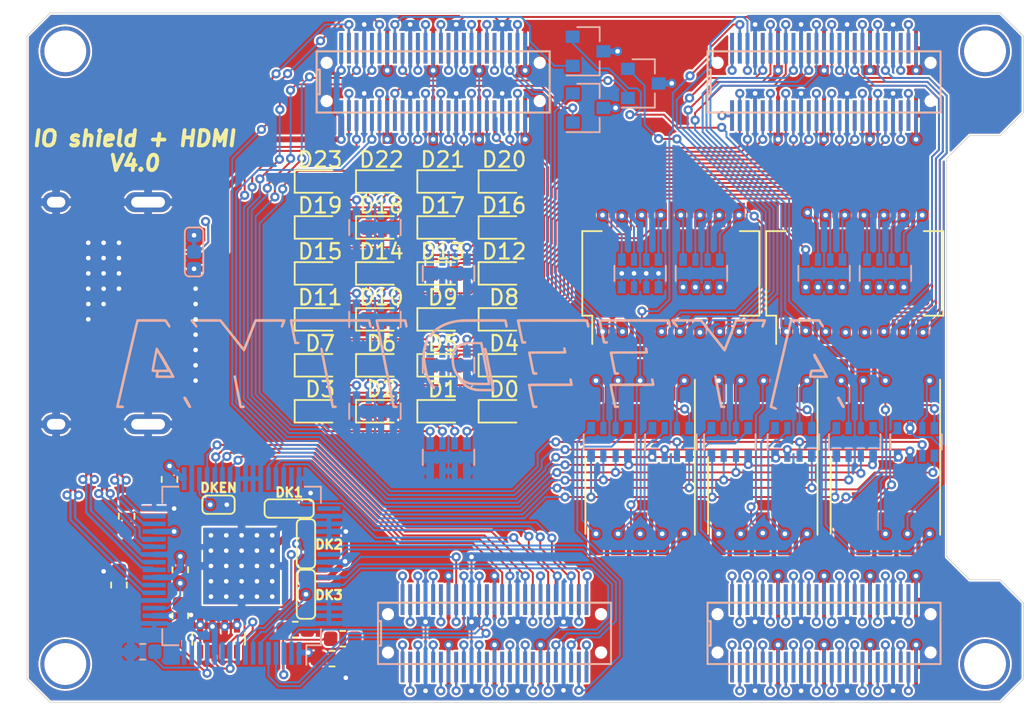
<source format=kicad_pcb>
(kicad_pcb (version 20200628) (host pcbnew "(5.99.0-2326-ge7e1d5140)")
  (layers (0 "F.Cu" signal) (1 "In1.Cu" signal) (2 "In2.Cu" signal) (31 "B.Cu" signal) (34 "B.Paste" user) (35 "F.Paste" user) (36 "B.SilkS" user) (37 "F.SilkS" user) (38 "B.Mask" user) (39 "F.Mask" user) (44 "Edge.Cuts" user))
  (net 0 "")
  (net 1 "GNDREF")
  (net 2 "/HDMI/CK-")
  (net 3 "/HDMI/CK+")
  (net 4 "/HDMI/D0-")
  (net 5 "/HDMI/D0+")
  (net 6 "/HDMI/D1-")
  (net 7 "/HDMI/D1+")
  (net 8 "/HDMI/D2-")
  (net 9 "/HDMI/D2+")
  (net 10 "+3V3")
  (net 11 "+5V")
  (net 12 "/HDMI/DK1")
  (net 13 "/HDMI/DK2")
  (net 14 "/HDMI/DK3")
  (net 15 "/HDMI/ISEL")
  (net 16 "Net-(R3-Pad1)")
  (net 17 "/B3")
  (net 18 "/B2")
  (net 19 "/B1")
  (net 20 "/B0")
  (net 21 "/CLK")
  (net 22 "/DE")
  (net 23 "/VS")
  (net 24 "/HS")
  (net 25 "/G3")
  (net 26 "/G2")
  (net 27 "/G1")
  (net 28 "/G0")
  (net 29 "/R3")
  (net 30 "/R2")
  (net 31 "/R1")
  (net 32 "/R0")
  (net 33 "/LED0")
  (net 34 "Net-(D0-Pad1)")
  (net 35 "/LED1")
  (net 36 "Net-(D1-Pad1)")
  (net 37 "/LED2")
  (net 38 "Net-(D2-Pad1)")
  (net 39 "/LED3")
  (net 40 "Net-(D3-Pad1)")
  (net 41 "/LED4")
  (net 42 "Net-(D4-Pad1)")
  (net 43 "/LED5")
  (net 44 "Net-(D5-Pad1)")
  (net 45 "/LED6")
  (net 46 "Net-(D6-Pad1)")
  (net 47 "/LED7")
  (net 48 "Net-(D7-Pad1)")
  (net 49 "/LED8")
  (net 50 "Net-(D8-Pad1)")
  (net 51 "/LED9")
  (net 52 "Net-(D9-Pad1)")
  (net 53 "/LED10")
  (net 54 "Net-(D10-Pad1)")
  (net 55 "/LED11")
  (net 56 "Net-(D11-Pad1)")
  (net 57 "/LED12")
  (net 58 "Net-(D12-Pad1)")
  (net 59 "/LED13")
  (net 60 "Net-(D13-Pad1)")
  (net 61 "/LED14")
  (net 62 "Net-(D14-Pad1)")
  (net 63 "/LED15")
  (net 64 "Net-(D15-Pad1)")
  (net 65 "/LED16")
  (net 66 "Net-(D16-Pad1)")
  (net 67 "/LED17")
  (net 68 "Net-(D17-Pad1)")
  (net 69 "/LED18")
  (net 70 "Net-(D18-Pad1)")
  (net 71 "/LED19")
  (net 72 "Net-(D19-Pad1)")
  (net 73 "/LED20")
  (net 74 "Net-(D20-Pad1)")
  (net 75 "/LED21")
  (net 76 "Net-(D21-Pad1)")
  (net 77 "/LED22")
  (net 78 "Net-(D22-Pad1)")
  (net 79 "/LED23")
  (net 80 "Net-(D23-Pad1)")
  (net 81 "Net-(J0-Pad16)")
  (net 82 "Net-(J0-Pad18)")
  (net 83 "Net-(J0-Pad15)")
  (net 84 "Net-(J0-Pad13)")
  (net 85 "Net-(J0-Pad14)")
  (net 86 "Net-(J0-Pad19)")
  (net 87 "Net-(JP4-Pad2)")
  (net 88 "Net-(R0-Pad2)")
  (net 89 "Net-(R2-Pad1)")
  (net 90 "Net-(RN7-Pad6)")
  (net 91 "Net-(RN7-Pad8)")
  (net 92 "Net-(RN8-Pad5)")
  (net 93 "Net-(RN8-Pad6)")
  (net 94 "Net-(RN8-Pad8)")
  (net 95 "Net-(RN8-Pad7)")
  (net 96 "Net-(RN9-Pad5)")
  (net 97 "Net-(RN9-Pad6)")
  (net 98 "Net-(RN9-Pad8)")
  (net 99 "Net-(RN9-Pad7)")
  (net 100 "Net-(RN10-Pad5)")
  (net 101 "Net-(RN10-Pad6)")
  (net 102 "Net-(RN10-Pad8)")
  (net 103 "Net-(RN10-Pad7)")
  (net 104 "Net-(RN11-Pad5)")
  (net 105 "Net-(RN11-Pad6)")
  (net 106 "Net-(RN11-Pad8)")
  (net 107 "Net-(RN11-Pad7)")
  (net 108 "/DIP0")
  (net 109 "/DIP1")
  (net 110 "/DIP2")
  (net 111 "/DIP3")
  (net 112 "/DIP4")
  (net 113 "/DIP5")
  (net 114 "/DIP6")
  (net 115 "/DIP7")
  (net 116 "/DIP8")
  (net 117 "/DIP9")
  (net 118 "/DIP10")
  (net 119 "/DIP11")
  (net 120 "/DIP12")
  (net 121 "/DIP13")
  (net 122 "/DIP14")
  (net 123 "/DIP15")
  (net 124 "/DIP16")
  (net 125 "/DIP17")
  (net 126 "/DIP18")
  (net 127 "/DIP19")
  (net 128 "/DIP20")
  (net 129 "/DIP21")
  (net 130 "/DIP22")
  (net 131 "/DIP23")
  (net 132 "Net-(U0-PadDB_1)")
  (net 133 "Net-(U0-PadDB_3)")
  (net 134 "Net-(U0-PadDB_14)")
  (net 135 "Net-(U0-PadDB_5)")
  (net 136 "Net-(U0-PadDB_2)")
  (net 137 "Net-(U0-PadDB_8)")
  (net 138 "Net-(U0-PadDB_9)")
  (net 139 "Net-(U0-PadDB_11)")
  (net 140 "Net-(U0-PadDB_6)")
  (net 141 "Net-(U0-PadDB_46)")
  (net 142 "Net-(U0-PadDB_43)")
  (net 143 "Net-(U0-PadDB_48)")
  (net 144 "Net-(U0-PadDB_12)")
  (net 145 "Net-(U0-PadDB_45)")
  (net 146 "Net-(U0-PadDB_49)")
  (net 147 "Net-(U0-PadDB_50)")
  (net 148 "Net-(U0-PadDB_40)")
  (net 149 "Net-(U0-PadDB_42)")
  (net 150 "/C3")
  (net 151 "/AN3")
  (net 152 "/DP")
  (net 153 "/C2")
  (net 154 "/AN1")
  (net 155 "Net-(U0-PadDB_30)")
  (net 156 "/C5")
  (net 157 "/C4")
  (net 158 "Net-(U0-PadDB_37)")
  (net 159 "Net-(U0-PadDB_33)")
  (net 160 "Net-(U0-PadDB_36)")
  (net 161 "/C1")
  (net 162 "/AN0")
  (net 163 "/C6")
  (net 164 "Net-(U0-PadDB_34)")
  (net 165 "Net-(U0-PadDB_31)")
  (net 166 "/C0")
  (net 167 "/AN2")
  (net 168 "/BTN3")
  (net 169 "/BTN2")
  (net 170 "Net-(U0-PadBB_50)")
  (net 171 "/BTN0")
  (net 172 "/BTN1")
  (net 173 "Net-(U0-PadBB_1)")
  (net 174 "Net-(U0-PadDB_28)")
  (net 175 "Net-(U0-PadDB_39)")
  (net 176 "Net-(U0-PadDB_27)")
  (net 177 "Net-(U0-PadCB_25)")
  (net 178 "Net-(U0-PadCB_15)")
  (net 179 "Net-(U0-PadCB_14)")
  (net 180 "Net-(U0-PadDB_23)")
  (net 181 "Net-(U0-PadDB_17)")
  (net 182 "Net-(U0-PadDB_18)")
  (net 183 "Net-(U0-PadDB_15)")
  (net 184 "Net-(U0-PadCB_17)")
  (net 185 "Net-(U0-PadDB_21)")
  (net 186 "Net-(U0-PadDB_20)")
  (net 187 "Net-(U0-PadDB_24)")
  (net 188 "Net-(U0-PadCB_5)")
  (net 189 "Net-(U0-PadCB_6)")
  (net 190 "/BTN4")
  (net 191 "Net-(U0-PadCB_26)")
  (net 192 "Net-(U0-PadCB_2)")
  (net 193 "/BTN6")
  (net 194 "Net-(U0-PadCB_18)")
  (net 195 "Net-(U0-PadCB_8)")
  (net 196 "Net-(U0-PadCB_1)")
  (net 197 "Net-(U0-PadCB_3)")
  (net 198 "Net-(U0-PadCB_9)")
  (net 199 "Net-(U0-PadCB_45)")
  (net 200 "/BTN5")
  (net 201 "Net-(U0-PadCB_50)")
  (net 202 "Net-(U0-PadCB_32)")
  (net 203 "Net-(U0-PadCB_12)")
  (net 204 "Net-(U0-PadCB_11)")
  (net 205 "Net-(U1-Pad49)")
  (net 206 "Net-(U1-Pad11)")
  (net 207 "Net-(RN7-Pad5)")
  (net 208 "Net-(AFF1-Pad1)")
  (net 209 "Net-(AFF1-Pad2)")
  (net 210 "Net-(AFF1-Pad3)")
  (net 211 "Net-(AFF1-Pad4)")
  (net 212 "Net-(AFF1-Pad5)")
  (net 213 "Net-(AFF1-Pad6)")
  (net 214 "Net-(AFF1-Pad7)")
  (net 215 "Net-(AFF1-Pad9)")
  (net 216 "Net-(AFF1-Pad10)")
  (net 217 "Net-(AFF2-Pad1)")
  (net 218 "Net-(AFF2-Pad2)")
  (net 219 "Net-(AFF2-Pad3)")
  (net 220 "Net-(AFF2-Pad4)")
  (net 221 "Net-(AFF2-Pad5)")
  (net 222 "Net-(AFF2-Pad6)")
  (net 223 "Net-(AFF2-Pad7)")
  (net 224 "Net-(AFF2-Pad9)")
  (net 225 "Net-(AFF2-Pad10)")
  (net 226 "Net-(AFF3-Pad1)")
  (net 227 "Net-(AFF3-Pad2)")
  (net 228 "Net-(AFF3-Pad3)")
  (net 229 "Net-(AFF3-Pad4)")
  (net 230 "Net-(AFF3-Pad5)")
  (net 231 "Net-(AFF3-Pad6)")
  (net 232 "Net-(AFF3-Pad7)")
  (net 233 "Net-(AFF3-Pad9)")
  (net 234 "Net-(AFF3-Pad10)")
  (module "Logo_Schem&PCB:Ayeeditya_PCB_Logo_Solder_Mask_Silk" (layer "B.Cu") (at 42.75 35 180)
    (fp_text reference "G***" hide)
    (fp_text value "LOGO" hide)
  )
  (module "Logo_Schem&PCB:Ayeeditya_PCB_Logo_Solder_Mask" (layer "F.Cu") (at 20 18)
    (fp_text reference "G***" hide)
    (fp_text value "LOGO" hide)
  )
  (module "Resistor_SMD:R_Array_Convex_4x0603" (layer "B.Cu") (at 50 40 90)
    (fp_text reference "RN20" hide)
    (fp_text value "R_Pack04")
    (pad "5" smd rect (at 0.9 -1.2 90) (size 0.8 0.5) (layers "B.Cu" "B.Paste" "B.Mask") (net 230 "Net-(AFF3-Pad5)"))
    (pad "6" smd rect (at 0.9 -0.4 90) (size 0.8 0.4) (layers "B.Cu" "B.Paste" "B.Mask") (net 234 "Net-(AFF3-Pad10)"))
    (pad "8" smd rect (at 0.9 1.2 90) (size 0.8 0.5) (layers "B.Cu" "B.Paste" "B.Mask") (net 226 "Net-(AFF3-Pad1)"))
    (pad "7" smd rect (at 0.9 0.4 90) (size 0.8 0.4) (layers "B.Cu" "B.Paste" "B.Mask") (net 233 "Net-(AFF3-Pad9)"))
    (pad "4" smd rect (at -0.9 -1.2 90) (size 0.8 0.5) (layers "B.Cu" "B.Paste" "B.Mask") (net 152 "/DP"))
    (pad "2" smd rect (at -0.9 0.4 90) (size 0.8 0.4) (layers "B.Cu" "B.Paste" "B.Mask") (net 156 "/C5"))
    (pad "3" smd rect (at -0.9 -0.4 90) (size 0.8 0.4) (layers "B.Cu" "B.Paste" "B.Mask") (net 163 "/C6"))
    (pad "1" smd rect (at -0.9 1.2 90) (size 0.8 0.5) (layers "B.Cu" "B.Paste" "B.Mask") (net 157 "/C4"))
  )
  (module "Resistor_SMD:R_Array_Convex_4x0603" (layer "B.Cu") (at 54 40 90)
    (fp_text reference "RN18" hide)
    (fp_text value "R_Pack04")
    (pad "5" smd rect (at 0.9 -1.2 90) (size 0.8 0.5) (layers "B.Cu" "B.Paste" "B.Mask") (net 227 "Net-(AFF3-Pad2)"))
    (pad "6" smd rect (at 0.9 -0.4 90) (size 0.8 0.4) (layers "B.Cu" "B.Paste" "B.Mask") (net 229 "Net-(AFF3-Pad4)"))
    (pad "8" smd rect (at 0.9 1.2 90) (size 0.8 0.5) (layers "B.Cu" "B.Paste" "B.Mask") (net 232 "Net-(AFF3-Pad7)"))
    (pad "7" smd rect (at 0.9 0.4 90) (size 0.8 0.4) (layers "B.Cu" "B.Paste" "B.Mask") (net 231 "Net-(AFF3-Pad6)"))
    (pad "4" smd rect (at -0.9 -1.2 90) (size 0.8 0.5) (layers "B.Cu" "B.Paste" "B.Mask") (net 150 "/C3"))
    (pad "2" smd rect (at -0.9 0.4 90) (size 0.8 0.4) (layers "B.Cu" "B.Paste" "B.Mask") (net 161 "/C1"))
    (pad "3" smd rect (at -0.9 -0.4 90) (size 0.8 0.4) (layers "B.Cu" "B.Paste" "B.Mask") (net 153 "/C2"))
    (pad "1" smd rect (at -0.9 1.2 90) (size 0.8 0.5) (layers "B.Cu" "B.Paste" "B.Mask") (net 166 "/C0"))
  )
  (module "Resistor_SMD:R_Array_Convex_4x0603" (layer "B.Cu") (at 57.85 40 90)
    (fp_text reference "RN17" hide)
    (fp_text value "R_Pack04")
    (pad "5" smd rect (at 0.9 -1.2 90) (size 0.8 0.5) (layers "B.Cu" "B.Paste" "B.Mask") (net 221 "Net-(AFF2-Pad5)"))
    (pad "6" smd rect (at 0.9 -0.4 90) (size 0.8 0.4) (layers "B.Cu" "B.Paste" "B.Mask") (net 225 "Net-(AFF2-Pad10)"))
    (pad "8" smd rect (at 0.9 1.2 90) (size 0.8 0.5) (layers "B.Cu" "B.Paste" "B.Mask") (net 217 "Net-(AFF2-Pad1)"))
    (pad "7" smd rect (at 0.9 0.4 90) (size 0.8 0.4) (layers "B.Cu" "B.Paste" "B.Mask") (net 224 "Net-(AFF2-Pad9)"))
    (pad "4" smd rect (at -0.9 -1.2 90) (size 0.8 0.5) (layers "B.Cu" "B.Paste" "B.Mask") (net 152 "/DP"))
    (pad "2" smd rect (at -0.9 0.4 90) (size 0.8 0.4) (layers "B.Cu" "B.Paste" "B.Mask") (net 156 "/C5"))
    (pad "3" smd rect (at -0.9 -0.4 90) (size 0.8 0.4) (layers "B.Cu" "B.Paste" "B.Mask") (net 163 "/C6"))
    (pad "1" smd rect (at -0.9 1.2 90) (size 0.8 0.5) (layers "B.Cu" "B.Paste" "B.Mask") (net 157 "/C4"))
  )
  (module "Resistor_SMD:R_Array_Convex_4x0603" (layer "B.Cu") (at 66 40 90)
    (fp_text reference "RN16" hide)
    (fp_text value "R_Pack04")
    (pad "5" smd rect (at 0.9 -1.2 90) (size 0.8 0.5) (layers "B.Cu" "B.Paste" "B.Mask") (net 212 "Net-(AFF1-Pad5)"))
    (pad "6" smd rect (at 0.9 -0.4 90) (size 0.8 0.4) (layers "B.Cu" "B.Paste" "B.Mask") (net 216 "Net-(AFF1-Pad10)"))
    (pad "8" smd rect (at 0.9 1.2 90) (size 0.8 0.5) (layers "B.Cu" "B.Paste" "B.Mask") (net 208 "Net-(AFF1-Pad1)"))
    (pad "7" smd rect (at 0.9 0.4 90) (size 0.8 0.4) (layers "B.Cu" "B.Paste" "B.Mask") (net 215 "Net-(AFF1-Pad9)"))
    (pad "4" smd rect (at -0.9 -1.2 90) (size 0.8 0.5) (layers "B.Cu" "B.Paste" "B.Mask") (net 152 "/DP"))
    (pad "2" smd rect (at -0.9 0.4 90) (size 0.8 0.4) (layers "B.Cu" "B.Paste" "B.Mask") (net 156 "/C5"))
    (pad "3" smd rect (at -0.9 -0.4 90) (size 0.8 0.4) (layers "B.Cu" "B.Paste" "B.Mask") (net 163 "/C6"))
    (pad "1" smd rect (at -0.9 1.2 90) (size 0.8 0.5) (layers "B.Cu" "B.Paste" "B.Mask") (net 157 "/C4"))
  )
  (module "Resistor_SMD:R_Array_Convex_4x0603" (layer "B.Cu") (at 62 40 90)
    (fp_text reference "RN15" hide)
    (fp_text value "R_Pack04")
    (pad "5" smd rect (at 0.9 -1.2 90) (size 0.8 0.5) (layers "B.Cu" "B.Paste" "B.Mask") (net 218 "Net-(AFF2-Pad2)"))
    (pad "6" smd rect (at 0.9 -0.4 90) (size 0.8 0.4) (layers "B.Cu" "B.Paste" "B.Mask") (net 220 "Net-(AFF2-Pad4)"))
    (pad "8" smd rect (at 0.9 1.2 90) (size 0.8 0.5) (layers "B.Cu" "B.Paste" "B.Mask") (net 223 "Net-(AFF2-Pad7)"))
    (pad "7" smd rect (at 0.9 0.4 90) (size 0.8 0.4) (layers "B.Cu" "B.Paste" "B.Mask") (net 222 "Net-(AFF2-Pad6)"))
    (pad "4" smd rect (at -0.9 -1.2 90) (size 0.8 0.5) (layers "B.Cu" "B.Paste" "B.Mask") (net 150 "/C3"))
    (pad "2" smd rect (at -0.9 0.4 90) (size 0.8 0.4) (layers "B.Cu" "B.Paste" "B.Mask") (net 161 "/C1"))
    (pad "3" smd rect (at -0.9 -0.4 90) (size 0.8 0.4) (layers "B.Cu" "B.Paste" "B.Mask") (net 153 "/C2"))
    (pad "1" smd rect (at -0.9 1.2 90) (size 0.8 0.5) (layers "B.Cu" "B.Paste" "B.Mask") (net 166 "/C0"))
  )
  (module "Resistor_SMD:R_Array_Convex_4x0603" (layer "B.Cu") (at 70 40 90)
    (fp_text reference "RN14" hide)
    (fp_text value "R_Pack04")
    (pad "5" smd rect (at 0.9 -1.2 90) (size 0.8 0.5) (layers "B.Cu" "B.Paste" "B.Mask") (net 209 "Net-(AFF1-Pad2)"))
    (pad "6" smd rect (at 0.9 -0.4 90) (size 0.8 0.4) (layers "B.Cu" "B.Paste" "B.Mask") (net 211 "Net-(AFF1-Pad4)"))
    (pad "8" smd rect (at 0.9 1.2 90) (size 0.8 0.5) (layers "B.Cu" "B.Paste" "B.Mask") (net 214 "Net-(AFF1-Pad7)"))
    (pad "7" smd rect (at 0.9 0.4 90) (size 0.8 0.4) (layers "B.Cu" "B.Paste" "B.Mask") (net 213 "Net-(AFF1-Pad6)"))
    (pad "4" smd rect (at -0.9 -1.2 90) (size 0.8 0.5) (layers "B.Cu" "B.Paste" "B.Mask") (net 150 "/C3"))
    (pad "2" smd rect (at -0.9 0.4 90) (size 0.8 0.4) (layers "B.Cu" "B.Paste" "B.Mask") (net 161 "/C1"))
    (pad "3" smd rect (at -0.9 -0.4 90) (size 0.8 0.4) (layers "B.Cu" "B.Paste" "B.Mask") (net 153 "/C2"))
    (pad "1" smd rect (at -0.9 1.2 90) (size 0.8 0.5) (layers "B.Cu" "B.Paste" "B.Mask") (net 166 "/C0"))
  )
  (module "Package_TO_SOT_SMD:SOT-23" (layer "B.Cu") (at 48.6 18.2)
    (fp_text reference "Q3" hide)
    (fp_text value "Q_PMOS_SGD")
    (pad "3" smd rect (at 1 0) (size 0.9 0.8) (layers "B.Cu" "B.Paste" "B.Mask") (net 10 "+3V3"))
    (pad "2" smd rect (at -1 -0.95) (size 0.9 0.8) (layers "B.Cu" "B.Paste" "B.Mask") (net 228 "Net-(AFF3-Pad3)"))
    (pad "1" smd rect (at -1 0.95) (size 0.9 0.8) (layers "B.Cu" "B.Paste" "B.Mask") (net 167 "/AN2"))
  )
  (module "Package_TO_SOT_SMD:SOT-23" (layer "B.Cu") (at 52.2 16.6)
    (fp_text reference "Q2" hide)
    (fp_text value "Q_PMOS_SGD")
    (pad "3" smd rect (at 1 0) (size 0.9 0.8) (layers "B.Cu" "B.Paste" "B.Mask") (net 10 "+3V3"))
    (pad "2" smd rect (at -1 -0.95) (size 0.9 0.8) (layers "B.Cu" "B.Paste" "B.Mask") (net 219 "Net-(AFF2-Pad3)"))
    (pad "1" smd rect (at -1 0.95) (size 0.9 0.8) (layers "B.Cu" "B.Paste" "B.Mask") (net 154 "/AN1"))
  )
  (module "Package_TO_SOT_SMD:SOT-23" (layer "B.Cu") (at 48.6 14.5)
    (fp_text reference "Q1" hide)
    (fp_text value "Q_PMOS_SGD")
    (pad "3" smd rect (at 1 0) (size 0.9 0.8) (layers "B.Cu" "B.Paste" "B.Mask") (net 10 "+3V3"))
    (pad "2" smd rect (at -1 -0.95) (size 0.9 0.8) (layers "B.Cu" "B.Paste" "B.Mask") (net 210 "Net-(AFF1-Pad3)"))
    (pad "1" smd rect (at -1 0.95) (size 0.9 0.8) (layers "B.Cu" "B.Paste" "B.Mask") (net 162 "/AN0"))
  )
  (module "Custom_Parts:Jumper_2_Pin_Unbridged" (layer "F.Cu") (at 24.5 44.07 180)
    (fp_text reference "DKEN" (at 0 1.07) (layer "F.SilkS") (effects (font (size 0.6 0.6))))
    (fp_text value "DKEN")
    (pad "2" smd roundrect (at 0.55 -0.03 180) (size 0.875 0.95) (layers "F.Cu" "F.Paste" "F.Mask") (net 87 "Net-(JP4-Pad2)"))
    (pad "1" smd roundrect (at -0.5375 -0.03 180) (size 0.875 0.95) (layers "F.Cu" "F.Paste" "F.Mask") (net 1 "GNDREF"))
  )
  (module "Custom_Parts:jumper_unbridged" (layer "F.Cu") (at 30.2 49.95 90)
    (fp_text reference "DK3" (at -0.05 1.5) (layer "F.SilkS") (effects (font (size 0.6 0.6))))
    (fp_text value "DK3" hide)
    (pad "2" smd roundrect (at 0 0 90) (size 0.875 0.95) (layers "F.Cu" "F.Paste" "F.Mask") (net 14 "/HDMI/DK3"))
    (pad "3" smd roundrect (at 1.1 0 270) (size 0.875 0.95) (layers "F.Cu" "F.Paste" "F.Mask") (net 1 "GNDREF"))
    (pad "1" smd roundrect (at -1.0875 0 90) (size 0.875 0.95) (layers "F.Cu" "F.Paste" "F.Mask") (net 10 "+3V3"))
  )
  (module "Custom_Parts:jumper_unbridged" (layer "F.Cu") (at 30.2 46.65 90)
    (fp_text reference "DK2" (at -0.05 1.5) (layer "F.SilkS") (effects (font (size 0.6 0.6))))
    (fp_text value "DK2" hide)
    (pad "2" smd roundrect (at 0 0 90) (size 0.875 0.95) (layers "F.Cu" "F.Paste" "F.Mask") (net 13 "/HDMI/DK2"))
    (pad "3" smd roundrect (at 1.1 0 270) (size 0.875 0.95) (layers "F.Cu" "F.Paste" "F.Mask") (net 1 "GNDREF"))
    (pad "1" smd roundrect (at -1.0875 0 90) (size 0.875 0.95) (layers "F.Cu" "F.Paste" "F.Mask") (net 10 "+3V3"))
  )
  (module "Custom_Parts:jumper_unbridged" (layer "F.Cu") (at 29.1 44.35)
    (fp_text reference "DK1" (at 0 -1.05) (layer "F.SilkS") (effects (font (size 0.6 0.6))))
    (fp_text value "DK1" hide)
    (pad "2" smd roundrect (at 0 0) (size 0.875 0.95) (layers "F.Cu" "F.Paste" "F.Mask") (net 12 "/HDMI/DK1"))
    (pad "3" smd roundrect (at 1.1 0 180) (size 0.875 0.95) (layers "F.Cu" "F.Paste" "F.Mask") (net 1 "GNDREF"))
    (pad "1" smd roundrect (at -1.0875 0) (size 0.875 0.95) (layers "F.Cu" "F.Paste" "F.Mask") (net 10 "+3V3"))
  )
  (module "Custom_Parts:jumper_1_2_bridged" (layer "B.Cu") (at 22.9 27.6 -90)
    (fp_text reference "JP0" hide)
    (fp_text value "V_Sel" hide)
    (pad "1" smd roundrect (at -0.56 0) (size 0.3 0.95) (layers "B.Cu" "B.Paste" "B.Mask") (net 10 "+3V3"))
    (pad "3" smd roundrect (at 1.1 0 90) (size 0.875 0.95) (layers "B.Cu" "B.Paste" "B.Mask") (net 11 "+5V"))
    (pad "1" smd roundrect (at -1.0875 0 270) (size 0.875 0.95) (layers "B.Cu" "B.Paste" "B.Mask") (net 10 "+3V3"))
    (pad "2" smd roundrect (at 0 0 270) (size 0.875 0.95) (layers "B.Cu" "B.Paste" "B.Mask") (net 82 "Net-(J0-Pad18)"))
  )
  (module "Custom_Parts:HDMI" (layer "F.Cu") (at 20.5 36.1 -90)
    (fp_text reference "J0" hide)
    (fp_text value "HDMI_A_1.4")
    (pad "4" smd rect (at -1.5 0 270) (size 0.3 3) (layers "F.Cu" "F.Paste" "F.Mask") (net 7 "/HDMI/D1+"))
    (pad "2" smd rect (at -0.5 0 270) (size 0.3 3) (layers "F.Cu" "F.Paste" "F.Mask") (net 1 "GNDREF"))
    (pad "1" smd rect (at 0 0 270) (size 0.3 3) (layers "F.Cu" "F.Paste" "F.Mask") (net 9 "/HDMI/D2+"))
    (pad "3" smd rect (at -1 0 270) (size 0.3 3) (layers "F.Cu" "F.Paste" "F.Mask") (net 8 "/HDMI/D2-"))
    (pad "6" smd rect (at -2.5 0 270) (size 0.3 3) (layers "F.Cu" "F.Paste" "F.Mask") (net 6 "/HDMI/D1-"))
    (pad "5" smd rect (at -2 0 270) (size 0.3 3) (layers "F.Cu" "F.Paste" "F.Mask") (net 1 "GNDREF"))
    (pad "19" smd rect (at -9 0 270) (size 0.3 3) (layers "F.Cu" "F.Paste" "F.Mask") (net 86 "Net-(J0-Pad19)"))
    (pad "SH" thru_hole oval (at 2.75 0.6 270) (size 1.3 3) (drill oval 0.7 2.2) (layers *.Cu *.Mask) (net 1 "GNDREF"))
    (pad "7" smd rect (at -3 0 270) (size 0.3 3) (layers "F.Cu" "F.Paste" "F.Mask") (net 5 "/HDMI/D0+"))
    (pad "8" smd rect (at -3.5 0 270) (size 0.3 3) (layers "F.Cu" "F.Paste" "F.Mask") (net 1 "GNDREF"))
    (pad "14" smd rect (at -6.5 0 270) (size 0.3 3) (layers "F.Cu" "F.Paste" "F.Mask") (net 85 "Net-(J0-Pad14)"))
    (pad "9" smd rect (at -4 0 270) (size 0.3 3) (layers "F.Cu" "F.Paste" "F.Mask") (net 4 "/HDMI/D0-"))
    (pad "10" smd rect (at -4.5 0 270) (size 0.3 3) (layers "F.Cu" "F.Paste" "F.Mask") (net 3 "/HDMI/CK+"))
    (pad "11" smd rect (at -5 0 270) (size 0.3 3) (layers "F.Cu" "F.Paste" "F.Mask") (net 1 "GNDREF"))
    (pad "13" smd rect (at -6 0 270) (size 0.3 3) (layers "F.Cu" "F.Paste" "F.Mask") (net 84 "Net-(J0-Pad13)"))
    (pad "15" smd rect (at -7 0 270) (size 0.3 3) (layers "F.Cu" "F.Paste" "F.Mask") (net 83 "Net-(J0-Pad15)"))
    (pad "17" smd rect (at -8 0 270) (size 0.3 3) (layers "F.Cu" "F.Paste" "F.Mask") (net 1 "GNDREF"))
    (pad "SH" thru_hole oval (at -11.75 0.6 270) (size 1.3 3) (drill oval 0.7 2.2) (layers *.Cu *.Mask) (net 1 "GNDREF"))
    (pad "SH" thru_hole oval (at -11.75 6.6 270) (size 1.3 1.8) (drill oval 0.7 1.2) (layers *.Cu *.Mask) (net 1 "GNDREF"))
    (pad "18" smd rect (at -8.5 0 270) (size 0.3 3) (layers "F.Cu" "F.Paste" "F.Mask") (net 82 "Net-(J0-Pad18)"))
    (pad "SH" thru_hole oval (at 2.75 6.6 270) (size 1.3 1.8) (drill oval 0.7 1.2) (layers *.Cu *.Mask) (net 1 "GNDREF"))
    (pad "16" smd rect (at -7.5 0 270) (size 0.3 3) (layers "F.Cu" "F.Paste" "F.Mask") (net 81 "Net-(J0-Pad16)"))
    (pad "12" smd rect (at -5.5 0 270) (size 0.3 3) (layers "F.Cu" "F.Paste" "F.Mask") (net 2 "/HDMI/CK-"))
  )
  (module "Button_Switch_SMD:SW_DIP_SPSTx08_Slide_Copal_CHS-08B_W7.62mm_P1.27mm" (layer "F.Cu") (at 54 29 90)
    (fp_text reference "SW2" hide)
    (fp_text value "SW_DIP_x08")
    (pad "1" smd rect (at -3.81 -4.445 90) (size 1.6 0.76) (layers "F.Cu" "F.Paste" "F.Mask") (net 123 "/DIP15"))
    (pad "9" smd rect (at 3.81 4.445 90) (size 1.6 0.76) (layers "F.Cu" "F.Paste" "F.Mask") (net 102 "Net-(RN10-Pad8)"))
    (pad "2" smd rect (at -3.81 -3.175 90) (size 1.6 0.76) (layers "F.Cu" "F.Paste" "F.Mask") (net 122 "/DIP14"))
    (pad "10" smd rect (at 3.81 3.175 90) (size 1.6 0.76) (layers "F.Cu" "F.Paste" "F.Mask") (net 103 "Net-(RN10-Pad7)"))
    (pad "3" smd rect (at -3.81 -1.905 90) (size 1.6 0.76) (layers "F.Cu" "F.Paste" "F.Mask") (net 121 "/DIP13"))
    (pad "11" smd rect (at 3.81 1.905 90) (size 1.6 0.76) (layers "F.Cu" "F.Paste" "F.Mask") (net 101 "Net-(RN10-Pad6)"))
    (pad "4" smd rect (at -3.81 -0.635 90) (size 1.6 0.76) (layers "F.Cu" "F.Paste" "F.Mask") (net 120 "/DIP12"))
    (pad "12" smd rect (at 3.81 0.635 90) (size 1.6 0.76) (layers "F.Cu" "F.Paste" "F.Mask") (net 100 "Net-(RN10-Pad5)"))
    (pad "5" smd rect (at -3.81 0.635 90) (size 1.6 0.76) (layers "F.Cu" "F.Paste" "F.Mask") (net 119 "/DIP11"))
    (pad "13" smd rect (at 3.81 -0.635 90) (size 1.6 0.76) (layers "F.Cu" "F.Paste" "F.Mask") (net 106 "Net-(RN11-Pad8)"))
    (pad "6" smd rect (at -3.81 1.905 90) (size 1.6 0.76) (layers "F.Cu" "F.Paste" "F.Mask") (net 118 "/DIP10"))
    (pad "14" smd rect (at 3.81 -1.905 90) (size 1.6 0.76) (layers "F.Cu" "F.Paste" "F.Mask") (net 107 "Net-(RN11-Pad7)"))
    (pad "7" smd rect (at -3.81 3.175 90) (size 1.6 0.76) (layers "F.Cu" "F.Paste" "F.Mask") (net 117 "/DIP9"))
    (pad "15" smd rect (at 3.81 -3.175 90) (size 1.6 0.76) (layers "F.Cu" "F.Paste" "F.Mask") (net 105 "Net-(RN11-Pad6)"))
    (pad "8" smd rect (at -3.81 4.445 90) (size 1.6 0.76) (layers "F.Cu" "F.Paste" "F.Mask") (net 116 "/DIP8"))
    (pad "16" smd rect (at 3.81 -4.445 90) (size 1.6 0.76) (layers "F.Cu" "F.Paste" "F.Mask") (net 104 "Net-(RN11-Pad5)"))
  )
  (module "Display_7Segment:KCSC02-136" (layer "F.Cu") (at 52 41 90)
    (fp_text reference "AFF3" hide)
    (fp_text value "LTS-6960HR")
    (pad "10" smd rect (at 5 -2.88 90) (size 2.8 0.9) (layers "F.Cu" "F.Paste" "F.Mask") (net 234 "Net-(AFF3-Pad10)"))
    (pad "9" smd rect (at 5 -1.44 90) (size 2.8 0.9) (layers "F.Cu" "F.Paste" "F.Mask") (net 233 "Net-(AFF3-Pad9)"))
    (pad "8" smd rect (at 5 0 90) (size 2.8 0.9) (layers "F.Cu" "F.Paste" "F.Mask") (net 228 "Net-(AFF3-Pad3)"))
    (pad "7" smd rect (at 5 1.44 90) (size 2.8 0.9) (layers "F.Cu" "F.Paste" "F.Mask") (net 232 "Net-(AFF3-Pad7)"))
    (pad "6" smd rect (at 5 2.88 90) (size 2.8 0.9) (layers "F.Cu" "F.Paste" "F.Mask") (net 231 "Net-(AFF3-Pad6)"))
    (pad "5" smd rect (at -5 2.88 90) (size 2.8 0.9) (layers "F.Cu" "F.Paste" "F.Mask") (net 230 "Net-(AFF3-Pad5)"))
    (pad "4" smd rect (at -5 1.44 90) (size 2.8 0.9) (layers "F.Cu" "F.Paste" "F.Mask") (net 229 "Net-(AFF3-Pad4)"))
    (pad "3" smd rect (at -5 0 90) (size 2.8 0.9) (layers "F.Cu" "F.Paste" "F.Mask") (net 228 "Net-(AFF3-Pad3)"))
    (pad "2" smd rect (at -5 -1.44 90) (size 2.8 0.9) (layers "F.Cu" "F.Paste" "F.Mask") (net 227 "Net-(AFF3-Pad2)"))
    (pad "1" smd rect (at -5 -2.88 90) (size 2.8 0.9) (layers "F.Cu" "F.Paste" "F.Mask") (net 226 "Net-(AFF3-Pad1)"))
  )
  (module "Display_7Segment:KCSC02-136" (layer "F.Cu") (at 60 41 90)
    (fp_text reference "AFF2" hide)
    (fp_text value "LTS-6960HR")
    (pad "10" smd rect (at 5 -2.88 90) (size 2.8 0.9) (layers "F.Cu" "F.Paste" "F.Mask") (net 225 "Net-(AFF2-Pad10)"))
    (pad "9" smd rect (at 5 -1.44 90) (size 2.8 0.9) (layers "F.Cu" "F.Paste" "F.Mask") (net 224 "Net-(AFF2-Pad9)"))
    (pad "8" smd rect (at 5 0 90) (size 2.8 0.9) (layers "F.Cu" "F.Paste" "F.Mask") (net 219 "Net-(AFF2-Pad3)"))
    (pad "7" smd rect (at 5 1.44 90) (size 2.8 0.9) (layers "F.Cu" "F.Paste" "F.Mask") (net 223 "Net-(AFF2-Pad7)"))
    (pad "6" smd rect (at 5 2.88 90) (size 2.8 0.9) (layers "F.Cu" "F.Paste" "F.Mask") (net 222 "Net-(AFF2-Pad6)"))
    (pad "5" smd rect (at -5 2.88 90) (size 2.8 0.9) (layers "F.Cu" "F.Paste" "F.Mask") (net 221 "Net-(AFF2-Pad5)"))
    (pad "4" smd rect (at -5 1.44 90) (size 2.8 0.9) (layers "F.Cu" "F.Paste" "F.Mask") (net 220 "Net-(AFF2-Pad4)"))
    (pad "3" smd rect (at -5 0 90) (size 2.8 0.9) (layers "F.Cu" "F.Paste" "F.Mask") (net 219 "Net-(AFF2-Pad3)"))
    (pad "2" smd rect (at -5 -1.44 90) (size 2.8 0.9) (layers "F.Cu" "F.Paste" "F.Mask") (net 218 "Net-(AFF2-Pad2)"))
    (pad "1" smd rect (at -5 -2.88 90) (size 2.8 0.9) (layers "F.Cu" "F.Paste" "F.Mask") (net 217 "Net-(AFF2-Pad1)"))
  )
  (module "Display_7Segment:KCSC02-136" (layer "F.Cu") (at 68 41 90)
    (fp_text reference "AFF1" hide)
    (fp_text value "LTS-6960HR")
    (pad "10" smd rect (at 5 -2.88 90) (size 2.8 0.9) (layers "F.Cu" "F.Paste" "F.Mask") (net 216 "Net-(AFF1-Pad10)"))
    (pad "9" smd rect (at 5 -1.44 90) (size 2.8 0.9) (layers "F.Cu" "F.Paste" "F.Mask") (net 215 "Net-(AFF1-Pad9)"))
    (pad "8" smd rect (at 5 0 90) (size 2.8 0.9) (layers "F.Cu" "F.Paste" "F.Mask") (net 210 "Net-(AFF1-Pad3)"))
    (pad "7" smd rect (at 5 1.44 90) (size 2.8 0.9) (layers "F.Cu" "F.Paste" "F.Mask") (net 214 "Net-(AFF1-Pad7)"))
    (pad "6" smd rect (at 5 2.88 90) (size 2.8 0.9) (layers "F.Cu" "F.Paste" "F.Mask") (net 213 "Net-(AFF1-Pad6)"))
    (pad "5" smd rect (at -5 2.88 90) (size 2.8 0.9) (layers "F.Cu" "F.Paste" "F.Mask") (net 212 "Net-(AFF1-Pad5)"))
    (pad "4" smd rect (at -5 1.44 90) (size 2.8 0.9) (layers "F.Cu" "F.Paste" "F.Mask") (net 211 "Net-(AFF1-Pad4)"))
    (pad "3" smd rect (at -5 0 90) (size 2.8 0.9) (layers "F.Cu" "F.Paste" "F.Mask") (net 210 "Net-(AFF1-Pad3)"))
    (pad "2" smd rect (at -5 -1.44 90) (size 2.8 0.9) (layers "F.Cu" "F.Paste" "F.Mask") (net 209 "Net-(AFF1-Pad2)"))
    (pad "1" smd rect (at -5 -2.88 90) (size 2.8 0.9) (layers "F.Cu" "F.Paste" "F.Mask") (net 208 "Net-(AFF1-Pad1)"))
  )
  (module "LED_SMD:LED_0603_1608Metric_Pad1.05x0.95mm_HandSolder" (layer "F.Cu") (at 31.125 23)
    (fp_text reference "D23" (at 0 -1.43) (layer "F.SilkS"))
    (fp_text value "LED")
    (pad "1" smd roundrect (at -0.875 0) (size 1.05 0.95) (layers "F.Cu" "F.Paste" "F.Mask") (net 80 "Net-(D23-Pad1)"))
    (pad "2" smd roundrect (at 0.875 0) (size 1.05 0.95) (layers "F.Cu" "F.Paste" "F.Mask") (net 79 "/LED23"))
  )
  (module "LED_SMD:LED_0603_1608Metric_Pad1.05x0.95mm_HandSolder" (layer "F.Cu") (at 35.125 23)
    (fp_text reference "D22" (at 0 -1.43) (layer "F.SilkS"))
    (fp_text value "LED")
    (pad "1" smd roundrect (at -0.875 0) (size 1.05 0.95) (layers "F.Cu" "F.Paste" "F.Mask") (net 78 "Net-(D22-Pad1)"))
    (pad "2" smd roundrect (at 0.875 0) (size 1.05 0.95) (layers "F.Cu" "F.Paste" "F.Mask") (net 77 "/LED22"))
  )
  (module "LED_SMD:LED_0603_1608Metric_Pad1.05x0.95mm_HandSolder" (layer "F.Cu") (at 39.125 23)
    (fp_text reference "D21" (at 0 -1.43) (layer "F.SilkS"))
    (fp_text value "LED")
    (pad "1" smd roundrect (at -0.875 0) (size 1.05 0.95) (layers "F.Cu" "F.Paste" "F.Mask") (net 76 "Net-(D21-Pad1)"))
    (pad "2" smd roundrect (at 0.875 0) (size 1.05 0.95) (layers "F.Cu" "F.Paste" "F.Mask") (net 75 "/LED21"))
  )
  (module "LED_SMD:LED_0603_1608Metric_Pad1.05x0.95mm_HandSolder" (layer "F.Cu") (at 43.125 23)
    (fp_text reference "D20" (at 0 -1.43) (layer "F.SilkS"))
    (fp_text value "LED")
    (pad "1" smd roundrect (at -0.875 0) (size 1.05 0.95) (layers "F.Cu" "F.Paste" "F.Mask") (net 74 "Net-(D20-Pad1)"))
    (pad "2" smd roundrect (at 0.875 0) (size 1.05 0.95) (layers "F.Cu" "F.Paste" "F.Mask") (net 73 "/LED20"))
  )
  (module "LED_SMD:LED_0603_1608Metric_Pad1.05x0.95mm_HandSolder" (layer "F.Cu") (at 31.125 26)
    (fp_text reference "D19" (at 0 -1.43) (layer "F.SilkS"))
    (fp_text value "LED")
    (pad "1" smd roundrect (at -0.875 0) (size 1.05 0.95) (layers "F.Cu" "F.Paste" "F.Mask") (net 72 "Net-(D19-Pad1)"))
    (pad "2" smd roundrect (at 0.875 0) (size 1.05 0.95) (layers "F.Cu" "F.Paste" "F.Mask") (net 71 "/LED19"))
  )
  (module "LED_SMD:LED_0603_1608Metric_Pad1.05x0.95mm_HandSolder" (layer "F.Cu") (at 35.125 26)
    (fp_text reference "D18" (at 0 -1.43) (layer "F.SilkS"))
    (fp_text value "LED")
    (pad "1" smd roundrect (at -0.875 0) (size 1.05 0.95) (layers "F.Cu" "F.Paste" "F.Mask") (net 70 "Net-(D18-Pad1)"))
    (pad "2" smd roundrect (at 0.875 0) (size 1.05 0.95) (layers "F.Cu" "F.Paste" "F.Mask") (net 69 "/LED18"))
  )
  (module "LED_SMD:LED_0603_1608Metric_Pad1.05x0.95mm_HandSolder" (layer "F.Cu") (at 39.125 26)
    (fp_text reference "D17" (at 0 -1.43) (layer "F.SilkS"))
    (fp_text value "LED")
    (pad "1" smd roundrect (at -0.875 0) (size 1.05 0.95) (layers "F.Cu" "F.Paste" "F.Mask") (net 68 "Net-(D17-Pad1)"))
    (pad "2" smd roundrect (at 0.875 0) (size 1.05 0.95) (layers "F.Cu" "F.Paste" "F.Mask") (net 67 "/LED17"))
  )
  (module "LED_SMD:LED_0603_1608Metric_Pad1.05x0.95mm_HandSolder" (layer "F.Cu") (at 43.125 26)
    (fp_text reference "D16" (at 0 -1.43) (layer "F.SilkS"))
    (fp_text value "LED")
    (pad "1" smd roundrect (at -0.875 0) (size 1.05 0.95) (layers "F.Cu" "F.Paste" "F.Mask") (net 66 "Net-(D16-Pad1)"))
    (pad "2" smd roundrect (at 0.875 0) (size 1.05 0.95) (layers "F.Cu" "F.Paste" "F.Mask") (net 65 "/LED16"))
  )
  (module "LED_SMD:LED_0603_1608Metric_Pad1.05x0.95mm_HandSolder" (layer "F.Cu") (at 31.125 29)
    (fp_text reference "D15" (at 0 -1.43) (layer "F.SilkS"))
    (fp_text value "LED")
    (pad "1" smd roundrect (at -0.875 0) (size 1.05 0.95) (layers "F.Cu" "F.Paste" "F.Mask") (net 64 "Net-(D15-Pad1)"))
    (pad "2" smd roundrect (at 0.875 0) (size 1.05 0.95) (layers "F.Cu" "F.Paste" "F.Mask") (net 63 "/LED15"))
  )
  (module "LED_SMD:LED_0603_1608Metric_Pad1.05x0.95mm_HandSolder" (layer "F.Cu") (at 35.125 29)
    (fp_text reference "D14" (at 0 -1.43) (layer "F.SilkS"))
    (fp_text value "LED")
    (pad "1" smd roundrect (at -0.875 0) (size 1.05 0.95) (layers "F.Cu" "F.Paste" "F.Mask") (net 62 "Net-(D14-Pad1)"))
    (pad "2" smd roundrect (at 0.875 0) (size 1.05 0.95) (layers "F.Cu" "F.Paste" "F.Mask") (net 61 "/LED14"))
  )
  (module "LED_SMD:LED_0603_1608Metric_Pad1.05x0.95mm_HandSolder" (layer "F.Cu") (at 39.125 29)
    (fp_text reference "D13" (at 0 -1.43) (layer "F.SilkS"))
    (fp_text value "LED")
    (pad "1" smd roundrect (at -0.875 0) (size 1.05 0.95) (layers "F.Cu" "F.Paste" "F.Mask") (net 60 "Net-(D13-Pad1)"))
    (pad "2" smd roundrect (at 0.875 0) (size 1.05 0.95) (layers "F.Cu" "F.Paste" "F.Mask") (net 59 "/LED13"))
  )
  (module "LED_SMD:LED_0603_1608Metric_Pad1.05x0.95mm_HandSolder" (layer "F.Cu") (at 43.125 29)
    (fp_text reference "D12" (at 0 -1.43) (layer "F.SilkS"))
    (fp_text value "LED")
    (pad "1" smd roundrect (at -0.875 0) (size 1.05 0.95) (layers "F.Cu" "F.Paste" "F.Mask") (net 58 "Net-(D12-Pad1)"))
    (pad "2" smd roundrect (at 0.875 0) (size 1.05 0.95) (layers "F.Cu" "F.Paste" "F.Mask") (net 57 "/LED12"))
  )
  (module "LED_SMD:LED_0603_1608Metric_Pad1.05x0.95mm_HandSolder" (layer "F.Cu") (at 31.125 32)
    (fp_text reference "D11" (at 0 -1.43) (layer "F.SilkS"))
    (fp_text value "LED")
    (pad "1" smd roundrect (at -0.875 0) (size 1.05 0.95) (layers "F.Cu" "F.Paste" "F.Mask") (net 56 "Net-(D11-Pad1)"))
    (pad "2" smd roundrect (at 0.875 0) (size 1.05 0.95) (layers "F.Cu" "F.Paste" "F.Mask") (net 55 "/LED11"))
  )
  (module "LED_SMD:LED_0603_1608Metric_Pad1.05x0.95mm_HandSolder" (layer "F.Cu") (at 35.125 32)
    (fp_text reference "D10" (at 0 -1.43) (layer "F.SilkS"))
    (fp_text value "LED")
    (pad "1" smd roundrect (at -0.875 0) (size 1.05 0.95) (layers "F.Cu" "F.Paste" "F.Mask") (net 54 "Net-(D10-Pad1)"))
    (pad "2" smd roundrect (at 0.875 0) (size 1.05 0.95) (layers "F.Cu" "F.Paste" "F.Mask") (net 53 "/LED10"))
  )
  (module "LED_SMD:LED_0603_1608Metric_Pad1.05x0.95mm_HandSolder" (layer "F.Cu") (at 39.125 32)
    (fp_text reference "D9" (at 0 -1.43) (layer "F.SilkS"))
    (fp_text value "LED")
    (pad "1" smd roundrect (at -0.875 0) (size 1.05 0.95) (layers "F.Cu" "F.Paste" "F.Mask") (net 52 "Net-(D9-Pad1)"))
    (pad "2" smd roundrect (at 0.875 0) (size 1.05 0.95) (layers "F.Cu" "F.Paste" "F.Mask") (net 51 "/LED9"))
  )
  (module "LED_SMD:LED_0603_1608Metric_Pad1.05x0.95mm_HandSolder" (layer "F.Cu") (at 43.125 32)
    (fp_text reference "D8" (at 0 -1.43) (layer "F.SilkS"))
    (fp_text value "LED")
    (pad "1" smd roundrect (at -0.875 0) (size 1.05 0.95) (layers "F.Cu" "F.Paste" "F.Mask") (net 50 "Net-(D8-Pad1)"))
    (pad "2" smd roundrect (at 0.875 0) (size 1.05 0.95) (layers "F.Cu" "F.Paste" "F.Mask") (net 49 "/LED8"))
  )
  (module "LED_SMD:LED_0603_1608Metric_Pad1.05x0.95mm_HandSolder" (layer "F.Cu") (at 31.125 35)
    (fp_text reference "D7" (at 0 -1.43) (layer "F.SilkS"))
    (fp_text value "LED")
    (pad "1" smd roundrect (at -0.875 0) (size 1.05 0.95) (layers "F.Cu" "F.Paste" "F.Mask") (net 48 "Net-(D7-Pad1)"))
    (pad "2" smd roundrect (at 0.875 0) (size 1.05 0.95) (layers "F.Cu" "F.Paste" "F.Mask") (net 47 "/LED7"))
  )
  (module "LED_SMD:LED_0603_1608Metric_Pad1.05x0.95mm_HandSolder" (layer "F.Cu") (at 35.125 35)
    (fp_text reference "D6" (at 0 -1.43) (layer "F.SilkS"))
    (fp_text value "LED")
    (pad "1" smd roundrect (at -0.875 0) (size 1.05 0.95) (layers "F.Cu" "F.Paste" "F.Mask") (net 46 "Net-(D6-Pad1)"))
    (pad "2" smd roundrect (at 0.875 0) (size 1.05 0.95) (layers "F.Cu" "F.Paste" "F.Mask") (net 45 "/LED6"))
  )
  (module "LED_SMD:LED_0603_1608Metric_Pad1.05x0.95mm_HandSolder" (layer "F.Cu") (at 39.125 35)
    (fp_text reference "D5" (at 0 -1.43) (layer "F.SilkS"))
    (fp_text value "LED")
    (pad "1" smd roundrect (at -0.875 0) (size 1.05 0.95) (layers "F.Cu" "F.Paste" "F.Mask") (net 44 "Net-(D5-Pad1)"))
    (pad "2" smd roundrect (at 0.875 0) (size 1.05 0.95) (layers "F.Cu" "F.Paste" "F.Mask") (net 43 "/LED5"))
  )
  (module "LED_SMD:LED_0603_1608Metric_Pad1.05x0.95mm_HandSolder" (layer "F.Cu") (at 43.125 35)
    (fp_text reference "D4" (at 0 -1.43) (layer "F.SilkS"))
    (fp_text value "LED")
    (pad "1" smd roundrect (at -0.875 0) (size 1.05 0.95) (layers "F.Cu" "F.Paste" "F.Mask") (net 42 "Net-(D4-Pad1)"))
    (pad "2" smd roundrect (at 0.875 0) (size 1.05 0.95) (layers "F.Cu" "F.Paste" "F.Mask") (net 41 "/LED4"))
  )
  (module "LED_SMD:LED_0603_1608Metric_Pad1.05x0.95mm_HandSolder" (layer "F.Cu") (at 31.125 38)
    (fp_text reference "D3" (at 0 -1.43) (layer "F.SilkS"))
    (fp_text value "LED")
    (pad "1" smd roundrect (at -0.875 0) (size 1.05 0.95) (layers "F.Cu" "F.Paste" "F.Mask") (net 40 "Net-(D3-Pad1)"))
    (pad "2" smd roundrect (at 0.875 0) (size 1.05 0.95) (layers "F.Cu" "F.Paste" "F.Mask") (net 39 "/LED3"))
  )
  (module "LED_SMD:LED_0603_1608Metric_Pad1.05x0.95mm_HandSolder" (layer "F.Cu") (at 35.125 38)
    (fp_text reference "D2" (at 0 -1.43) (layer "F.SilkS"))
    (fp_text value "LED")
    (pad "1" smd roundrect (at -0.875 0) (size 1.05 0.95) (layers "F.Cu" "F.Paste" "F.Mask") (net 38 "Net-(D2-Pad1)"))
    (pad "2" smd roundrect (at 0.875 0) (size 1.05 0.95) (layers "F.Cu" "F.Paste" "F.Mask") (net 37 "/LED2"))
  )
  (module "LED_SMD:LED_0603_1608Metric_Pad1.05x0.95mm_HandSolder" (layer "F.Cu") (at 39.125 38)
    (fp_text reference "D1" (at 0 -1.43) (layer "F.SilkS"))
    (fp_text value "LED")
    (pad "1" smd roundrect (at -0.875 0) (size 1.05 0.95) (layers "F.Cu" "F.Paste" "F.Mask") (net 36 "Net-(D1-Pad1)"))
    (pad "2" smd roundrect (at 0.875 0) (size 1.05 0.95) (layers "F.Cu" "F.Paste" "F.Mask") (net 35 "/LED1"))
  )
  (module "LED_SMD:LED_0603_1608Metric_Pad1.05x0.95mm_HandSolder" (layer "F.Cu") (at 43.125 38)
    (fp_text reference "D0" (at 0 -1.43) (layer "F.SilkS"))
    (fp_text value "LED")
    (pad "1" smd roundrect (at -0.875 0) (size 1.05 0.95) (layers "F.Cu" "F.Paste" "F.Mask") (net 34 "Net-(D0-Pad1)"))
    (pad "2" smd roundrect (at 0.875 0) (size 1.05 0.95) (layers "F.Cu" "F.Paste" "F.Mask") (net 33 "/LED0"))
  )
  (module "Custom_Parts:Alchitry_Top_Bottom" (layer "F.Cu") (at 12 57)
    (fp_text reference "U0" hide)
    (fp_text value "boardmezzanine_new")
    (fp_circle (center 62.5 -2.5) (end 64 -2.5) (layer "B.Cu") (width 0.254))
    (fp_circle (center 2.5 -42.5) (end 4 -42.5) (layer "B.Cu") (width 0.254))
    (fp_circle (center 62.5 -42.5) (end 64 -42.5) (layer "B.Cu") (width 0.254))
    (fp_circle (center 2.5 -2.5) (end 4 -2.5) (layer "B.Cu") (width 0.254))
    (fp_circle (center 62.5 -2.5) (end 64 -2.5) (layer "F.Cu") (width 0.254))
    (fp_circle (center 62.5 -42.5) (end 64 -42.5) (layer "F.Cu") (width 0.254))
    (fp_circle (center 2.5 -42.5) (end 4 -42.5) (layer "F.Cu") (width 0.254))
    (fp_circle (center 2.5 -2.5) (end 4 -2.5) (layer "F.Cu") (width 0.254))
    (pad "CT_40" smd rect (at 29.5 -6.7) (size 0.25 2) (layers "F.Cu" "F.Paste" "F.Mask") (net 23 "/VS"))
    (pad "CT_38" smd rect (at 30.5 -6.7) (size 0.25 2) (layers "F.Cu" "F.Paste" "F.Mask") (net 10 "+3V3"))
    (pad "CT_19" smd rect (at 33.5 -2.3) (size 0.25 2) (layers "F.Cu" "F.Paste" "F.Mask") (net 10 "+3V3"))
    (pad "CT_7" smd rect (at 27.5 -2.3) (size 0.25 2) (layers "F.Cu" "F.Paste" "F.Mask") (net 10 "+3V3"))
    (pad "CT_20" smd rect (at 34 -2.3) (size 0.25 2) (layers "F.Cu" "F.Paste" "F.Mask") (net 20 "/B0"))
    (pad "CT_23" smd rect (at 35.5 -2.3) (size 0.25 2) (layers "F.Cu" "F.Paste" "F.Mask") (net 18 "/B2"))
    (pad "CT_12" smd rect (at 30 -2.3) (size 0.25 2) (layers "F.Cu" "F.Paste" "F.Mask") (net 203 "Net-(U0-PadCB_12)"))
    (pad "CT_39" smd rect (at 30 -6.7) (size 0.25 2) (layers "F.Cu" "F.Paste" "F.Mask") (net 24 "/HS"))
    (pad "CT_21" smd rect (at 34.5 -2.3) (size 0.25 2) (layers "F.Cu" "F.Paste" "F.Mask") (net 19 "/B1"))
    (pad "CT_5" smd rect (at 26.5 -2.3) (size 0.25 2) (layers "F.Cu" "F.Paste" "F.Mask") (net 188 "Net-(U0-PadCB_5)"))
    (pad "CT_18" smd rect (at 33 -2.3) (size 0.25 2) (layers "F.Cu" "F.Paste" "F.Mask") (net 194 "Net-(U0-PadCB_18)"))
    (pad "CT_22" smd rect (at 35 -2.3) (size 0.25 2) (layers "F.Cu" "F.Paste" "F.Mask") (net 1 "GNDREF"))
    (pad "CT_3" smd rect (at 25.5 -2.3) (size 0.25 2) (layers "F.Cu" "F.Paste" "F.Mask") (net 197 "Net-(U0-PadCB_3)"))
    (pad "CT_24" smd rect (at 36 -2.3) (size 0.25 2) (layers "F.Cu" "F.Paste" "F.Mask") (net 17 "/B3"))
    (pad "CT_25" smd rect (at 36.5 -2.3) (size 0.25 2) (layers "F.Cu" "F.Paste" "F.Mask") (net 177 "Net-(U0-PadCB_25)"))
    (pad "CT_10" smd rect (at 29 -2.3) (size 0.25 2) (layers "F.Cu" "F.Paste" "F.Mask") (net 1 "GNDREF"))
    (pad "CT_9" smd rect (at 28.5 -2.3) (size 0.25 2) (layers "F.Cu" "F.Paste" "F.Mask") (net 198 "Net-(U0-PadCB_9)"))
    (pad "CT_41" smd rect (at 29 -6.7) (size 0.25 2) (layers "F.Cu" "F.Paste" "F.Mask") (net 1 "GNDREF"))
    (pad "CT_8" smd rect (at 28 -2.3) (size 0.25 2) (layers "F.Cu" "F.Paste" "F.Mask") (net 195 "Net-(U0-PadCB_8)"))
    (pad "CT_2" smd rect (at 25 -2.3) (size 0.25 2) (layers "F.Cu" "F.Paste" "F.Mask") (net 192 "Net-(U0-PadCB_2)"))
    (pad "CT_4" smd rect (at 26 -2.3) (size 0.25 2) (layers "F.Cu" "F.Paste" "F.Mask") (net 1 "GNDREF"))
    (pad "CT_11" smd rect (at 29.5 -2.3) (size 0.25 2) (layers "F.Cu" "F.Paste" "F.Mask") (net 204 "Net-(U0-PadCB_11)"))
    (pad "CT_6" smd rect (at 27 -2.3) (size 0.25 2) (layers "F.Cu" "F.Paste" "F.Mask") (net 189 "Net-(U0-PadCB_6)"))
    (pad "CT_1" smd rect (at 24.5 -2.3) (size 0.25 2) (layers "F.Cu" "F.Paste" "F.Mask") (net 196 "Net-(U0-PadCB_1)"))
    (pad "BT_2" smd rect (at 46.5 -38.3) (size 0.25 2) (layers "F.Cu" "F.Paste" "F.Mask") (net 59 "/LED13"))
    (pad "BT_36" smd rect (at 53 -42.7) (size 0.25 2) (layers "F.Cu" "F.Paste" "F.Mask") (net 112 "/DIP4"))
    (pad "BT_50" smd rect (at 46 -42.7) (size 0.25 2) (layers "F.Cu" "F.Paste" "F.Mask") (net 170 "Net-(U0-PadBB_50)"))
    (pad "BT_23" smd rect (at 57 -38.3) (size 0.25 2) (layers "F.Cu" "F.Paste" "F.Mask") (net 169 "/BTN2"))
    (pad "CT_45" smd rect (at 27 -6.7) (size 0.25 2) (layers "F.Cu" "F.Paste" "F.Mask") (net 199 "Net-(U0-PadCB_45)"))
    (pad "CT_50" smd rect (at 24.5 -6.7) (size 0.25 2) (layers "F.Cu" "F.Paste" "F.Mask") (net 201 "Net-(U0-PadCB_50)"))
    (pad "None" np_thru_hole circle (at 37.45 -5.75) (size 0.55 0.55) (drill 0.55) (layers *.Cu *.Mask))
    (pad "BT_40" smd rect (at 51 -42.7) (size 0.25 2) (layers "F.Cu" "F.Paste" "F.Mask") (net 115 "/DIP7"))
    (pad "BT_37" smd rect (at 52.5 -42.7) (size 0.25 2) (layers "F.Cu" "F.Paste" "F.Mask") (net 113 "/DIP5"))
    (pad "CT_43" smd rect (at 28 -6.7) (size 0.25 2) (layers "F.Cu" "F.Paste" "F.Mask") (net 21 "/CLK"))
    (pad "BT_12" smd rect (at 51.5 -38.3) (size 0.25 2) (layers "F.Cu" "F.Paste" "F.Mask") (net 45 "/LED6"))
    (pad "CT_34" smd rect (at 32.5 -6.7) (size 0.25 2) (layers "F.Cu" "F.Paste" "F.Mask") (net 30 "/R2"))
    (pad "CT_30" smd rect (at 34.5 -6.7) (size 0.25 2) (layers "F.Cu" "F.Paste" "F.Mask") (net 27 "/G1"))
    (pad "BT_20" smd rect (at 55.5 -38.3) (size 0.25 2) (layers "F.Cu" "F.Paste" "F.Mask") (net 35 "/LED1"))
    (pad "BT_6" smd rect (at 48.5 -38.3) (size 0.25 2) (layers "F.Cu" "F.Paste" "F.Mask") (net 53 "/LED10"))
    (pad "CT_44" smd rect (at 27.5 -6.7) (size 0.25 2) (layers "F.Cu" "F.Paste" "F.Mask") (net 10 "+3V3"))
    (pad "BT_14" smd rect (at 52.5 -38.3) (size 0.25 2) (layers "F.Cu" "F.Paste" "F.Mask") (net 43 "/LED5"))
    (pad "CT_32" smd rect (at 33.5 -6.7) (size 0.25 2) (layers "F.Cu" "F.Paste" "F.Mask") (net 202 "Net-(U0-PadCB_32)"))
    (pad "None" np_thru_hole circle (at 23.55 -5.75) (size 0.55 0.55) (drill 0.55) (layers *.Cu *.Mask))
    (pad "BT_7" smd rect (at 49 -38.3) (size 0.25 2) (layers "F.Cu" "F.Paste" "F.Mask") (net 10 "+3V3"))
    (pad "BT_15" smd rect (at 53 -38.3) (size 0.25 2) (layers "F.Cu" "F.Paste" "F.Mask") (net 41 "/LED4"))
    (pad "BT_16" smd rect (at 53.5 -38.3) (size 0.25 2) (layers "F.Cu" "F.Paste" "F.Mask") (net 1 "GNDREF"))
    (pad "BT_11" smd rect (at 51 -38.3) (size 0.25 2) (layers "F.Cu" "F.Paste" "F.Mask") (net 47 "/LED7"))
    (pad "BT_42" smd rect (at 50 -42.7) (size 0.25 2) (layers "F.Cu" "F.Paste" "F.Mask") (net 116 "/DIP8"))
    (pad "BT_47" smd rect (at 47.5 -42.7) (size 0.25 2) (layers "F.Cu" "F.Paste" "F.Mask") (net 1 "GNDREF"))
    (pad "CT_28" smd rect (at 35.5 -6.7) (size 0.25 2) (layers "F.Cu" "F.Paste" "F.Mask") (net 26 "/G2"))
    (pad "CT_27" smd rect (at 36 -6.7) (size 0.25 2) (layers "F.Cu" "F.Paste" "F.Mask") (net 25 "/G3"))
    (pad "BT_13" smd rect (at 52 -38.3) (size 0.25 2) (layers "F.Cu" "F.Paste" "F.Mask") (net 10 "+3V3"))
    (pad "BT_17" smd rect (at 54 -38.3) (size 0.25 2) (layers "F.Cu" "F.Paste" "F.Mask") (net 39 "/LED3"))
    (pad "BT_18" smd rect (at 54.5 -38.3) (size 0.25 2) (layers "F.Cu" "F.Paste" "F.Mask") (net 37 "/LED2"))
    (pad "BT_44" smd rect (at 49 -42.7) (size 0.25 2) (layers "F.Cu" "F.Paste" "F.Mask") (net 10 "+3V3"))
    (pad "BT_35" smd rect (at 53.5 -42.7) (size 0.25 2) (layers "F.Cu" "F.Paste" "F.Mask") (net 1 "GNDREF"))
    (pad "BT_49" smd rect (at 46.5 -42.7) (size 0.25 2) (layers "F.Cu" "F.Paste" "F.Mask") (net 121 "/DIP13"))
    (pad "BT_19" smd rect (at 55 -38.3) (size 0.25 2) (layers "F.Cu" "F.Paste" "F.Mask") (net 10 "+3V3"))
    (pad "BT_21" smd rect (at 56 -38.3) (size 0.25 2) (layers "F.Cu" "F.Paste" "F.Mask") (net 33 "/LED0"))
    (pad "CT_46" smd rect (at 26.5 -6.7) (size 0.25 2) (layers "F.Cu" "F.Paste" "F.Mask") (net 193 "/BTN6"))
    (pad "CT_31" smd rect (at 34 -6.7) (size 0.25 2) (layers "F.Cu" "F.Paste" "F.Mask") (net 28 "/G0"))
    (pad "CT_29" smd rect (at 35 -6.7) (size 0.25 2) (layers "F.Cu" "F.Paste" "F.Mask") (net 1 "GNDREF"))
    (pad "CT_33" smd rect (at 33 -6.7) (size 0.25 2) (layers "F.Cu" "F.Paste" "F.Mask") (net 29 "/R3"))
    (pad "BT_48" smd rect (at 47 -42.7) (size 0.25 2) (layers "F.Cu" "F.Paste" "F.Mask") (net 120 "/DIP12"))
    (pad "BT_5" smd rect (at 48 -38.3) (size 0.25 2) (layers "F.Cu" "F.Paste" "F.Mask") (net 55 "/LED11"))
    (pad "CT_48" smd rect (at 25.5 -6.7) (size 0.25 2) (layers "F.Cu" "F.Paste" "F.Mask") (net 200 "/BTN5"))
    (pad "BT_1" smd rect (at 46 -38.3) (size 0.25 2) (layers "F.Cu" "F.Paste" "F.Mask") (net 173 "Net-(U0-PadBB_1)"))
    (pad "CT_42" smd rect (at 28.5 -6.7) (size 0.25 2) (layers "F.Cu" "F.Paste" "F.Mask") (net 22 "/DE"))
    (pad "BT_25" smd rect (at 58 -38.3) (size 0.25 2) (layers "F.Cu" "F.Paste" "F.Mask") (net 10 "+3V3"))
    (pad "CT_47" smd rect (at 26 -6.7) (size 0.25 2) (layers "F.Cu" "F.Paste" "F.Mask") (net 1 "GNDREF"))
    (pad "BT_4" smd rect (at 47.5 -38.3) (size 0.25 2) (layers "F.Cu" "F.Paste" "F.Mask") (net 1 "GNDREF"))
    (pad "CT_49" smd rect (at 25 -6.7) (size 0.25 2) (layers "F.Cu" "F.Paste" "F.Mask") (net 190 "/BTN4"))
    (pad "BT_46" smd rect (at 48 -42.7) (size 0.25 2) (layers "F.Cu" "F.Paste" "F.Mask") (net 119 "/DIP11"))
    (pad "BT_41" smd rect (at 50.5 -42.7) (size 0.25 2) (layers "F.Cu" "F.Paste" "F.Mask") (net 1 "GNDREF"))
    (pad "CT_37" smd rect (at 31 -6.7) (size 0.25 2) (layers "F.Cu" "F.Paste" "F.Mask") (net 32 "/R0"))
    (pad "CT_26" smd rect (at 36.5 -6.7) (size 0.25 2) (layers "F.Cu" "F.Paste" "F.Mask") (net 191 "Net-(U0-PadCB_26)"))
    (pad "BT_22" smd rect (at 56.5 -38.3) (size 0.25 2) (layers "F.Cu" "F.Paste" "F.Mask") (net 1 "GNDREF"))
    (pad "BT_8" smd rect (at 49.5 -38.3) (size 0.25 2) (layers "F.Cu" "F.Paste" "F.Mask") (net 51 "/LED9"))
    (pad "CT_36" smd rect (at 31.5 -6.7) (size 0.25 2) (layers "F.Cu" "F.Paste" "F.Mask") (net 31 "/R1"))
    (pad "CT_35" smd rect (at 32 -6.7) (size 0.25 2) (layers "F.Cu" "F.Paste" "F.Mask") (net 1 "GNDREF"))
    (pad "BT_39" smd rect (at 51.5 -42.7) (size 0.25 2) (layers "F.Cu" "F.Paste" "F.Mask") (net 114 "/DIP6"))
    (pad "BT_38" smd rect (at 52 -42.7) (size 0.25 2) (layers "F.Cu" "F.Paste" "F.Mask") (net 10 "+3V3"))
    (pad "BT_24" smd rect (at 57.5 -38.3) (size 0.25 2) (layers "F.Cu" "F.Paste" "F.Mask") (net 168 "/BTN3"))
    (pad "BT_45" smd rect (at 48.5 -42.7) (size 0.25 2) (layers "F.Cu" "F.Paste" "F.Mask") (net 118 "/DIP10"))
    (pad "BT_9" smd rect (at 50 -38.3) (size 0.25 2) (layers "F.Cu" "F.Paste" "F.Mask") (net 49 "/LED8"))
    (pad "BT_43" smd rect (at 49.5 -42.7) (size 0.25 2) (layers "F.Cu" "F.Paste" "F.Mask") (net 117 "/DIP9"))
    (pad "BT_3" smd rect (at 47 -38.3) (size 0.25 2) (layers "F.Cu" "F.Paste" "F.Mask") (net 57 "/LED12"))
    (pad "BT_10" smd rect (at 50.5 -38.3) (size 0.25 2) (layers "F.Cu" "F.Paste" "F.Mask") (net 1 "GNDREF"))
    (pad "AT_33" smd rect (at 29 -42.7) (size 0.25 2) (layers "F.Cu" "F.Paste" "F.Mask") (net 126 "/DIP18"))
    (pad "AT_5" smd rect (at 22.5 -38.3) (size 0.25 2) (layers "F.Cu" "F.Paste" "F.Mask") (net 166 "/C0"))
    (pad "AT_34" smd rect (at 28.5 -42.7) (size 0.25 2) (layers "F.Cu" "F.Paste" "F.Mask") (net 127 "/DIP19"))
    (pad "AT_19" smd rect (at 29.5 -38.3) (size 0.25 2) (layers "F.Cu" "F.Paste" "F.Mask") (net 10 "+3V3"))
    (pad "AT_8" smd rect (at 24 -38.3) (size 0.25 2) (layers "F.Cu" "F.Paste" "F.Mask") (net 167 "/AN2"))
    (pad "AT_7" smd rect (at 23.5 -38.3) (size 0.25 2) (layers "F.Cu" "F.Paste" "F.Mask") (net 10 "+3V3"))
    (pad "AT_22" smd rect (at 31 -38.3) (size 0.25 2) (layers "F.Cu" "F.Paste" "F.Mask") (net 1 "GNDREF"))
    (pad "AT_12" smd rect (at 26 -38.3) (size 0.25 2) (layers "F.Cu" "F.Paste" "F.Mask") (net 77 "/LED22"))
    (pad "BT_34" smd rect (at 54 -42.7) (size 0.25 2) (layers "F.Cu" "F.Paste" "F.Mask") (net 111 "/DIP3"))
    (pad "AT_6" smd rect (at 23 -38.3) (size 0.25 2) (layers "F.Cu" "F.Paste" "F.Mask") (net 161 "/C1"))
    (pad "AT_35" smd rect (at 28 -42.7) (size 0.25 2) (layers "F.Cu" "F.Paste" "F.Mask") (net 1 "GNDREF"))
    (pad "AT_4" smd rect (at 22 -38.3) (size 0.25 2) (layers "F.Cu" "F.Paste" "F.Mask") (net 1 "GNDREF"))
    (pad "AT_21" smd rect (at 30.5 -38.3) (size 0.25 2) (layers "F.Cu" "F.Paste" "F.Mask") (net 65 "/LED16"))
    (pad "AT_9" smd rect (at 24.5 -38.3) (size 0.25 2) (layers "F.Cu" "F.Paste" "F.Mask") (net 151 "/AN3"))
    (pad "AT_37" smd rect (at 27 -42.7) (size 0.25 2) (layers "F.Cu" "F.Paste" "F.Mask") (net 129 "/DIP21"))
    (pad "BT_33" smd rect (at 54.5 -42.7) (size 0.25 2) (layers "F.Cu" "F.Paste" "F.Mask") (net 110 "/DIP2"))
    (pad "AT_49" smd rect (at 21 -42.7) (size 0.25 2) (layers "F.Cu" "F.Paste" "F.Mask") (net 152 "/DP"))
    (pad "BT_32" smd rect (at 55 -42.7) (size 0.25 2) (layers "F.Cu" "F.Paste" "F.Mask") (net 10 "+3V3"))
    (pad "AT_16" smd rect (at 28 -38.3) (size 0.25 2) (layers "F.Cu" "F.Paste" "F.Mask") (net 1 "GNDREF"))
    (pad "AT_3" smd rect (at 21.5 -38.3) (size 0.25 2) (layers "F.Cu" "F.Paste" "F.Mask") (net 156 "/C5"))
    (pad "AT_48" smd rect (at 21.5 -42.7) (size 0.25 2) (layers "F.Cu" "F.Paste" "F.Mask") (net 153 "/C2"))
    (pad "AT_32" smd rect (at 29.5 -42.7) (size 0.25 2) (layers "F.Cu" "F.Paste" "F.Mask") (net 10 "+3V3"))
    (pad "AT_30" smd rect (at 30.5 -42.7) (size 0.25 2) (layers "F.Cu" "F.Paste" "F.Mask") (net 124 "/DIP16"))
    (pad "AT_26" smd rect (at 32.5 -42.7) (size 0.25 2) (layers "F.Cu" "F.Paste" "F.Mask") (net 10 "+3V3"))
    (pad "BT_31" smd rect (at 55.5 -42.7) (size 0.25 2) (layers "F.Cu" "F.Paste" "F.Mask") (net 109 "/DIP1"))
    (pad "BT_30" smd rect (at 56 -42.7) (size 0.25 2) (layers "F.Cu" "F.Paste" "F.Mask") (net 108 "/DIP0"))
    (pad "AT_24" smd rect (at 32 -38.3) (size 0.25 2) (layers "F.Cu" "F.Paste" "F.Mask") (net 61 "/LED14"))
    (pad "BT_29" smd rect (at 56.5 -42.7) (size 0.25 2) (layers "F.Cu" "F.Paste" "F.Mask") (net 1 "GNDREF"))
    (pad "AT_13" smd rect (at 26.5 -38.3) (size 0.25 2) (layers "F.Cu" "F.Paste" "F.Mask") (net 10 "+3V3"))
    (pad "AT_44" smd rect (at 23.5 -42.7) (size 0.25 2) (layers "F.Cu" "F.Paste" "F.Mask") (net 10 "+3V3"))
    (pad "AT_36" smd rect (at 27.5 -42.7) (size 0.25 2) (layers "F.Cu" "F.Paste" "F.Mask") (net 128 "/DIP20"))
    (pad "AT_40" smd rect (at 25.5 -42.7) (size 0.25 2) (layers "F.Cu" "F.Paste" "F.Mask") (net 131 "/DIP23"))
    (pad "BT_27" smd rect (at 57.5 -42.7) (size 0.25 2) (layers "F.Cu" "F.Paste" "F.Mask") (net 172 "/BTN1"))
    (pad "None" np_thru_hole circle (at 58.95 -41.75) (size 0.55 0.55) (drill 0.55) (layers *.Cu *.Mask))
    (pad "None" np_thru_hole circle (at 19.55 -41.75) (size 0.55 0.55) (drill 0.55) (layers *.Cu *.Mask))
    (pad "AT_47" smd rect (at 22 -42.7) (size 0.25 2) (layers "F.Cu" "F.Paste" "F.Mask") (net 1 "GNDREF"))
    (pad "BT_28" smd rect (at 57 -42.7) (size 0.25 2) (layers "F.Cu" "F.Paste" "F.Mask") (net 171 "/BTN0"))
    (pad "BT_26" smd rect (at 58 -42.7) (size 0.25 2) (layers "F.Cu" "F.Paste" "F.Mask") (net 10 "+3V3"))
    (pad "None" np_thru_hole circle (at 45.05 -41.75) (size 0.55 0.55) (drill 0.55) (layers *.Cu *.Mask))
    (pad "AT_17" smd rect (at 28.5 -38.3) (size 0.25 2) (layers "F.Cu" "F.Paste" "F.Mask") (net 71 "/LED19"))
    (pad "AT_31" smd rect (at 30 -42.7) (size 0.25 2) (layers "F.Cu" "F.Paste" "F.Mask") (net 125 "/DIP17"))
    (pad "AT_11" smd rect (at 25.5 -38.3) (size 0.25 2) (layers "F.Cu" "F.Paste" "F.Mask") (net 79 "/LED23"))
    (pad "AT_23" smd rect (at 31.5 -38.3) (size 0.25 2) (layers "F.Cu" "F.Paste" "F.Mask") (net 63 "/LED15"))
    (pad "AT_2" smd rect (at 21 -38.3) (size 0.25 2) (layers "F.Cu" "F.Paste" "F.Mask") (net 163 "/C6"))
    (pad "AT_41" smd rect (at 25 -42.7) (size 0.25 2) (layers "F.Cu" "F.Paste" "F.Mask") (net 1 "GNDREF"))
    (pad "AT_18" smd rect (at 29 -38.3) (size 0.25 2) (layers "F.Cu" "F.Paste" "F.Mask") (net 69 "/LED18"))
    (pad "AT_14" smd rect (at 27 -38.3) (size 0.25 2) (layers "F.Cu" "F.Paste" "F.Mask") (net 75 "/LED21"))
    (pad "AT_15" smd rect (at 27.5 -38.3) (size 0.25 2) (layers "F.Cu" "F.Paste" "F.Mask") (net 73 "/LED20"))
    (pad "AT_20" smd rect (at 30 -38.3) (size 0.25 2) (layers "F.Cu" "F.Paste" "F.Mask") (net 67 "/LED17"))
    (pad "None" np_thru_hole circle (at 33.45 -41.75) (size 0.55 0.55) (drill 0.55) (layers *.Cu *.Mask))
    (pad "AT_39" smd rect (at 26 -42.7) (size 0.25 2) (layers "F.Cu" "F.Paste" "F.Mask") (net 130 "/DIP22"))
    (pad "AT_1" smd rect (at 20.5 -38.3) (size 0.25 2) (layers "F.Cu" "F.Paste" "F.Mask") (net 11 "+5V"))
    (pad "AT_45" smd rect (at 23 -42.7) (size 0.25 2) (layers "F.Cu" "F.Paste" "F.Mask") (net 157 "/C4"))
    (pad "AT_25" smd rect (at 32.5 -38.3) (size 0.25 2) (layers "F.Cu" "F.Paste" "F.Mask") (net 10 "+3V3"))
    (pad "AT_38" smd rect (at 26.5 -42.7) (size 0.25 2) (layers "F.Cu" "F.Paste" "F.Mask") (net 10 "+3V3"))
    (pad "AT_42" smd rect (at 24.5 -42.7) (size 0.25 2) (layers "F.Cu" "F.Paste" "F.Mask") (net 154 "/AN1"))
    (pad "AT_46" smd rect (at 22.5 -42.7) (size 0.25 2) (layers "F.Cu" "F.Paste" "F.Mask") (net 150 "/C3"))
    (pad "AT_50" smd rect (at 20.5 -42.7) (size 0.25 2) (layers "F.Cu" "F.Paste" "F.Mask") (net 11 "+5V"))
    (pad "AT_29" smd rect (at 31 -42.7) (size 0.25 2) (layers "F.Cu" "F.Paste" "F.Mask") (net 1 "GNDREF"))
    (pad "AT_27" smd rect (at 32 -42.7) (size 0.25 2) (layers "F.Cu" "F.Paste" "F.Mask") (net 122 "/DIP14"))
    (pad "AT_43" smd rect (at 24 -42.7) (size 0.25 2) (layers "F.Cu" "F.Paste" "F.Mask") (net 162 "/AN0"))
    (pad "AT_28" smd rect (at 31.5 -42.7) (size 0.25 2) (layers "F.Cu" "F.Paste" "F.Mask") (net 123 "/DIP15"))
    (pad "AT_10" smd rect (at 25 -38.3) (size 0.25 2) (layers "F.Cu" "F.Paste" "F.Mask") (net 1 "GNDREF"))
    (pad "CB_10" smd rect (at 29 -2.3) (size 0.25 2) (layers "B.Cu" "B.Paste" "B.Mask") (net 1 "GNDREF"))
    (pad "CB_11" smd rect (at 29.5 -2.3) (size 0.25 2) (layers "B.Cu" "B.Paste" "B.Mask") (net 204 "Net-(U0-PadCB_11)"))
    (pad "CB_15" smd rect (at 31.5 -2.3) (size 0.25 2) (layers "B.Cu" "B.Paste" "B.Mask") (net 178 "Net-(U0-PadCB_15)"))
    (pad "DB_24" smd rect (at 57.5 -2.3) (size 0.25 2) (layers "B.Cu" "B.Paste" "B.Mask") (net 187 "Net-(U0-PadDB_24)"))
    (pad "CB_16" smd rect (at 32 -2.3) (size 0.25 2) (layers "B.Cu" "B.Paste" "B.Mask") (net 1 "GNDREF"))
    (pad "CB_14" smd rect (at 31 -2.3) (size 0.25 2) (layers "B.Cu" "B.Paste" "B.Mask") (net 179 "Net-(U0-PadCB_14)"))
    (pad "DB_16" smd rect (at 53.5 -2.3) (size 0.25 2) (layers "B.Cu" "B.Paste" "B.Mask") (net 1 "GNDREF"))
    (pad "None" np_thru_hole circle (at 45.05 -3.25) (size 0.55 0.55) (drill 0.55) (layers *.Cu *.Mask))
    (pad "DB_17" smd rect (at 54 -2.3) (size 0.25 2) (layers "B.Cu" "B.Paste" "B.Mask") (net 181 "Net-(U0-PadDB_17)"))
    (pad "CB_12" smd rect (at 30 -2.3) (size 0.25 2) (layers "B.Cu" "B.Paste" "B.Mask") (net 203 "Net-(U0-PadCB_12)"))
    (pad "CB_38" smd rect (at 30.5 -6.7) (size 0.25 2) (layers "B.Cu" "B.Paste" "B.Mask") (net 10 "+3V3"))
    (pad "DB_25" smd rect (at 58 -2.3) (size 0.25 2) (layers "B.Cu" "B.Paste" "B.Mask") (net 10 "+3V3"))
    (pad "CB_32" smd rect (at 33.5 -6.7) (size 0.25 2) (layers "B.Cu" "B.Paste" "B.Mask") (net 202 "Net-(U0-PadCB_32)"))
    (pad "CB_50" smd rect (at 24.5 -6.7) (size 0.25 2) (layers "B.Cu" "B.Paste" "B.Mask") (net 201 "Net-(U0-PadCB_50)"))
    (pad "CB_42" smd rect (at 28.5 -6.7) (size 0.25 2) (layers "B.Cu" "B.Paste" "B.Mask") (net 22 "/DE"))
    (pad "CB_48" smd rect (at 25.5 -6.7) (size 0.25 2) (layers "B.Cu" "B.Paste" "B.Mask") (net 200 "/BTN5"))
    (pad "CB_40" smd rect (at 29.5 -6.7) (size 0.25 2) (layers "B.Cu" "B.Paste" "B.Mask") (net 23 "/VS"))
    (pad "CB_29" smd rect (at 35 -6.7) (size 0.25 2) (layers "B.Cu" "B.Paste" "B.Mask") (net 1 "GNDREF"))
    (pad "CB_45" smd rect (at 27 -6.7) (size 0.25 2) (layers "B.Cu" "B.Paste" "B.Mask") (net 199 "Net-(U0-PadCB_45)"))
    (pad "CB_47" smd rect (at 26 -6.7) (size 0.25 2) (layers "B.Cu" "B.Paste" "B.Mask") (net 1 "GNDREF"))
    (pad "CB_9" smd rect (at 28.5 -2.3) (size 0.25 2) (layers "B.Cu" "B.Paste" "B.Mask") (net 198 "Net-(U0-PadCB_9)"))
    (pad "CB_7" smd rect (at 27.5 -2.3) (size 0.25 2) (layers "B.Cu" "B.Paste" "B.Mask") (net 10 "+3V3"))
    (pad "CB_3" smd rect (at 25.5 -2.3) (size 0.25 2) (layers "B.Cu" "B.Paste" "B.Mask") (net 197 "Net-(U0-PadCB_3)"))
    (pad "DB_18" smd rect (at 54.5 -2.3) (size 0.25 2) (layers "B.Cu" "B.Paste" "B.Mask") (net 182 "Net-(U0-PadDB_18)"))
    (pad "DB_19" smd rect (at 55 -2.3) (size 0.25 2) (layers "B.Cu" "B.Paste" "B.Mask") (net 10 "+3V3"))
    (pad "DB_20" smd rect (at 55.5 -2.3) (size 0.25 2) (layers "B.Cu" "B.Paste" "B.Mask") (net 186 "Net-(U0-PadDB_20)"))
    (pad "DB_21" smd rect (at 56 -2.3) (size 0.25 2) (layers "B.Cu" "B.Paste" "B.Mask") (net 185 "Net-(U0-PadDB_21)"))
    (pad "DB_22" smd rect (at 56.5 -2.3) (size 0.25 2) (layers "B.Cu" "B.Paste" "B.Mask") (net 1 "GNDREF"))
    (pad "CB_44" smd rect (at 27.5 -6.7) (size 0.25 2) (layers "B.Cu" "B.Paste" "B.Mask") (net 10 "+3V3"))
    (pad "CB_13" smd rect (at 30.5 -2.3) (size 0.25 2) (layers "B.Cu" "B.Paste" "B.Mask") (net 10 "+3V3"))
    (pad "DB_23" smd rect (at 57 -2.3) (size 0.25 2) (layers "B.Cu" "B.Paste" "B.Mask") (net 180 "Net-(U0-PadDB_23)"))
    (pad "None" np_thru_hole circle (at 58.95 -3.25) (size 0.55 0.55) (drill 0.55) (layers *.Cu *.Mask))
    (pad "CB_37" smd rect (at 31 -6.7) (size 0.25 2) (layers "B.Cu" "B.Paste" "B.Mask") (net 32 "/R0"))
    (pad "CB_1" smd rect (at 24.5 -2.3) (size 0.25 2) (layers "B.Cu" "B.Paste" "B.Mask") (net 196 "Net-(U0-PadCB_1)"))
    (pad "CB_35" smd rect (at 32 -6.7) (size 0.25 2) (layers "B.Cu" "B.Paste" "B.Mask") (net 1 "GNDREF"))
    (pad "CB_27" smd rect (at 36 -6.7) (size 0.25 2) (layers "B.Cu" "B.Paste" "B.Mask") (net 25 "/G3"))
    (pad "CB_34" smd rect (at 32.5 -6.7) (size 0.25 2) (layers "B.Cu" "B.Paste" "B.Mask") (net 30 "/R2"))
    (pad "CB_8" smd rect (at 28 -2.3) (size 0.25 2) (layers "B.Cu" "B.Paste" "B.Mask") (net 195 "Net-(U0-PadCB_8)"))
    (pad "CB_18" smd rect (at 33 -2.3) (size 0.25 2) (layers "B.Cu" "B.Paste" "B.Mask") (net 194 "Net-(U0-PadCB_18)"))
    (pad "CB_33" smd rect (at 33 -6.7) (size 0.25 2) (layers "B.Cu" "B.Paste" "B.Mask") (net 29 "/R3"))
    (pad "CB_31" smd rect (at 34 -6.7) (size 0.25 2) (layers "B.Cu" "B.Paste" "B.Mask") (net 28 "/G0"))
    (pad "CB_30" smd rect (at 34.5 -6.7) (size 0.25 2) (layers "B.Cu" "B.Paste" "B.Mask") (net 27 "/G1"))
    (pad "CB_17" smd rect (at 32.5 -2.3) (size 0.25 2) (layers "B.Cu" "B.Paste" "B.Mask") (net 184 "Net-(U0-PadCB_17)"))
    (pad "CB_20" smd rect (at 34 -2.3) (size 0.25 2) (layers "B.Cu" "B.Paste" "B.Mask") (net 20 "/B0"))
    (pad "CB_39" smd rect (at 30 -6.7) (size 0.25 2) (layers "B.Cu" "B.Paste" "B.Mask") (net 24 "/HS"))
    (pad "CB_41" smd rect (at 29 -6.7) (size 0.25 2) (layers "B.Cu" "B.Paste" "B.Mask") (net 1 "GNDREF"))
    (pad "CB_46" smd rect (at 26.5 -6.7) (size 0.25 2) (layers "B.Cu" "B.Paste" "B.Mask") (net 193 "/BTN6"))
    (pad "CB_2" smd rect (at 25 -2.3) (size 0.25 2) (layers "B.Cu" "B.Paste" "B.Mask") (net 192 "Net-(U0-PadCB_2)"))
    (pad "CB_28" smd rect (at 35.5 -6.7) (size 0.25 2) (layers "B.Cu" "B.Paste" "B.Mask") (net 26 "/G2"))
    (pad "CB_26" smd rect (at 36.5 -6.7) (size 0.25 2) (layers "B.Cu" "B.Paste" "B.Mask") (net 191 "Net-(U0-PadCB_26)"))
    (pad "CB_19" smd rect (at 33.5 -2.3) (size 0.25 2) (layers "B.Cu" "B.Paste" "B.Mask") (net 10 "+3V3"))
    (pad "CB_43" smd rect (at 28 -6.7) (size 0.25 2) (layers "B.Cu" "B.Paste" "B.Mask") (net 21 "/CLK"))
    (pad "CB_49" smd rect (at 25 -6.7) (size 0.25 2) (layers "B.Cu" "B.Paste" "B.Mask") (net 190 "/BTN4"))
    (pad "CB_6" smd rect (at 27 -2.3) (size 0.25 2) (layers "B.Cu" "B.Paste" "B.Mask") (net 189 "Net-(U0-PadCB_6)"))
    (pad "CB_4" smd rect (at 26 -2.3) (size 0.25 2) (layers "B.Cu" "B.Paste" "B.Mask") (net 1 "GNDREF"))
    (pad "DB_15" smd rect (at 53 -2.3) (size 0.25 2) (layers "B.Cu" "B.Paste" "B.Mask") (net 183 "Net-(U0-PadDB_15)"))
    (pad "CB_5" smd rect (at 26.5 -2.3) (size 0.25 2) (layers "B.Cu" "B.Paste" "B.Mask") (net 188 "Net-(U0-PadCB_5)"))
    (pad "CB_36" smd rect (at 31.5 -6.7) (size 0.25 2) (layers "B.Cu" "B.Paste" "B.Mask") (net 31 "/R1"))
    (pad "DT_24" smd rect (at 57.5 -2.3) (size 0.25 2) (layers "F.Cu" "F.Paste" "F.Mask") (net 187 "Net-(U0-PadDB_24)"))
    (pad "DT_6" smd rect (at 48.5 -2.3) (size 0.25 2) (layers "F.Cu" "F.Paste" "F.Mask") (net 140 "Net-(U0-PadDB_6)"))
    (pad "DT_20" smd rect (at 55.5 -2.3) (size 0.25 2) (layers "F.Cu" "F.Paste" "F.Mask") (net 186 "Net-(U0-PadDB_20)"))
    (pad "DT_31" smd rect (at 55.5 -6.7) (size 0.25 2) (layers "F.Cu" "F.Paste" "F.Mask") (net 165 "Net-(U0-PadDB_31)"))
    (pad "DT_21" smd rect (at 56 -2.3) (size 0.25 2) (layers "F.Cu" "F.Paste" "F.Mask") (net 185 "Net-(U0-PadDB_21)"))
    (pad "DT_11" smd rect (at 51 -2.3) (size 0.25 2) (layers "F.Cu" "F.Paste" "F.Mask") (net 139 "Net-(U0-PadDB_11)"))
    (pad "DT_14" smd rect (at 52.5 -2.3) (size 0.25 2) (layers "F.Cu" "F.Paste" "F.Mask") (net 134 "Net-(U0-PadDB_14)"))
    (pad "DT_2" smd rect (at 46.5 -2.3) (size 0.25 2) (layers "F.Cu" "F.Paste" "F.Mask") (net 136 "Net-(U0-PadDB_2)"))
    (pad "DT_39" smd rect (at 51.5 -6.7) (size 0.25 2) (layers "F.Cu" "F.Paste" "F.Mask") (net 175 "Net-(U0-PadDB_39)"))
    (pad "DT_36" smd rect (at 53 -6.7) (size 0.25 2) (layers "F.Cu" "F.Paste" "F.Mask") (net 160 "Net-(U0-PadDB_36)"))
    (pad "DT_44" smd rect (at 49 -6.7) (size 0.25 2) (layers "F.Cu" "F.Paste" "F.Mask") (net 10 "+3V3"))
    (pad "CT_17" smd rect (at 32.5 -2.3) (size 0.25 2) (layers "F.Cu" "F.Paste" "F.Mask") (net 184 "Net-(U0-PadCB_17)"))
    (pad "None" np_thru_hole circle (at 58.95 -5.75) (size 0.55 0.55) (drill 0.55) (layers *.Cu *.Mask))
    (pad "DT_15" smd rect (at 53 -2.3) (size 0.25 2) (layers "F.Cu" "F.Paste" "F.Mask") (net 183 "Net-(U0-PadDB_15)"))
    (pad "DT_50" smd rect (at 46 -6.7) (size 0.25 2) (layers "F.Cu" "F.Paste" "F.Mask") (net 147 "Net-(U0-PadDB_50)"))
    (pad "DT_18" smd rect (at 54.5 -2.3) (size 0.25 2) (layers "F.Cu" "F.Paste" "F.Mask") (net 182 "Net-(U0-PadDB_18)"))
    (pad "DT_16" smd rect (at 53.5 -2.3) (size 0.25 2) (layers "F.Cu" "F.Paste" "F.Mask") (net 1 "GNDREF"))
    (pad "DT_48" smd rect (at 47 -6.7) (size 0.25 2) (layers "F.Cu" "F.Paste" "F.Mask") (net 143 "Net-(U0-PadDB_48)"))
    (pad "DT_17" smd rect (at 54 -2.3) (size 0.25 2) (layers "F.Cu" "F.Paste" "F.Mask") (net 181 "Net-(U0-PadDB_17)"))
    (pad "DT_22" smd rect (at 56.5 -2.3) (size 0.25 2) (layers "F.Cu" "F.Paste" "F.Mask") (net 1 "GNDREF"))
    (pad "DT_23" smd rect (at 57 -2.3) (size 0.25 2) (layers "F.Cu" "F.Paste" "F.Mask") (net 180 "Net-(U0-PadDB_23)"))
    (pad "DT_30" smd rect (at 56 -6.7) (size 0.25 2) (layers "F.Cu" "F.Paste" "F.Mask") (net 155 "Net-(U0-PadDB_30)"))
    (pad "DT_10" smd rect (at 50.5 -2.3) (size 0.25 2) (layers "F.Cu" "F.Paste" "F.Mask") (net 1 "GNDREF"))
    (pad "DT_25" smd rect (at 58 -2.3) (size 0.25 2) (layers "F.Cu" "F.Paste" "F.Mask") (net 10 "+3V3"))
    (pad "DT_12" smd rect (at 51.5 -2.3) (size 0.25 2) (layers "F.Cu" "F.Paste" "F.Mask") (net 144 "Net-(U0-PadDB_12)"))
    (pad "DT_42" smd rect (at 50 -6.7) (size 0.25 2) (layers "F.Cu" "F.Paste" "F.Mask") (net 149 "Net-(U0-PadDB_42)"))
    (pad "DT_7" smd rect (at 49 -2.3) (size 0.25 2) (layers "F.Cu" "F.Paste" "F.Mask") (net 10 "+3V3"))
    (pad "DT_28" smd rect (at 57 -6.7) (size 0.25 2) (layers "F.Cu" "F.Paste" "F.Mask") (net 174 "Net-(U0-PadDB_28)"))
    (pad "DT_27" smd rect (at 57.5 -6.7) (size 0.25 2) (layers "F.Cu" "F.Paste" "F.Mask") (net 176 "Net-(U0-PadDB_27)"))
    (pad "DT_26" smd rect (at 58 -6.7) (size 0.25 2) (layers "F.Cu" "F.Paste" "F.Mask") (net 10 "+3V3"))
    (pad "DT_37" smd rect (at 52.5 -6.7) (size 0.25 2) (layers "F.Cu" "F.Paste" "F.Mask") (net 158 "Net-(U0-PadDB_37)"))
    (pad "CT_14" smd rect (at 31 -2.3) (size 0.25 2) (layers "F.Cu" "F.Paste" "F.Mask") (net 179 "Net-(U0-PadCB_14)"))
    (pad "DT_34" smd rect (at 54 -6.7) (size 0.25 2) (layers "F.Cu" "F.Paste" "F.Mask") (net 164 "Net-(U0-PadDB_34)"))
    (pad "DT_1" smd rect (at 46 -2.3) (size 0.25 2) (layers "F.Cu" "F.Paste" "F.Mask") (net 132 "Net-(U0-PadDB_1)"))
    (pad "DT_29" smd rect (at 56.5 -6.7) (size 0.25 2) (layers "F.Cu" "F.Paste" "F.Mask") (net 1 "GNDREF"))
    (pad "DT_8" smd rect (at 49.5 -2.3) (size 0.25 2) (layers "F.Cu" "F.Paste" "F.Mask") (net 137 "Net-(U0-PadDB_8)"))
    (pad "DT_35" smd rect (at 53.5 -6.7) (size 0.25 2) (layers "F.Cu" "F.Paste" "F.Mask") (net 1 "GNDREF"))
    (pad "DT_38" smd rect (at 52 -6.7) (size 0.25 2) (layers "F.Cu" "F.Paste" "F.Mask") (net 10 "+3V3"))
    (pad "DT_47" smd rect (at 47.5 -6.7) (size 0.25 2) (layers "F.Cu" "F.Paste" "F.Mask") (net 1 "GNDREF"))
    (pad "DT_33" smd rect (at 54.5 -6.7) (size 0.25 2) (layers "F.Cu" "F.Paste" "F.Mask") (net 159 "Net-(U0-PadDB_33)"))
    (pad "DT_41" smd rect (at 50.5 -6.7) (size 0.25 2) (layers "F.Cu" "F.Paste" "F.Mask") (net 1 "GNDREF"))
    (pad "DT_32" smd rect (at 55 -6.7) (size 0.25 2) (layers "F.Cu" "F.Paste" "F.Mask") (net 10 "+3V3"))
    (pad "CT_15" smd rect (at 31.5 -2.3) (size 0.25 2) (layers "F.Cu" "F.Paste" "F.Mask") (net 178 "Net-(U0-PadCB_15)"))
    (pad "DT_40" smd rect (at 51 -6.7) (size 0.25 2) (layers "F.Cu" "F.Paste" "F.Mask") (net 148 "Net-(U0-PadDB_40)"))
    (pad "CB_21" smd rect (at 34.5 -2.3) (size 0.25 2) (layers "B.Cu" "B.Paste" "B.Mask") (net 19 "/B1"))
    (pad "CB_22" smd rect (at 35 -2.3) (size 0.25 2) (layers "B.Cu" "B.Paste" "B.Mask") (net 1 "GNDREF"))
    (pad "CB_23" smd rect (at 35.5 -2.3) (size 0.25 2) (layers "B.Cu" "B.Paste" "B.Mask") (net 18 "/B2"))
    (pad "CB_24" smd rect (at 36 -2.3) (size 0.25 2) (layers "B.Cu" "B.Paste" "B.Mask") (net 17 "/B3"))
    (pad "DT_45" smd rect (at 48.5 -6.7) (size 0.25 2) (layers "F.Cu" "F.Paste" "F.Mask") (net 145 "Net-(U0-PadDB_45)"))
    (pad "DT_9" smd rect (at 50 -2.3) (size 0.25 2) (layers "F.Cu" "F.Paste" "F.Mask") (net 138 "Net-(U0-PadDB_9)"))
    (pad "None" np_thru_hole circle (at 45.05 -5.75) (size 0.55 0.55) (drill 0.55) (layers *.Cu *.Mask))
    (pad "DT_5" smd rect (at 48 -2.3) (size 0.25 2) (layers "F.Cu" "F.Paste" "F.Mask") (net 135 "Net-(U0-PadDB_5)"))
    (pad "DT_3" smd rect (at 47 -2.3) (size 0.25 2) (layers "F.Cu" "F.Paste" "F.Mask") (net 133 "Net-(U0-PadDB_3)"))
    (pad "DT_46" smd rect (at 48 -6.7) (size 0.25 2) (layers "F.Cu" "F.Paste" "F.Mask") (net 141 "Net-(U0-PadDB_46)"))
    (pad "DT_49" smd rect (at 46.5 -6.7) (size 0.25 2) (layers "F.Cu" "F.Paste" "F.Mask") (net 146 "Net-(U0-PadDB_49)"))
    (pad "CT_13" smd rect (at 30.5 -2.3) (size 0.25 2) (layers "F.Cu" "F.Paste" "F.Mask") (net 10 "+3V3"))
    (pad "CT_16" smd rect (at 32 -2.3) (size 0.25 2) (layers "F.Cu" "F.Paste" "F.Mask") (net 1 "GNDREF"))
    (pad "CB_25" smd rect (at 36.5 -2.3) (size 0.25 2) (layers "B.Cu" "B.Paste" "B.Mask") (net 177 "Net-(U0-PadCB_25)"))
    (pad "DT_43" smd rect (at 49.5 -6.7) (size 0.25 2) (layers "F.Cu" "F.Paste" "F.Mask") (net 142 "Net-(U0-PadDB_43)"))
    (pad "None" np_thru_hole circle (at 37.45 -3.25) (size 0.55 0.55) (drill 0.55) (layers *.Cu *.Mask))
    (pad "None" np_thru_hole circle (at 23.55 -3.25) (size 0.55 0.55) (drill 0.55) (layers *.Cu *.Mask))
    (pad "DT_4" smd rect (at 47.5 -2.3) (size 0.25 2) (layers "F.Cu" "F.Paste" "F.Mask") (net 1 "GNDREF"))
    (pad "DT_13" smd rect (at 52 -2.3) (size 0.25 2) (layers "F.Cu" "F.Paste" "F.Mask") (net 10 "+3V3"))
    (pad "DT_19" smd rect (at 55 -2.3) (size 0.25 2) (layers "F.Cu" "F.Paste" "F.Mask") (net 10 "+3V3"))
    (pad "DB_27" smd rect (at 57.5 -6.7) (size 0.25 2) (layers "B.Cu" "B.Paste" "B.Mask") (net 176 "Net-(U0-PadDB_27)"))
    (pad "DB_39" smd rect (at 51.5 -6.7) (size 0.25 2) (layers "B.Cu" "B.Paste" "B.Mask") (net 175 "Net-(U0-PadDB_39)"))
    (pad "DB_28" smd rect (at 57 -6.7) (size 0.25 2) (layers "B.Cu" "B.Paste" "B.Mask") (net 174 "Net-(U0-PadDB_28)"))
    (pad "DB_26" smd rect (at 58 -6.7) (size 0.25 2) (layers "B.Cu" "B.Paste" "B.Mask") (net 10 "+3V3"))
    (pad "DB_29" smd rect (at 56.5 -6.7) (size 0.25 2) (layers "B.Cu" "B.Paste" "B.Mask") (net 1 "GNDREF"))
    (pad "BB_43" smd rect (at 49.5 -42.7) (size 0.25 2) (layers "B.Cu" "B.Paste" "B.Mask") (net 117 "/DIP9"))
    (pad "BB_13" smd rect (at 52 -38.3) (size 0.25 2) (layers "B.Cu" "B.Paste" "B.Mask") (net 10 "+3V3"))
    (pad "BB_35" smd rect (at 53.5 -42.7) (size 0.25 2) (layers "B.Cu" "B.Paste" "B.Mask") (net 1 "GNDREF"))
    (pad "BB_39" smd rect (at 51.5 -42.7) (size 0.25 2) (layers "B.Cu" "B.Paste" "B.Mask") (net 114 "/DIP6"))
    (pad "BB_40" smd rect (at 51 -42.7) (size 0.25 2) (layers "B.Cu" "B.Paste" "B.Mask") (net 115 "/DIP7"))
    (pad "BB_46" smd rect (at 48 -42.7) (size 0.25 2) (layers "B.Cu" "B.Paste" "B.Mask") (net 119 "/DIP11"))
    (pad "BB_32" smd rect (at 55 -42.7) (size 0.25 2) (layers "B.Cu" "B.Paste" "B.Mask") (net 10 "+3V3"))
    (pad "BB_9" smd rect (at 50 -38.3) (size 0.25 2) (layers "B.Cu" "B.Paste" "B.Mask") (net 49 "/LED8"))
    (pad "BB_21" smd rect (at 56 -38.3) (size 0.25 2) (layers "B.Cu" "B.Paste" "B.Mask") (net 33 "/LED0"))
    (pad "BB_1" smd rect (at 46 -38.3) (size 0.25 2) (layers "B.Cu" "B.Paste" "B.Mask") (net 173 "Net-(U0-PadBB_1)"))
    (pad "BB_6" smd rect (at 48.5 -38.3) (size 0.25 2) (layers "B.Cu" "B.Paste" "B.Mask") (net 53 "/LED10"))
    (pad "BB_30" smd rect (at 56 -42.7) (size 0.25 2) (layers "B.Cu" "B.Paste" "B.Mask") (net 108 "/DIP0"))
    (pad "BB_19" smd rect (at 55 -38.3) (size 0.25 2) (layers "B.Cu" "B.Paste" "B.Mask") (net 10 "+3V3"))
    (pad "BB_27" smd rect (at 57.5 -42.7) (size 0.25 2) (layers "B.Cu" "B.Paste" "B.Mask") (net 172 "/BTN1"))
    (pad "BB_34" smd rect (at 54 -42.7) (size 0.25 2) (layers "B.Cu" "B.Paste" "B.Mask") (net 111 "/DIP3"))
    (pad "BB_17" smd rect (at 54 -38.3) (size 0.25 2) (layers "B.Cu" "B.Paste" "B.Mask") (net 39 "/LED3"))
    (pad "None" np_thru_hole circle (at 2.5 -2.5) (size 2.2 2.2) (drill 2.2) (layers *.Cu *.Mask))
    (pad "BB_38" smd rect (at 52 -42.7) (size 0.25 2) (layers "B.Cu" "B.Paste" "B.Mask") (net 10 "+3V3"))
    (pad "BB_33" smd rect (at 54.5 -42.7) (size 0.25 2) (layers "B.Cu" "B.Paste" "B.Mask") (net 110 "/DIP2"))
    (pad "BB_47" smd rect (at 47.5 -42.7) (size 0.25 2) (layers "B.Cu" "B.Paste" "B.Mask") (net 1 "GNDREF"))
    (pad "BB_36" smd rect (at 53 -42.7) (size 0.25 2) (layers "B.Cu" "B.Paste" "B.Mask") (net 112 "/DIP4"))
    (pad "BB_28" smd rect (at 57 -42.7) (size 0.25 2) (layers "B.Cu" "B.Paste" "B.Mask") (net 171 "/BTN0"))
    (pad "BB_3" smd rect (at 47 -38.3) (size 0.25 2) (layers "B.Cu" "B.Paste" "B.Mask") (net 57 "/LED12"))
    (pad "BB_50" smd rect (at 46 -42.7) (size 0.25 2) (layers "B.Cu" "B.Paste" "B.Mask") (net 170 "Net-(U0-PadBB_50)"))
    (pad "BB_41" smd rect (at 50.5 -42.7) (size 0.25 2) (layers "B.Cu" "B.Paste" "B.Mask") (net 1 "GNDREF"))
    (pad "BB_31" smd rect (at 55.5 -42.7) (size 0.25 2) (layers "B.Cu" "B.Paste" "B.Mask") (net 109 "/DIP1"))
    (pad "BB_29" smd rect (at 56.5 -42.7) (size 0.25 2) (layers "B.Cu" "B.Paste" "B.Mask") (net 1 "GNDREF"))
    (pad "BB_45" smd rect (at 48.5 -42.7) (size 0.25 2) (layers "B.Cu" "B.Paste" "B.Mask") (net 118 "/DIP10"))
    (pad "BB_20" smd rect (at 55.5 -38.3) (size 0.25 2) (layers "B.Cu" "B.Paste" "B.Mask") (net 35 "/LED1"))
    (pad "BB_23" smd rect (at 57 -38.3) (size 0.25 2) (layers "B.Cu" "B.Paste" "B.Mask") (net 169 "/BTN2"))
    (pad "BB_42" smd rect (at 50 -42.7) (size 0.25 2) (layers "B.Cu" "B.Paste" "B.Mask") (net 116 "/DIP8"))
    (pad "BB_8" smd rect (at 49.5 -38.3) (size 0.25 2) (layers "B.Cu" "B.Paste" "B.Mask") (net 51 "/LED9"))
    (pad "BB_44" smd rect (at 49 -42.7) (size 0.25 2) (layers "B.Cu" "B.Paste" "B.Mask") (net 10 "+3V3"))
    (pad "BB_22" smd rect (at 56.5 -38.3) (size 0.25 2) (layers "B.Cu" "B.Paste" "B.Mask") (net 1 "GNDREF"))
    (pad "BB_7" smd rect (at 49 -38.3) (size 0.25 2) (layers "B.Cu" "B.Paste" "B.Mask") (net 10 "+3V3"))
    (pad "BB_16" smd rect (at 53.5 -38.3) (size 0.25 2) (layers "B.Cu" "B.Paste" "B.Mask") (net 1 "GNDREF"))
    (pad "BB_24" smd rect (at 57.5 -38.3) (size 0.25 2) (layers "B.Cu" "B.Paste" "B.Mask") (net 168 "/BTN3"))
    (pad "BB_49" smd rect (at 46.5 -42.7) (size 0.25 2) (layers "B.Cu" "B.Paste" "B.Mask") (net 121 "/DIP13"))
    (pad "BB_4" smd rect (at 47.5 -38.3) (size 0.25 2) (layers "B.Cu" "B.Paste" "B.Mask") (net 1 "GNDREF"))
    (pad "BB_5" smd rect (at 48 -38.3) (size 0.25 2) (layers "B.Cu" "B.Paste" "B.Mask") (net 55 "/LED11"))
    (pad "None" np_thru_hole circle (at 62.5 -2.5) (size 2.2 2.2) (drill 2.2) (layers *.Cu *.Mask))
    (pad "None" np_thru_hole circle (at 62.5 -42.5) (size 2.2 2.2) (drill 2.2) (layers *.Cu *.Mask))
    (pad "BB_14" smd rect (at 52.5 -38.3) (size 0.25 2) (layers "B.Cu" "B.Paste" "B.Mask") (net 43 "/LED5"))
    (pad "BB_48" smd rect (at 47 -42.7) (size 0.25 2) (layers "B.Cu" "B.Paste" "B.Mask") (net 120 "/DIP12"))
    (pad "None" np_thru_hole circle (at 2.5 -42.5) (size 2.2 2.2) (drill 2.2) (layers *.Cu *.Mask))
    (pad "BB_12" smd rect (at 51.5 -38.3) (size 0.25 2) (layers "B.Cu" "B.Paste" "B.Mask") (net 45 "/LED6"))
    (pad "BB_10" smd rect (at 50.5 -38.3) (size 0.25 2) (layers "B.Cu" "B.Paste" "B.Mask") (net 1 "GNDREF"))
    (pad "BB_18" smd rect (at 54.5 -38.3) (size 0.25 2) (layers "B.Cu" "B.Paste" "B.Mask") (net 37 "/LED2"))
    (pad "BB_15" smd rect (at 53 -38.3) (size 0.25 2) (layers "B.Cu" "B.Paste" "B.Mask") (net 41 "/LED4"))
    (pad "BB_2" smd rect (at 46.5 -38.3) (size 0.25 2) (layers "B.Cu" "B.Paste" "B.Mask") (net 59 "/LED13"))
    (pad "BB_11" smd rect (at 51 -38.3) (size 0.25 2) (layers "B.Cu" "B.Paste" "B.Mask") (net 47 "/LED7"))
    (pad "BB_37" smd rect (at 52.5 -42.7) (size 0.25 2) (layers "B.Cu" "B.Paste" "B.Mask") (net 113 "/DIP5"))
    (pad "BB_26" smd rect (at 58 -42.7) (size 0.25 2) (layers "B.Cu" "B.Paste" "B.Mask") (net 10 "+3V3"))
    (pad "AB_8" smd rect (at 24 -38.3) (size 0.25 2) (layers "B.Cu" "B.Paste" "B.Mask") (net 167 "/AN2"))
    (pad "AB_5" smd rect (at 22.5 -38.3) (size 0.25 2) (layers "B.Cu" "B.Paste" "B.Mask") (net 166 "/C0"))
    (pad "AB_7" smd rect (at 23.5 -38.3) (size 0.25 2) (layers "B.Cu" "B.Paste" "B.Mask") (net 10 "+3V3"))
    (pad "AB_14" smd rect (at 27 -38.3) (size 0.25 2) (layers "B.Cu" "B.Paste" "B.Mask") (net 75 "/LED21"))
    (pad "DB_31" smd rect (at 55.5 -6.7) (size 0.25 2) (layers "B.Cu" "B.Paste" "B.Mask") (net 165 "Net-(U0-PadDB_31)"))
    (pad "AB_13" smd rect (at 26.5 -38.3) (size 0.25 2) (layers "B.Cu" "B.Paste" "B.Mask") (net 10 "+3V3"))
    (pad "DB_34" smd rect (at 54 -6.7) (size 0.25 2) (layers "B.Cu" "B.Paste" "B.Mask") (net 164 "Net-(U0-PadDB_34)"))
    (pad "AB_34" smd rect (at 28.5 -42.7) (size 0.25 2) (layers "B.Cu" "B.Paste" "B.Mask") (net 127 "/DIP19"))
    (pad "AB_19" smd rect (at 29.5 -38.3) (size 0.25 2) (layers "B.Cu" "B.Paste" "B.Mask") (net 10 "+3V3"))
    (pad "AB_28" smd rect (at 31.5 -42.7) (size 0.25 2) (layers "B.Cu" "B.Paste" "B.Mask") (net 123 "/DIP15"))
    (pad "AB_2" smd rect (at 21 -38.3) (size 0.25 2) (layers "B.Cu" "B.Paste" "B.Mask") (net 163 "/C6"))
    (pad "AB_23" smd rect (at 31.5 -38.3) (size 0.25 2) (layers "B.Cu" "B.Paste" "B.Mask") (net 63 "/LED15"))
    (pad "None" np_thru_hole circle (at 19.55 -39.25) (size 0.55 0.55) (drill 0.55) (layers *.Cu *.Mask))
    (pad "AB_50" smd rect (at 20.5 -42.7) (size 0.25 2) (layers "B.Cu" "B.Paste" "B.Mask") (net 11 "+5V"))
    (pad "BB_25" smd rect (at 58 -38.3) (size 0.25 2) (layers "B.Cu" "B.Paste" "B.Mask") (net 10 "+3V3"))
    (pad "None" np_thru_hole circle (at 45.05 -39.25) (size 0.55 0.55) (drill 0.55) (layers *.Cu *.Mask))
    (pad "AB_38" smd rect (at 26.5 -42.7) (size 0.25 2) (layers "B.Cu" "B.Paste" "B.Mask") (net 10 "+3V3"))
    (pad "AB_43" smd rect (at 24 -42.7) (size 0.25 2) (layers "B.Cu" "B.Paste" "B.Mask") (net 162 "/AN0"))
    (pad "AB_41" smd rect (at 25 -42.7) (size 0.25 2) (layers "B.Cu" "B.Paste" "B.Mask") (net 1 "GNDREF"))
    (pad "AB_44" smd rect (at 23.5 -42.7) (size 0.25 2) (layers "B.Cu" "B.Paste" "B.Mask") (net 10 "+3V3"))
    (pad "AB_6" smd rect (at 23 -38.3) (size 0.25 2) (layers "B.Cu" "B.Paste" "B.Mask") (net 161 "/C1"))
    (pad "AB_37" smd rect (at 27 -42.7) (size 0.25 2) (layers "B.Cu" "B.Paste" "B.Mask") (net 129 "/DIP21"))
    (pad "DB_32" smd rect (at 55 -6.7) (size 0.25 2) (layers "B.Cu" "B.Paste" "B.Mask") (net 10 "+3V3"))
    (pad "AB_36" smd rect (at 27.5 -42.7) (size 0.25 2) (layers "B.Cu" "B.Paste" "B.Mask") (net 128 "/DIP20"))
    (pad "AB_35" smd rect (at 28 -42.7) (size 0.25 2) (layers "B.Cu" "B.Paste" "B.Mask") (net 1 "GNDREF"))
    (pad "AB_25" smd rect (at 32.5 -38.3) (size 0.25 2) (layers "B.Cu" "B.Paste" "B.Mask") (net 10 "+3V3"))
    (pad "DB_36" smd rect (at 53 -6.7) (size 0.25 2) (layers "B.Cu" "B.Paste" "B.Mask") (net 160 "Net-(U0-PadDB_36)"))
    (pad "AB_12" smd rect (at 26 -38.3) (size 0.25 2) (layers "B.Cu" "B.Paste" "B.Mask") (net 77 "/LED22"))
    (pad "DB_33" smd rect (at 54.5 -6.7) (size 0.25 2) (layers "B.Cu" "B.Paste" "B.Mask") (net 159 "Net-(U0-PadDB_33)"))
    (pad "DB_37" smd rect (at 52.5 -6.7) (size 0.25 2) (layers "B.Cu" "B.Paste" "B.Mask") (net 158 "Net-(U0-PadDB_37)"))
    (pad "AB_33" smd rect (at 29 -42.7) (size 0.25 2) (layers "B.Cu" "B.Paste" "B.Mask") (net 126 "/DIP18"))
    (pad "AB_31" smd rect (at 30 -42.7) (size 0.25 2) (layers "B.Cu" "B.Paste" "B.Mask") (net 125 "/DIP17"))
    (pad "AB_30" smd rect (at 30.5 -42.7) (size 0.25 2) (layers "B.Cu" "B.Paste" "B.Mask") (net 124 "/DIP16"))
    (pad "AB_27" smd rect (at 32 -42.7) (size 0.25 2) (layers "B.Cu" "B.Paste" "B.Mask") (net 122 "/DIP14"))
    (pad "AB_10" smd rect (at 25 -38.3) (size 0.25 2) (layers "B.Cu" "B.Paste" "B.Mask") (net 1 "GNDREF"))
    (pad "AB_1" smd rect (at 20.5 -38.3) (size 0.25 2) (layers "B.Cu" "B.Paste" "B.Mask") (net 11 "+5V"))
    (pad "None" np_thru_hole circle (at 33.45 -39.25) (size 0.55 0.55) (drill 0.55) (layers *.Cu *.Mask))
    (pad "DB_38" smd rect (at 52 -6.7) (size 0.25 2) (layers "B.Cu" "B.Paste" "B.Mask") (net 10 "+3V3"))
    (pad "AB_15" smd rect (at 27.5 -38.3) (size 0.25 2) (layers "B.Cu" "B.Paste" "B.Mask") (net 73 "/LED20"))
    (pad "AB_45" smd rect (at 23 -42.7) (size 0.25 2) (layers "B.Cu" "B.Paste" "B.Mask") (net 157 "/C4"))
    (pad "AB_24" smd rect (at 32 -38.3) (size 0.25 2) (layers "B.Cu" "B.Paste" "B.Mask") (net 61 "/LED14"))
    (pad "AB_17" smd rect (at 28.5 -38.3) (size 0.25 2) (layers "B.Cu" "B.Paste" "B.Mask") (net 71 "/LED19"))
    (pad "AB_3" smd rect (at 21.5 -38.3) (size 0.25 2) (layers "B.Cu" "B.Paste" "B.Mask") (net 156 "/C5"))
    (pad "AB_32" smd rect (at 29.5 -42.7) (size 0.25 2) (layers "B.Cu" "B.Paste" "B.Mask") (net 10 "+3V3"))
    (pad "AB_29" smd rect (at 31 -42.7) (size 0.25 2) (layers "B.Cu" "B.Paste" "B.Mask") (net 1 "GNDREF"))
    (pad "AB_39" smd rect (at 26 -42.7) (size 0.25 2) (layers "B.Cu" "B.Paste" "B.Mask") (net 130 "/DIP22"))
    (pad "AB_4" smd rect (at 22 -38.3) (size 0.25 2) (layers "B.Cu" "B.Paste" "B.Mask") (net 1 "GNDREF"))
    (pad "DB_30" smd rect (at 56 -6.7) (size 0.25 2) (layers "B.Cu" "B.Paste" "B.Mask") (net 155 "Net-(U0-PadDB_30)"))
    (pad "AB_42" smd rect (at 24.5 -42.7) (size 0.25 2) (layers "B.Cu" "B.Paste" "B.Mask") (net 154 "/AN1"))
    (pad "AB_16" smd rect (at 28 -38.3) (size 0.25 2) (layers "B.Cu" "B.Paste" "B.Mask") (net 1 "GNDREF"))
    (pad "AB_20" smd rect (at 30 -38.3) (size 0.25 2) (layers "B.Cu" "B.Paste" "B.Mask") (net 67 "/LED17"))
    (pad "DB_35" smd rect (at 53.5 -6.7) (size 0.25 2) (layers "B.Cu" "B.Paste" "B.Mask") (net 1 "GNDREF"))
    (pad "AB_48" smd rect (at 21.5 -42.7) (size 0.25 2) (layers "B.Cu" "B.Paste" "B.Mask") (net 153 "/C2"))
    (pad "AB_49" smd rect (at 21 -42.7) (size 0.25 2) (layers "B.Cu" "B.Paste" "B.Mask") (net 152 "/DP"))
    (pad "AB_9" smd rect (at 24.5 -38.3) (size 0.25 2) (layers "B.Cu" "B.Paste" "B.Mask") (net 151 "/AN3"))
    (pad "AB_26" smd rect (at 32.5 -42.7) (size 0.25 2) (layers "B.Cu" "B.Paste" "B.Mask") (net 10 "+3V3"))
    (pad "AB_40" smd rect (at 25.5 -42.7) (size 0.25 2) (layers "B.Cu" "B.Paste" "B.Mask") (net 131 "/DIP23"))
    (pad "AB_11" smd rect (at 25.5 -38.3) (size 0.25 2) (layers "B.Cu" "B.Paste" "B.Mask") (net 79 "/LED23"))
    (pad "AB_46" smd rect (at 22.5 -42.7) (size 0.25 2) (layers "B.Cu" "B.Paste" "B.Mask") (net 150 "/C3"))
    (pad "AB_47" smd rect (at 22 -42.7) (size 0.25 2) (layers "B.Cu" "B.Paste" "B.Mask") (net 1 "GNDREF"))
    (pad "AB_21" smd rect (at 30.5 -38.3) (size 0.25 2) (layers "B.Cu" "B.Paste" "B.Mask") (net 65 "/LED16"))
    (pad "AB_22" smd rect (at 31 -38.3) (size 0.25 2) (layers "B.Cu" "B.Paste" "B.Mask") (net 1 "GNDREF"))
    (pad "AB_18" smd rect (at 29 -38.3) (size 0.25 2) (layers "B.Cu" "B.Paste" "B.Mask") (net 69 "/LED18"))
    (pad "None" np_thru_hole circle (at 58.95 -39.25) (size 0.55 0.55) (drill 0.55) (layers *.Cu *.Mask))
    (pad "DB_42" smd rect (at 50 -6.7) (size 0.25 2) (layers "B.Cu" "B.Paste" "B.Mask") (net 149 "Net-(U0-PadDB_42)"))
    (pad "DB_40" smd rect (at 51 -6.7) (size 0.25 2) (layers "B.Cu" "B.Paste" "B.Mask") (net 148 "Net-(U0-PadDB_40)"))
    (pad "DB_41" smd rect (at 50.5 -6.7) (size 0.25 2) (layers "B.Cu" "B.Paste" "B.Mask") (net 1 "GNDREF"))
    (pad "DB_44" smd rect (at 49 -6.7) (size 0.25 2) (layers "B.Cu" "B.Paste" "B.Mask") (net 10 "+3V3"))
    (pad "DB_50" smd rect (at 46 -6.7) (size 0.25 2) (layers "B.Cu" "B.Paste" "B.Mask") (net 147 "Net-(U0-PadDB_50)"))
    (pad "DB_49" smd rect (at 46.5 -6.7) (size 0.25 2) (layers "B.Cu" "B.Paste" "B.Mask") (net 146 "Net-(U0-PadDB_49)"))
    (pad "DB_45" smd rect (at 48.5 -6.7) (size 0.25 2) (layers "B.Cu" "B.Paste" "B.Mask") (net 145 "Net-(U0-PadDB_45)"))
    (pad "DB_13" smd rect (at 52 -2.3) (size 0.25 2) (layers "B.Cu" "B.Paste" "B.Mask") (net 10 "+3V3"))
    (pad "DB_12" smd rect (at 51.5 -2.3) (size 0.25 2) (layers "B.Cu" "B.Paste" "B.Mask") (net 144 "Net-(U0-PadDB_12)"))
    (pad "DB_48" smd rect (at 47 -6.7) (size 0.25 2) (layers "B.Cu" "B.Paste" "B.Mask") (net 143 "Net-(U0-PadDB_48)"))
    (pad "DB_43" smd rect (at 49.5 -6.7) (size 0.25 2) (layers "B.Cu" "B.Paste" "B.Mask") (net 142 "Net-(U0-PadDB_43)"))
    (pad "DB_46" smd rect (at 48 -6.7) (size 0.25 2) (layers "B.Cu" "B.Paste" "B.Mask") (net 141 "Net-(U0-PadDB_46)"))
    (pad "DB_47" smd rect (at 47.5 -6.7) (size 0.25 2) (layers "B.Cu" "B.Paste" "B.Mask") (net 1 "GNDREF"))
    (pad "DB_10" smd rect (at 50.5 -2.3) (size 0.25 2) (layers "B.Cu" "B.Paste" "B.Mask") (net 1 "GNDREF"))
    (pad "DB_6" smd rect (at 48.5 -2.3) (size 0.25 2) (layers "B.Cu" "B.Paste" "B.Mask") (net 140 "Net-(U0-PadDB_6)"))
    (pad "DB_11" smd rect (at 51 -2.3) (size 0.25 2) (layers "B.Cu" "B.Paste" "B.Mask") (net 139 "Net-(U0-PadDB_11)"))
    (pad "DB_9" smd rect (at 50 -2.3) (size 0.25 2) (layers "B.Cu" "B.Paste" "B.Mask") (net 138 "Net-(U0-PadDB_9)"))
    (pad "DB_8" smd rect (at 49.5 -2.3) (size 0.25 2) (layers "B.Cu" "B.Paste" "B.Mask") (net 137 "Net-(U0-PadDB_8)"))
    (pad "DB_4" smd rect (at 47.5 -2.3) (size 0.25 2) (layers "B.Cu" "B.Paste" "B.Mask") (net 1 "GNDREF"))
    (pad "DB_7" smd rect (at 49 -2.3) (size 0.25 2) (layers "B.Cu" "B.Paste" "B.Mask") (net 10 "+3V3"))
    (pad "DB_2" smd rect (at 46.5 -2.3) (size 0.25 2) (layers "B.Cu" "B.Paste" "B.Mask") (net 136 "Net-(U0-PadDB_2)"))
    (pad "DB_5" smd rect (at 48 -2.3) (size 0.25 2) (layers "B.Cu" "B.Paste" "B.Mask") (net 135 "Net-(U0-PadDB_5)"))
    (pad "DB_14" smd rect (at 52.5 -2.3) (size 0.25 2) (layers "B.Cu" "B.Paste" "B.Mask") (net 134 "Net-(U0-PadDB_14)"))
    (pad "DB_3" smd rect (at 47 -2.3) (size 0.25 2) (layers "B.Cu" "B.Paste" "B.Mask") (net 133 "Net-(U0-PadDB_3)"))
    (pad "DB_1" smd rect (at 46 -2.3) (size 0.25 2) (layers "B.Cu" "B.Paste" "B.Mask") (net 132 "Net-(U0-PadDB_1)"))
  )
  (module "Button_Switch_SMD:SW_DIP_SPSTx08_Slide_Copal_CHS-08B_W7.62mm_P1.27mm" (layer "F.Cu") (at 66 29 90)
    (fp_text reference "SW1" hide)
    (fp_text value "SW_DIP_x08")
    (pad "1" smd rect (at -3.81 -4.445 90) (size 1.6 0.76) (layers "F.Cu" "F.Paste" "F.Mask") (net 115 "/DIP7"))
    (pad "9" smd rect (at 3.81 4.445 90) (size 1.6 0.76) (layers "F.Cu" "F.Paste" "F.Mask") (net 94 "Net-(RN8-Pad8)"))
    (pad "2" smd rect (at -3.81 -3.175 90) (size 1.6 0.76) (layers "F.Cu" "F.Paste" "F.Mask") (net 114 "/DIP6"))
    (pad "10" smd rect (at 3.81 3.175 90) (size 1.6 0.76) (layers "F.Cu" "F.Paste" "F.Mask") (net 95 "Net-(RN8-Pad7)"))
    (pad "3" smd rect (at -3.81 -1.905 90) (size 1.6 0.76) (layers "F.Cu" "F.Paste" "F.Mask") (net 113 "/DIP5"))
    (pad "11" smd rect (at 3.81 1.905 90) (size 1.6 0.76) (layers "F.Cu" "F.Paste" "F.Mask") (net 93 "Net-(RN8-Pad6)"))
    (pad "4" smd rect (at -3.81 -0.635 90) (size 1.6 0.76) (layers "F.Cu" "F.Paste" "F.Mask") (net 112 "/DIP4"))
    (pad "12" smd rect (at 3.81 0.635 90) (size 1.6 0.76) (layers "F.Cu" "F.Paste" "F.Mask") (net 92 "Net-(RN8-Pad5)"))
    (pad "5" smd rect (at -3.81 0.635 90) (size 1.6 0.76) (layers "F.Cu" "F.Paste" "F.Mask") (net 111 "/DIP3"))
    (pad "13" smd rect (at 3.81 -0.635 90) (size 1.6 0.76) (layers "F.Cu" "F.Paste" "F.Mask") (net 98 "Net-(RN9-Pad8)"))
    (pad "6" smd rect (at -3.81 1.905 90) (size 1.6 0.76) (layers "F.Cu" "F.Paste" "F.Mask") (net 110 "/DIP2"))
    (pad "14" smd rect (at 3.81 -1.905 90) (size 1.6 0.76) (layers "F.Cu" "F.Paste" "F.Mask") (net 99 "Net-(RN9-Pad7)"))
    (pad "7" smd rect (at -3.81 3.175 90) (size 1.6 0.76) (layers "F.Cu" "F.Paste" "F.Mask") (net 109 "/DIP1"))
    (pad "15" smd rect (at 3.81 -3.175 90) (size 1.6 0.76) (layers "F.Cu" "F.Paste" "F.Mask") (net 97 "Net-(RN9-Pad6)"))
    (pad "8" smd rect (at -3.81 4.445 90) (size 1.6 0.76) (layers "F.Cu" "F.Paste" "F.Mask") (net 108 "/DIP0"))
    (pad "16" smd rect (at 3.81 -4.445 90) (size 1.6 0.76) (layers "F.Cu" "F.Paste" "F.Mask") (net 96 "Net-(RN9-Pad5)"))
  )
  (module "Resistor_SMD:R_Array_Convex_4x0603" (layer "B.Cu") (at 52 29 90)
    (fp_text reference "RN11" hide)
    (fp_text value "R_Pack04")
    (pad "1" smd rect (at -0.9 1.2 90) (size 0.8 0.5) (layers "B.Cu" "B.Paste" "B.Mask") (net 10 "+3V3"))
    (pad "3" smd rect (at -0.9 -0.4 90) (size 0.8 0.4) (layers "B.Cu" "B.Paste" "B.Mask") (net 10 "+3V3"))
    (pad "2" smd rect (at -0.9 0.4 90) (size 0.8 0.4) (layers "B.Cu" "B.Paste" "B.Mask") (net 10 "+3V3"))
    (pad "4" smd rect (at -0.9 -1.2 90) (size 0.8 0.5) (layers "B.Cu" "B.Paste" "B.Mask") (net 10 "+3V3"))
    (pad "7" smd rect (at 0.9 0.4 90) (size 0.8 0.4) (layers "B.Cu" "B.Paste" "B.Mask") (net 107 "Net-(RN11-Pad7)"))
    (pad "8" smd rect (at 0.9 1.2 90) (size 0.8 0.5) (layers "B.Cu" "B.Paste" "B.Mask") (net 106 "Net-(RN11-Pad8)"))
    (pad "6" smd rect (at 0.9 -0.4 90) (size 0.8 0.4) (layers "B.Cu" "B.Paste" "B.Mask") (net 105 "Net-(RN11-Pad6)"))
    (pad "5" smd rect (at 0.9 -1.2 90) (size 0.8 0.5) (layers "B.Cu" "B.Paste" "B.Mask") (net 104 "Net-(RN11-Pad5)"))
  )
  (module "Resistor_SMD:R_Array_Convex_4x0603" (layer "B.Cu") (at 56 29 90)
    (fp_text reference "RN10" hide)
    (fp_text value "R_Pack04")
    (pad "1" smd rect (at -0.9 1.2 90) (size 0.8 0.5) (layers "B.Cu" "B.Paste" "B.Mask") (net 10 "+3V3"))
    (pad "3" smd rect (at -0.9 -0.4 90) (size 0.8 0.4) (layers "B.Cu" "B.Paste" "B.Mask") (net 10 "+3V3"))
    (pad "2" smd rect (at -0.9 0.4 90) (size 0.8 0.4) (layers "B.Cu" "B.Paste" "B.Mask") (net 10 "+3V3"))
    (pad "4" smd rect (at -0.9 -1.2 90) (size 0.8 0.5) (layers "B.Cu" "B.Paste" "B.Mask") (net 10 "+3V3"))
    (pad "7" smd rect (at 0.9 0.4 90) (size 0.8 0.4) (layers "B.Cu" "B.Paste" "B.Mask") (net 103 "Net-(RN10-Pad7)"))
    (pad "8" smd rect (at 0.9 1.2 90) (size 0.8 0.5) (layers "B.Cu" "B.Paste" "B.Mask") (net 102 "Net-(RN10-Pad8)"))
    (pad "6" smd rect (at 0.9 -0.4 90) (size 0.8 0.4) (layers "B.Cu" "B.Paste" "B.Mask") (net 101 "Net-(RN10-Pad6)"))
    (pad "5" smd rect (at 0.9 -1.2 90) (size 0.8 0.5) (layers "B.Cu" "B.Paste" "B.Mask") (net 100 "Net-(RN10-Pad5)"))
  )
  (module "Resistor_SMD:R_Array_Convex_4x0603" (layer "B.Cu") (at 64 29 90)
    (fp_text reference "RN9" hide)
    (fp_text value "R_Pack04")
    (pad "1" smd rect (at -0.9 1.2 90) (size 0.8 0.5) (layers "B.Cu" "B.Paste" "B.Mask") (net 10 "+3V3"))
    (pad "3" smd rect (at -0.9 -0.4 90) (size 0.8 0.4) (layers "B.Cu" "B.Paste" "B.Mask") (net 10 "+3V3"))
    (pad "2" smd rect (at -0.9 0.4 90) (size 0.8 0.4) (layers "B.Cu" "B.Paste" "B.Mask") (net 10 "+3V3"))
    (pad "4" smd rect (at -0.9 -1.2 90) (size 0.8 0.5) (layers "B.Cu" "B.Paste" "B.Mask") (net 10 "+3V3"))
    (pad "7" smd rect (at 0.9 0.4 90) (size 0.8 0.4) (layers "B.Cu" "B.Paste" "B.Mask") (net 99 "Net-(RN9-Pad7)"))
    (pad "8" smd rect (at 0.9 1.2 90) (size 0.8 0.5) (layers "B.Cu" "B.Paste" "B.Mask") (net 98 "Net-(RN9-Pad8)"))
    (pad "6" smd rect (at 0.9 -0.4 90) (size 0.8 0.4) (layers "B.Cu" "B.Paste" "B.Mask") (net 97 "Net-(RN9-Pad6)"))
    (pad "5" smd rect (at 0.9 -1.2 90) (size 0.8 0.5) (layers "B.Cu" "B.Paste" "B.Mask") (net 96 "Net-(RN9-Pad5)"))
  )
  (module "Resistor_SMD:R_Array_Convex_4x0603" (layer "B.Cu") (at 68 29 90)
    (fp_text reference "RN8" hide)
    (fp_text value "R_Pack04")
    (pad "1" smd rect (at -0.9 1.2 90) (size 0.8 0.5) (layers "B.Cu" "B.Paste" "B.Mask") (net 10 "+3V3"))
    (pad "3" smd rect (at -0.9 -0.4 90) (size 0.8 0.4) (layers "B.Cu" "B.Paste" "B.Mask") (net 10 "+3V3"))
    (pad "2" smd rect (at -0.9 0.4 90) (size 0.8 0.4) (layers "B.Cu" "B.Paste" "B.Mask") (net 10 "+3V3"))
    (pad "4" smd rect (at -0.9 -1.2 90) (size 0.8 0.5) (layers "B.Cu" "B.Paste" "B.Mask") (net 10 "+3V3"))
    (pad "7" smd rect (at 0.9 0.4 90) (size 0.8 0.4) (layers "B.Cu" "B.Paste" "B.Mask") (net 95 "Net-(RN8-Pad7)"))
    (pad "8" smd rect (at 0.9 1.2 90) (size 0.8 0.5) (layers "B.Cu" "B.Paste" "B.Mask") (net 94 "Net-(RN8-Pad8)"))
    (pad "6" smd rect (at 0.9 -0.4 90) (size 0.8 0.4) (layers "B.Cu" "B.Paste" "B.Mask") (net 93 "Net-(RN8-Pad6)"))
    (pad "5" smd rect (at 0.9 -1.2 90) (size 0.8 0.5) (layers "B.Cu" "B.Paste" "B.Mask") (net 92 "Net-(RN8-Pad5)"))
  )
  (module "Resistor_SMD:R_Array_Convex_4x0603" (layer "B.Cu") (at 34.7 26 90)
    (fp_text reference "RN6" hide)
    (fp_text value "R_Pack04")
    (pad "1" smd rect (at -0.9 1.2 90) (size 0.8 0.5) (layers "B.Cu" "B.Paste" "B.Mask") (net 1 "GNDREF"))
    (pad "3" smd rect (at -0.9 -0.4 90) (size 0.8 0.4) (layers "B.Cu" "B.Paste" "B.Mask") (net 1 "GNDREF"))
    (pad "2" smd rect (at -0.9 0.4 90) (size 0.8 0.4) (layers "B.Cu" "B.Paste" "B.Mask") (net 1 "GNDREF"))
    (pad "4" smd rect (at -0.9 -1.2 90) (size 0.8 0.5) (layers "B.Cu" "B.Paste" "B.Mask") (net 1 "GNDREF"))
    (pad "7" smd rect (at 0.9 0.4 90) (size 0.8 0.4) (layers "B.Cu" "B.Paste" "B.Mask") (net 76 "Net-(D21-Pad1)"))
    (pad "8" smd rect (at 0.9 1.2 90) (size 0.8 0.5) (layers "B.Cu" "B.Paste" "B.Mask") (net 74 "Net-(D20-Pad1)"))
    (pad "6" smd rect (at 0.9 -0.4 90) (size 0.8 0.4) (layers "B.Cu" "B.Paste" "B.Mask") (net 78 "Net-(D22-Pad1)"))
    (pad "5" smd rect (at 0.9 -1.2 90) (size 0.8 0.5) (layers "B.Cu" "B.Paste" "B.Mask") (net 80 "Net-(D23-Pad1)"))
  )
  (module "Resistor_SMD:R_Array_Convex_4x0603" (layer "B.Cu") (at 39.5 29 90)
    (fp_text reference "RN5" hide)
    (fp_text value "R_Pack04")
    (pad "1" smd rect (at -0.9 1.2 90) (size 0.8 0.5) (layers "B.Cu" "B.Paste" "B.Mask") (net 1 "GNDREF"))
    (pad "3" smd rect (at -0.9 -0.4 90) (size 0.8 0.4) (layers "B.Cu" "B.Paste" "B.Mask") (net 1 "GNDREF"))
    (pad "2" smd rect (at -0.9 0.4 90) (size 0.8 0.4) (layers "B.Cu" "B.Paste" "B.Mask") (net 1 "GNDREF"))
    (pad "4" smd rect (at -0.9 -1.2 90) (size 0.8 0.5) (layers "B.Cu" "B.Paste" "B.Mask") (net 1 "GNDREF"))
    (pad "7" smd rect (at 0.9 0.4 90) (size 0.8 0.4) (layers "B.Cu" "B.Paste" "B.Mask") (net 68 "Net-(D17-Pad1)"))
    (pad "8" smd rect (at 0.9 1.2 90) (size 0.8 0.5) (layers "B.Cu" "B.Paste" "B.Mask") (net 66 "Net-(D16-Pad1)"))
    (pad "6" smd rect (at 0.9 -0.4 90) (size 0.8 0.4) (layers "B.Cu" "B.Paste" "B.Mask") (net 70 "Net-(D18-Pad1)"))
    (pad "5" smd rect (at 0.9 -1.2 90) (size 0.8 0.5) (layers "B.Cu" "B.Paste" "B.Mask") (net 72 "Net-(D19-Pad1)"))
  )
  (module "Resistor_SMD:R_Array_Convex_4x0603" (layer "B.Cu") (at 34.7 32 90)
    (fp_text reference "RN4" hide)
    (fp_text value "R_Pack04")
    (pad "1" smd rect (at -0.9 1.2 90) (size 0.8 0.5) (layers "B.Cu" "B.Paste" "B.Mask") (net 1 "GNDREF"))
    (pad "3" smd rect (at -0.9 -0.4 90) (size 0.8 0.4) (layers "B.Cu" "B.Paste" "B.Mask") (net 1 "GNDREF"))
    (pad "2" smd rect (at -0.9 0.4 90) (size 0.8 0.4) (layers "B.Cu" "B.Paste" "B.Mask") (net 1 "GNDREF"))
    (pad "4" smd rect (at -0.9 -1.2 90) (size 0.8 0.5) (layers "B.Cu" "B.Paste" "B.Mask") (net 1 "GNDREF"))
    (pad "7" smd rect (at 0.9 0.4 90) (size 0.8 0.4) (layers "B.Cu" "B.Paste" "B.Mask") (net 60 "Net-(D13-Pad1)"))
    (pad "8" smd rect (at 0.9 1.2 90) (size 0.8 0.5) (layers "B.Cu" "B.Paste" "B.Mask") (net 58 "Net-(D12-Pad1)"))
    (pad "6" smd rect (at 0.9 -0.4 90) (size 0.8 0.4) (layers "B.Cu" "B.Paste" "B.Mask") (net 62 "Net-(D14-Pad1)"))
    (pad "5" smd rect (at 0.9 -1.2 90) (size 0.8 0.5) (layers "B.Cu" "B.Paste" "B.Mask") (net 64 "Net-(D15-Pad1)"))
  )
  (module "Resistor_SMD:R_Array_Convex_4x0603" (layer "B.Cu") (at 39.5 35 90)
    (fp_text reference "RN3" hide)
    (fp_text value "R_Pack04")
    (pad "1" smd rect (at -0.9 1.2 90) (size 0.8 0.5) (layers "B.Cu" "B.Paste" "B.Mask") (net 1 "GNDREF"))
    (pad "3" smd rect (at -0.9 -0.4 90) (size 0.8 0.4) (layers "B.Cu" "B.Paste" "B.Mask") (net 1 "GNDREF"))
    (pad "2" smd rect (at -0.9 0.4 90) (size 0.8 0.4) (layers "B.Cu" "B.Paste" "B.Mask") (net 1 "GNDREF"))
    (pad "4" smd rect (at -0.9 -1.2 90) (size 0.8 0.5) (layers "B.Cu" "B.Paste" "B.Mask") (net 1 "GNDREF"))
    (pad "7" smd rect (at 0.9 0.4 90) (size 0.8 0.4) (layers "B.Cu" "B.Paste" "B.Mask") (net 52 "Net-(D9-Pad1)"))
    (pad "8" smd rect (at 0.9 1.2 90) (size 0.8 0.5) (layers "B.Cu" "B.Paste" "B.Mask") (net 50 "Net-(D8-Pad1)"))
    (pad "6" smd rect (at 0.9 -0.4 90) (size 0.8 0.4) (layers "B.Cu" "B.Paste" "B.Mask") (net 54 "Net-(D10-Pad1)"))
    (pad "5" smd rect (at 0.9 -1.2 90) (size 0.8 0.5) (layers "B.Cu" "B.Paste" "B.Mask") (net 56 "Net-(D11-Pad1)"))
  )
  (module "Resistor_SMD:R_Array_Convex_4x0603" (layer "B.Cu") (at 34.7 38 90)
    (fp_text reference "RN2" hide)
    (fp_text value "R_Pack04")
    (pad "1" smd rect (at -0.9 1.2 90) (size 0.8 0.5) (layers "B.Cu" "B.Paste" "B.Mask") (net 1 "GNDREF"))
    (pad "3" smd rect (at -0.9 -0.4 90) (size 0.8 0.4) (layers "B.Cu" "B.Paste" "B.Mask") (net 1 "GNDREF"))
    (pad "2" smd rect (at -0.9 0.4 90) (size 0.8 0.4) (layers "B.Cu" "B.Paste" "B.Mask") (net 1 "GNDREF"))
    (pad "4" smd rect (at -0.9 -1.2 90) (size 0.8 0.5) (layers "B.Cu" "B.Paste" "B.Mask") (net 1 "GNDREF"))
    (pad "7" smd rect (at 0.9 0.4 90) (size 0.8 0.4) (layers "B.Cu" "B.Paste" "B.Mask") (net 44 "Net-(D5-Pad1)"))
    (pad "8" smd rect (at 0.9 1.2 90) (size 0.8 0.5) (layers "B.Cu" "B.Paste" "B.Mask") (net 42 "Net-(D4-Pad1)"))
    (pad "6" smd rect (at 0.9 -0.4 90) (size 0.8 0.4) (layers "B.Cu" "B.Paste" "B.Mask") (net 46 "Net-(D6-Pad1)"))
    (pad "5" smd rect (at 0.9 -1.2 90) (size 0.8 0.5) (layers "B.Cu" "B.Paste" "B.Mask") (net 48 "Net-(D7-Pad1)"))
  )
  (module "Resistor_SMD:R_Array_Convex_4x0603" (layer "B.Cu") (at 39.5 41 90)
    (fp_text reference "RN1" hide)
    (fp_text value "R_Pack04")
    (pad "1" smd rect (at -0.9 1.2 90) (size 0.8 0.5) (layers "B.Cu" "B.Paste" "B.Mask") (net 1 "GNDREF"))
    (pad "3" smd rect (at -0.9 -0.4 90) (size 0.8 0.4) (layers "B.Cu" "B.Paste" "B.Mask") (net 1 "GNDREF"))
    (pad "2" smd rect (at -0.9 0.4 90) (size 0.8 0.4) (layers "B.Cu" "B.Paste" "B.Mask") (net 1 "GNDREF"))
    (pad "4" smd rect (at -0.9 -1.2 90) (size 0.8 0.5) (layers "B.Cu" "B.Paste" "B.Mask") (net 1 "GNDREF"))
    (pad "7" smd rect (at 0.9 0.4 90) (size 0.8 0.4) (layers "B.Cu" "B.Paste" "B.Mask") (net 36 "Net-(D1-Pad1)"))
    (pad "8" smd rect (at 0.9 1.2 90) (size 0.8 0.5) (layers "B.Cu" "B.Paste" "B.Mask") (net 34 "Net-(D0-Pad1)"))
    (pad "6" smd rect (at 0.9 -0.4 90) (size 0.8 0.4) (layers "B.Cu" "B.Paste" "B.Mask") (net 38 "Net-(D2-Pad1)"))
    (pad "5" smd rect (at 0.9 -1.2 90) (size 0.8 0.5) (layers "B.Cu" "B.Paste" "B.Mask") (net 40 "Net-(D3-Pad1)"))
  )
  (module "Package_QFP:HTQFP-64-1EP_10x10mm_P0.5mm_EP8x8mm_Mask4.4x4.4mm_ThermalVias" (layer "B.Cu") (at 26 48.1 90)
    (fp_text reference "U1" hide)
    (fp_text value "TFP410")
    (pad "65" thru_hole circle (at 1 -2 90) (size 0.5 0.5) (drill 0.3) (layers *.Cu *.Mask) (net 1 "GNDREF"))
    (pad "65" thru_hole circle (at 0 -2 90) (size 0.5 0.5) (drill 0.3) (layers *.Cu *.Mask) (net 1 "GNDREF"))
    (pad "65" thru_hole circle (at -2 -2 90) (size 0.5 0.5) (drill 0.3) (layers *.Cu *.Mask) (net 1 "GNDREF"))
    (pad "65" thru_hole circle (at -1 -2 90) (size 0.5 0.5) (drill 0.3) (layers *.Cu *.Mask) (net 1 "GNDREF"))
    (pad "65" thru_hole circle (at 2 -2 90) (size 0.5 0.5) (drill 0.3) (layers *.Cu *.Mask) (net 1 "GNDREF"))
    (pad "65" thru_hole circle (at 1 -1 90) (size 0.5 0.5) (drill 0.3) (layers *.Cu *.Mask) (net 1 "GNDREF"))
    (pad "65" thru_hole circle (at 0 -1 90) (size 0.5 0.5) (drill 0.3) (layers *.Cu *.Mask) (net 1 "GNDREF"))
    (pad "65" thru_hole circle (at -2 -1 90) (size 0.5 0.5) (drill 0.3) (layers *.Cu *.Mask) (net 1 "GNDREF"))
    (pad "65" thru_hole circle (at -1 -1 90) (size 0.5 0.5) (drill 0.3) (layers *.Cu *.Mask) (net 1 "GNDREF"))
    (pad "65" thru_hole circle (at 2 -1 90) (size 0.5 0.5) (drill 0.3) (layers *.Cu *.Mask) (net 1 "GNDREF"))
    (pad "65" thru_hole circle (at 1 0 90) (size 0.5 0.5) (drill 0.3) (layers *.Cu *.Mask) (net 1 "GNDREF"))
    (pad "65" thru_hole circle (at 0 0 90) (size 0.5 0.5) (drill 0.3) (layers *.Cu *.Mask) (net 1 "GNDREF"))
    (pad "65" thru_hole circle (at -2 0 90) (size 0.5 0.5) (drill 0.3) (layers *.Cu *.Mask) (net 1 "GNDREF"))
    (pad "65" thru_hole circle (at -1 0 90) (size 0.5 0.5) (drill 0.3) (layers *.Cu *.Mask) (net 1 "GNDREF"))
    (pad "65" thru_hole circle (at 2 0 90) (size 0.5 0.5) (drill 0.3) (layers *.Cu *.Mask) (net 1 "GNDREF"))
    (pad "65" thru_hole circle (at 1 1 90) (size 0.5 0.5) (drill 0.3) (layers *.Cu *.Mask) (net 1 "GNDREF"))
    (pad "65" thru_hole circle (at 0 1 90) (size 0.5 0.5) (drill 0.3) (layers *.Cu *.Mask) (net 1 "GNDREF"))
    (pad "65" thru_hole circle (at -2 1 90) (size 0.5 0.5) (drill 0.3) (layers *.Cu *.Mask) (net 1 "GNDREF"))
    (pad "65" thru_hole circle (at -1 1 90) (size 0.5 0.5) (drill 0.3) (layers *.Cu *.Mask) (net 1 "GNDREF"))
    (pad "65" thru_hole circle (at 2 1 90) (size 0.5 0.5) (drill 0.3) (layers *.Cu *.Mask) (net 1 "GNDREF"))
    (pad "65" thru_hole circle (at 2 2 90) (size 0.5 0.5) (drill 0.3) (layers *.Cu *.Mask) (net 1 "GNDREF"))
    (pad "65" thru_hole circle (at 1 2 90) (size 0.5 0.5) (drill 0.3) (layers *.Cu *.Mask) (net 1 "GNDREF"))
    (pad "65" thru_hole circle (at 0 2 90) (size 0.5 0.5) (drill 0.3) (layers *.Cu *.Mask) (net 1 "GNDREF"))
    (pad "65" thru_hole circle (at -1 2 90) (size 0.5 0.5) (drill 0.3) (layers *.Cu *.Mask) (net 1 "GNDREF"))
    (pad "65" thru_hole circle (at -2 2 90) (size 0.5 0.5) (drill 0.3) (layers *.Cu *.Mask) (net 1 "GNDREF"))
    (pad "65" smd rect (at 0 0 90) (size 5 5) (layers "F.Cu") (net 1 "GNDREF"))
    (pad "65" smd rect (at 0 0 90) (size 5 5) (layers "B.Cu" "B.Paste" "B.Mask") (net 1 "GNDREF"))
    (pad "1" smd rect (at -5.7 3.75 90) (size 1.5 0.3) (layers "B.Cu" "B.Paste" "B.Mask") (net 10 "+3V3"))
    (pad "2" smd rect (at -5.7 3.25 90) (size 1.5 0.3) (layers "B.Cu" "B.Paste" "B.Mask") (net 22 "/DE"))
    (pad "3" smd rect (at -5.7 2.75 90) (size 1.5 0.3) (layers "B.Cu" "B.Paste" "B.Mask") (net 16 "Net-(R3-Pad1)"))
    (pad "4" smd rect (at -5.7 2.25 90) (size 1.5 0.3) (layers "B.Cu" "B.Paste" "B.Mask") (net 24 "/HS"))
    (pad "5" smd rect (at -5.7 1.75 90) (size 1.5 0.3) (layers "B.Cu" "B.Paste" "B.Mask") (net 23 "/VS"))
    (pad "6" smd rect (at -5.7 1.25 90) (size 1.5 0.3) (layers "B.Cu" "B.Paste" "B.Mask") (net 14 "/HDMI/DK3"))
    (pad "7" smd rect (at -5.7 0.75 90) (size 1.5 0.3) (layers "B.Cu" "B.Paste" "B.Mask") (net 13 "/HDMI/DK2"))
    (pad "8" smd rect (at -5.7 0.25 90) (size 1.5 0.3) (layers "B.Cu" "B.Paste" "B.Mask") (net 12 "/HDMI/DK1"))
    (pad "9" smd rect (at -5.7 -0.25 90) (size 1.5 0.3) (layers "B.Cu" "B.Paste" "B.Mask") (net 91 "Net-(RN7-Pad8)"))
    (pad "10" smd rect (at -5.7 -0.75 90) (size 1.5 0.3) (layers "B.Cu" "B.Paste" "B.Mask") (net 90 "Net-(RN7-Pad6)"))
    (pad "11" smd rect (at -5.7 -1.25 90) (size 1.5 0.3) (layers "B.Cu" "B.Paste" "B.Mask") (net 206 "Net-(U1-Pad11)"))
    (pad "12" smd rect (at -5.7 -1.75 90) (size 1.5 0.3) (layers "B.Cu" "B.Paste" "B.Mask") (net 10 "+3V3"))
    (pad "13" smd rect (at -5.7 -2.25 90) (size 1.5 0.3) (layers "B.Cu" "B.Paste" "B.Mask") (net 15 "/HDMI/ISEL"))
    (pad "14" smd rect (at -5.7 -2.75 90) (size 1.5 0.3) (layers "B.Cu" "B.Paste" "B.Mask") (net 89 "Net-(R2-Pad1)"))
    (pad "15" smd rect (at -5.7 -3.25 90) (size 1.5 0.3) (layers "B.Cu" "B.Paste" "B.Mask") (net 207 "Net-(RN7-Pad5)"))
    (pad "16" smd rect (at -5.7 -3.75 90) (size 1.5 0.3) (layers "B.Cu" "B.Paste" "B.Mask") (net 1 "GNDREF"))
    (pad "17" smd rect (at -3.75 -5.7) (size 1.5 0.3) (layers "B.Cu" "B.Paste" "B.Mask") (net 1 "GNDREF"))
    (pad "18" smd rect (at -3.25 -5.7) (size 1.5 0.3) (layers "B.Cu" "B.Paste" "B.Mask") (net 10 "+3V3"))
    (pad "19" smd rect (at -2.75 -5.7) (size 1.5 0.3) (layers "B.Cu" "B.Paste" "B.Mask") (net 88 "Net-(R0-Pad2)"))
    (pad "20" smd rect (at -2.25 -5.7) (size 1.5 0.3) (layers "B.Cu" "B.Paste" "B.Mask") (net 1 "GNDREF"))
    (pad "21" smd rect (at -1.75 -5.7) (size 1.5 0.3) (layers "B.Cu" "B.Paste" "B.Mask") (net 2 "/HDMI/CK-"))
    (pad "22" smd rect (at -1.25 -5.7) (size 1.5 0.3) (layers "B.Cu" "B.Paste" "B.Mask") (net 3 "/HDMI/CK+"))
    (pad "23" smd rect (at -0.75 -5.7) (size 1.5 0.3) (layers "B.Cu" "B.Paste" "B.Mask") (net 10 "+3V3"))
    (pad "24" smd rect (at -0.25 -5.7) (size 1.5 0.3) (layers "B.Cu" "B.Paste" "B.Mask") (net 4 "/HDMI/D0-"))
    (pad "25" smd rect (at 0.25 -5.7) (size 1.5 0.3) (layers "B.Cu" "B.Paste" "B.Mask") (net 5 "/HDMI/D0+"))
    (pad "26" smd rect (at 0.75 -5.7) (size 1.5 0.3) (layers "B.Cu" "B.Paste" "B.Mask") (net 1 "GNDREF"))
    (pad "27" smd rect (at 1.25 -5.7) (size 1.5 0.3) (layers "B.Cu" "B.Paste" "B.Mask") (net 6 "/HDMI/D1-"))
    (pad "28" smd rect (at 1.75 -5.7) (size 1.5 0.3) (layers "B.Cu" "B.Paste" "B.Mask") (net 7 "/HDMI/D1+"))
    (pad "29" smd rect (at 2.25 -5.7) (size 1.5 0.3) (layers "B.Cu" "B.Paste" "B.Mask") (net 10 "+3V3"))
    (pad "30" smd rect (at 2.75 -5.7) (size 1.5 0.3) (layers "B.Cu" "B.Paste" "B.Mask") (net 8 "/HDMI/D2-"))
    (pad "31" smd rect (at 3.25 -5.7) (size 1.5 0.3) (layers "B.Cu" "B.Paste" "B.Mask") (net 9 "/HDMI/D2+"))
    (pad "32" smd rect (at 3.75 -5.7) (size 1.5 0.3) (layers "B.Cu" "B.Paste" "B.Mask") (net 1 "GNDREF"))
    (pad "33" smd rect (at 5.7 -3.75 90) (size 1.5 0.3) (layers "B.Cu" "B.Paste" "B.Mask") (net 10 "+3V3"))
    (pad "34" smd rect (at 5.7 -3.25 90) (size 1.5 0.3) (layers "B.Cu" "B.Paste" "B.Mask") (net 1 "GNDREF"))
    (pad "35" smd rect (at 5.7 -2.75 90) (size 1.5 0.3) (layers "B.Cu" "B.Paste" "B.Mask") (net 87 "Net-(JP4-Pad2)"))
    (pad "36" smd rect (at 5.7 -2.25 90) (size 1.5 0.3) (layers "B.Cu" "B.Paste" "B.Mask") (net 29 "/R3"))
    (pad "37" smd rect (at 5.7 -1.75 90) (size 1.5 0.3) (layers "B.Cu" "B.Paste" "B.Mask") (net 30 "/R2"))
    (pad "38" smd rect (at 5.7 -1.25 90) (size 1.5 0.3) (layers "B.Cu" "B.Paste" "B.Mask") (net 31 "/R1"))
    (pad "39" smd rect (at 5.7 -0.75 90) (size 1.5 0.3) (layers "B.Cu" "B.Paste" "B.Mask") (net 32 "/R0"))
    (pad "40" smd rect (at 5.7 -0.25 90) (size 1.5 0.3) (layers "B.Cu" "B.Paste" "B.Mask") (net 1 "GNDREF"))
    (pad "41" smd rect (at 5.7 0.25 90) (size 1.5 0.3) (layers "B.Cu" "B.Paste" "B.Mask") (net 1 "GNDREF"))
    (pad "42" smd rect (at 5.7 0.75 90) (size 1.5 0.3) (layers "B.Cu" "B.Paste" "B.Mask") (net 1 "GNDREF"))
    (pad "43" smd rect (at 5.7 1.25 90) (size 1.5 0.3) (layers "B.Cu" "B.Paste" "B.Mask") (net 1 "GNDREF"))
    (pad "44" smd rect (at 5.7 1.75 90) (size 1.5 0.3) (layers "B.Cu" "B.Paste" "B.Mask") (net 25 "/G3"))
    (pad "45" smd rect (at 5.7 2.25 90) (size 1.5 0.3) (layers "B.Cu" "B.Paste" "B.Mask") (net 26 "/G2"))
    (pad "46" smd rect (at 5.7 2.75 90) (size 1.5 0.3) (layers "B.Cu" "B.Paste" "B.Mask") (net 27 "/G1"))
    (pad "47" smd rect (at 5.7 3.25 90) (size 1.5 0.3) (layers "B.Cu" "B.Paste" "B.Mask") (net 28 "/G0"))
    (pad "48" smd rect (at 5.7 3.75 90) (size 1.5 0.3) (layers "B.Cu" "B.Paste" "B.Mask") (net 1 "GNDREF"))
    (pad "49" smd rect (at 3.75 5.7) (size 1.5 0.3) (layers "B.Cu" "B.Paste" "B.Mask") (net 205 "Net-(U1-Pad49)"))
    (pad "50" smd rect (at 3.25 5.7) (size 1.5 0.3) (layers "B.Cu" "B.Paste" "B.Mask") (net 1 "GNDREF"))
    (pad "51" smd rect (at 2.75 5.7) (size 1.5 0.3) (layers "B.Cu" "B.Paste" "B.Mask") (net 1 "GNDREF"))
    (pad "52" smd rect (at 2.25 5.7) (size 1.5 0.3) (layers "B.Cu" "B.Paste" "B.Mask") (net 1 "GNDREF"))
    (pad "53" smd rect (at 1.75 5.7) (size 1.5 0.3) (layers "B.Cu" "B.Paste" "B.Mask") (net 1 "GNDREF"))
    (pad "54" smd rect (at 1.25 5.7) (size 1.5 0.3) (layers "B.Cu" "B.Paste" "B.Mask") (net 17 "/B3"))
    (pad "55" smd rect (at 0.75 5.7) (size 1.5 0.3) (layers "B.Cu" "B.Paste" "B.Mask") (net 18 "/B2"))
    (pad "56" smd rect (at 0.25 5.7) (size 1.5 0.3) (layers "B.Cu" "B.Paste" "B.Mask") (net 1 "GNDREF"))
    (pad "57" smd rect (at -0.25 5.7) (size 1.5 0.3) (layers "B.Cu" "B.Paste" "B.Mask") (net 21 "/CLK"))
    (pad "58" smd rect (at -0.75 5.7) (size 1.5 0.3) (layers "B.Cu" "B.Paste" "B.Mask") (net 19 "/B1"))
    (pad "59" smd rect (at -1.25 5.7) (size 1.5 0.3) (layers "B.Cu" "B.Paste" "B.Mask") (net 20 "/B0"))
    (pad "60" smd rect (at -1.75 5.7) (size 1.5 0.3) (layers "B.Cu" "B.Paste" "B.Mask") (net 1 "GNDREF"))
    (pad "61" smd rect (at -2.25 5.7) (size 1.5 0.3) (layers "B.Cu" "B.Paste" "B.Mask") (net 1 "GNDREF"))
    (pad "62" smd rect (at -2.75 5.7) (size 1.5 0.3) (layers "B.Cu" "B.Paste" "B.Mask") (net 1 "GNDREF"))
    (pad "63" smd rect (at -3.25 5.7) (size 1.5 0.3) (layers "B.Cu" "B.Paste" "B.Mask") (net 1 "GNDREF"))
    (pad "64" smd rect (at -3.75 5.7) (size 1.5 0.3) (layers "B.Cu" "B.Paste" "B.Mask") (net 1 "GNDREF"))
  )
  (module "Resistor_SMD:R_Array_Concave_4x0603" (layer "F.Cu") (at 24.5 52.85 -90)
    (fp_text reference "RN7" hide)
    (fp_text value "10K")
    (pad "2" smd rect (at -0.85 -0.4 270) (size 0.9 0.4) (layers "F.Cu" "F.Paste" "F.Mask") (net 10 "+3V3"))
    (pad "3" smd rect (at -0.85 0.4 270) (size 0.9 0.4) (layers "F.Cu" "F.Paste" "F.Mask") (net 10 "+3V3"))
    (pad "1" smd rect (at -0.85 -1.2 270) (size 0.9 0.4) (layers "F.Cu" "F.Paste" "F.Mask") (net 10 "+3V3"))
    (pad "4" smd rect (at -0.85 1.2 270) (size 0.9 0.4) (layers "F.Cu" "F.Paste" "F.Mask") (net 10 "+3V3"))
    (pad "8" smd rect (at 0.85 -1.2 270) (size 0.9 0.4) (layers "F.Cu" "F.Paste" "F.Mask") (net 91 "Net-(RN7-Pad8)"))
    (pad "7" smd rect (at 0.85 -0.4 270) (size 0.9 0.4) (layers "F.Cu" "F.Paste" "F.Mask") (net 87 "Net-(JP4-Pad2)"))
    (pad "6" smd rect (at 0.85 0.4 270) (size 0.9 0.4) (layers "F.Cu" "F.Paste" "F.Mask") (net 90 "Net-(RN7-Pad6)"))
    (pad "5" smd rect (at 0.85 1.2 270) (size 0.9 0.4) (layers "F.Cu" "F.Paste" "F.Mask") (net 207 "Net-(RN7-Pad5)"))
  )
  (module "Resistor_SMD:R_0603_1608Metric" (layer "F.Cu") (at 32.6 52.85)
    (fp_text reference "R4" hide)
    (fp_text value "91K")
    (pad "1" smd roundrect (at -0.7875 0) (size 0.875 0.95) (layers "F.Cu" "F.Paste" "F.Mask") (net 16 "Net-(R3-Pad1)"))
    (pad "2" smd roundrect (at 0.7875 0) (size 0.875 0.95) (layers "F.Cu" "F.Paste" "F.Mask") (net 1 "GNDREF"))
  )
  (module "Resistor_SMD:R_0603_1608Metric" (layer "F.Cu") (at 29.5 52.25)
    (fp_text reference "R3" hide)
    (fp_text value "33K")
    (pad "1" smd roundrect (at -0.7875 0) (size 0.875 0.95) (layers "F.Cu" "F.Paste" "F.Mask") (net 16 "Net-(R3-Pad1)"))
    (pad "2" smd roundrect (at 0.7875 0) (size 0.875 0.95) (layers "F.Cu" "F.Paste" "F.Mask") (net 10 "+3V3"))
  )
  (module "Resistor_SMD:R_0603_1608Metric" (layer "B.Cu") (at 19.55 53.7 180)
    (fp_text reference "R2" hide)
    (fp_text value "10K")
    (pad "1" smd roundrect (at -0.7875 0 180) (size 0.875 0.95) (layers "B.Cu" "B.Paste" "B.Mask") (net 89 "Net-(R2-Pad1)"))
    (pad "2" smd roundrect (at 0.7875 0 180) (size 0.875 0.95) (layers "B.Cu" "B.Paste" "B.Mask") (net 1 "GNDREF"))
  )
  (module "Resistor_SMD:R_0603_1608Metric" (layer "F.Cu") (at 22 51.35 90)
    (fp_text reference "R1" hide)
    (fp_text value "10K")
    (pad "1" smd roundrect (at -0.7875 0 90) (size 0.875 0.95) (layers "F.Cu" "F.Paste" "F.Mask") (net 15 "/HDMI/ISEL"))
    (pad "2" smd roundrect (at 0.7875 0 90) (size 0.875 0.95) (layers "F.Cu" "F.Paste" "F.Mask") (net 1 "GNDREF"))
  )
  (module "Resistor_SMD:R_0603_1608Metric_Pad1.05x0.95mm_HandSolder" (layer "F.Cu") (at 22 48.35 -90)
    (fp_text reference "R0" hide)
    (fp_text value "510")
    (pad "1" smd roundrect (at -0.875 0 270) (size 1.05 0.95) (layers "F.Cu" "F.Paste" "F.Mask") (net 10 "+3V3"))
    (pad "2" smd roundrect (at 0.875 0 270) (size 1.05 0.95) (layers "F.Cu" "F.Paste" "F.Mask") (net 88 "Net-(R0-Pad2)"))
  )
  (module "Capacitor_SMD:C_0603_1608Metric_Pad1.05x0.95mm_HandSolder" (layer "F.Cu") (at 31.9 54.15)
    (fp_text reference "C7" hide)
    (fp_text value "100nF")
    (pad "1" smd roundrect (at -0.875 0) (size 1.05 0.95) (layers "F.Cu" "F.Paste" "F.Mask") (net 10 "+3V3"))
    (pad "2" smd roundrect (at 0.875 0) (size 1.05 0.95) (layers "F.Cu" "F.Paste" "F.Mask") (net 1 "GNDREF"))
  )
  (module "Capacitor_SMD:C_0603_1608Metric_Pad1.05x0.95mm_HandSolder" (layer "F.Cu") (at 21.3 42.45 -90)
    (fp_text reference "C2" hide)
    (fp_text value "100nF")
    (pad "1" smd roundrect (at -0.875 0 270) (size 1.05 0.95) (layers "F.Cu" "F.Paste" "F.Mask") (net 10 "+3V3"))
    (pad "2" smd roundrect (at 0.875 0 270) (size 1.05 0.95) (layers "F.Cu" "F.Paste" "F.Mask") (net 1 "GNDREF"))
  )
  (module "Capacitor_SMD:C_0603_1608Metric_Pad1.05x0.95mm_HandSolder" (layer "F.Cu") (at 18.5 44.85 90)
    (fp_text reference "C1" hide)
    (fp_text value "100nF")
    (pad "1" smd roundrect (at -0.875 0 90) (size 1.05 0.95) (layers "F.Cu" "F.Paste" "F.Mask") (net 10 "+3V3"))
    (pad "2" smd roundrect (at 0.875 0 90) (size 1.05 0.95) (layers "F.Cu" "F.Paste" "F.Mask") (net 1 "GNDREF"))
  )
  (module "Capacitor_SMD:C_0603_1608Metric_Pad1.05x0.95mm_HandSolder" (layer "F.Cu") (at 18 49.35 90)
    (fp_text reference "C0" hide)
    (fp_text value "100nF")
    (pad "2" smd roundrect (at 0.875 0 90) (size 1.05 0.95) (layers "F.Cu" "F.Paste" "F.Mask") (net 1 "GNDREF"))
    (pad "1" smd roundrect (at -0.875 0 90) (size 1.05 0.95) (layers "F.Cu" "F.Paste" "F.Mask") (net 10 "+3V3"))
  )
  (gr_text "IO shield + HDMI\nV4.0" (at 19 21) (layer "F.SilkS") (effects (font (size 1 1) (thickness 0.25) italic)))
  (gr_line (start 12 13.5) (end 12 55.5) (layer "Edge.Cuts") (width 0.05))
  (gr_line (start 13.5 12) (end 12 13.5) (layer "Edge.Cuts") (width 0.05))
  (gr_line (start 75.5 12) (end 13.5 12) (layer "Edge.Cuts") (width 0.05))
  (gr_line (start 77 13.5) (end 75.5 12) (layer "Edge.Cuts") (width 0.05))
  (gr_line (start 77 18.5) (end 77 13.5) (layer "Edge.Cuts") (width 0.05))
  (gr_line (start 75.5 20) (end 77 18.5) (layer "Edge.Cuts") (width 0.05))
  (gr_line (start 73.5 20) (end 75.5 20) (layer "Edge.Cuts") (width 0.05))
  (gr_line (start 72 21.5) (end 73.5 20) (layer "Edge.Cuts") (width 0.05))
  (gr_line (start 72 47.5) (end 72 21.5) (layer "Edge.Cuts") (width 0.05))
  (gr_line (start 73.5 49) (end 72 47.5) (layer "Edge.Cuts") (width 0.05))
  (gr_line (start 75.5 49) (end 73.5 49) (layer "Edge.Cuts") (width 0.05))
  (gr_line (start 77 50.5) (end 75.5 49) (layer "Edge.Cuts") (width 0.05))
  (gr_line (start 77 55.5) (end 77 50.5) (layer "Edge.Cuts") (width 0.05))
  (gr_line (start 75.5 57) (end 77 55.5) (layer "Edge.Cuts") (width 0.05))
  (gr_line (start 13.5 57) (end 75.5 57) (layer "Edge.Cuts") (width 0.05))
  (gr_line (start 12 55.5) (end 13.5 57) (layer "Edge.Cuts") (width 0.05))
  (segment (start 53.2 29.9) (end 53.2 29) (width 0.127) (layer "B.Cu") (net 10))
  (segment (start 52.4 29.9) (end 52.4 29) (width 0.127) (layer "B.Cu") (net 10))
  (segment (start 51.6 29.9) (end 51.6 29) (width 0.127) (layer "B.Cu") (net 10))
  (segment (start 50.8 29.9) (end 50.8 29) (width 0.127) (layer "B.Cu") (net 10))
  (via (at 53.2 29) (size 0.6) (drill 0.3) (layers "F.Cu" "B.Cu") (net 10))
  (via (at 52.4 29) (size 0.6) (drill 0.3) (layers "F.Cu" "B.Cu") (net 10))
  (via (at 51.6 29) (size 0.6) (drill 0.3) (layers "F.Cu" "B.Cu") (net 10))
  (via (at 50.8 29) (size 0.6) (drill 0.3) (layers "F.Cu" "B.Cu") (net 10))
  (segment (start 28.009499 18.890501) (end 28.009499 16.210501) (width 0.127) (layer "F.Cu") (net 152))
  (segment (start 27.3 19.6) (end 28.009499 18.890501) (width 0.127) (layer "F.Cu") (net 152))
  (segment (start 28.009499 16.210501) (end 28.25 15.97) (width 0.127) (layer "F.Cu") (net 152))
  (via (at 41 47.509426) (size 0.6) (drill 0.3) (layers "F.Cu" "B.Cu") (net 1))
  (segment (start 41 50.3) (end 41 47.509426) (width 0.127) (layer "F.Cu") (net 1))
  (segment (start 28.557466 40.697466) (end 30.656691 40.697467) (width 0.127) (layer "B.Cu") (net 152))
  (segment (start 30.656691 40.697467) (end 34.951257 44.992033) (width 0.127) (layer "B.Cu") (net 152))
  (segment (start 25.391979 37.531979) (end 28.557466 40.697466) (width 0.127) (layer "B.Cu") (net 152))
  (segment (start 27.3 19.6) (end 25.391979 21.508021) (width 0.127) (layer "B.Cu") (net 152))
  (segment (start 44.445642 44.992031) (end 45.837673 43.6) (width 0.127) (layer "B.Cu") (net 152))
  (segment (start 25.391979 21.508021) (end 25.391979 37.531979) (width 0.127) (layer "B.Cu") (net 152))
  (segment (start 34.951257 44.992033) (end 44.445642 44.992031) (width 0.127) (layer "B.Cu") (net 152))
  (segment (start 45.837673 43.6) (end 47.1 43.6) (width 0.127) (layer "B.Cu") (net 152))
  (segment (start 52.3 19.3) (end 52.3 16.75) (width 0.127) (layer "B.Cu") (net 219))
  (segment (start 53.2 20.2) (end 52.3 19.3) (width 0.127) (layer "B.Cu") (net 219))
  (segment (start 52.3 16.75) (end 51.2 15.65) (width 0.127) (layer "B.Cu") (net 219))
  (segment (start 28.5 18.3) (end 28.5 16.46) (width 0.127) (layer "F.Cu") (net 157))
  (segment (start 28.5 16.46) (end 29 15.96) (width 0.127) (layer "F.Cu") (net 157))
  (via (at 27.3 19.6) (size 0.6) (drill 0.3) (layers "F.Cu" "B.Cu") (net 152))
  (segment (start 28.484097 18.315903) (end 28.484097 21.5388) (width 0.127) (layer "B.Cu") (net 157))
  (segment (start 28.5 18.3) (end 28.484097 18.315903) (width 0.127) (layer "B.Cu") (net 157))
  (segment (start 28.484097 21.5388) (end 28.472866 21.550031) (width 0.127) (layer "B.Cu") (net 157))
  (via (at 28.5 18.3) (size 0.6) (drill 0.3) (layers "F.Cu" "B.Cu") (net 157))
  (segment (start 54.397521 20.222479) (end 53.222479 20.222479) (width 0.127) (layer "F.Cu") (net 219))
  (segment (start 53.222479 20.222479) (end 53.2 20.2) (width 0.127) (layer "F.Cu") (net 219))
  (via (at 53.2 20.2) (size 0.6) (drill 0.3) (layers "F.Cu" "B.Cu") (net 219))
  (segment (start 31.3 22.3) (end 33.175942 22.3) (width 0.127) (layer "F.Cu") (net 161))
  (segment (start 33.175942 22.3) (end 35 20.475942) (width 0.127) (layer "F.Cu") (net 161))
  (segment (start 35 20.475942) (end 35 18.7) (width 0.127) (layer "F.Cu") (net 161))
  (segment (start 28.681086 23.318914) (end 29.7 22.3) (width 0.127) (layer "F.Cu") (net 161))
  (segment (start 28.681086 23.490559) (end 28.681086 23.318914) (width 0.127) (layer "F.Cu") (net 161))
  (segment (start 29.7 22.3) (end 31.5 22.3) (width 0.127) (layer "F.Cu") (net 161))
  (segment (start 46.42352 28.955072) (end 46.42352 18.42648) (width 0.127) (layer "B.Cu") (net 228))
  (segment (start 49.523937 32.055489) (end 46.42352 28.955072) (width 0.127) (layer "B.Cu") (net 228))
  (segment (start 50.831431 32.055489) (end 49.523937 32.055489) (width 0.127) (layer "B.Cu") (net 228))
  (segment (start 52 36) (end 52 33.224058) (width 0.127) (layer "B.Cu") (net 228))
  (segment (start 52 33.224058) (end 50.831431 32.055489) (width 0.127) (layer "B.Cu") (net 228))
  (segment (start 46.42352 18.42648) (end 47.6 17.25) (width 0.127) (layer "B.Cu") (net 228))
  (segment (start 47 18.2) (end 47.6 18.2) (width 0.127) (layer "F.Cu") (net 167))
  (segment (start 47.6 18.2) (end 47.6 19.15) (width 0.127) (layer "B.Cu") (net 167))
  (via (at 47.6 18.2) (size 0.6) (drill 0.3) (layers "F.Cu" "B.Cu") (net 167))
  (segment (start 45.559499 16.759499) (end 36.490501 16.759499) (width 0.127) (layer "F.Cu") (net 167))
  (segment (start 47 18.2) (end 45.559499 16.759499) (width 0.127) (layer "F.Cu") (net 167))
  (segment (start 36.490501 16.759499) (end 36 17.25) (width 0.127) (layer "F.Cu") (net 167))
  (segment (start 43.200874 43.21396) (end 43.709144 43.21396) (width 0.127) (layer "B.Cu") (net 161))
  (segment (start 45.319088 41.604016) (end 45.319089 40.756647) (width 0.127) (layer "B.Cu") (net 161))
  (segment (start 45.319089 40.756647) (end 46.075736 40) (width 0.127) (layer "B.Cu") (net 161))
  (segment (start 46.075736 40) (end 46.5 40) (width 0.127) (layer "B.Cu") (net 161))
  (segment (start 43.709144 43.21396) (end 45.319088 41.604016) (width 0.127) (layer "B.Cu") (net 161))
  (segment (start 35.687753 43.21396) (end 31.393189 38.919397) (width 0.127) (layer "B.Cu") (net 161))
  (segment (start 43.200874 43.21396) (end 35.687753 43.21396) (width 0.127) (layer "B.Cu") (net 161))
  (segment (start 31.393189 38.919397) (end 29.293965 38.919397) (width 0.127) (layer "B.Cu") (net 161))
  (segment (start 46.5 40) (end 46.414834 40) (width 0.127) (layer "B.Cu") (net 161))
  (segment (start 28.681086 24.227304) (end 28.681086 23.490559) (width 0.127) (layer "B.Cu") (net 161))
  (segment (start 29.293965 38.919397) (end 27.170049 36.795481) (width 0.127) (layer "B.Cu") (net 161))
  (segment (start 27.170049 36.795481) (end 27.170049 25.738341) (width 0.127) (layer "B.Cu") (net 161))
  (segment (start 27.170049 25.738341) (end 28.681086 24.227304) (width 0.127) (layer "B.Cu") (net 161))
  (segment (start 66 50.3) (end 66 48.75) (width 0.1524) (layer "B.Cu") (net 164))
  (segment (start 38.5 15.75) (end 38.5 18.7) (width 0.127) (layer "B.Cu") (net 10))
  (segment (start 67.5 50.3) (end 67.5 51.75) (width 0.1524) (layer "B.Cu") (net 165))
  (segment (start 39 18.7) (end 39 17.25) (width 0.1524) (layer "B.Cu") (net 75))
  (segment (start 34.5 18.7) (end 34.5 20.25) (width 0.1524) (layer "B.Cu") (net 166))
  (segment (start 36 18.7) (end 36 17.25) (width 0.1524) (layer "B.Cu") (net 167))
  (segment (start 65 18.7) (end 65 20.25) (width 0.1524) (layer "B.Cu") (net 41))
  (segment (start 66.5 18.7) (end 66.5 17.25) (width 0.127) (layer "B.Cu") (net 37))
  (segment (start 63.5 18.7) (end 63.5 17.25) (width 0.1524) (layer "B.Cu") (net 45))
  (segment (start 59 14.3) (end 59 15.75) (width 0.1524) (layer "B.Cu") (net 120))
  (segment (start 59 12.524058) (end 59 14.3) (width 0.127) (layer "B.Cu") (net 120))
  (segment (start 58.735441 12.259499) (end 59 12.524058) (width 0.127) (layer "B.Cu") (net 120))
  (segment (start 58.290501 12.259499) (end 58.735441 12.259499) (width 0.127) (layer "B.Cu") (net 120))
  (segment (start 56.584499 13.965501) (end 58.290501 12.259499) (width 0.127) (layer "B.Cu") (net 120))
  (segment (start 56.584499 15.465501) (end 56.584499 13.965501) (width 0.127) (layer "B.Cu") (net 120))
  (segment (start 54.391289 17.658711) (end 56.584499 15.465501) (width 0.127) (layer "B.Cu") (net 120))
  (segment (start 54.391288 19.522573) (end 54.391289 17.658711) (width 0.127) (layer "B.Cu") (net 120))
  (segment (start 59.935433 25.066718) (end 54.391288 19.522573) (width 0.127) (layer "B.Cu") (net 120))
  (segment (start 59.935433 29.877671) (end 59.935433 25.066718) (width 0.127) (layer "B.Cu") (net 120))
  (segment (start 58.265636 31.547468) (end 59.935433 29.877671) (width 0.127) (layer "B.Cu") (net 120))
  (segment (start 54.652531 31.547469) (end 58.265636 31.547468) (width 0.127) (layer "B.Cu") (net 120))
  (segment (start 53.4 32.8) (end 54.652531 31.547469) (width 0.127) (layer "B.Cu") (net 120))
  (segment (start 62 14.3) (end 62 15.75) (width 0.1524) (layer "B.Cu") (net 116))
  (segment (start 69 18.7) (end 69 20.25) (width 0.1524) (layer "B.Cu") (net 169))
  (segment (start 67.5 17.25) (end 67.5 18.7) (width 0.127) (layer "B.Cu") (net 35))
  (segment (start 60.5 14.3) (end 60.5 12.75) (width 0.1524) (layer "B.Cu") (net 118))
  (segment (start 67.5 15.975942) (end 67.5 14.3) (width 0.127) (layer "B.Cu") (net 109))
  (segment (start 58 14.3) (end 58 15.75) (width 0.1524) (layer "B.Cu") (net 170))
  (segment (start 59 18.7) (end 59 20.25) (width 0.1524) (layer "B.Cu") (net 57))
  (segment (start 69 14.3) (end 69 15.75) (width 0.1524) (layer "B.Cu") (net 171))
  (segment (start 65 14.3) (end 65 15.75) (width 0.1524) (layer "B.Cu") (net 112))
  (segment (start 66.5 14.3) (end 66.5 12.75) (width 0.1524) (layer "B.Cu") (net 110))
  (segment (start 66.5 15.427) (end 66.5 14.3) (width 0.127) (layer "B.Cu") (net 110))
  (segment (start 66.5 15.975942) (end 66.5 14.3) (width 0.127) (layer "B.Cu") (net 110))
  (segment (start 67.272578 16.74852) (end 66.5 15.975942) (width 0.127) (layer "B.Cu") (net 110))
  (segment (start 70.630072 16.74852) (end 67.272578 16.74852) (width 0.127) (layer "B.Cu") (net 110))
  (segment (start 71.491978 17.610426) (end 70.630072 16.74852) (width 0.127) (layer "B.Cu") (net 110))
  (segment (start 71.491978 20.939573) (end 71.491978 17.610426) (width 0.127) (layer "B.Cu") (net 110))
  (segment (start 71.041979 21.389571) (end 71.491978 20.939573) (width 0.127) (layer "B.Cu") (net 110))
  (segment (start 71.041978 29.658022) (end 71.041979 21.389571) (width 0.127) (layer "B.Cu") (net 110))
  (segment (start 67.9 32.8) (end 71.041978 29.658022) (width 0.127) (layer "B.Cu") (net 110))
  (segment (start 68 14.3) (end 68 15.75) (width 0.1524) (layer "B.Cu") (net 108))
  (segment (start 60.5 18.7) (end 60.5 17.25) (width 0.1524) (layer "B.Cu") (net 53))
  (segment (start 58 18.7) (end 57.34 18.7) (width 0.1524) (layer "B.Cu") (net 173))
  (segment (start 62 18.7) (end 62 20.25) (width 0.1524) (layer "B.Cu") (net 49))
  (segment (start 63.5 14.3) (end 63.5 12.75) (width 0.1524) (layer "B.Cu") (net 114))
  (segment (start 63.5 15.975942) (end 63.5 14.3) (width 0.127) (layer "B.Cu") (net 114))
  (segment (start 62.725942 16.75) (end 63.5 15.975942) (width 0.127) (layer "B.Cu") (net 114))
  (segment (start 57.3 16.75) (end 62.725942 16.75) (width 0.127) (layer "B.Cu") (net 114))
  (segment (start 56.584499 17.465501) (end 57.3 16.75) (width 0.127) (layer "B.Cu") (net 114))
  (segment (start 56.584499 18.554115) (end 56.584499 17.465501) (width 0.127) (layer "B.Cu") (net 114))
  (segment (start 56.584513 18.554129) (end 56.584499 18.554115) (width 0.127) (layer "B.Cu") (net 114))
  (segment (start 56.584513 19.560454) (end 56.584513 18.554129) (width 0.127) (layer "B.Cu") (net 114))
  (segment (start 61.459499 24.43544) (end 56.584513 19.560454) (width 0.127) (layer "B.Cu") (net 114))
  (segment (start 61.459499 31.409499) (end 61.459499 24.43544) (width 0.127) (layer "B.Cu") (net 114))
  (segment (start 62.8 32.75) (end 61.459499 31.409499) (width 0.127) (layer "B.Cu") (net 114))
  (segment (start 68.5 51.74) (end 68.51 51.75) (width 0.127) (layer "B.Cu") (net 1))
  (segment (start 68.5 50.3) (end 68.5 51.74) (width 0.127) (layer "B.Cu") (net 1))
  (segment (start 69 50.3) (end 69 48.75) (width 0.1524) (layer "B.Cu") (net 174))
  (segment (start 67 54.7) (end 67 53.25) (width 0.1524) (layer "F.Cu") (net 10))
  (segment (start 64 54.7) (end 64 53.25) (width 0.1524) (layer "F.Cu") (net 10))
  (segment (start 42.5 54.7) (end 42.5 53.25) (width 0.1524) (layer "F.Cu") (net 10))
  (segment (start 60 54.7) (end 60 53.25) (width 0.1524) (layer "F.Cu") (net 135))
  (segment (start 60.5 50.3) (end 60.5 51.75) (width 0.1524) (layer "F.Cu") (net 145))
  (segment (start 47.5 54.7) (end 47.5 53.25) (width 0.1524) (layer "B.Cu") (net 18))
  (segment (start 43.5 54.7) (end 43.5 53.25) (width 0.1524) (layer "F.Cu") (net 178))
  (segment (start 62.5 50.3) (end 62.5 51.75) (width 0.1524) (layer "F.Cu") (net 1))
  (segment (start 66.5 50.3) (end 66.5 51.75) (width 0.1524) (layer "F.Cu") (net 159))
  (segment (start 59.5 50.3) (end 59.5 51.75) (width 0.1524) (layer "F.Cu") (net 1))
  (segment (start 65.5 50.3) (end 65.5 51.75) (width 0.1524) (layer "F.Cu") (net 1))
  (segment (start 61.5 54.7) (end 61.5 56.25) (width 0.1524) (layer "F.Cu") (net 137))
  (segment (start 68.51 50.31) (end 68.5 50.3) (width 0.127) (layer "F.Cu") (net 1))
  (segment (start 68.51 51.75) (end 68.51 50.31) (width 0.127) (layer "F.Cu") (net 1))
  (segment (start 69.5 50.3) (end 69.5 51.75) (width 0.1524) (layer "F.Cu") (net 176))
  (segment (start 61 54.7) (end 61 53.25) (width 0.1524) (layer "F.Cu") (net 10))
  (segment (start 62 50.3) (end 62 48.75) (width 0.1524) (layer "F.Cu") (net 149))
  (segment (start 70 54.7) (end 70 53.25) (width 0.1524) (layer "F.Cu") (net 10))
  (segment (start 68 50.3) (end 68 48.75) (width 0.1524) (layer "F.Cu") (net 155))
  (segment (start 59 50.3) (end 59 48.75) (width 0.1524) (layer "F.Cu") (net 143))
  (segment (start 66.5 54.7) (end 66.5 56.25) (width 0.1524) (layer "F.Cu") (net 182))
  (segment (start 65 54.7) (end 65 53.25) (width 0.1524) (layer "F.Cu") (net 183))
  (segment (start 65 50.3) (end 65 48.75) (width 0.1524) (layer "F.Cu") (net 160))
  (segment (start 63.5 50.3) (end 63.5 51.75) (width 0.1524) (layer "F.Cu") (net 175))
  (segment (start 58.5 54.7) (end 58.5 56.25) (width 0.1524) (layer "F.Cu") (net 136))
  (segment (start 63 54.7) (end 63 53.25) (width 0.1524) (layer "F.Cu") (net 139))
  (segment (start 68 54.7) (end 68 53.25) (width 0.1524) (layer "F.Cu") (net 185))
  (segment (start 69.5 54.7) (end 69.5 56.25) (width 0.1524) (layer "F.Cu") (net 187))
  (segment (start 38.5 54.7) (end 38.5 53.250004) (width 0.1524) (layer "B.Cu") (net 188))
  (segment (start 37 50.3) (end 37 51.75) (width 0.1524) (layer "B.Cu") (net 190))
  (segment (start 40 50.3) (end 40 51.75) (width 0.1524) (layer "B.Cu") (net 21))
  (segment (start 47.5 50.3) (end 47.5 48.749988) (width 0.1524) (layer "B.Cu") (net 26))
  (segment (start 37 54.7) (end 37 56.249994) (width 0.1524) (layer "B.Cu") (net 192))
  (segment (start 38.5 50.3) (end 38.5 48.750008) (width 0.1524) (layer "B.Cu") (net 193))
  (segment (start 46 54.7) (end 46 56.25) (width 0.1524) (layer "B.Cu") (net 20))
  (segment (start 46 53.024058) (end 46 54.7) (width 0.127) (layer "B.Cu") (net 20))
  (segment (start 46.774058 52.25) (end 46 53.024058) (width 0.127) (layer "B.Cu") (net 20))
  (segment (start 49.138942 52.25) (end 46.774058 52.25) (width 0.127) (layer "B.Cu") (net 20))
  (segment (start 49.915501 51.473441) (end 49.138942 52.25) (width 0.127) (layer "B.Cu") (net 20))
  (segment (start 49.915501 49.389559) (end 49.915501 51.473441) (width 0.127) (layer "B.Cu") (net 20))
  (segment (start 48.779879 48.253937) (end 49.915501 49.389559) (width 0.127) (layer "B.Cu") (net 20))
  (segment (start 33.744329 48.253937) (end 48.779879 48.253937) (width 0.127) (layer "B.Cu") (net 20))
  (segment (start 32.648266 49.35) (end 33.744329 48.253937) (width 0.127) (layer "B.Cu") (net 20))
  (segment (start 44.5 54.7) (end 44.5 53.25) (width 0.1524) (layer "B.Cu") (net 184))
  (segment (start 46 50.3) (end 46 51.75) (width 0.1524) (layer "B.Cu") (net 28))
  (segment (start 40 54.7) (end 40 56.25) (width 0.1524) (layer "B.Cu") (net 195))
  (segment (start 44.5 50.3) (end 44.5 48.749994) (width 0.1524) (layer "B.Cu") (net 30))
  (segment (start 43 50.3) (end 43 51.75) (width 0.1524) (layer "B.Cu") (net 32))
  (segment (start 69 54.7) (end 69 53.25) (width 0.1524) (layer "B.Cu") (net 180))
  (segment (start 68.5 54.7) (end 68.5 56.25) (width 0.1524) (layer "B.Cu") (net 1))
  (segment (start 67.5 54.7) (end 67.5 56.25) (width 0.1524) (layer "B.Cu") (net 186))
  (segment (start 41.5 50.3) (end 41.5 48.749994) (width 0.1524) (layer "B.Cu") (net 23))
  (segment (start 40.5 51.975942) (end 40.5 50.3) (width 0.127) (layer "B.Cu") (net 22))
  (segment (start 40.225942 52.25) (end 40.5 51.975942) (width 0.127) (layer "B.Cu") (net 22))
  (segment (start 29.75 52.25) (end 40.225942 52.25) (width 0.127) (layer "B.Cu") (net 22))
  (segment (start 29.25 52.75) (end 29.75 52.25) (width 0.127) (layer "B.Cu") (net 22))
  (segment (start 29.25 53.8) (end 29.25 52.75) (width 0.127) (layer "B.Cu") (net 22))
  (segment (start 36.5 50.3) (end 36.5 48.75) (width 0.1524) (layer "B.Cu") (net 201))
  (segment (start 66 54.7) (end 66 53.25) (width 0.1524) (layer "B.Cu") (net 181))
  (segment (start 65.5 54.7) (end 65.5 56.25) (width 0.1524) (layer "B.Cu") (net 1))
  (segment (start 43 54.7) (end 43 56.25) (width 0.1524) (layer "B.Cu") (net 179))
  (segment (start 41.5 54.7) (end 41.5 53.25) (width 0.1524) (layer "B.Cu") (net 204))
  (segment (start 37 18.7) (end 37 17.25) (width 0.1524) (layer "F.Cu") (net 1))
  (segment (start 43.5 14.3) (end 43.5 15.75) (width 0.1524) (layer "F.Cu") (net 123))
  (segment (start 36 14.3) (end 36 12.75) (width 0.1524) (layer "F.Cu") (net 162))
  (segment (start 34.5 14.3) (end 34.5 15.75) (width 0.1524) (layer "F.Cu") (net 150))
  (segment (start 38.5 14.3) (end 38.5 15.75) (width 0.1524) (layer "F.Cu") (net 10))
  (segment (start 40 25.525) (end 40 26) (width 0.127) (layer "F.Cu") (net 67))
  (segment (start 40.326477 25.198523) (end 40 25.525) (width 0.127) (layer "F.Cu") (net 67))
  (segment (start 43.650227 25.198523) (end 40.326477 25.198523) (width 0.127) (layer "F.Cu") (net 67))
  (segment (start 45.223532 23.625218) (end 43.650227 25.198523) (width 0.127) (layer "F.Cu") (net 67))
  (segment (start 45.223532 22.374782) (end 45.223532 23.625218) (width 0.127) (layer "F.Cu") (net 67))
  (segment (start 44.675218 21.826468) (end 45.223532 22.374782) (width 0.127) (layer "F.Cu") (net 67))
  (segment (start 43.960929 21.826468) (end 44.675218 21.826468) (width 0.127) (layer "F.Cu") (net 67))
  (segment (start 43.676441 21.541979) (end 43.960929 21.826468) (width 0.127) (layer "F.Cu") (net 67))
  (segment (start 42.641978 21.541978) (end 43.676441 21.541979) (width 0.127) (layer "F.Cu") (net 67))
  (segment (start 42 20.9) (end 42.641978 21.541978) (width 0.127) (layer "F.Cu") (net 67))
  (segment (start 42 18.7) (end 42 20.9) (width 0.127) (layer "F.Cu") (net 67))
  (segment (start 39.5 18.7) (end 39.5 20.25) (width 0.1524) (layer "F.Cu") (net 73))
  (segment (start 39 21.525) (end 39 18.7) (width 0.127) (layer "F.Cu") (net 75))
  (segment (start 40 22.525) (end 39 21.525) (width 0.127) (layer "F.Cu") (net 75))
  (segment (start 40 23) (end 40 22.525) (width 0.127) (layer "F.Cu") (net 75))
  (segment (start 36 25.525) (end 36 26) (width 0.127) (layer "F.Cu") (net 69))
  (segment (start 36.580488 24.944512) (end 36 25.525) (width 0.127) (layer "F.Cu") (net 69))
  (segment (start 43.545013 24.944512) (end 36.580488 24.944512) (width 0.127) (layer "F.Cu") (net 69))
  (segment (start 44.969521 23.520004) (end 43.545013 24.944512) (width 0.127) (layer "F.Cu") (net 69))
  (segment (start 44.969521 22.479996) (end 44.969521 23.520004) (width 0.127) (layer "F.Cu") (net 69))
  (segment (start 44.570004 22.080479) (end 44.969521 22.479996) (width 0.127) (layer "F.Cu") (net 69))
  (segment (start 43.855715 22.080479) (end 44.570004 22.080479) (width 0.127) (layer "F.Cu") (net 69))
  (segment (start 43.571226 21.795989) (end 43.855715 22.080479) (width 0.127) (layer "F.Cu") (net 69))
  (segment (start 41.765989 21.795989) (end 43.571226 21.795989) (width 0.127) (layer "F.Cu") (net 69))
  (segment (start 41 21.03) (end 41.765989 21.795989) (width 0.127) (layer "F.Cu") (net 69))
  (segment (start 41 18.7) (end 41 21.03) (width 0.127) (layer "F.Cu") (net 69))
  (segment (start 33 18.7) (end 33 17.25) (width 0.1524) (layer "F.Cu") (net 163))
  (segment (start 33 20.44) (end 33 18.7) (width 0.127) (layer "F.Cu") (net 163))
  (segment (start 32.701342 20.738658) (end 33 20.44) (width 0.127) (layer "F.Cu") (net 163))
  (segment (start 28.231342 20.738658) (end 32.701342 20.738658) (width 0.127) (layer "F.Cu") (net 163))
  (segment (start 26.2 22.77) (end 28.231342 20.738658) (width 0.127) (layer "F.Cu") (net 163))
  (segment (start 42 14.3) (end 42 12.75) (width 0.1524) (layer "F.Cu") (net 125))
  (segment (start 70 14.3) (end 70 15.75) (width 0.1524) (layer "F.Cu") (net 10))
  (segment (start 69.5 14.3) (end 69.5 12.75) (width 0.1524) (layer "F.Cu") (net 172))
  (segment (start 37.5 14.3) (end 37.5 15.75) (width 0.1524) (layer "F.Cu") (net 131))
  (segment (start 35.5 14.3) (end 35.5 15.75) (width 0.1524) (layer "F.Cu") (net 10))
  (segment (start 36 28.525) (end 36 29) (width 0.127) (layer "F.Cu") (net 61))
  (segment (start 36.455002 28.069998) (end 36 28.525) (width 0.127) (layer "F.Cu") (net 61))
  (segment (start 43.419527 28.069998) (end 36.455002 28.069998) (width 0.127) (layer "F.Cu") (net 61))
  (segment (start 44.969521 26.520004) (end 43.419527 28.069998) (width 0.127) (layer "F.Cu") (net 61))
  (segment (start 44.969521 24.956902) (end 44.969521 26.520004) (width 0.127) (layer "F.Cu") (net 61))
  (segment (start 45.985561 23.940862) (end 44.969521 24.956902) (width 0.127) (layer "F.Cu") (net 61))
  (segment (start 45.985563 22.059141) (end 45.985561 23.940862) (width 0.127) (layer "F.Cu") (net 61))
  (segment (start 44.99086 21.064435) (end 45.985563 22.059141) (width 0.127) (layer "F.Cu") (net 61))
  (segment (start 44.444435 21.064435) (end 44.99086 21.064435) (width 0.127) (layer "F.Cu") (net 61))
  (segment (start 44 20.62) (end 44.444435 21.064435) (width 0.127) (layer "F.Cu") (net 61))
  (segment (start 44 18.7) (end 44 20.62) (width 0.127) (layer "F.Cu") (net 61))
  (segment (start 67.5 14.3) (end 67.5 12.75) (width 0.1524) (layer "F.Cu") (net 109))
  (segment (start 44.5 14.3) (end 44.5 15.75) (width 0.1524) (layer "F.Cu") (net 10))
  (segment (start 41.5 14.3) (end 41.5 15.75) (width 0.1524) (layer "F.Cu") (net 10))
  (segment (start 33.5 18.7) (end 33.5 20.25) (width 0.1524) (layer "F.Cu") (net 156))
  (segment (start 40 18.7) (end 40 17.25) (width 0.1524) (layer "F.Cu") (net 1))
  (segment (start 67 14.3) (end 67 15.75) (width 0.1524) (layer "F.Cu") (net 10))
  (segment (start 33 14.3) (end 33 12.75) (width 0.1524) (layer "F.Cu") (net 152))
  (segment (start 39 14.3) (end 39 12.75) (width 0.1524) (layer "F.Cu") (net 129))
  (segment (start 36.5 18.7) (end 36.5 20.25) (width 0.1524) (layer "F.Cu") (net 151))
  (segment (start 42.5 20.006314) (end 42.621843 20.128157) (width 0.1524) (layer "F.Cu") (net 65))
  (segment (start 42.5 18.7) (end 42.5 20.006314) (width 0.1524) (layer "F.Cu") (net 65))
  (segment (start 34 18.7) (end 34 17.25) (width 0.1524) (layer "F.Cu") (net 1))
  (segment (start 35 18.7) (end 35 17.25) (width 0.1524) (layer "F.Cu") (net 161))
  (segment (start 66 14.3) (end 66 15.75) (width 0.1524) (layer "F.Cu") (net 111))
  (segment (start 38 18.7) (end 38 17.25) (width 0.1524) (layer "F.Cu") (net 77))
  (segment (start 38 21.525) (end 38 18.7) (width 0.127) (layer "F.Cu") (net 77))
  (segment (start 36.525 23) (end 38 21.525) (width 0.127) (layer "F.Cu") (net 77))
  (segment (start 43 18.7) (end 43 17.25) (width 0.1524) (layer "F.Cu") (net 1))
  (segment (start 40.5 14.3) (end 40.5 15.75) (width 0.1524) (layer "F.Cu") (net 127))
  (segment (start 62.5 18.7) (end 62.5 17.25) (width 0.1524) (layer "F.Cu") (net 1))
  (segment (start 69.5 18.7) (end 69.5 17.25) (width 0.1524) (layer "F.Cu") (net 168))
  (segment (start 64 14.3) (end 64 15.75) (width 0.1524) (layer "F.Cu") (net 10))
  (segment (start 44 50.3) (end 44 51.75) (width 0.1524) (layer "F.Cu") (net 1))
  (segment (start 43.5 50.3) (end 43.5 48.75) (width 0.1524) (layer "F.Cu") (net 31))
  (segment (start 61.5 18.7) (end 61.5 17.25) (width 0.1524) (layer "F.Cu") (net 51))
  (segment (start 61.5 20.49) (end 61.5 18.7) (width 0.127) (layer "F.Cu") (net 51))
  (segment (start 60.172033 21.817967) (end 61.5 20.49) (width 0.127) (layer "F.Cu") (net 51))
  (segment (start 47.255613 23.831282) (end 49.268928 21.817967) (width 0.127) (layer "F.Cu") (net 51))
  (segment (start 47.255611 24.466928) (end 47.255613 23.831282) (width 0.127) (layer "F.Cu") (net 51))
  (segment (start 46.239576 25.482964) (end 47.255611 24.466928) (width 0.127) (layer "F.Cu") (net 51))
  (segment (start 45.223532 28.062118) (end 46.239576 27.046074) (width 0.127) (layer "F.Cu") (net 51))
  (segment (start 45.223532 29.625218) (end 45.223532 28.062118) (width 0.127) (layer "F.Cu") (net 51))
  (segment (start 44.675218 30.173532) (end 45.223532 29.625218) (width 0.127) (layer "F.Cu") (net 51))
  (segment (start 43.542253 31.298523) (end 44.667243 30.173532) (width 0.127) (layer "F.Cu") (net 51))
  (segment (start 40.226477 31.298523) (end 43.542253 31.298523) (width 0.127) (layer "F.Cu") (net 51))
  (segment (start 40 31.525) (end 40.226477 31.298523) (width 0.127) (layer "F.Cu") (net 51))
  (segment (start 68.5 18.7) (end 68.5 17.25) (width 0.1524) (layer "F.Cu") (net 1))
  (segment (start 26.004174 40.962032) (end 25.767674 41.198532) (width 0.127) (layer "F.Cu") (net 32))
  (segment (start 30.68436 40.962032) (end 26.004174 40.962032) (width 0.127) (layer "F.Cu") (net 32))
  (segment (start 41.087975 46.612033) (end 36.334361 46.612033) (width 0.127) (layer "F.Cu") (net 32))
  (segment (start 43 48.524058) (end 41.087975 46.612033) (width 0.127) (layer "F.Cu") (net 32))
  (segment (start 43 50.3) (end 43 48.524058) (width 0.127) (layer "F.Cu") (net 32))
  (segment (start 40.5 50.3) (end 40.5 48.749992) (width 0.1524) (layer "F.Cu") (net 22))
  (segment (start 60 18.7) (end 60 20.25) (width 0.1524) (layer "F.Cu") (net 55))
  (segment (start 45 50.3) (end 45 51.750008) (width 0.1524) (layer "F.Cu") (net 29))
  (segment (start 31 40.2) (end 24.4 40.2) (width 0.127) (layer "F.Cu") (net 29))
  (segment (start 36.65 45.85) (end 31 40.2) (width 0.127) (layer "F.Cu") (net 29))
  (segment (start 42.3 45.85) (end 36.65 45.85) (width 0.127) (layer "F.Cu") (net 29))
  (segment (start 47 50.3) (end 47 51.75) (width 0.1524) (layer "F.Cu") (net 1))
  (segment (start 46 50.3) (end 46 48.509216) (width 0.127) (layer "F.Cu") (net 28))
  (segment (start 68 18.7) (end 68 20.25) (width 0.1524) (layer "F.Cu") (net 33))
  (segment (start 61 14.3) (end 61 15.75) (width 0.1524) (layer "F.Cu") (net 10))
  (segment (start 36 37.525) (end 36 38) (width 0.127) (layer "F.Cu") (net 37))
  (segment (start 43.439525 37.05) (end 36.475 37.05) (width 0.127) (layer "F.Cu") (net 37))
  (segment (start 31.7 49.35) (end 32.648266 49.35) (width 0.127) (layer "B.Cu") (net 20))
  (segment (start 46.242998 47.3159) (end 46.242998 46.274404) (width 0.127) (layer "F.Cu") (net 25))
  (segment (start 44 18.7) (end 44 17.25) (width 0.1524) (layer "F.Cu") (net 61))
  (segment (start 51.091913 26.445989) (end 49.044786 26.445989) (width 0.127) (layer "F.Cu") (net 35))
  (segment (start 64.095 32.81) (end 64.095 31.883) (width 0.127) (layer "F.Cu") (net 113))
  (segment (start 58.5 20.68) (end 58.5 18.7) (width 0.127) (layer "F.Cu") (net 59))
  (segment (start 36 23) (end 36.525 23) (width 0.127) (layer "F.Cu") (net 77))
  (segment (start 45.223532 26.625218) (end 45.223532 25.062114) (width 0.127) (layer "F.Cu") (net 59))
  (segment (start 26.2 23.9) (end 26.2 22.77) (width 0.127) (layer "F.Cu") (net 163))
  (segment (start 43.524741 28.324009) (end 45.223532 26.625218) (width 0.127) (layer "F.Cu") (net 59))
  (segment (start 61.5 14.3) (end 61.5 15.99494) (width 0.127) (layer "F.Cu") (net 117))
  (segment (start 41.946979 52.496694) (end 41.5 52.049715) (width 0.127) (layer "F.Cu") (net 23))
  (segment (start 41 18.7) (end 41 17.25) (width 0.1524) (layer "F.Cu") (net 69))
  (segment (start 63 18.7) (end 63 20.25) (width 0.1524) (layer "F.Cu") (net 47))
  (segment (start 48.291978 24.898798) (end 48.291978 24.231813) (width 0.127) (layer "F.Cu") (net 43))
  (segment (start 63.369954 23.605988) (end 50.944012 23.605988) (width 0.127) (layer "F.Cu") (net 37))
  (segment (start 47.041978 28.839572) (end 47.041978 30.389573) (width 0.127) (layer "F.Cu") (net 37))
  (segment (start 50.125501 26.081049) (end 50.014572 26.191978) (width 0.127) (layer "F.Cu") (net 37))
  (segment (start 67.5 20.475942) (end 64.115943 23.859999) (width 0.127) (layer "F.Cu") (net 35))
  (segment (start 58.5 18.7) (end 58.5 17.25) (width 0.1524) (layer "F.Cu") (net 59))
  (segment (start 46.295989 31.494786) (end 46.295989 33.004011) (width 0.127) (layer "F.Cu") (net 35))
  (segment (start 46.5 48.849992) (end 46.6 48.749992) (width 0.1524) (layer "F.Cu") (net 27))
  (segment (start 44.991978 30.939573) (end 45.991978 29.939574) (width 0.127) (layer "F.Cu") (net 45))
  (segment (start 39 50.3) (end 39 51.75) (width 0.1524) (layer "F.Cu") (net 199))
  (segment (start 48.028022 24.803529) (end 48.028022 24.136546) (width 0.127) (layer "F.Cu") (net 45))
  (segment (start 71.04198 31.089572) (end 71.041981 21.389571) (width 0.127) (layer "F.Cu") (net 113))
  (segment (start 47.735441 48.259487) (end 47.186585 48.259487) (width 0.127) (layer "F.Cu") (net 25))
  (segment (start 45.991978 28.389572) (end 47.041978 27.339574) (width 0.127) (layer "F.Cu") (net 45))
  (segment (start 40 28.525) (end 40.200991 28.324009) (width 0.127) (layer "F.Cu") (net 59))
  (segment (start 48 48.524046) (end 47.735441 48.259487) (width 0.127) (layer "F.Cu") (net 25))
  (segment (start 40.200991 28.324009) (end 43.524741 28.324009) (width 0.127) (layer "F.Cu") (net 59))
  (segment (start 47.041978 25.789572) (end 48.028022 24.803529) (width 0.127) (layer "F.Cu") (net 45))
  (segment (start 64.5 14.3) (end 64.5 12.75) (width 0.1524) (layer "F.Cu") (net 113))
  (segment (start 51.395501 24.366597) (end 51.395501 26.142401) (width 0.127) (layer "F.Cu") (net 35))
  (segment (start 43.445013 34.044512) (end 44.991978 32.497547) (width 0.127) (layer "F.Cu") (net 45))
  (segment (start 36.480488 34.044512) (end 43.445013 34.044512) (width 0.127) (layer "F.Cu") (net 45))
  (segment (start 64.115943 23.859999) (end 51.902099 23.859999) (width 0.127) (layer "F.Cu") (net 35))
  (segment (start 46.239572 24.046074) (end 46.239572 23.410423) (width 0.127) (layer "F.Cu") (net 59))
  (segment (start 71.49198 17.610428) (end 70.630073 16.748521) (width 0.127) (layer "F.Cu") (net 113))
  (segment (start 44.991978 32.497547) (end 44.991978 30.939573) (width 0.127) (layer "F.Cu") (net 45))
  (segment (start 46.295989 33.004011) (end 45.223531 34.076468) (width 0.127) (layer "F.Cu") (net 35))
  (segment (start 48.848072 20.801923) (end 58.378077 20.801923) (width 0.127) (layer "F.Cu") (net 59))
  (segment (start 46.5 50.3) (end 46.5 48.849992) (width 0.1524) (layer "F.Cu") (net 27))
  (segment (start 63.5 20.475942) (end 63.5 18.7) (width 0.127) (layer "F.Cu") (net 45))
  (segment (start 64.5 15.975942) (end 64.5 14.3) (width 0.127) (layer "F.Cu") (net 113))
  (segment (start 48.028022 24.136546) (end 49.574624 22.589942) (width 0.127) (layer "F.Cu") (net 45))
  (segment (start 48.345989 27.144786) (end 48.345989 27.894786) (width 0.127) (layer "F.Cu") (net 35))
  (segment (start 36 35) (end 36 34.525) (width 0.127) (layer "F.Cu") (net 45))
  (segment (start 51.395501 26.142401) (end 51.091913 26.445989) (width 0.127) (layer "F.Cu") (net 35))
  (segment (start 46.245989 30.044787) (end 46.245989 28.494786) (width 0.127) (layer "F.Cu") (net 43))
  (segment (start 49.574624 22.589942) (end 61.386 22.589942) (width 0.127) (layer "F.Cu") (net 45))
  (segment (start 63 14.3) (end 63 15.75) (width 0.1524) (layer "F.Cu") (net 115))
  (segment (start 65.272579 16.748521) (end 64.5 15.975942) (width 0.127) (layer "F.Cu") (net 113))
  (segment (start 71.041981 21.389571) (end 71.49198 20.939572) (width 0.127) (layer "F.Cu") (net 113))
  (segment (start 67.5 18.7) (end 67.5 20.475942) (width 0.127) (layer "F.Cu") (net 35))
  (segment (start 36 34.525) (end 36.480488 34.044512) (width 0.127) (layer "F.Cu") (net 45))
  (segment (start 40 50.3) (end 40 47.509425) (width 0.127) (layer "F.Cu") (net 21))
  (segment (start 48.345989 27.894786) (end 47.295989 28.944786) (width 0.127) (layer "F.Cu") (net 35))
  (segment (start 47.295989 30.494787) (end 46.295989 31.494786) (width 0.127) (layer "F.Cu") (net 35))
  (segment (start 58.378077 20.801923) (end 58.5 20.68) (width 0.127) (layer "F.Cu") (net 59))
  (segment (start 48 50.3) (end 48 51.739688) (width 0.1524) (layer "F.Cu") (net 25))
  (segment (start 45.223531 34.076468) (end 45.223531 35.635693) (width 0.127) (layer "F.Cu") (net 35))
  (segment (start 45.223532 25.062114) (end 46.239572 24.046074) (width 0.127) (layer "F.Cu") (net 59))
  (segment (start 61.386 22.589942) (end 63.5 20.475942) (width 0.127) (layer "F.Cu") (net 45))
  (segment (start 47.295989 28.944786) (end 47.295989 30.494787) (width 0.127) (layer "F.Cu") (net 35))
  (segment (start 45.991978 29.939574) (end 45.991978 28.389572) (width 0.127) (layer "F.Cu") (net 45))
  (segment (start 49.044786 26.445989) (end 48.345989 27.144786) (width 0.127) (layer "F.Cu") (net 35))
  (segment (start 71.031552 31.1) (end 71.04198 31.089572) (width 0.127) (layer "F.Cu") (net 113))
  (segment (start 51.902099 23.859999) (end 51.395501 24.366597) (width 0.127) (layer "F.Cu") (net 35))
  (segment (start 45.5 54.7) (end 45.5 53.25) (width 0.1524) (layer "F.Cu") (net 10))
  (segment (start 41 54.7) (end 41 51.75) (width 0.127) (layer "F.Cu") (net 1))
  (segment (start 64.68602 31.29198) (end 70.80802 31.29198) (width 0.127) (layer "F.Cu") (net 113))
  (segment (start 48.5 54.7) (end 48.5 53.25321) (width 0.1524) (layer "F.Cu") (net 177))
  (segment (start 46.239572 23.410423) (end 48.848072 20.801923) (width 0.127) (layer "F.Cu") (net 59))
  (segment (start 39.5 54.7) (end 39.5 53.25) (width 0.1524) (layer "F.Cu") (net 10))
  (segment (start 70.630073 16.748521) (end 65.272579 16.748521) (width 0.127) (layer "F.Cu") (net 113))
  (segment (start 47.041978 27.339574) (end 47.041978 25.789572) (width 0.127) (layer "F.Cu") (net 45))
  (segment (start 46.041978 31.389572) (end 46.041978 32.898797) (width 0.127) (layer "F.Cu") (net 37))
  (segment (start 67.5 18.7) (end 67.5 17.25) (width 0.127) (layer "F.Cu") (net 35))
  (segment (start 40.19051 37.33449) (end 40 37.525) (width 0.127) (layer "F.Cu") (net 35))
  (segment (start 36.480488 31.044512) (end 43.437039 31.044512) (width 0.127) (layer "F.Cu") (net 53))
  (segment (start 37.5 54.7) (end 37.5 53.25) (width 0.1524) (layer "F.Cu") (net 197))
  (segment (start 45 48.55) (end 42.3 45.85) (width 0.127) (layer "F.Cu") (net 29))
  (segment (start 64.5 20.475942) (end 64.5 18.7) (width 0.127) (layer "F.Cu") (net 43))
  (segment (start 37.5 50.3) (end 37.5 48.750008) (width 0.1524) (layer "F.Cu") (net 200))
  (segment (start 45 50.3) (end 45 48.55) (width 0.127) (layer "F.Cu") (net 29))
  (segment (start 40 29) (end 40 28.525) (width 0.127) (layer "F.Cu") (net 59))
  (segment (start 59.979952 16.49599) (end 60.5 15.975942) (width 0.127) (layer "F.Cu") (net 118))
  (segment (start 47.295989 27.444787) (end 47.295989 25.894786) (width 0.127) (layer "F.Cu") (net 43))
  (segment (start 71 31.1) (end 71.031552 31.1) (width 0.127) (layer "F.Cu") (net 113))
  (segment (start 66.5 18.7) (end 66.5 20.475942) (width 0.127) (layer "F.Cu") (net 37))
  (segment (start 48 54.7) (end 48 56.217764) (width 0.1524) (layer "F.Cu") (net 17))
  (segment (start 36 31.525) (end 36.480488 31.044512) (width 0.127) (layer "F.Cu") (net 53))
  (segment (start 42 50.3) (end 42 51.75) (width 0.1524) (layer "F.Cu") (net 24))
  (segment (start 36 32) (end 36 31.525) (width 0.127) (layer "F.Cu") (net 53))
  (segment (start 44.667243 30.173532) (end 44.675218 30.173532) (width 0.127) (layer "F.Cu") (net 51))
  (segment (start 38 54.7) (end 38 51.75) (width 0.127) (layer "F.Cu") (net 1))
  (segment (start 49.679838 22.843953) (end 62.131989 22.843953) (width 0.127) (layer "F.Cu") (net 43))
  (segment (start 64.095 31.883) (end 64.68602 31.29198) (width 0.127) (layer "F.Cu") (net 113))
  (segment (start 66.5 17.25) (end 66.5 18.7) (width 0.127) (layer "F.Cu") (net 37))
  (segment (start 66 20.25) (end 66 18.7) (width 0.127) (layer "B.Cu") (net 39))
  (segment (start 43.75 46.259216) (end 43.75 46.25) (width 0.127) (layer "F.Cu") (net 28))
  (segment (start 38 50.3) (end 38 51.75) (width 0.1524) (layer "F.Cu") (net 1))
  (segment (start 48 51.739688) (end 47.994844 51.744844) (width 0.1524) (layer "F.Cu") (net 25))
  (segment (start 40.5 54.7) (end 40.5 53.25) (width 0.1524) (layer "F.Cu") (net 198))
  (segment (start 41 50.3) (end 41 51.75) (width 0.1524) (layer "F.Cu") (net 1))
  (segment (start 36.5 54.7) (end 36.5 53.25) (width 0.1524) (layer "F.Cu") (net 196))
  (segment (start 45.985565 26.94086) (end 45.985565 25.377752) (width 0.127) (layer "F.Cu") (net 53))
  (segment (start 42 54.7) (end 42 56.25) (width 0.1524) (layer "F.Cu") (net 203))
  (segment (start 39 54.7) (end 39 56.25) (width 0.1524) (layer "F.Cu") (net 189))
  (segment (start 48 50.3) (end 48 48.524046) (width 0.127) (layer "F.Cu") (net 25))
  (segment (start 70.80802 31.29198) (end 71 31.1) (width 0.127) (layer "F.Cu") (net 113))
  (segment (start 45 54.7) (end 45 56.25) (width 0.1524) (layer "F.Cu") (net 194))
  (segment (start 71.49198 20.939572) (end 71.49198 17.610428) (width 0.127) (layer "F.Cu") (net 113))
  (segment (start 46.5 54.7) (end 46.5 53.25) (width 0.1524) (layer "F.Cu") (net 19))
  (segment (start 41.5 52.049715) (end 41.5 50.3) (width 0.127) (layer "F.Cu") (net 23))
  (segment (start 48.898797 26.191978) (end 48.091978 26.998797) (width 0.127) (layer "F.Cu") (net 37))
  (segment (start 60.5 20.475942) (end 60.5 18.7) (width 0.127) (layer "F.Cu") (net 53))
  (segment (start 64.5 18.7) (end 64.5 17.25) (width 0.1524) (layer "F.Cu") (net 43))
  (segment (start 47.295989 25.894786) (end 48.291978 24.898798) (width 0.127) (layer "F.Cu") (net 43))
  (segment (start 50.944012 23.605988) (end 50.125501 24.424499) (width 0.127) (layer "F.Cu") (net 37))
  (segment (start 50.125501 24.424499) (end 50.125501 26.081049) (width 0.127) (layer "F.Cu") (net 37))
  (segment (start 55.1358 18.330326) (end 56.970136 16.49599) (width 0.127) (layer "F.Cu") (net 118))
  (segment (start 43.524734 37.33449) (end 40.19051 37.33449) (width 0.127) (layer "F.Cu") (net 35))
  (segment (start 47.001601 24.361715) (end 47.001603 23.726067) (width 0.127) (layer "F.Cu") (net 53))
  (segment (start 48.091978 27.789572) (end 47.041978 28.839572) (width 0.127) (layer "F.Cu") (net 37))
  (segment (start 45.245989 31.044787) (end 46.245989 30.044787) (width 0.127) (layer "F.Cu") (net 43))
  (segment (start 48.291978 24.231813) (end 49.679838 22.843953) (width 0.127) (layer "F.Cu") (net 43))
  (segment (start 62.131989 22.843953) (end 64.5 20.475942) (width 0.127) (layer "F.Cu") (net 43))
  (segment (start 44.969521 29.520004) (end 44.969521 27.956904) (width 0.127) (layer "F.Cu") (net 53))
  (segment (start 44.969521 27.956904) (end 45.985565 26.94086) (width 0.127) (layer "F.Cu") (net 53))
  (segment (start 48.091978 26.998797) (end 48.091978 27.789572) (width 0.127) (layer "F.Cu") (net 37))
  (segment (start 45.245989 32.602761) (end 45.245989 31.044787) (width 0.127) (layer "F.Cu") (net 43))
  (segment (start 47.001603 23.726067) (end 49.163714 21.563956) (width 0.127) (layer "F.Cu") (net 53))
  (segment (start 66.5 20.475942) (end 63.369954 23.605988) (width 0.127) (layer "F.Cu") (net 37))
  (segment (start 56.970136 16.49599) (end 59.979952 16.49599) (width 0.127) (layer "F.Cu") (net 118))
  (segment (start 65.5 18.7) (end 65.5 17.25) (width 0.1524) (layer "F.Cu") (net 1))
  (segment (start 47.041978 30.389573) (end 46.041978 31.389572) (width 0.127) (layer "F.Cu") (net 37))
  (segment (start 66 18.7) (end 66 20.25) (width 0.127) (layer "F.Cu") (net 39))
  (segment (start 47.186585 48.259487) (end 46.242998 47.3159) (width 0.127) (layer "F.Cu") (net 25))
  (segment (start 43.437039 31.044512) (end 44.562029 29.919521) (width 0.127) (layer "F.Cu") (net 53))
  (segment (start 45.223531 35.635693) (end 43.524734 37.33449) (width 0.127) (layer "F.Cu") (net 35))
  (segment (start 46 48.509216) (end 43.75 46.259216) (width 0.127) (layer "F.Cu") (net 28))
  (segment (start 40 37.525) (end 40 38) (width 0.127) (layer "F.Cu") (net 35))
  (segment (start 45.985565 25.377752) (end 47.001601 24.361715) (width 0.127) (layer "F.Cu") (net 53))
  (segment (start 46.041978 32.898797) (end 44.96952 33.971254) (width 0.127) (layer "F.Cu") (net 37))
  (segment (start 46.239576 27.046074) (end 46.239576 25.482964) (width 0.127) (layer "F.Cu") (net 51))
  (segment (start 44.96952 33.971254) (end 44.96952 35.520005) (width 0.127) (layer "F.Cu") (net 37))
  (segment (start 46.245989 28.494786) (end 47.295989 27.444787) (width 0.127) (layer "F.Cu") (net 43))
  (segment (start 50.014572 26.191978) (end 48.898797 26.191978) (width 0.127) (layer "F.Cu") (net 37))
  (segment (start 49.163714 21.563956) (end 59.411986 21.563956) (width 0.127) (layer "F.Cu") (net 53))
  (segment (start 40 34.525) (end 40.226477 34.298523) (width 0.127) (layer "F.Cu") (net 43))
  (segment (start 59.411986 21.563956) (end 60.5 20.475942) (width 0.127) (layer "F.Cu") (net 53))
  (segment (start 44.570004 29.919521) (end 44.969521 29.520004) (width 0.127) (layer "F.Cu") (net 53))
  (segment (start 40.226477 34.298523) (end 43.550227 34.298523) (width 0.127) (layer "F.Cu") (net 43))
  (segment (start 43.550227 34.298523) (end 45.245989 32.602761) (width 0.127) (layer "F.Cu") (net 43))
  (segment (start 44.562029 29.919521) (end 44.570004 29.919521) (width 0.127) (layer "F.Cu") (net 53))
  (segment (start 44.96952 35.520005) (end 43.439525 37.05) (width 0.127) (layer "F.Cu") (net 37))
  (segment (start 60.74494 16.75) (end 57.361058 16.75) (width 0.127) (layer "F.Cu") (net 117))
  (segment (start 60 14.3) (end 60 15.75) (width 0.1524) (layer "F.Cu") (net 119))
  (segment (start 60.5 15.975942) (end 60.5 14.3) (width 0.127) (layer "F.Cu") (net 118))
  (segment (start 55.585989 18.525069) (end 55.585989 18.999999) (width 0.127) (layer "F.Cu") (net 117))
  (segment (start 36.475 37.05) (end 36 37.525) (width 0.127) (layer "F.Cu") (net 37))
  (segment (start 59.5 18.7) (end 59.5 17.25) (width 0.1524) (layer "F.Cu") (net 1))
  (segment (start 61.5 14.3) (end 61.5 12.75) (width 0.1524) (layer "F.Cu") (net 117))
  (segment (start 57.361058 16.75) (end 55.585989 18.525069) (width 0.127) (layer "F.Cu") (net 117))
  (segment (start 36.334361 46.612033) (end 30.68436 40.962032) (width 0.127) (layer "F.Cu") (net 32))
  (segment (start 49.268928 21.817967) (end 60.172033 21.817967) (width 0.127) (layer "F.Cu") (net 51))
  (segment (start 58.5 14.3) (end 58.5 12.75) (width 0.1524) (layer "F.Cu") (net 121))
  (segment (start 61.5 15.99494) (end 60.74494 16.75) (width 0.127) (layer "F.Cu") (net 117))
  (segment (start 40 32) (end 40 31.525) (width 0.127) (layer "F.Cu") (net 51))
  (segment (start 40 35) (end 40 34.525) (width 0.127) (layer "F.Cu") (net 43))
  (segment (start 41.5 15.75) (end 41.5 18.7) (width 0.127) (layer "B.Cu") (net 10))
  (segment (start 43.5 18.7) (end 43.5 20.25) (width 0.1524) (layer "B.Cu") (net 63))
  (segment (start 32.5 14.3) (end 32.5 15.75) (width 0.1524) (layer "B.Cu") (net 11))
  (segment (start 39.5 14.3) (end 39.5 15.75) (width 0.1524) (layer "B.Cu") (net 128))
  (segment (start 64.5 50.3) (end 64.5 51.75) (width 0.1524) (layer "B.Cu") (net 158))
  (segment (start 41 14.3) (end 41 12.75) (width 0.1524) (layer "B.Cu") (net 126))
  (segment (start 42.5 14.3) (end 42.5 15.75) (width 0.1524) (layer "B.Cu") (net 124))
  (segment (start 50.85 32.8) (end 50.359499 32.309499) (width 0.127) (layer "B.Cu") (net 122))
  (segment (start 50.359499 32.309499) (end 49.418723 32.309499) (width 0.127) (layer "B.Cu") (net 122))
  (segment (start 49.418723 32.309499) (end 46.169511 29.060287) (width 0.127) (layer "B.Cu") (net 122))
  (segment (start 46.169511 29.060287) (end 46.16951 17.421344) (width 0.127) (layer "B.Cu") (net 122))
  (segment (start 46.16951 17.421344) (end 45.778655 17.030489) (width 0.127) (layer "B.Cu") (net 122))
  (segment (start 45.778655 17.030489) (end 45.079713 17.030489) (width 0.127) (layer "B.Cu") (net 122))
  (segment (start 45.079713 17.030489) (end 43.990501 15.941277) (width 0.127) (layer "B.Cu") (net 122))
  (segment (start 43.990501 15.941277) (end 43.990501 14.309499) (width 0.127) (layer "B.Cu") (net 122))
  (segment (start 43.990501 14.309499) (end 44 14.3) (width 0.127) (layer "B.Cu") (net 122))
  (segment (start 44 14.3) (end 44 12.75) (width 0.1524) (layer "B.Cu") (net 122))
  (segment (start 32.5 18.7) (end 32.5 20.246314) (width 0.381) (layer "B.Cu") (net 11))
  (segment (start 32.5 20.246314) (end 32.498157 20.248157) (width 0.381) (layer "B.Cu") (net 11))
  (segment (start 32.5 18.7) (end 32.200001 18.400001) (width 0.381) (layer "B.Cu") (net 11))
  (segment (start 32.200001 18.400001) (end 32.200001 16.049999) (width 0.381) (layer "B.Cu") (net 11))
  (segment (start 32.200001 16.049999) (end 32.5 15.75) (width 0.381) (layer "B.Cu") (net 11))
  (segment (start 35 14.3) (end 35 12.75) (width 0.1524) (layer "B.Cu") (net 157))
  (segment (start 40.5 18.7) (end 40.5 20.25) (width 0.1524) (layer "B.Cu") (net 71))
  (segment (start 38 14.3) (end 38 12.75) (width 0.1524) (layer "B.Cu") (net 130))
  (segment (start 36.5 14.3) (end 36.5 15.75) (width 0.1524) (layer "B.Cu") (net 154))
  (segment (start 42 18.7) (end 42 17.25) (width 0.1524) (layer "B.Cu") (net 67))
  (segment (start 33.5 14.3) (end 33.5 15.75) (width 0.1524) (layer "B.Cu") (net 153))
  (segment (start 37.5 18.7) (end 37.5 20.25) (width 0.1524) (layer "B.Cu") (net 79))
  (segment (start 63 50.3) (end 63 48.75) (width 0.1524) (layer "B.Cu") (net 148))
  (segment (start 58 50.3) (end 58 48.75) (width 0.1524) (layer "B.Cu") (net 147))
  (segment (start 58.5 50.3) (end 58.5 51.749996) (width 0.1524) (layer "B.Cu") (net 146))
  (segment (start 63.5 54.7) (end 63.5 56.25) (width 0.1524) (layer "B.Cu") (net 144))
  (segment (start 61.5 50.3) (end 61.5 51.75) (width 0.1524) (layer "B.Cu") (net 142))
  (segment (start 60 50.3) (end 60 48.75) (width 0.1524) (layer "B.Cu") (net 141))
  (segment (start 62.5 54.7) (end 62.5 56.25) (width 0.1524) (layer "B.Cu") (net 1))
  (segment (start 60.5 54.7) (end 60.5 56.25) (width 0.1524) (layer "B.Cu") (net 140))
  (segment (start 62 54.7) (end 62 53.25) (width 0.1524) (layer "B.Cu") (net 138))
  (segment (start 59.5 54.7) (end 59.5 56.25) (width 0.1524) (layer "B.Cu") (net 1))
  (segment (start 64.5 54.7) (end 64.5 56.25) (width 0.1524) (layer "B.Cu") (net 134))
  (segment (start 59 54.7) (end 59 53.25) (width 0.1524) (layer "B.Cu") (net 133))
  (segment (start 58 54.7) (end 58 53.25) (width 0.1524) (layer "B.Cu") (net 132))
  (via (at 23.65 25.61) (size 0.6) (drill 0.3) (layers "F.Cu" "B.Cu") (net 82))
  (via (at 51.33 18.64) (size 0.6) (drill 0.3) (layers "F.Cu" "B.Cu") (net 210))
  (via (at 52.12 31.46) (size 0.6) (drill 0.3) (layers "F.Cu" "B.Cu") (net 121))
  (via (at 68.51 51.75) (size 0.6) (drill 0.3) (layers "F.Cu" "B.Cu") (net 1))
  (via (at 30.5 43.34) (size 0.6) (drill 0.3) (layers "F.Cu" "B.Cu") (net 1))
  (via (at 57.34 18.7) (size 0.6) (drill 0.3) (layers "F.Cu" "B.Cu") (net 173))
  (via (at 49.89 16.41) (size 0.6) (drill 0.3) (layers "F.Cu" "B.Cu") (net 154))
  (via (at 57.32 19.47) (size 0.6) (drill 0.3) (layers "F.Cu" "B.Cu") (net 210))
  (via (at 62.8 27.45) (size 0.6) (drill 0.3) (layers "F.Cu" "B.Cu") (net 96))
  (via (at 54.397521 20.222479) (size 0.6) (drill 0.3) (layers "F.Cu" "B.Cu") (net 219))
  (via (at 59.439988 25.264945) (size 0.6) (drill 0.3) (layers "F.Cu" "B.Cu") (net 219))
  (via (at 28.25 15.97) (size 0.6) (drill 0.3) (layers "F.Cu" "B.Cu") (net 152))
  (via (at 31.15 13.82) (size 0.6) (drill 0.3) (layers "F.Cu" "B.Cu") (net 157))
  (via (at 29 15.96) (size 0.6) (drill 0.3) (layers "F.Cu" "B.Cu") (net 157))
  (via (at 50.398922 18.193054) (size 0.6) (drill 0.3) (layers "F.Cu" "B.Cu") (net 10))
  (via (at 54.06 16.59) (size 0.6) (drill 0.3) (layers "F.Cu" "B.Cu") (net 10))
  (via (at 50.53 14.5) (size 0.6) (drill 0.3) (layers "F.Cu" "B.Cu") (net 10))
  (via (at 28.681086 23.490559) (size 0.6) (drill 0.3) (layers "F.Cu" "B.Cu") (net 161))
  (via (at 30.43 16.1695) (size 0.6) (drill 0.3) (layers "F.Cu" "B.Cu") (net 153))
  (via (at 28.172448 24.01) (size 0.6) (drill 0.3) (layers "F.Cu" "B.Cu") (net 153))
  (via (at 29.924747 21.49451) (size 0.6) (drill 0.3) (layers "F.Cu" "B.Cu") (net 153))
  (via (at 29.19 17.04) (size 0.6) (drill 0.3) (layers "F.Cu" "B.Cu") (net 150))
  (via (at 27.681948 23.436801) (size 0.6) (drill 0.3) (layers "F.Cu" "B.Cu") (net 150))
  (via (at 29.197744 21.49451) (size 0.6) (drill 0.3) (layers "F.Cu" "B.Cu") (net 150))
  (via (at 27.191448 22.831448) (size 0.6) (drill 0.3) (layers "F.Cu" "B.Cu") (net 157))
  (via (at 28.472866 21.550031) (size 0.6) (drill 0.3) (layers "F.Cu" "B.Cu") (net 157))
  (via (at 46.571619 41.999344) (size 0.6) (drill 0.3) (layers "F.Cu" "B.Cu") (net 156))
  (via (at 26.6905 23.360902) (size 0.6) (drill 0.3) (layers "F.Cu" "B.Cu") (net 156))
  (via (at 26.2 23.9) (size 0.6) (drill 0.3) (layers "F.Cu" "B.Cu") (net 163))
  (via (at 32.498157 20.248157) (size 0.6) (drill 0.3) (layers "F.Cu" "B.Cu") (net 11))
  (via (at 22.9 28.7) (size 0.6) (drill 0.3) (layers "F.Cu" "B.Cu") (net 11))
  (via (at 46.5 40) (size 0.6) (drill 0.3) (layers "F.Cu" "B.Cu") (net 161))
  (via (at 47.1 40.5) (size 0.6) (drill 0.3) (layers "F.Cu" "B.Cu") (net 153))
  (via (at 46.5 41) (size 0.6) (drill 0.3) (layers "F.Cu" "B.Cu") (net 150))
  (via (at 49.6 42.481012) (size 0.6) (drill 0.3) (layers "F.Cu" "B.Cu") (net 163))
  (via (at 47.1 41.5) (size 0.6) (drill 0.3) (layers "F.Cu" "B.Cu") (net 157))
  (via (at 46.585925 43.014075) (size 0.6) (drill 0.3) (layers "F.Cu" "B.Cu") (net 166))
  (via (at 47.1 42.5) (size 0.6) (drill 0.3) (layers "F.Cu" "B.Cu") (net 163))
  (via (at 47.1 43.6) (size 0.6) (drill 0.3) (layers "F.Cu" "B.Cu") (net 152))
  (via (at 70.4 25.2) (size 0.6) (drill 0.3) (layers "F.Cu" "B.Cu") (net 94))
  (via (at 64.1 25.2) (size 0.6) (drill 0.3) (layers "F.Cu" "B.Cu") (net 99))
  (via (at 55.9 25.2) (size 0.6) (drill 0.3) (layers "F.Cu" "B.Cu") (net 101))
  (via (at 57.15 25.2) (size 0.6) (drill 0.3) (layers "F.Cu" "B.Cu") (net 103))
  (via (at 50.8 25.25) (size 0.6) (drill 0.3) (layers "F.Cu" "B.Cu") (net 105))
  (via (at 53.35 25.2) (size 0.6) (drill 0.3) (layers "F.Cu" "B.Cu") (net 106))
  (via (at 66.6 25.2) (size 0.6) (drill 0.3) (layers "F.Cu" "B.Cu") (net 92))
  (via (at 69.15 25.2) (size 0.6) (drill 0.3) (layers "F.Cu" "B.Cu") (net 95))
  (via (at 65.35 25.2) (size 0.6) (drill 0.3) (layers "F.Cu" "B.Cu") (net 98))
  (via (at 58.45 25.2) (size 0.6) (drill 0.3) (layers "F.Cu" "B.Cu") (net 102))
  (via (at 67.9 25.2) (size 0.6) (drill 0.3) (layers "F.Cu" "B.Cu") (net 93))
  (via (at 49.55 25.2) (size 0.6) (drill 0.3) (layers "F.Cu" "B.Cu") (net 104))
  (via (at 54.65 25.2) (size 0.6) (drill 0.3) (layers "F.Cu" "B.Cu") (net 100))
  (via (at 22 49.225) (size 0.6) (drill 0.3) (layers "F.Cu" "B.Cu") (net 88))
  (via (at 67.9 32.8) (size 0.6) (drill 0.3) (layers "F.Cu" "B.Cu") (net 110))
  (via (at 64.1 32.8) (size 0.6) (drill 0.3) (layers "F.Cu" "B.Cu") (net 113))
  (via (at 62.8 32.75) (size 0.6) (drill 0.3) (layers "F.Cu" "B.Cu") (net 114))
  (via (at 53.4 32.8) (size 0.6) (drill 0.3) (layers "F.Cu" "B.Cu") (net 120))
  (via (at 69.15 32.85) (size 0.6) (drill 0.3) (layers "F.Cu" "B.Cu") (net 109))
  (via (at 66.65 32.85) (size 0.6) (drill 0.3) (layers "F.Cu" "B.Cu") (net 111))
  (via (at 50.85 32.8) (size 0.6) (drill 0.3) (layers "F.Cu" "B.Cu") (net 122))
  (via (at 49.55 32.8) (size 0.6) (drill 0.3) (layers "F.Cu" "B.Cu") (net 123))
  (via (at 55.9 32.85) (size 0.6) (drill 0.3) (layers "F.Cu" "B.Cu") (net 118))
  (via (at 52.1 25.2) (size 0.6) (drill 0.3) (layers "F.Cu" "B.Cu") (net 107))
  (via (at 57.2 32.8) (size 0.6) (drill 0.3) (layers "F.Cu" "B.Cu") (net 117))
  (via (at 65.4 32.85) (size 0.6) (drill 0.3) (layers "F.Cu" "B.Cu") (net 112))
  (via (at 54.6 32.8) (size 0.6) (drill 0.3) (layers "F.Cu" "B.Cu") (net 119))
  (via (at 61.55 32.8) (size 0.6) (drill 0.3) (layers "F.Cu" "B.Cu") (net 115))
  (via (at 58.45 32.8) (size 0.6) (drill 0.3) (layers "F.Cu" "B.Cu") (net 116))
  (via (at 52 36) (size 0.6) (drill 0.3) (layers "F.Cu" "B.Cu") (net 228))
  (via (at 68 46) (size 0.6) (drill 0.3) (layers "F.Cu" "B.Cu") (net 210))
  (via (at 68 36) (size 0.6) (drill 0.3) (layers "F.Cu" "B.Cu") (net 210))
  (via (at 68.850009 40.994158) (size 0.6) (drill 0.3) (layers "F.Cu" "B.Cu") (net 150))
  (via (at 69.44 46) (size 0.6) (drill 0.3) (layers "F.Cu" "B.Cu") (net 211))
  (via (at 69.6 39.1) (size 0.6) (drill 0.3) (layers "F.Cu" "B.Cu") (net 211))
  (via (at 60 45.95) (size 0.6) (drill 0.3) (layers "F.Cu" "B.Cu") (net 219))
  (via (at 60.05 36) (size 0.6) (drill 0.3) (layers "F.Cu" "B.Cu") (net 219))
  (via (at 52 46) (size 0.6) (drill 0.3) (layers "F.Cu" "B.Cu") (net 228))
  (via (at 49.12 46) (size 0.6) (drill 0.3) (layers "F.Cu" "B.Cu") (net 226))
  (via (at 60.850009 41.05) (size 0.6) (drill 0.3) (layers "F.Cu" "B.Cu") (net 150))
  (via (at 61.44 46) (size 0.6) (drill 0.3) (layers "F.Cu" "B.Cu") (net 220))
  (via (at 54.88 46) (size 0.6) (drill 0.3) (layers "F.Cu" "B.Cu") (net 230))
  (via (at 52.778374 40.99051) (size 0.6) (drill 0.3) (layers "F.Cu" "B.Cu") (net 150))
  (via (at 57.12 46) (size 0.6) (drill 0.3) (layers "F.Cu" "B.Cu") (net 217))
  (via (at 24.1 52.05) (size 0.6) (drill 0.3) (layers "F.Cu" "B.Cu") (net 10))
  (via (at 30.2 49.95) (size 0.6) (drill 0.3) (layers "F.Cu" "B.Cu") (net 14))
  (via (at 23.3 51.95) (size 0.6) (drill 0.3) (layers "F.Cu" "B.Cu") (net 10))
  (via (at 25.7 51.95) (size 0.6) (drill 0.3) (layers "F.Cu" "B.Cu") (net 10))
  (via (at 24.9 52.05) (size 0.6) (drill 0.3) (layers "F.Cu" "B.Cu") (net 10))
  (via (at 53.44 46) (size 0.6) (drill 0.3) (layers "F.Cu" "B.Cu") (net 229))
  (via (at 62.8 29.9) (size 0.6) (drill 0.3) (layers "F.Cu" "B.Cu") (net 10))
  (via (at 63.6 29.9) (size 0.6) (drill 0.3) (layers "F.Cu" "B.Cu") (net 10))
  (via (at 69.6 40.6) (size 0.6) (drill 0.3) (layers "F.Cu" "B.Cu") (net 153))
  (via (at 57.12 36) (size 0.6) (drill 0.3) (layers "F.Cu" "B.Cu") (net 225))
  (via (at 50.56 36) (size 0.6) (drill 0.3) (layers "F.Cu" "B.Cu") (net 233))
  (via (at 22.9 26.5125) (size 0.6) (drill 0.3) (layers "F.Cu" "B.Cu") (net 10))
  (via (at 58.56 36) (size 0.6) (drill 0.3) (layers "F.Cu" "B.Cu") (net 224))
  (via (at 53.6 40.5) (size 0.6) (drill 0.3) (layers "F.Cu" "B.Cu") (net 153))
  (via (at 65.12 36) (size 0.6) (drill 0.3) (layers "F.Cu" "B.Cu") (net 216))
  (via (at 70.88 36) (size 0.6) (drill 0.3) (layers "F.Cu" "B.Cu") (net 213))
  (via (at 54.88 36) (size 0.6) (drill 0.3) (layers "F.Cu" "B.Cu") (net 231))
  (via (at 54.8 29.9) (size 0.6) (drill 0.3) (layers "F.Cu" "B.Cu") (net 10))
  (via (at 56.4 29.9) (size 0.6) (drill 0.3) (layers "F.Cu" "B.Cu") (net 10))
  (via (at 57.2 29.9) (size 0.6) (drill 0.3) (layers "F.Cu" "B.Cu") (net 10))
  (via (at 61.6 40.5) (size 0.6) (drill 0.3) (layers "F.Cu" "B.Cu") (net 153))
  (via (at 66.56 36) (size 0.6) (drill 0.3) (layers "F.Cu" "B.Cu") (net 215))
  (via (at 62.88 36) (size 0.6) (drill 0.3) (layers "F.Cu" "B.Cu") (net 222))
  (via (at 49.12 36) (size 0.6) (drill 0.3) (layers "F.Cu" "B.Cu") (net 234))
  (via (at 55.6 29.9) (size 0.6) (drill 0.3) (layers "F.Cu" "B.Cu") (net 10))
  (via (at 66.8 29.9) (size 0.6) (drill 0.3) (layers "F.Cu" "B.Cu") (net 10))
  (via (at 67.6 29.9) (size 0.6) (drill 0.3) (layers "F.Cu" "B.Cu") (net 10))
  (via (at 64.4 29.9) (size 0.6) (drill 0.3) (layers "F.Cu" "B.Cu") (net 10))
  (via (at 62.918686 25.031314) (size 0.6) (drill 0.3) (layers "F.Cu" "B.Cu") (net 97))
  (via (at 23.95 44.1) (size 0.6) (drill 0.3) (layers "F.Cu" "B.Cu") (net 87))
  (via (at 68.4 29.9) (size 0.6) (drill 0.3) (layers "F.Cu" "B.Cu") (net 10))
  (via (at 69.2 29.9) (size 0.6) (drill 0.3) (layers "F.Cu" "B.Cu") (net 10))
  (via (at 22 47.475) (size 0.6) (drill 0.3) (layers "F.Cu" "B.Cu") (net 10))
  (via (at 65.2 29.9) (size 0.6) (drill 0.3) (layers "F.Cu" "B.Cu") (net 10))
  (via (at 25.0375 44.1) (size 0.6) (drill 0.3) (layers "F.Cu" "B.Cu") (net 1))
  (via (at 21.3 41.575) (size 0.6) (drill 0.3) (layers "F.Cu" "B.Cu") (net 10))
  (via (at 62.88 46) (size 0.6) (drill 0.3) (layers "F.Cu" "B.Cu") (net 221))
  (via (at 70.88 46) (size 0.6) (drill 0.3) (layers "F.Cu" "B.Cu") (net 212))
  (via (at 50.56 46) (size 0.6) (drill 0.3) (layers "F.Cu" "B.Cu") (net 227))
  (via (at 58.56 46) (size 0.6) (drill 0.3) (layers "F.Cu" "B.Cu") (net 218))
  (via (at 55.253164 16.103164) (size 0.6) (drill 0.3) (layers "F.Cu" "B.Cu") (net 121))
  (via (at 59.238468 44.239261) (size 0.6) (drill 0.3) (layers "F.Cu" "B.Cu") (net 219))
  (via (at 55.585989 18.999999) (size 0.6) (drill 0.3) (layers "F.Cu" "B.Cu") (net 117))
  (via (at 51.4 44.1) (size 0.6) (drill 0.3) (layers "F.Cu" "B.Cu") (net 228))
  (via (at 55.220841 17.551613) (size 0.6) (drill 0.3) (layers "F.Cu" "B.Cu") (net 119))
  (via (at 50.393439 41.99051) (size 0.6) (drill 0.3) (layers "F.Cu" "B.Cu") (net 156))
  (via (at 64.7 43.6) (size 0.6) (drill 0.3) (layers "F.Cu" "B.Cu") (net 152))
  (via (at 65.427011 43.600473) (size 0.6) (drill 0.3) (layers "F.Cu" "B.Cu") (net 208))
  (via (at 48.8 43.6) (size 0.6) (drill 0.3) (layers "F.Cu" "B.Cu") (net 152))
  (via (at 56.7 43.6) (size 0.6) (drill 0.3) (layers "F.Cu" "B.Cu") (net 152))
  (via (at 55.2 43) (size 0.6) (drill 0.3) (layers "F.Cu" "B.Cu") (net 166))
  (via (at 71.1 42) (size 0.6) (drill 0.3) (layers "F.Cu" "B.Cu") (net 166))
  (via (at 63.2 43) (size 0.6) (drill 0.3) (layers "F.Cu" "B.Cu") (net 166))
  (via (at 70.4 40.181011) (size 0.6) (drill 0.3) (layers "F.Cu" "B.Cu") (net 161))
  (via (at 68.4 42.8) (size 0.6) (drill 0.3) (layers "F.Cu" "B.Cu") (net 209))
  (via (at 68 37.9) (size 0.6) (drill 0.3) (layers "F.Cu" "B.Cu") (net 210))
  (via (at 71.2 37.82704) (size 0.6) (drill 0.3) (layers "F.Cu" "B.Cu") (net 214))
  (via (at 25.040665 40.946694) (size 0.6) (drill 0.3) (layers "F.Cu" "B.Cu") (net 31))
  (via (at 25.767674 41.198532) (size 0.6) (drill 0.3) (layers "F.Cu" "B.Cu") (net 32))
  (via (at 43.75 46.25) (size 0.6) (drill 0.3) (layers "F.Cu" "B.Cu") (net 28))
  (via (at 67.156764 41.490707) (size 0.6) (drill 0.3) (layers "F.Cu" "B.Cu") (net 157))
  (via (at 65.606006 42.48102) (size 0.6) (drill 0.3) (layers "F.Cu" "B.Cu") (net 163))
  (via (at 57.45 42.481011) (size 0.6) (drill 0.3) (layers "F.Cu" "B.Cu") (net 163))
  (via (at 51.25 41.5) (size 0.6) (drill 0.3) (layers "F.Cu" "B.Cu") (net 157))
  (via (at 58.25 41.99051) (size 0.6) (drill 0.3) (layers "F.Cu" "B.Cu") (net 156))
  (via (at 59.05 41.48102) (size 0.6) (drill 0.3) (layers "F.Cu" "B.Cu") (net 157))
  (via (at 66.4 42.05) (size 0.6) (drill 0.3) (layers "F.Cu" "B.Cu") (net 156))
  (via (at 62.4 40) (size 0.6) (drill 0.3) (layers "F.Cu" "B.Cu") (net 161))
  (via (at 54.4 40) (size 0.6) (drill 0.3) (layers "F.Cu" "B.Cu") (net 161))
  (via (at 62.89051 37.9) (size 0.6) (drill 0.3) (layers "F.Cu" "B.Cu") (net 223))
  (via (at 54.9 37.85) (size 0.6) (drill 0.3) (layers "F.Cu" "B.Cu") (net 232))
  (via (at 23 36) (size 0.6) (drill 0.3) (layers "F.Cu" "B.Cu") (net 1))
  (via (at 23 35) (size 0.6) (drill 0.3) (layers "F.Cu" "B.Cu") (net 1))
  (via (at 23 34) (size 0.6) (drill 0.3) (layers "F.Cu" "B.Cu") (net 1))
  (via (at 23 33) (size 0.6) (drill 0.3) (layers "F.Cu" "B.Cu") (net 1))
  (via (at 23 32) (size 0.6) (drill 0.3) (layers "F.Cu" "B.Cu") (net 1))
  (via (at 23 31) (size 0.6) (drill 0.3) (layers "F.Cu" "B.Cu") (net 1))
  (via (at 23 30) (size 0.6) (drill 0.3) (layers "F.Cu" "B.Cu") (net 1))
  (via (at 16 32) (size 0.6) (drill 0.3) (layers "F.Cu" "B.Cu") (net 1))
  (via (at 17 31) (size 0.6) (drill 0.3) (layers "F.Cu" "B.Cu") (net 1))
  (via (at 16 31) (size 0.6) (drill 0.3) (layers "F.Cu" "B.Cu") (net 1))
  (via (at 18 30) (size 0.6) (drill 0.3) (layers "F.Cu" "B.Cu") (net 1))
  (via (at 17 30) (size 0.6) (drill 0.3) (layers "F.Cu" "B.Cu") (net 1))
  (via (at 16 30) (size 0.6) (drill 0.3) (layers "F.Cu" "B.Cu") (net 1))
  (via (at 18 29) (size 0.6) (drill 0.3) (layers "F.Cu" "B.Cu") (net 1))
  (via (at 17 29) (size 0.6) (drill 0.3) (layers "F.Cu" "B.Cu") (net 1))
  (via (at 16 29) (size 0.6) (drill 0.3) (layers "F.Cu" "B.Cu") (net 1))
  (via (at 18 28) (size 0.6) (drill 0.3) (layers "F.Cu" "B.Cu") (net 1))
  (via (at 17 28) (size 0.6) (drill 0.3) (layers "F.Cu" "B.Cu") (net 1))
  (via (at 16 28) (size 0.6) (drill 0.3) (layers "F.Cu" "B.Cu") (net 1))
  (via (at 18 27) (size 0.6) (drill 0.3) (layers "F.Cu" "B.Cu") (net 1))
  (via (at 17 27) (size 0.6) (drill 0.3) (layers "F.Cu" "B.Cu") (net 1))
  (via (at 16 27) (size 0.6) (drill 0.3) (layers "F.Cu" "B.Cu") (net 1))
  (via (at 32.8 55.4) (size 0.6) (drill 0.3) (layers "F.Cu" "B.Cu") (net 1))
  (via (at 22.7 51.3) (size 0.6) (drill 0.3) (layers "F.Cu" "B.Cu") (net 1))
  (via (at 17 48.45) (size 0.6) (drill 0.3) (layers "F.Cu" "B.Cu") (net 1))
  (via (at 32.8 45.85) (size 0.6) (drill 0.3) (layers "F.Cu" "B.Cu") (net 1))
  (via (at 32.751936 47.801936) (size 0.6) (drill 0.3) (layers "F.Cu" "B.Cu") (net 1))
  (via (at 29.23909 47.352154) (size 0.6) (drill 0.3) (layers "F.Cu" "B.Cu") (net 12))
  (via (at 44.738342 46.156914) (size 0.6) (drill 0.3) (layers "F.Cu" "B.Cu") (net 27))
  (via (at 55.1358 18.330326) (size 0.6) (drill 0.3) (layers "F.Cu" "B.Cu") (net 118))
  (via (at 65.5 51.75) (size 0.6) (drill 0.3) (layers "F.Cu" "B.Cu") (net 1))
  (via (at 62.5 51.75) (size 0.6) (drill 0.3) (layers "F.Cu" "B.Cu") (net 1))
  (via (at 59.5 51.75) (size 0.6) (drill 0.3) (layers "F.Cu" "B.Cu") (net 1))
  (via (at 44 56.25) (size 0.6) (drill 0.3) (layers "F.Cu" "B.Cu") (net 1))
  (via (at 41 56.25) (size 0.6) (drill 0.3) (layers "F.Cu" "B.Cu") (net 1))
  (via (at 38 56.25) (size 0.6) (drill 0.3) (layers "F.Cu" "B.Cu") (net 1))
  (via (at 47 51.75) (size 0.6) (drill 0.3) (layers "F.Cu" "B.Cu") (net 1))
  (via (at 44 51.75) (size 0.6) (drill 0.3) (layers "F.Cu" "B.Cu") (net 1))
  (via (at 41 51.75) (size 0.6) (drill 0.3) (layers "F.Cu" "B.Cu") (net 1))
  (via (at 38 51.75) (size 0.6) (drill 0.3) (layers "F.Cu" "B.Cu") (net 1))
  (via (at 59.5 17.25) (size 0.6) (drill 0.3) (layers "F.Cu" "B.Cu") (net 1))
  (via (at 62.5 17.25) (size 0.6) (drill 0.3) (layers "F.Cu" "B.Cu") (net 1))
  (via (at 65.5 17.25) (size 0.6) (drill 0.3) (layers "F.Cu" "B.Cu") (net 1))
  (via (at 68.5 17.25) (size 0.6) (drill 0.3) (layers "F.Cu" "B.Cu") (net 1))
  (via (at 68.5 12.75) (size 0.6) (drill 0.3) (layers "F.Cu" "B.Cu") (net 1))
  (via (at 65.5 12.75) (size 0.6) (drill 0.3) (layers "F.Cu" "B.Cu") (net 1))
  (via (at 62.5 12.75) (size 0.6) (drill 0.3) (layers "F.Cu" "B.Cu") (net 1))
  (via (at 59.5 12.75) (size 0.6) (drill 0.3) (layers "F.Cu" "B.Cu") (net 1))
  (via (at 34 12.75) (size 0.6) (drill 0.3) (layers "F.Cu" "B.Cu") (net 1))
  (via (at 37 12.75) (size 0.6) (drill 0.3) (layers "F.Cu" "B.Cu") (net 1))
  (via (at 40 12.75) (size 0.6) (drill 0.3) (layers "F.Cu" "B.Cu") (net 1))
  (via (at 43 12.75) (size 0.6) (drill 0.3) (layers "F.Cu" "B.Cu") (net 1))
  (via (at 43 17.25) (size 0.6) (drill 0.3) (layers "F.Cu" "B.Cu") (net 1))
  (via (at 40 17.25) (size 0.6) (drill 0.3) (layers "F.Cu" "B.Cu") (net 1))
  (via (at 37 17.25) (size 0.6) (drill 0.3) (layers "F.Cu" "B.Cu") (net 1))
  (via (at 59.5 56.25) (size 0.6) (drill 0.3) (layers "F.Cu" "B.Cu") (net 1))
  (via (at 62.5 56.25) (size 0.6) (drill 0.3) (layers "F.Cu" "B.Cu") (net 1))
  (via (at 65.5 56.25) (size 0.6) (drill 0.3) (layers "F.Cu" "B.Cu") (net 1))
  (via (at 68.5 56.25) (size 0.6) (drill 0.3) (layers "F.Cu" "B.Cu") (net 1))
  (via (at 34 17.25) (size 0.6) (drill 0.3) (layers "F.Cu" "B.Cu") (net 1))
  (via (at 47 56.217768) (size 0.6) (drill 0.3) (layers "F.Cu" "B.Cu") (net 1))
  (via (at 21.6 44.35) (size 0.6) (drill 0.3) (layers "F.Cu" "B.Cu") (net 1))
  (via (at 14.613661 43.469702) (size 0.6) (drill 0.3) (layers "F.Cu" "B.Cu") (net 2))
  (via (at 15.366061 43.469702) (size 0.6) (drill 0.3) (layers "F.Cu" "B.Cu") (net 3))
  (via (at 15.645461 42.451451) (size 0.6) (drill 0.3) (layers "F.Cu" "B.Cu") (net 4))
  (via (at 16.397861 42.451451) (size 0.6) (drill 0.3) (layers "F.Cu" "B.Cu") (net 5))
  (via (at 16.677261 43.376184) (size 0.6) (drill 0.3) (layers "F.Cu" "B.Cu") (net 6))
  (via (at 17.429661 43.376184) (size 0.6) (drill 0.3) (layers "F.Cu" "B.Cu") (net 7))
  (via (at 17.7238 42.5) (size 0.6) (drill 0.3) (layers "F.Cu" "B.Cu") (net 8))
  (via (at 18.4762 42.5) (size 0.6) (drill 0.3) (layers "F.Cu" "B.Cu") (net 9))
  (via (at 35.5 20.25) (size 0.6) (drill 0.3) (layers "F.Cu" "B.Cu") (net 10))
  (via (at 38.5 20.25) (size 0.6) (drill 0.3) (layers "F.Cu" "B.Cu") (net 10))
  (via (at 41.5 20.25) (size 0.6) (drill 0.3) (layers "F.Cu" "B.Cu") (net 10))
  (via (at 44.5 15.75) (size 0.6) (drill 0.3) (layers "F.Cu" "B.Cu") (net 10))
  (via (at 41.5 15.75) (size 0.6) (drill 0.3) (layers "F.Cu" "B.Cu") (net 10))
  (via (at 38.5 15.75) (size 0.6) (drill 0.3) (layers "F.Cu" "B.Cu") (net 10))
  (via (at 35.5 15.75) (size 0.6) (drill 0.3) (layers "F.Cu" "B.Cu") (net 10))
  (via (at 61 15.75) (size 0.6) (drill 0.3) (layers "F.Cu" "B.Cu") (net 10))
  (via (at 64 15.75) (size 0.6) (drill 0.3) (layers "F.Cu" "B.Cu") (net 10))
  (via (at 67 15.75) (size 0.6) (drill 0.3) (layers "F.Cu" "B.Cu") (net 10))
  (via (at 70 15.75) (size 0.6) (drill 0.3) (layers "F.Cu" "B.Cu") (net 10))
  (via (at 70 20.25) (size 0.6) (drill 0.3) (layers "F.Cu" "B.Cu") (net 10))
  (via (at 67 20.25) (size 0.6) (drill 0.3) (layers "F.Cu" "B.Cu") (net 10))
  (via (at 64 20.25) (size 0.6) (drill 0.3) (layers "F.Cu" "B.Cu") (net 10))
  (via (at 61 20.25) (size 0.6) (drill 0.3) (layers "F.Cu" "B.Cu") (net 10))
  (via (at 45.5 53.25) (size 0.6) (drill 0.3) (layers "F.Cu" "B.Cu") (net 10))
  (via (at 42.5 53.25) (size 0.6) (drill 0.3) (layers "F.Cu" "B.Cu") (net 10))
  (via (at 39.5 53.25) (size 0.6) (drill 0.3) (layers "F.Cu" "B.Cu") (net 10))
  (via (at 42.5 48.75) (size 0.6) (drill 0.3) (layers "F.Cu" "B.Cu") (net 10))
  (via (at 39.5 48.75) (size 0.6) (drill 0.3) (layers "F.Cu" "B.Cu") (net 10))
  (via (at 70 48.75) (size 0.6) (drill 0.3) (layers "F.Cu" "B.Cu") (net 10))
  (via (at 67 48.75) (size 0.6) (drill 0.3) (layers "F.Cu" "B.Cu") (net 10))
  (via (at 64 48.75) (size 0.6) (drill 0.3) (layers "F.Cu" "B.Cu") (net 10))
  (via (at 61 48.75) (size 0.6) (drill 0.3) (layers "F.Cu" "B.Cu") (net 10))
  (via (at 61 53.25) (size 0.6) (drill 0.3) (layers "F.Cu" "B.Cu") (net 10))
  (via (at 64 53.25) (size 0.6) (drill 0.3) (layers "F.Cu" "B.Cu") (net 10))
  (via (at 67 53.25) (size 0.6) (drill 0.3) (layers "F.Cu" "B.Cu") (net 10))
  (via (at 70 53.25) (size 0.6) (drill 0.3) (layers "F.Cu" "B.Cu") (net 10))
  (via (at 44.5 20.25) (size 0.6) (drill 0.3) (layers "F.Cu" "B.Cu") (net 10))
  (via (at 21.6 45.85) (size 0.6) (drill 0.3) (layers "F.Cu" "B.Cu") (net 10))
  (via (at 21.4 51.35) (size 0.6) (drill 0.3) (layers "F.Cu" "B.Cu") (net 10))
  (via (at 30.35 53.75) (size 0.6) (drill 0.3) (layers "F.Cu" "B.Cu") (net 10))
  (via (at 32.5 15.75) (size 0.6) (drill 0.3) (layers "F.Cu" "B.Cu") (net 11))
  (via (at 29.5905 46.65) (size 0.6) (drill 0.3) (layers "F.Cu" "B.Cu") (net 13))
  (via (at 23.75 55.1) (size 0.6) (drill 0.3) (layers "F.Cu" "B.Cu") (net 15))
  (via (at 28.75 55.2) (size 0.6) (drill 0.3) (layers "F.Cu" "B.Cu") (net 16))
  (via (at 48 56.217764) (size 0.6) (drill 0.3) (layers "F.Cu" "B.Cu") (net 17))
  (via (at 47.5 53.25) (size 0.6) (drill 0.3) (layers "F.Cu" "B.Cu") (net 18))
  (via (at 46.5 53.25) (size 0.6) (drill 0.3) (layers "F.Cu" "B.Cu") (net 19))
  (via (at 46 56.25) (size 0.6) (drill 0.3) (layers "F.Cu" "B.Cu") (net 20))
  (via (at 40 51.75) (size 0.6) (drill 0.3) (layers "F.Cu" "B.Cu") (net 21))
  (via (at 40 47.509425) (size 0.6) (drill 0.3) (layers "F.Cu" "B.Cu") (net 21))
  (via (at 40.5 48.749992) (size 0.6) (drill 0.3) (layers "F.Cu" "B.Cu") (net 22))
  (via (at 41.5 48.749994) (size 0.6) (drill 0.3) (layers "F.Cu" "B.Cu") (net 23))
  (via (at 41.946979 52.496694) (size 0.6) (drill 0.3) (layers "F.Cu" "B.Cu") (net 23))
  (via (at 42 51.75) (size 0.6) (drill 0.3) (layers "F.Cu" "B.Cu") (net 24))
  (via (at 47.994844 51.744844) (size 0.6) (drill 0.3) (layers "F.Cu" "B.Cu") (net 25))
  (via (at 46.242998 46.274404) (size 0.6) (drill 0.3) (layers "F.Cu" "B.Cu") (net 25))
  (via (at 47.5 48.749988) (size 0.6) (drill 0.3) (layers "F.Cu" "B.Cu") (net 26))
  (via (at 45.482485 46.207564) (size 0.6) (drill 0.3) (layers "F.Cu" "B.Cu") (net 26))
  (via (at 46.6 48.749992) (size 0.6) (drill 0.3) (layers "F.Cu" "B.Cu") (net 27))
  (via (at 46 51.75) (size 0.6) (drill 0.3) (layers "F.Cu" "B.Cu") (net 28))
  (via (at 45 51.750008) (size 0.6) (drill 0.3) (layers "F.Cu" "B.Cu") (net 29))
  (via (at 24.4 40.2) (size 0.6) (drill 0.3) (layers "F.Cu" "B.Cu") (net 29))
  (via (at 44.5 48.749994) (size 0.6) (drill 0.3) (layers "F.Cu" "B.Cu") (net 30))
  (via (at 24.312442 40.981231) (size 0.6) (drill 0.3) (layers "F.Cu" "B.Cu") (net 30))
  (via (at 43.5 48.75) (size 0.6) (drill 0.3) (layers "F.Cu" "B.Cu") (net 31))
  (via (at 43 51.75) (size 0.6) (drill 0.3) (layers "F.Cu" "B.Cu") (net 32))
  (via (at 68 20.25) (size 0.6) (drill 0.3) (layers "F.Cu" "B.Cu") (net 33))
  (via (at 67.5 17.25) (size 0.6) (drill 0.3) (layers "F.Cu" "B.Cu") (net 35))
  (via (at 66.5 17.25) (size 0.6) (drill 0.3) (layers "F.Cu" "B.Cu") (net 37))
  (via (at 66 20.25) (size 0.6) (drill 0.3) (layers "F.Cu" "B.Cu") (net 39))
  (via (at 65 20.25) (size 0.6) (drill 0.3) (layers "F.Cu" "B.Cu") (net 41))
  (via (at 64.5 17.25) (size 0.6) (drill 0.3) (layers "F.Cu" "B.Cu") (net 43))
  (via (at 63.5 17.25) (size 0.6) (drill 0.3) (layers "F.Cu" "B.Cu") (net 45))
  (via (at 63 20.25) (size 0.6) (drill 0.3) (layers "F.Cu" "B.Cu") (net 47))
  (via (at 62 20.25) (size 0.6) (drill 0.3) (layers "F.Cu" "B.Cu") (net 49))
  (via (at 61.5 17.25) (size 0.6) (drill 0.3) (layers "F.Cu" "B.Cu") (net 51))
  (via (at 60.5 17.25) (size 0.6) (drill 0.3) (layers "F.Cu" "B.Cu") (net 53))
  (via (at 60 20.25) (size 0.6) (drill 0.3) (layers "F.Cu" "B.Cu") (net 55))
  (via (at 59 20.25) (size 0.6) (drill 0.3) (layers "F.Cu" "B.Cu") (net 57))
  (via (at 58.5 17.25) (size 0.6) (drill 0.3) (layers "F.Cu" "B.Cu") (net 59))
  (via (at 44 17.25) (size 0.6) (drill 0.3) (layers "F.Cu" "B.Cu") (net 61))
  (via (at 43.5 20.25) (size 0.6) (drill 0.3) (layers "F.Cu" "B.Cu") (net 63))
  (via (at 42.621843 20.128157) (size 0.6) (drill 0.3) (layers "F.Cu" "B.Cu") (net 65))
  (via (at 42 17.25) (size 0.6) (drill 0.3) (layers "F.Cu" "B.Cu") (net 67))
  (via (at 41 17.25) (size 0.6) (drill 0.3) (layers "F.Cu" "B.Cu") (net 69))
  (via (at 40.5 20.25) (size 0.6) (drill 0.3) (layers "F.Cu" "B.Cu") (net 71))
  (via (at 39.5 20.25) (size 0.6) (drill 0.3) (layers "F.Cu" "B.Cu") (net 73))
  (via (at 39 17.25) (size 0.6) (drill 0.3) (layers "F.Cu" "B.Cu") (net 75))
  (via (at 38 17.25) (size 0.6) (drill 0.3) (layers "F.Cu" "B.Cu") (net 77))
  (via (at 37.5 20.25) (size 0.6) (drill 0.3) (layers "F.Cu" "B.Cu") (net 79))
  (via (at 25.249999 54.794602) (size 0.6) (drill 0.3) (layers "F.Cu" "B.Cu") (net 90))
  (via (at 26.72757 51.758437) (size 0.6) (drill 0.3) (layers "F.Cu" "B.Cu") (net 91))
  (via (at 67.5 12.75) (size 0.6) (drill 0.3) (layers "F.Cu" "B.Cu") (net 109))
  (via (at 66.5 12.75) (size 0.6) (drill 0.3) (layers "F.Cu" "B.Cu") (net 110))
  (via (at 66 15.75) (size 0.6) (drill 0.3) (layers "F.Cu" "B.Cu") (net 111))
  (via (at 65 15.75) (size 0.6) (drill 0.3) (layers "F.Cu" "B.Cu") (net 112))
  (via (at 64.5 12.75) (size 0.6) (drill 0.3) (layers "F.Cu" "B.Cu") (net 113))
  (via (at 63.5 12.75) (size 0.6) (drill 0.3) (layers "F.Cu" "B.Cu") (net 114))
  (via (at 63 15.75) (size 0.6) (drill 0.3) (layers "F.Cu" "B.Cu") (net 115))
  (via (at 62 15.75) (size 0.6) (drill 0.3) (layers "F.Cu" "B.Cu") (net 116))
  (via (at 61.5 12.75) (size 0.6) (drill 0.3) (layers "F.Cu" "B.Cu") (net 117))
  (via (at 60.5 12.75) (size 0.6) (drill 0.3) (layers "F.Cu" "B.Cu") (net 118))
  (via (at 60 15.75) (size 0.6) (drill 0.3) (layers "F.Cu" "B.Cu") (net 119))
  (via (at 59 15.75) (size 0.6) (drill 0.3) (layers "F.Cu" "B.Cu") (net 120))
  (via (at 58.5 12.75) (size 0.6) (drill 0.3) (layers "F.Cu" "B.Cu") (net 121))
  (via (at 44 12.75) (size 0.6) (drill 0.3) (layers "F.Cu" "B.Cu") (net 122))
  (via (at 43.5 15.75) (size 0.6) (drill 0.3) (layers "F.Cu" "B.Cu") (net 123))
  (via (at 42.5 15.75) (size 0.6) (drill 0.3) (layers "F.Cu" "B.Cu") (net 124))
  (via (at 42 12.75) (size 0.6) (drill 0.3) (layers "F.Cu" "B.Cu") (net 125))
  (via (at 41 12.75) (size 0.6) (drill 0.3) (layers "F.Cu" "B.Cu") (net 126))
  (via (at 40.5 15.75) (size 0.6) (drill 0.3) (layers "F.Cu" "B.Cu") (net 127))
  (via (at 39.5 15.75) (size 0.6) (drill 0.3) (layers "F.Cu" "B.Cu") (net 128))
  (via (at 39 12.75) (size 0.6) (drill 0.3) (layers "F.Cu" "B.Cu") (net 129))
  (via (at 38 12.75) (size 0.6) (drill 0.3) (layers "F.Cu" "B.Cu") (net 130))
  (via (at 37.5 15.75) (size 0.6) (drill 0.3) (layers "F.Cu" "B.Cu") (net 131))
  (via (at 58 53.25) (size 0.6) (drill 0.3) (layers "F.Cu" "B.Cu") (net 132))
  (via (at 59 53.25) (size 0.6) (drill 0.3) (layers "F.Cu" "B.Cu") (net 133))
  (via (at 64.5 56.25) (size 0.6) (drill 0.3) (layers "F.Cu" "B.Cu") (net 134))
  (via (at 60 53.25) (size 0.6) (drill 0.3) (layers "F.Cu" "B.Cu") (net 135))
  (via (at 58.5 56.25) (size 0.6) (drill 0.3) (layers "F.Cu" "B.Cu") (net 136))
  (via (at 61.5 56.25) (size 0.6) (drill 0.3) (layers "F.Cu" "B.Cu") (net 137))
  (via (at 62 53.25) (size 0.6) (drill 0.3) (layers "F.Cu" "B.Cu") (net 138))
  (via (at 63 53.25) (size 0.6) (drill 0.3) (layers "F.Cu" "B.Cu") (net 139))
  (via (at 60.5 56.25) (size 0.6) (drill 0.3) (layers "F.Cu" "B.Cu") (net 140))
  (via (at 60 48.75) (size 0.6) (drill 0.3) (layers "F.Cu" "B.Cu") (net 141))
  (via (at 61.5 51.75) (size 0.6) (drill 0.3) (layers "F.Cu" "B.Cu") (net 142))
  (via (at 59 48.75) (size 0.6) (drill 0.3) (layers "F.Cu" "B.Cu") (net 143))
  (via (at 63.5 56.25) (size 0.6) (drill 0.3) (layers "F.Cu" "B.Cu") (net 144))
  (via (at 60.5 51.75) (size 0.6) (drill 0.3) (layers "F.Cu" "B.Cu") (net 145))
  (via (at 58.5 51.749996) (size 0.6) (drill 0.3) (layers "F.Cu" "B.Cu") (net 146))
  (via (at 58 48.75) (size 0.6) (drill 0.3) (layers "F.Cu" "B.Cu") (net 147))
  (via (at 63 48.75) (size 0.6) (drill 0.3) (layers "F.Cu" "B.Cu") (net 148))
  (via (at 62 48.75) (size 0.6) (drill 0.3) (layers "F.Cu" "B.Cu") (net 149))
  (via (at 34.5 15.75) (size 0.6) (drill 0.3) (layers "F.Cu" "B.Cu") (net 150))
  (via (at 36.5 20.25) (size 0.6) (drill 0.3) (layers "F.Cu" "B.Cu") (net 151))
  (via (at 33 12.75) (size 0.6) (drill 0.3) (layers "F.Cu" "B.Cu") (net 152))
  (via (at 33.5 15.75) (size 0.6) (drill 0.3) (layers "F.Cu" "B.Cu") (net 153))
  (via (at 36.5 15.75) (size 0.6) (drill 0.3) (layers "F.Cu" "B.Cu") (net 154))
  (via (at 68 48.75) (size 0.6) (drill 0.3) (layers "F.Cu" "B.Cu") (net 155))
  (via (at 33.5 20.25) (size 0.6) (drill 0.3) (layers "F.Cu" "B.Cu") (net 156))
  (via (at 35 12.75) (size 0.6) (drill 0.3) (layers "F.Cu" "B.Cu") (net 157))
  (via (at 64.5 51.75) (size 0.6) (drill 0.3) (layers "F.Cu" "B.Cu") (net 158))
  (via (at 66.5 51.75) (size 0.6) (drill 0.3) (layers "F.Cu" "B.Cu") (net 159))
  (via (at 65 48.75) (size 0.6) (drill 0.3) (layers "F.Cu" "B.Cu") (net 160))
  (via (at 35 17.25) (size 0.6) (drill 0.3) (layers "F.Cu" "B.Cu") (net 161))
  (via (at 36 12.75) (size 0.6) (drill 0.3) (layers "F.Cu" "B.Cu") (net 162))
  (via (at 33 17.25) (size 0.6) (drill 0.3) (layers "F.Cu" "B.Cu") (net 163))
  (via (at 66 48.75) (size 0.6) (drill 0.3) (layers "F.Cu" "B.Cu") (net 164))
  (via (at 67.5 51.75) (size 0.6) (drill 0.3) (layers "F.Cu" "B.Cu") (net 165))
  (via (at 34.5 20.25) (size 0.6) (drill 0.3) (layers "F.Cu" "B.Cu") (net 166))
  (via (at 36 17.25) (size 0.6) (drill 0.3) (layers "F.Cu" "B.Cu") (net 167))
  (via (at 69.5 17.25) (size 0.6) (drill 0.3) (layers "F.Cu" "B.Cu") (net 168))
  (via (at 69 20.25) (size 0.6) (drill 0.3) (layers "F.Cu" "B.Cu") (net 169))
  (via (at 58 15.75) (size 0.6) (drill 0.3) (layers "F.Cu" "B.Cu") (net 170))
  (via (at 69 15.75) (size 0.6) (drill 0.3) (layers "F.Cu" "B.Cu") (net 171))
  (via (at 69.5 12.75) (size 0.6) (drill 0.3) (layers "F.Cu" "B.Cu") (net 172))
  (via (at 69 48.75) (size 0.6) (drill 0.3) (layers "F.Cu" "B.Cu") (net 174))
  (via (at 63.5 51.75) (size 0.6) (drill 0.3) (layers "F.Cu" "B.Cu") (net 175))
  (via (at 69.5 51.75) (size 0.6) (drill 0.3) (layers "F.Cu" "B.Cu") (net 176))
  (via (at 48.5 53.25321) (size 0.6) (drill 0.3) (layers "F.Cu" "B.Cu") (net 177))
  (via (at 43.5 53.25) (size 0.6) (drill 0.3) (layers "F.Cu" "B.Cu") (net 178))
  (via (at 43 56.25) (size 0.6) (drill 0.3) (layers "F.Cu" "B.Cu") (net 179))
  (via (at 69 53.25) (size 0.6) (drill 0.3) (layers "F.Cu" "B.Cu") (net 180))
  (via (at 66 53.25) (size 0.6) (drill 0.3) (layers "F.Cu" "B.Cu") (net 181))
  (via (at 66.5 56.25) (size 0.6) (drill 0.3) (layers "F.Cu" "B.Cu") (net 182))
  (via (at 65 53.25) (size 0.6) (drill 0.3) (layers "F.Cu" "B.Cu") (net 183))
  (via (at 44.5 53.25) (size 0.6) (drill 0.3) (layers "F.Cu" "B.Cu") (net 184))
  (via (at 68 53.25) (size 0.6) (drill 0.3) (layers "F.Cu" "B.Cu") (net 185))
  (via (at 67.5 56.25) (size 0.6) (drill 0.3) (layers "F.Cu" "B.Cu") (net 186))
  (via (at 69.5 56.25) (size 0.6) (drill 0.3) (layers "F.Cu" "B.Cu") (net 187))
  (via (at 38.5 53.250004) (size 0.6) (drill 0.3) (layers "F.Cu" "B.Cu") (net 188))
  (via (at 39 56.25) (size 0.6) (drill 0.3) (layers "F.Cu" "B.Cu") (net 189))
  (via (at 37 51.75) (size 0.6) (drill 0.3) (layers "F.Cu" "B.Cu") (net 190))
  (via (at 48.55 48.75) (size 0.6) (drill 0.3) (layers "F.Cu" "B.Cu") (net 191))
  (via (at 37 56.249994) (size 0.6) (drill 0.3) (layers "F.Cu" "B.Cu") (net 192))
  (via (at 38.5 48.750008) (size 0.6) (drill 0.3) (layers "F.Cu" "B.Cu") (net 193))
  (via (at 45 56.25) (size 0.6) (drill 0.3) (layers "F.Cu" "B.Cu") (net 194))
  (via (at 40 56.25) (size 0.6) (drill 0.3) (layers "F.Cu" "B.Cu") (net 195))
  (via (at 36.5 53.25) (size 0.6) (drill 0.3) (layers "F.Cu" "B.Cu") (net 196))
  (via (at 37.5 53.25) (size 0.6) (drill 0.3) (layers "F.Cu" "B.Cu") (net 197))
  (via (at 40.5 53.25) (size 0.6) (drill 0.3) (layers "F.Cu" "B.Cu") (net 198))
  (via (at 39 51.75) (size 0.6) (drill 0.3) (layers "F.Cu" "B.Cu") (net 199))
  (via (at 37.5 48.750008) (size 0.6) (drill 0.3) (layers "F.Cu" "B.Cu") (net 200))
  (via (at 36.5 48.75) (size 0.6) (drill 0.3) (layers "F.Cu" "B.Cu") (net 201))
  (via (at 45.5 48.75) (size 0.6) (drill 0.3) (layers "F.Cu" "B.Cu") (net 202))
  (via (at 42 56.25) (size 0.6) (drill 0.3) (layers "F.Cu" "B.Cu") (net 203))
  (via (at 41.5 53.25) (size 0.6) (drill 0.3) (layers "F.Cu" "B.Cu") (net 204))
  (via (at 22.749999 52.805398) (size 0.6) (drill 0.3) (layers "F.Cu" "B.Cu") (net 207))
  (segment (start 23.81 25.77) (end 23.83 26.95) (width 0.127) (layer "F.Cu") (net 82))
  (segment (start 23.18 27.6) (end 20.5 27.6) (width 0.127) (layer "F.Cu") (net 82))
  (segment (start 23.65 25.61) (end 23.81 25.77) (width 0.127) (layer "F.Cu") (net 82))
  (segment (start 23.83 26.95) (end 23.18 27.6) (width 0.127) (layer "F.Cu") (net 82))
  (segment (start 23.83 25.79) (end 23.83 26.95963) (width 0.127) (layer "B.Cu") (net 82))
  (segment (start 23.65 25.61) (end 23.83 25.79) (width 0.127) (layer "B.Cu") (net 82))
  (segment (start 23.83 26.95963) (end 23.18963 27.6) (width 0.127) (layer "B.Cu") (net 82))
  (segment (start 43 12.75) (end 42.509499 12.259499) (width 0.127) (layer "F.Cu") (net 1))
  (segment (start 40.490501 12.259499) (end 40 12.75) (width 0.127) (layer "F.Cu") (net 1))
  (segment (start 42.509499 12.259499) (end 40.490501 12.259499) (width 0.127) (layer "F.Cu") (net 1))
  (segment (start 43 12.75) (end 43.490501 12.259499) (width 0.127) (layer "F.Cu") (net 1))
  (segment (start 59.009499 12.259499) (end 59.5 12.75) (width 0.127) (layer "F.Cu") (net 1))
  (segment (start 43.490501 12.259499) (end 59.009499 12.259499) (width 0.127) (layer "F.Cu") (net 1))
  (segment (start 51.2 17.23) (end 51.2 17.55) (width 0.127) (layer "B.Cu") (net 154))
  (segment (start 49.89 16.41) (end 50.38 16.41) (width 0.127) (layer "B.Cu") (net 154))
  (segment (start 50.38 16.41) (end 51.2 17.23) (width 0.127) (layer "B.Cu") (net 154))
  (segment (start 47.6 13.97) (end 47.6 13.55) (width 0.127) (layer "B.Cu") (net 210))
  (segment (start 49.25 15.62) (end 47.6 13.97) (width 0.127) (layer "B.Cu") (net 210))
  (segment (start 49.949224 15.62) (end 49.25 15.62) (width 0.127) (layer "B.Cu") (net 210))
  (segment (start 51.249224 16.92) (end 49.949224 15.62) (width 0.127) (layer "B.Cu") (net 210))
  (segment (start 51.64 18.64) (end 52.04 18.24) (width 0.127) (layer "B.Cu") (net 210))
  (segment (start 52.04 18.24) (end 52.04 17.16) (width 0.127) (layer "B.Cu") (net 210))
  (segment (start 51.8 16.92) (end 51.249224 16.92) (width 0.127) (layer "B.Cu") (net 210))
  (segment (start 51.33 18.64) (end 51.64 18.64) (width 0.127) (layer "B.Cu") (net 210))
  (segment (start 52.04 17.16) (end 51.8 16.92) (width 0.127) (layer "B.Cu") (net 210))
  (segment (start 53.90702 30.71298) (end 53.90702 19.858045) (width 0.127) (layer "B.Cu") (net 121))
  (segment (start 53.90702 19.858045) (end 54.137279 19.627786) (width 0.127) (layer "B.Cu") (net 121))
  (segment (start 52.12 31.46) (end 53.16 31.46) (width 0.127) (layer "B.Cu") (net 121))
  (segment (start 54.137279 19.627786) (end 54.137279 17.219049) (width 0.127) (layer "B.Cu") (net 121))
  (segment (start 53.16 31.46) (end 53.90702 30.71298) (width 0.127) (layer "B.Cu") (net 121))
  (segment (start 54.137279 17.219049) (end 55.253164 16.103164) (width 0.127) (layer "B.Cu") (net 121))
  (segment (start 53.545442 18.64) (end 54.395942 19.4905) (width 0.127) (layer "F.Cu") (net 210))
  (segment (start 57.2995 19.4905) (end 57.32 19.47) (width 0.127) (layer "F.Cu") (net 210))
  (segment (start 51.33 18.64) (end 53.545442 18.64) (width 0.127) (layer "F.Cu") (net 210))
  (segment (start 54.395942 19.4905) (end 57.2995 19.4905) (width 0.127) (layer "F.Cu") (net 210))
  (segment (start 52.12 31.46) (end 52.095 32.805) (width 0.127) (layer "F.Cu") (net 121))
  (segment (start 52.095 32.805) (end 52.095 32.81) (width 0.127) (layer "F.Cu") (net 121))
  (segment (start 35.5 20.25) (end 35.5 15.75) (width 0.127) (layer "F.Cu") (net 10))
  (segment (start 30.03 43.34) (end 29.75 43.06) (width 0.381) (layer "B.Cu") (net 1))
  (segment (start 30.5 43.34) (end 30.03 43.34) (width 0.381) (layer "B.Cu") (net 1))
  (segment (start 29.75 43.06) (end 29.75 42.4) (width 0.381) (layer "B.Cu") (net 1))
  (segment (start 30.2 43.64) (end 30.5 43.34) (width 0.381) (layer "F.Cu") (net 1))
  (segment (start 30.2 44.825) (end 30.2 43.64) (width 0.381) (layer "F.Cu") (net 1))
  (segment (start 57.34 18.7) (end 58 18.75) (width 0.1524) (layer "F.Cu") (net 173))
  (segment (start 49.89 16.41) (end 37.16 16.41) (width 0.127) (layer "F.Cu") (net 154))
  (segment (start 37.16 16.41) (end 36.5 15.75) (width 0.127) (layer "F.Cu") (net 154))
  (segment (start 57.63 19.78) (end 57.32 19.47) (width 0.127) (layer "B.Cu") (net 210))
  (segment (start 57.63 20.09) (end 57.63 19.78) (width 0.127) (layer "B.Cu") (net 210))
  (segment (start 63.290501 32.716443) (end 63.290501 32.390501) (width 0.127) (layer "B.Cu") (net 210))
  (segment (start 63.290501 32.390501) (end 61.713508 30.813508) (width 0.127) (layer "B.Cu") (net 210))
  (segment (start 68 36) (end 67.409499 35.409499) (width 0.127) (layer "B.Cu") (net 210))
  (segment (start 65.983557 35.409499) (end 63.290501 32.716443) (width 0.127) (layer "B.Cu") (net 210))
  (segment (start 67.409499 35.409499) (end 65.983557 35.409499) (width 0.127) (layer "B.Cu") (net 210))
  (segment (start 61.713508 30.813508) (end 61.713508 24.173508) (width 0.127) (layer "B.Cu") (net 210))
  (segment (start 61.713508 24.173508) (end 57.63 20.09) (width 0.127) (layer "B.Cu") (net 210))
  (segment (start 59.434945 25.264945) (end 54.397521 20.227521) (width 0.127) (layer "B.Cu") (net 219))
  (segment (start 54.397521 20.227521) (end 54.397521 20.222479) (width 0.127) (layer "B.Cu") (net 219))
  (segment (start 59.439988 25.264945) (end 59.434945 25.264945) (width 0.127) (layer "B.Cu") (net 219))
  (segment (start 61.555 26.205) (end 62.8 27.45) (width 0.127) (layer "F.Cu") (net 96))
  (segment (start 60.05 36) (end 60.05 25.874957) (width 0.127) (layer "F.Cu") (net 219))
  (segment (start 60.05 25.874957) (end 59.439988 25.264945) (width 0.127) (layer "F.Cu") (net 219))
  (segment (start 44.235441 12.259499) (end 36.490501 12.259499) (width 0.127) (layer "B.Cu") (net 162))
  (segment (start 44.815501 13.854499) (end 44.815501 12.839559) (width 0.127) (layer "B.Cu") (net 162))
  (segment (start 44.815501 12.839559) (end 44.235441 12.259499) (width 0.127) (layer "B.Cu") (net 162))
  (segment (start 47.6 15.45) (end 46.411002 15.45) (width 0.127) (layer "B.Cu") (net 162))
  (segment (start 36.490501 12.259499) (end 36 12.75) (width 0.127) (layer "B.Cu") (net 162))
  (segment (start 46.411002 15.45) (end 44.815501 13.854499) (width 0.127) (layer "B.Cu") (net 162))
  (segment (start 44.985501 17.284499) (end 44.98 17.29) (width 0.127) (layer "B.Cu") (net 123))
  (segment (start 45.673441 17.284499) (end 44.985501 17.284499) (width 0.127) (layer "B.Cu") (net 123))
  (segment (start 49.55 32.8) (end 45.915501 29.165501) (width 0.127) (layer "B.Cu") (net 123))
  (segment (start 45.915501 17.526559) (end 45.673441 17.284499) (width 0.127) (layer "B.Cu") (net 123))
  (segment (start 45.915501 29.165501) (end 45.915501 17.526559) (width 0.127) (layer "B.Cu") (net 123))
  (segment (start 44.98 17.29) (end 43.5 15.81) (width 0.127) (layer "B.Cu") (net 123))
  (segment (start 43.5 15.81) (end 43.5 15.75) (width 0.127) (layer "B.Cu") (net 123))
  (segment (start 28.25 15.97) (end 31.47 12.75) (width 0.127) (layer "B.Cu") (net 152))
  (segment (start 31.47 12.75) (end 33 12.75) (width 0.127) (layer "B.Cu") (net 152))
  (segment (start 31.14 13.82) (end 31.15 13.82) (width 0.127) (layer "B.Cu") (net 157))
  (segment (start 29 15.96) (end 31.14 13.82) (width 0.127) (layer "B.Cu") (net 157))
  (segment (start 31.15 13.82) (end 32.710501 12.259499) (width 0.127) (layer "F.Cu") (net 157))
  (segment (start 32.710501 12.259499) (end 34.509499 12.259499) (width 0.127) (layer "F.Cu") (net 157))
  (segment (start 34.509499 12.259499) (end 35 12.75) (width 0.127) (layer "F.Cu") (net 157))
  (segment (start 30.761905 40.443457) (end 28.662681 40.443457) (width 0.127) (layer "B.Cu") (net 166))
  (segment (start 44.340427 44.738022) (end 35.056471 44.738022) (width 0.127) (layer "B.Cu") (net 166))
  (segment (start 35.056471 44.738022) (end 30.761905 40.443457) (width 0.127) (layer "B.Cu") (net 166))
  (segment (start 46.064374 43.014075) (end 44.340427 44.738022) (width 0.127) (layer "B.Cu") (net 166))
  (segment (start 46.585925 43.014075) (end 46.064374 43.014075) (width 0.127) (layer "B.Cu") (net 166))
  (segment (start 32.504009 22.245991) (end 34.5 20.25) (width 0.127) (layer "B.Cu") (net 166))
  (segment (start 28.662681 40.443457) (end 25.645989 37.426765) (width 0.127) (layer "B.Cu") (net 166))
  (segment (start 25.645989 37.426765) (end 25.645989 23.679471) (width 0.127) (layer "B.Cu") (net 166))
  (segment (start 25.645989 23.679471) (end 27.079469 22.245991) (width 0.127) (layer "B.Cu") (net 166))
  (segment (start 27.079469 22.245991) (end 32.504009 22.245991) (width 0.127) (layer "B.Cu") (net 166))
  (segment (start 32.835166 23) (end 35.094665 20.740501) (width 0.127) (layer "F.Cu") (net 79))
  (segment (start 35.094665 20.740501) (end 37.009499 20.740501) (width 0.127) (layer "F.Cu") (net 79))
  (segment (start 32 23) (end 32.835166 23) (width 0.127) (layer "F.Cu") (net 79))
  (segment (start 37.009499 20.740501) (end 37.5 20.25) (width 0.127) (layer "F.Cu") (net 79))
  (segment (start 26.6905 22.638724) (end 28.325214 21.00401) (width 0.127) (layer "F.Cu") (net 156))
  (segment (start 26.6905 23.360902) (end 26.6905 22.638724) (width 0.127) (layer "F.Cu") (net 156))
  (segment (start 33.5 20.674264) (end 33.5 20.25) (width 0.127) (layer "F.Cu") (net 156))
  (segment (start 28.325214 21.00401) (end 33.170254 21.00401) (width 0.127) (layer "F.Cu") (net 156))
  (segment (start 33.170254 21.00401) (end 33.5 20.674264) (width 0.127) (layer "F.Cu") (net 156))
  (segment (start 27.681948 23.218052) (end 29.197744 21.702256) (width 0.127) (layer "F.Cu") (net 150))
  (segment (start 27.681948 23.436801) (end 27.681948 23.218052) (width 0.127) (layer "F.Cu") (net 150))
  (segment (start 29.197744 21.702256) (end 29.197744 21.49451) (width 0.127) (layer "F.Cu") (net 150))
  (segment (start 64.109499 39.790501) (end 64.109499 45.409499) (width 0.127) (layer "B.Cu") (net 212))
  (segment (start 65.97 47.27) (end 69.61 47.27) (width 0.127) (layer "B.Cu") (net 212))
  (segment (start 64.8 39.1) (end 64.109499 39.790501) (width 0.127) (layer "B.Cu") (net 212))
  (segment (start 64.109499 45.409499) (end 65.97 47.27) (width 0.127) (layer "B.Cu") (net 212))
  (segment (start 69.61 47.27) (end 70.88 46) (width 0.127) (layer "B.Cu") (net 212))
  (segment (start 47.9 40) (end 47.9 45.8) (width 0.127) (layer "B.Cu") (net 230))
  (segment (start 47.9 45.8) (end 49.36 47.26) (width 0.127) (layer "B.Cu") (net 230))
  (segment (start 48.8 39.1) (end 47.9 40) (width 0.127) (layer "B.Cu") (net 230))
  (segment (start 53.62 47.26) (end 54.88 46) (width 0.127) (layer "B.Cu") (net 230))
  (segment (start 49.36 47.26) (end 53.62 47.26) (width 0.127) (layer "B.Cu") (net 230))
  (segment (start 55.955489 39.794511) (end 55.955489 45.755489) (width 0.127) (layer "B.Cu") (net 221))
  (segment (start 61.61 47.27) (end 62.88 46) (width 0.127) (layer "B.Cu") (net 221))
  (segment (start 56.65 39.1) (end 55.955489 39.794511) (width 0.127) (layer "B.Cu") (net 221))
  (segment (start 55.955489 45.755489) (end 57.47 47.27) (width 0.127) (layer "B.Cu") (net 221))
  (segment (start 57.47 47.27) (end 61.61 47.27) (width 0.127) (layer "B.Cu") (net 221))
  (segment (start 45.573098 41.70923) (end 43.814358 43.46797) (width 0.127) (layer "B.Cu") (net 153))
  (segment (start 45.573098 41.20096) (end 45.573098 41.70923) (width 0.127) (layer "B.Cu") (net 153))
  (segment (start 43.814358 43.46797) (end 35.582539 43.46797) (width 0.127) (layer "B.Cu") (net 153))
  (segment (start 46.274058 40.5) (end 45.573098 41.20096) (width 0.127) (layer "B.Cu") (net 153))
  (segment (start 47.1 40.5) (end 46.274058 40.5) (width 0.127) (layer "B.Cu") (net 153))
  (segment (start 35.582539 43.46797) (end 31.287975 39.173407) (width 0.127) (layer "B.Cu") (net 153))
  (segment (start 31.287975 39.173407) (end 29.188751 39.173407) (width 0.127) (layer "B.Cu") (net 153))
  (segment (start 29.188751 39.173407) (end 26.916039 36.900695) (width 0.127) (layer "B.Cu") (net 153))
  (segment (start 26.916039 36.900695) (end 26.916039 25.266409) (width 0.127) (layer "B.Cu") (net 153))
  (segment (start 26.916039 25.266409) (end 28.172448 24.01) (width 0.127) (layer "B.Cu") (net 153))
  (segment (start 43.919572 43.72198) (end 35.477325 43.72198) (width 0.127) (layer "B.Cu") (net 150))
  (segment (start 45.827108 41.658689) (end 45.827108 41.814444) (width 0.127) (layer "B.Cu") (net 150))
  (segment (start 45.827108 41.814444) (end 43.919572 43.72198) (width 0.127) (layer "B.Cu") (net 150))
  (segment (start 46.5 41) (end 46.485797 41) (width 0.127) (layer "B.Cu") (net 150))
  (segment (start 46.485797 41) (end 45.827108 41.658689) (width 0.127) (layer "B.Cu") (net 150))
  (segment (start 31.182761 39.427417) (end 29.083537 39.427417) (width 0.127) (layer "B.Cu") (net 150))
  (segment (start 35.477325 43.72198) (end 31.182761 39.427417) (width 0.127) (layer "B.Cu") (net 150))
  (segment (start 29.083537 39.427417) (end 26.662029 37.005909) (width 0.127) (layer "B.Cu") (net 150))
  (segment (start 26.662029 37.005909) (end 26.662029 24.882361) (width 0.127) (layer "B.Cu") (net 150))
  (segment (start 26.662029 24.882361) (end 27.681948 23.862442) (width 0.127) (layer "B.Cu") (net 150))
  (segment (start 27.681948 23.862442) (end 27.681948 23.436801) (width 0.127) (layer "B.Cu") (net 150))
  (segment (start 46.081118 41.919659) (end 44.024786 43.97599) (width 0.127) (layer "B.Cu") (net 157))
  (segment (start 44.024786 43.97599) (end 35.372111 43.97599) (width 0.127) (layer "B.Cu") (net 157))
  (segment (start 35.372111 43.97599) (end 31.077547 39.681427) (width 0.127) (layer "B.Cu") (net 157))
  (segment (start 31.077547 39.681427) (end 28.978323 39.681427) (width 0.127) (layer "B.Cu") (net 157))
  (segment (start 28.978323 39.681427) (end 26.408019 37.111123) (width 0.127) (layer "B.Cu") (net 157))
  (segment (start 47.1 41.5) (end 46.345021 41.5) (width 0.127) (layer "B.Cu") (net 157))
  (segment (start 46.081118 41.763903) (end 46.081118 41.919659) (width 0.127) (layer "B.Cu") (net 157))
  (segment (start 26.408019 24.777147) (end 27.191448 23.993718) (width 0.127) (layer "B.Cu") (net 157))
  (segment (start 27.191448 23.993718) (end 27.191448 22.831448) (width 0.127) (layer "B.Cu") (net 157))
  (segment (start 46.345021 41.5) (end 46.081118 41.763903) (width 0.127) (layer "B.Cu") (net 157))
  (segment (start 26.408019 37.111123) (end 26.408019 24.777147) (width 0.127) (layer "B.Cu") (net 157))
  (segment (start 25.899999 24.200001) (end 26.2 23.9) (width 0.127) (layer "B.Cu") (net 163))
  (segment (start 46.219224 42.5) (end 44.235214 44.484011) (width 0.127) (layer "B.Cu") (net 163))
  (segment (start 25.899999 37.321551) (end 25.899999 24.200001) (width 0.127) (layer "B.Cu") (net 163))
  (segment (start 28.767895 40.189447) (end 25.899999 37.321551) (width 0.127) (layer "B.Cu") (net 163))
  (segment (start 47.1 42.5) (end 46.219224 42.5) (width 0.127) (layer "B.Cu") (net 163))
  (segment (start 30.867119 40.189447) (end 28.767895 40.189447) (width 0.127) (layer "B.Cu") (net 163))
  (segment (start 44.235214 44.484011) (end 35.161684 44.484011) (width 0.127) (layer "B.Cu") (net 163))
  (segment (start 35.161684 44.484011) (end 30.867119 40.189447) (width 0.127) (layer "B.Cu") (net 163))
  (segment (start 46.114009 42.245991) (end 44.13 44.230001) (width 0.127) (layer "B.Cu") (net 156))
  (segment (start 46.571619 41.999344) (end 46.360656 41.999345) (width 0.127) (layer "B.Cu") (net 156))
  (segment (start 46.360656 41.999345) (end 46.114009 42.245991) (width 0.127) (layer "B.Cu") (net 156))
  (segment (start 26.154009 37.216337) (end 26.154009 24.671933) (width 0.127) (layer "B.Cu") (net 156))
  (segment (start 30.972333 39.935437) (end 28.873109 39.935437) (width 0.127) (layer "B.Cu") (net 156))
  (segment (start 28.873109 39.935437) (end 26.154009 37.216337) (width 0.127) (layer "B.Cu") (net 156))
  (segment (start 35.266897 44.23) (end 30.972333 39.935437) (width 0.127) (layer "B.Cu") (net 156))
  (segment (start 44.12 44.23) (end 35.266897 44.23) (width 0.127) (layer "B.Cu") (net 156))
  (segment (start 26.154009 24.671933) (end 26.6905 24.135442) (width 0.127) (layer "B.Cu") (net 156))
  (segment (start 26.6905 24.135442) (end 26.6905 23.360902) (width 0.127) (layer "B.Cu") (net 156))
  (segment (start 49.6 18.2) (end 50.391976 18.2) (width 0.381) (layer "B.Cu") (net 10))
  (segment (start 50.391976 18.2) (end 50.398922 18.193054) (width 0.381) (layer "B.Cu") (net 10))
  (segment (start 53.2 16.6) (end 54.05 16.6) (width 0.381) (layer "B.Cu") (net 10))
  (segment (start 54.05 16.6) (end 54.06 16.59) (width 0.381) (layer "B.Cu") (net 10))
  (segment (start 49.6 14.5) (end 50.53 14.5) (width 0.381) (layer "B.Cu") (net 10))
  (segment (start 29.924747 21.49451) (end 29.924747 16.674753) (width 0.127) (layer "B.Cu") (net 153))
  (segment (start 29.924747 16.674753) (end 30.43 16.1695) (width 0.127) (layer "B.Cu") (net 153))
  (segment (start 33.009499 16.240501) (end 33.5 15.75) (width 0.127) (layer "F.Cu") (net 153))
  (segment (start 30.43 16.1695) (end 30.501001 16.240501) (width 0.127) (layer "F.Cu") (net 153))
  (segment (start 30.501001 16.240501) (end 33.009499 16.240501) (width 0.127) (layer "F.Cu") (net 153))
  (segment (start 29.57 16.66) (end 33.59 16.66) (width 0.127) (layer "F.Cu") (net 150))
  (segment (start 29.19 17.04) (end 29.57 16.66) (width 0.127) (layer "F.Cu") (net 150))
  (segment (start 33.59 16.66) (end 34.5 15.75) (width 0.127) (layer "F.Cu") (net 150))
  (segment (start 29.924747 21.553226) (end 29.924747 21.49451) (width 0.127) (layer "F.Cu") (net 153))
  (segment (start 28.172448 23.305525) (end 29.924747 21.553226) (width 0.127) (layer "F.Cu") (net 153))
  (segment (start 28.172448 24.01) (end 28.172448 23.305525) (width 0.127) (layer "F.Cu") (net 153))
  (segment (start 29.197744 21.49451) (end 29.197744 17.047744) (width 0.127) (layer "B.Cu") (net 150))
  (segment (start 29.197744 17.047744) (end 29.19 17.04) (width 0.127) (layer "B.Cu") (net 150))
  (segment (start 27.491448 22.531449) (end 28.472866 21.550031) (width 0.127) (layer "F.Cu") (net 157))
  (segment (start 27.191448 22.831448) (end 27.491448 22.531449) (width 0.127) (layer "F.Cu") (net 157))
  (segment (start 46.580453 41.99051) (end 46.571619 41.999344) (width 0.127) (layer "F.Cu") (net 156))
  (segment (start 50.393439 41.99051) (end 46.580453 41.99051) (width 0.127) (layer "F.Cu") (net 156))
  (segment (start 23.787276 28.7) (end 24.95 27.537276) (width 0.381) (layer "F.Cu") (net 11))
  (segment (start 28.174941 20.248157) (end 32.498157 20.248157) (width 0.381) (layer "F.Cu") (net 11))
  (segment (start 22.9 28.7) (end 23.787276 28.7) (width 0.381) (layer "F.Cu") (net 11))
  (segment (start 24.95 27.537276) (end 24.95 23.473098) (width 0.381) (layer "F.Cu") (net 11))
  (segment (start 32.5 20.246314) (end 32.498157 20.248157) (width 0.381) (layer "F.Cu") (net 11))
  (segment (start 24.95 23.473098) (end 28.174941 20.248157) (width 0.381) (layer "F.Cu") (net 11))
  (segment (start 32.5 18.75) (end 32.5 20.246314) (width 0.381) (layer "F.Cu") (net 11))
  (segment (start 45.482485 46.207564) (end 45.482485 46.175275) (width 0.127) (layer "B.Cu") (net 26))
  (segment (start 28.567512 41.205488) (end 28.25 41.523) (width 0.127) (layer "B.Cu") (net 26))
  (segment (start 28.25 41.523) (end 28.25 42.4) (width 0.127) (layer "B.Cu") (net 26))
  (segment (start 30.551477 40.951477) (end 28.321523 40.951477) (width 0.127) (layer "B.Cu") (net 25))
  (segment (start 34.744786 45.504011) (end 30.446263 41.205488) (width 0.127) (layer "B.Cu") (net 26))
  (segment (start 28.321523 40.951477) (end 27.75 41.523) (width 0.127) (layer "B.Cu") (net 25))
  (segment (start 28.813501 41.459499) (end 30.341049 41.459499) (width 0.127) (layer "B.Cu") (net 27))
  (segment (start 46.242998 46.274404) (end 45.218594 45.25) (width 0.127) (layer "B.Cu") (net 25))
  (segment (start 45.218594 45.25) (end 34.85 45.25) (width 0.127) (layer "B.Cu") (net 25))
  (segment (start 44.811221 45.504011) (end 34.744786 45.504011) (width 0.127) (layer "B.Cu") (net 26))
  (segment (start 44.33945 45.758022) (end 44.738342 46.156914) (width 0.127) (layer "B.Cu") (net 27))
  (segment (start 45.482485 46.175275) (end 44.811221 45.504011) (width 0.127) (layer "B.Cu") (net 26))
  (segment (start 28.75 42.4) (end 28.75 41.523) (width 0.127) (layer "B.Cu") (net 27))
  (segment (start 34.85 45.25) (end 30.551477 40.951477) (width 0.127) (layer "B.Cu") (net 25))
  (segment (start 30.341049 41.459499) (end 34.639572 45.758022) (width 0.127) (layer "B.Cu") (net 27))
  (segment (start 34.639572 45.758022) (end 44.33945 45.758022) (width 0.127) (layer "B.Cu") (net 27))
  (segment (start 27.75 41.523) (end 27.75 42.4) (width 0.127) (layer "B.Cu") (net 25))
  (segment (start 30.446263 41.205488) (end 28.567512 41.205488) (width 0.127) (layer "B.Cu") (net 26))
  (segment (start 28.75 41.523) (end 28.813501 41.459499) (width 0.127) (layer "B.Cu") (net 27))
  (segment (start 47.5 40) (end 46.5 40) (width 0.127) (layer "F.Cu") (net 161))
  (segment (start 47.3 40.5) (end 47.1 40.5) (width 0.127) (layer "F.Cu") (net 153))
  (segment (start 47.50949 40.99051) (end 46.50949 40.99051) (width 0.127) (layer "F.Cu") (net 150))
  (segment (start 46.50949 40.99051) (end 46.5 41) (width 0.127) (layer "F.Cu") (net 150))
  (segment (start 47.40949 40.99051) (end 47.50949 40.99051) (width 0.127) (layer "F.Cu") (net 150))
  (segment (start 47.50949 40.99051) (end 52.778374 40.99051) (width 0.127) (layer "F.Cu") (net 150))
  (segment (start 57.45 42.481011) (end 57.025735 42.481012) (width 0.127) (layer "F.Cu") (net 163))
  (segment (start 49.6 40.9) (end 49.6 42.481012) (width 0.127) (layer "B.Cu") (net 163))
  (segment (start 57.025735 42.481012) (end 49.6 42.481012) (width 0.127) (layer "F.Cu") (net 163))
  (segment (start 47.1 42.5) (end 49.581012 42.5) (width 0.127) (layer "F.Cu") (net 163))
  (segment (start 49.581012 42.5) (end 49.6 42.481012) (width 0.127) (layer "F.Cu") (net 163))
  (segment (start 50.393439 41.99051) (end 50.393431 41.990502) (width 0.127) (layer "F.Cu") (net 156))
  (segment (start 47.3 41.5) (end 47.1 41.5) (width 0.127) (layer "F.Cu") (net 157))
  (segment (start 46.6 43) (end 46.585925 43.014075) (width 0.127) (layer "F.Cu") (net 166))
  (segment (start 55.2 43) (end 46.6 43) (width 0.127) (layer "F.Cu") (net 166))
  (segment (start 69.990501 39.690501) (end 70.983403 39.690501) (width 0.127) (layer "B.Cu") (net 211))
  (segment (start 18.693154 34.856847) (end 18.799218 34.750782) (width 0.1524) (layer "F.Cu") (net 7))
  (segment (start 41.700001 52.049999) (end 42 51.75) (width 0.127) (layer "B.Cu") (net 24))
  (segment (start 46.6 50.4) (end 46.6 49.174256) (width 0.1524) (layer "B.Cu") (net 27))
  (segment (start 60.914069 22.335931) (end 62.700001 20.549999) (width 0.127) (layer "F.Cu") (net 47))
  (segment (start 58.940055 21.309945) (end 59.700001 20.549999) (width 0.127) (layer "F.Cu") (net 55))
  (segment (start 40.5 20.674264) (end 40.5 20.25) (width 0.127) (layer "F.Cu") (net 71))
  (segment (start 25.75 52.736007) (end 26.427571 52.058436) (width 0.127) (layer "B.Cu") (net 91))
  (segment (start 26.72757 52.32243) (end 26.72757 52.182701) (width 0.127) (layer "F.Cu") (net 91))
  (segment (start 51.6 25.965) (end 51.6 28.1) (width 0.127) (layer "B.Cu") (net 105))
  (segment (start 52.399999 25.499999) (end 52.4 28.1) (width 0.127) (layer "B.Cu") (net 107))
  (segment (start 68 15.75) (end 68.490501 16.240501) (width 0.127) (layer "B.Cu") (net 108))
  (segment (start 48.55 49.174264) (end 48.55 48.75) (width 0.1524) (layer "B.Cu") (net 191))
  (segment (start 48.55 49.174264) (end 48.55 48.75) (width 0.1524) (layer "F.Cu") (net 191))
  (segment (start 23.3 53.123) (end 23.3 53.7) (width 0.127) (layer "F.Cu") (net 207))
  (segment (start 48.8 40.9) (end 48.8 41.05) (width 0.127) (layer "B.Cu") (net 152))
  (segment (start 31.7 45.35) (end 31.75 45.35) (width 0.381) (layer "B.Cu") (net 1))
  (segment (start 16.99108 33.558921) (end 17.097144 33.452856) (width 0.1524) (layer "F.Cu") (net 3))
  (segment (start 16.489319 34.060682) (end 16.489318 34.060682) (width 0.1524) (layer "F.Cu") (net 3))
  (segment (start 17.344867 34.770662) (end 17.344866 34.770662) (width 0.1524) (layer "F.Cu") (net 5))
  (segment (start 16.913816 35.201713) (end 16.913815 35.201713) (width 0.1524) (layer "F.Cu") (net 5))
  (segment (start 17.775918 34.339611) (end 17.775917 34.339611) (width 0.1524) (layer "F.Cu") (net 5))
  (segment (start 18.262103 35.287898) (end 18.262102 35.287898) (width 0.1524) (layer "F.Cu") (net 7))
  (segment (start 17.831052 35.718949) (end 17.831051 35.718949) (width 0.1524) (layer "F.Cu") (net 7))
  (segment (start 31.025 54.15) (end 31 54.15) (width 0.381) (layer "F.Cu") (net 10))
  (segment (start 28.7125 52.725) (end 28.7125 52.25) (width 0.127) (layer "F.Cu") (net 16))
  (segment (start 44.780432 30.427543) (end 44.978988 30.228988) (width 0.127) (layer "F.Cu") (net 49))
  (segment (start 23.25 53.8) (end 23.25 54.542902) (width 0.127) (layer "B.Cu") (net 89))
  (segment (start 64.095 32.81) (end 64.095 32.805) (width 0.127) (layer "F.Cu") (net 113))
  (segment (start 68 50.5) (end 68 50.25) (width 0.1524) (layer "B.Cu") (net 155))
  (segment (start 51.25 41.5) (end 47.3 41.5) (width 0.127) (layer "F.Cu") (net 157))
  (segment (start 54.4 40) (end 47.5 40) (width 0.127) (layer "F.Cu") (net 161))
  (segment (start 48.8 43.6) (end 47.1 43.6) (width 0.127) (layer "F.Cu") (net 152))
  (segment (start 53.6 40.5) (end 47.3 40.5) (width 0.127) (layer "F.Cu") (net 153))
  (segment (start 70.890501 39.690501) (end 70.983403 39.690501) (width 0.127) (layer "B.Cu") (net 211))
  (segment (start 18.799218 34.750782) (end 18.95 34.6) (width 0.1524) (layer "F.Cu") (net 7))
  (segment (start 41.24599 52.50401) (end 41.700001 52.049999) (width 0.127) (layer "B.Cu") (net 24))
  (segment (start 46.6 49.174256) (end 46.6 48.749992) (width 0.1524) (layer "B.Cu") (net 27))
  (segment (start 62.700001 20.549999) (end 63 20.25) (width 0.127) (layer "F.Cu") (net 47))
  (segment (start 59.700001 20.549999) (end 60 20.25) (width 0.127) (layer "F.Cu") (net 55))
  (segment (start 40.5 20.89) (end 40.5 20.674264) (width 0.127) (layer "F.Cu") (net 71))
  (segment (start 26.427571 52.058436) (end 26.72757 51.758437) (width 0.127) (layer "B.Cu") (net 91))
  (segment (start 26.72757 52.182701) (end 26.72757 51.758437) (width 0.127) (layer "F.Cu") (net 91))
  (segment (start 51.6 27.573) (end 51.6 28.1) (width 0.127) (layer "B.Cu") (net 105))
  (segment (start 52.399999 25.499999) (end 52.4 27.573) (width 0.127) (layer "B.Cu") (net 107))
  (segment (start 68.490501 16.240501) (end 68.299999 16.049999) (width 0.127) (layer "B.Cu") (net 108))
  (segment (start 67.5 15.975942) (end 67.5 15.427) (width 0.127) (layer "B.Cu") (net 109))
  (segment (start 48.55 50.2) (end 48.55 49.174264) (width 0.1524) (layer "B.Cu") (net 191))
  (segment (start 48.55 50.15) (end 48.55 49.174264) (width 0.1524) (layer "F.Cu") (net 191))
  (segment (start 23.3 52.931135) (end 23.3 53.123) (width 0.127) (layer "F.Cu") (net 207))
  (via (at 70.45 32.85) (size 0.6) (drill 0.3) (layers "F.Cu" "B.Cu") (net 108))
  (segment (start 69.44 36) (end 69.44 36.95) (width 0.127) (layer "F.Cu") (net 214))
  (segment (start 32 35) (end 32 34.525) (width 0.127) (layer "F.Cu") (net 47))
  (segment (start 24.9 52) (end 24.9 52.05) (width 0.381) (layer "F.Cu") (net 10))
  (segment (start 27.25 53.8) (end 27.25 53.09439) (width 0.127) (layer "B.Cu") (net 14))
  (segment (start 25.7 52) (end 25.7 51.95) (width 0.381) (layer "F.Cu") (net 10))
  (segment (start 23.3 52) (end 23.3 51.95) (width 0.381) (layer "F.Cu") (net 10))
  (segment (start 29.8 53.75) (end 29.75 53.8) (width 0.381) (layer "B.Cu") (net 10))
  (segment (start 24.1 52) (end 24.1 52.05) (width 0.381) (layer "F.Cu") (net 10))
  (segment (start 18 50.225) (end 18.075 50.225) (width 0.381) (layer "F.Cu") (net 10))
  (segment (start 31.8125 52.85) (end 31.375 52.85) (width 0.127) (layer "F.Cu") (net 16))
  (segment (start 48 50) (end 47.994844 50.005156) (width 0.1524) (layer "B.Cu") (net 25))
  (segment (start 24.312442 42.337558) (end 24.25 42.4) (width 0.127) (layer "B.Cu") (net 30))
  (segment (start 46.5 50.5) (end 46.6 50.4) (width 0.1524) (layer "B.Cu") (net 27))
  (segment (start 32 37.525) (end 32 38) (width 0.127) (layer "F.Cu") (net 39))
  (segment (start 20.2024 46.7524) (end 20.3 46.85) (width 0.1524) (layer "B.Cu") (net 6))
  (segment (start 20.2024 46.4476) (end 20.3 46.35) (width 0.1524) (layer "B.Cu") (net 7))
  (segment (start 19.631838 46.4476) (end 20.2024 46.4476) (width 0.1524) (layer "B.Cu") (net 7))
  (segment (start 19.603199 45.35) (end 20.3 45.35) (width 0.1524) (layer "B.Cu") (net 8))
  (segment (start 20.231053 44.85) (end 20.3 44.85) (width 0.1524) (layer "B.Cu") (net 9))
  (segment (start 20.5 36.1) (end 19 36.1) (width 0.1524) (layer "F.Cu") (net 9))
  (segment (start 48.5 50.25) (end 48.55 50.2) (width 0.1524) (layer "B.Cu") (net 191))
  (segment (start 48.5 50.2) (end 48.55 50.15) (width 0.1524) (layer "F.Cu") (net 191))
  (segment (start 56.7 40.95) (end 56.65 40.9) (width 0.127) (layer "B.Cu") (net 152))
  (segment (start 32 32) (end 32 31.525) (width 0.127) (layer "F.Cu") (net 55))
  (segment (start 42.5 18.75) (end 42.621843 18.871843) (width 0.1524) (layer "B.Cu") (net 65))
  (segment (start 32 28.525) (end 32 29) (width 0.127) (layer "F.Cu") (net 63))
  (segment (start 44 25.525) (end 44 26) (width 0.127) (layer "F.Cu") (net 65))
  (segment (start 44 23) (end 43.475 23) (width 0.127) (layer "F.Cu") (net 73))
  (segment (start 32 26) (end 32 25.525) (width 0.127) (layer "F.Cu") (net 71))
  (segment (start 25.249999 53.800001) (end 25.25 53.8) (width 0.127) (layer "B.Cu") (net 90))
  (segment (start 66.635 25.19) (end 66.61 25.19) (width 0.127) (layer "F.Cu") (net 92))
  (segment (start 66.61 25.19) (end 66.6 25.2) (width 0.127) (layer "F.Cu") (net 92))
  (segment (start 25.7 53.7) (end 25.7 53.35) (width 0.127) (layer "F.Cu") (net 91))
  (segment (start 67.905 25.19) (end 67.905 25.195) (width 0.127) (layer "F.Cu") (net 93))
  (segment (start 67.905 25.195) (end 67.9 25.2) (width 0.127) (layer "F.Cu") (net 93))
  (segment (start 57.16 25.19) (end 57.15 25.2) (width 0.127) (layer "F.Cu") (net 103))
  (segment (start 69.175 25.19) (end 69.16 25.19) (width 0.127) (layer "F.Cu") (net 95))
  (segment (start 54.64 25.19) (end 54.65 25.2) (width 0.127) (layer "F.Cu") (net 100))
  (segment (start 55.905 25.19) (end 55.905 25.195) (width 0.127) (layer "F.Cu") (net 101))
  (segment (start 58.445 25.195) (end 58.45 25.2) (width 0.127) (layer "F.Cu") (net 102))
  (segment (start 70.445 25.19) (end 70.41 25.19) (width 0.127) (layer "F.Cu") (net 94))
  (segment (start 65.36 25.19) (end 65.35 25.2) (width 0.127) (layer "F.Cu") (net 98))
  (segment (start 65.365 25.19) (end 65.36 25.19) (width 0.127) (layer "F.Cu") (net 98))
  (segment (start 69.16 25.19) (end 69.15 25.2) (width 0.127) (layer "F.Cu") (net 95))
  (segment (start 54.635 25.19) (end 54.64 25.19) (width 0.127) (layer "F.Cu") (net 100))
  (segment (start 64.095 25.195) (end 64.1 25.2) (width 0.127) (layer "F.Cu") (net 99))
  (segment (start 70.41 25.19) (end 70.4 25.2) (width 0.127) (layer "F.Cu") (net 94))
  (segment (start 55.905 25.195) (end 55.9 25.2) (width 0.127) (layer "F.Cu") (net 101))
  (segment (start 58.445 25.19) (end 58.445 25.195) (width 0.127) (layer "F.Cu") (net 102))
  (segment (start 64.095 25.19) (end 64.095 25.195) (width 0.127) (layer "F.Cu") (net 99))
  (segment (start 57.175 25.19) (end 57.16 25.19) (width 0.127) (layer "F.Cu") (net 103))
  (segment (start 49.555 25.19) (end 49.555 25.195) (width 0.127) (layer "F.Cu") (net 104))
  (segment (start 52.095 25.19) (end 52.095 25.195) (width 0.127) (layer "F.Cu") (net 107))
  (segment (start 50.825 25.19) (end 50.825 25.225) (width 0.127) (layer "F.Cu") (net 105))
  (segment (start 70.445 32.81) (end 70.445 32.845) (width 0.127) (layer "F.Cu") (net 108))
  (segment (start 49.555 25.195) (end 49.55 25.2) (width 0.127) (layer "F.Cu") (net 104))
  (segment (start 53.365 25.19) (end 53.36 25.19) (width 0.127) (layer "F.Cu") (net 106))
  (segment (start 53.36 25.19) (end 53.35 25.2) (width 0.127) (layer "F.Cu") (net 106))
  (segment (start 50.825 25.225) (end 50.8 25.25) (width 0.127) (layer "F.Cu") (net 105))
  (segment (start 70.445 32.845) (end 70.45 32.85) (width 0.127) (layer "F.Cu") (net 108))
  (segment (start 52.095 25.195) (end 52.1 25.2) (width 0.127) (layer "F.Cu") (net 107))
  (segment (start 67.905 32.81) (end 67.905 32.805) (width 0.127) (layer "F.Cu") (net 110))
  (segment (start 69.175 32.825) (end 69.15 32.85) (width 0.127) (layer "F.Cu") (net 109))
  (segment (start 67.905 32.805) (end 67.9 32.8) (width 0.127) (layer "F.Cu") (net 110))
  (segment (start 66.635 32.81) (end 66.635 32.835) (width 0.127) (layer "F.Cu") (net 111))
  (segment (start 66.635 32.835) (end 66.65 32.85) (width 0.127) (layer "F.Cu") (net 111))
  (segment (start 69.175 32.81) (end 69.175 32.825) (width 0.127) (layer "F.Cu") (net 109))
  (segment (start 65 14.5) (end 65 14.25) (width 0.1524) (layer "F.Cu") (net 112))
  (segment (start 65.365 32.815) (end 65.4 32.85) (width 0.127) (layer "F.Cu") (net 112))
  (segment (start 64.095 32.805) (end 64.1 32.8) (width 0.127) (layer "F.Cu") (net 113))
  (segment (start 65.365 32.81) (end 65.365 32.815) (width 0.127) (layer "F.Cu") (net 112))
  (segment (start 66.65 32.85) (end 66.65 32.425736) (width 0.127) (layer "F.Cu") (net 111))
  (segment (start 57.175 32.81) (end 57.19 32.81) (width 0.127) (layer "F.Cu") (net 117))
  (segment (start 57.19 32.81) (end 57.2 32.8) (width 0.127) (layer "F.Cu") (net 117))
  (segment (start 58.445 32.805) (end 58.45 32.8) (width 0.127) (layer "F.Cu") (net 116))
  (segment (start 62.825 32.81) (end 62.825 32.775) (width 0.127) (layer "F.Cu") (net 114))
  (segment (start 62.825 32.775) (end 62.8 32.75) (width 0.127) (layer "F.Cu") (net 114))
  (segment (start 58.445 32.81) (end 58.445 32.805) (width 0.127) (layer "F.Cu") (net 116))
  (segment (start 61.555 32.805) (end 61.55 32.8) (width 0.127) (layer "F.Cu") (net 115))
  (segment (start 55.905 32.845) (end 55.9 32.85) (width 0.127) (layer "F.Cu") (net 118))
  (segment (start 54.635 32.81) (end 54.61 32.81) (width 0.127) (layer "F.Cu") (net 119))
  (segment (start 54.61 32.81) (end 54.6 32.8) (width 0.127) (layer "F.Cu") (net 119))
  (segment (start 61.555 32.81) (end 61.555 32.805) (width 0.127) (layer "F.Cu") (net 115))
  (segment (start 55.905 32.81) (end 55.905 32.845) (width 0.127) (layer "F.Cu") (net 118))
  (segment (start 53.365 32.81) (end 53.39 32.81) (width 0.127) (layer "F.Cu") (net 120))
  (segment (start 49.555 32.81) (end 49.555 32.805) (width 0.127) (layer "F.Cu") (net 123))
  (segment (start 50.84 32.81) (end 50.85 32.8) (width 0.127) (layer "F.Cu") (net 122))
  (segment (start 59 14.5) (end 59 14.25) (width 0.1524) (layer "F.Cu") (net 120))
  (segment (start 49.555 32.805) (end 49.55 32.8) (width 0.127) (layer "F.Cu") (net 123))
  (segment (start 50.825 32.81) (end 50.84 32.81) (width 0.127) (layer "F.Cu") (net 122))
  (segment (start 53.39 32.81) (end 53.4 32.8) (width 0.127) (layer "F.Cu") (net 120))
  (segment (start 67.5 50.5) (end 67.5 50.25) (width 0.1524) (layer "F.Cu") (net 165))
  (segment (start 25.25 42.4) (end 25.25 41.716206) (width 0.127) (layer "B.Cu") (net 32))
  (segment (start 68.8 40.9) (end 68.8 40.944149) (width 0.127) (layer "B.Cu") (net 150))
  (segment (start 68.8 40.944149) (end 68.850009 40.994158) (width 0.127) (layer "B.Cu") (net 150))
  (segment (start 53.6 40.9) (end 53.6 40.5) (width 0.127) (layer "B.Cu") (net 153))
  (segment (start 61.6 40.9) (end 61.6 40.5) (width 0.127) (layer "B.Cu") (net 153))
  (segment (start 69.6 40.9) (end 69.6 40.6) (width 0.127) (layer "B.Cu") (net 153))
  (segment (start 61.44 36) (end 61.44 36.95) (width 0.127) (layer "F.Cu") (net 223))
  (segment (start 53.44 36.814264) (end 53.44 36) (width 0.127) (layer "F.Cu") (net 232))
  (segment (start 49.12 36) (end 49 36) (width 0.127) (layer "F.Cu") (net 234))
  (segment (start 22 50.5625) (end 22 50.6) (width 0.381) (layer "F.Cu") (net 1))
  (segment (start 22.25 42.4) (end 22.125 42.4) (width 0.381) (layer "B.Cu") (net 10))
  (segment (start 24.757498 46.857498) (end 26 48.1) (width 0.381) (layer "B.Cu") (net 1))
  (segment (start 24.9 53.7) (end 24.9 53.45) (width 0.127) (layer "F.Cu") (net 87))
  (segment (start 26.925 48.1) (end 26 48.1) (width 0.381) (layer "F.Cu") (net 1))
  (segment (start 62.825 25.19) (end 62.825 25.125) (width 0.127) (layer "F.Cu") (net 97))
  (segment (start 62.825 25.125) (end 62.918686 25.031314) (width 0.127) (layer "F.Cu") (net 97))
  (segment (start 22.9 26.5125) (end 23.0125 26.5125) (width 0.381) (layer "B.Cu") (net 10))
  (segment (start 19.603199 49.85) (end 20.3 49.85) (width 0.1524) (layer "B.Cu") (net 2))
  (segment (start 20.231053 49.35) (end 20.3 49.35) (width 0.1524) (layer "B.Cu") (net 3))
  (segment (start 20.153201 48.203201) (end 20.3 48.35) (width 0.1524) (layer "B.Cu") (net 4))
  (segment (start 20.231053 47.85) (end 20.3 47.85) (width 0.1524) (layer "B.Cu") (net 5))
  (segment (start 19.015528 33.1) (end 20.5 33.1) (width 0.1524) (layer "F.Cu") (net 5))
  (segment (start 60.8 40.9) (end 60.8 40.999991) (width 0.127) (layer "B.Cu") (net 150))
  (segment (start 60.8 40.999991) (end 60.850009 41.05) (width 0.127) (layer "B.Cu") (net 150))
  (segment (start 59.05 39.1) (end 59.05 39.25) (width 0.127) (layer "B.Cu") (net 217))
  (segment (start 61.6 39.1) (end 61.6 39.3) (width 0.127) (layer "B.Cu") (net 220))
  (segment (start 51.2 39.1) (end 51.2 39.25) (width 0.127) (layer "B.Cu") (net 226))
  (segment (start 66.56 44.64) (end 66.56 46) (width 0.127) (layer "F.Cu") (net 209))
  (segment (start 69.6 39.1) (end 69.6 39.3) (width 0.127) (layer "B.Cu") (net 211))
  (segment (start 52.8 40.9) (end 52.8 40.968884) (width 0.127) (layer "B.Cu") (net 150))
  (segment (start 53.6 39.1) (end 53.6 39.3) (width 0.127) (layer "B.Cu") (net 229))
  (segment (start 52.8 40.968884) (end 52.778374 40.99051) (width 0.127) (layer "B.Cu") (net 150))
  (segment (start 52 36) (end 51.77985 36.22015) (width 0.127) (layer "B.Cu") (net 228))
  (segment (start 52.287872 44.847872) (end 53.44 46) (width 0.127) (layer "B.Cu") (net 229))
  (segment (start 48.2 45.08) (end 49.12 46) (width 0.127) (layer "B.Cu") (net 226))
  (segment (start 60 36.05) (end 60.05 36) (width 0.127) (layer "B.Cu") (net 219))
  (segment (start 59.9 44.66) (end 58.56 46) (width 0.127) (layer "B.Cu") (net 218))
  (segment (start 69.44 44.86) (end 69.44 46) (width 0.127) (layer "B.Cu") (net 211))
  (segment (start 67.700001 45.700001) (end 68 46) (width 0.127) (layer "B.Cu") (net 210))
  (segment (start 56.209499 45.089499) (end 57.12 46) (width 0.127) (layer "B.Cu") (net 217))
  (segment (start 60.359499 44.919499) (end 61.44 46) (width 0.127) (layer "B.Cu") (net 220))
  (segment (start 68.850009 40.994158) (end 60.905851 40.994158) (width 0.127) (layer "F.Cu") (net 150))
  (segment (start 70.7 36.18) (end 70.88 36) (width 0.127) (layer "B.Cu") (net 213))
  (segment (start 69.6 40.6) (end 69.5 40.5) (width 0.127) (layer "F.Cu") (net 153))
  (segment (start 66.4 36.16) (end 66.56 36) (width 0.127) (layer "B.Cu") (net 215))
  (segment (start 65.6 36.48) (end 65.12 36) (width 0.127) (layer "B.Cu") (net 216))
  (segment (start 62.4 36.48) (end 62.88 36) (width 0.127) (layer "B.Cu") (net 222))
  (segment (start 57.45 36.33) (end 57.12 36) (width 0.127) (layer "B.Cu") (net 225))
  (segment (start 54.4 36.48) (end 54.88 36) (width 0.127) (layer "B.Cu") (net 231))
  (segment (start 50.4 36.16) (end 50.56 36) (width 0.127) (layer "B.Cu") (net 233))
  (segment (start 49.6 36.48) (end 49.12 36) (width 0.127) (layer "B.Cu") (net 234))
  (segment (start 57.2 32.8) (end 57.690501 32.309499) (width 0.127) (layer "B.Cu") (net 117))
  (segment (start 58.45 32.8) (end 60.951477 30.298523) (width 0.127) (layer "B.Cu") (net 116))
  (segment (start 61.55 32.8) (end 61.205488 32.455488) (width 0.127) (layer "B.Cu") (net 115))
  (segment (start 54.6 32.8) (end 55.598521 31.801479) (width 0.127) (layer "B.Cu") (net 119))
  (segment (start 55.9 32.85) (end 56.694511 32.055489) (width 0.127) (layer "B.Cu") (net 118))
  (segment (start 24.25 52.2) (end 24.1 52.05) (width 0.381) (layer "B.Cu") (net 10))
  (segment (start 22 48.281) (end 22 47.475) (width 0.381) (layer "B.Cu") (net 10))
  (segment (start 22.125 42.4) (end 21.3 41.575) (width 0.381) (layer "B.Cu") (net 10))
  (segment (start 23.25 43.4) (end 23.95 44.1) (width 0.127) (layer "B.Cu") (net 87))
  (segment (start 63.6 25.712628) (end 62.918686 25.031314) (width 0.127) (layer "B.Cu") (net 97))
  (segment (start 30.2 50.14439) (end 30.2 49.95) (width 0.127) (layer "B.Cu") (net 14))
  (segment (start 22 50.027) (end 22 49.225) (width 0.127) (layer "B.Cu") (net 88))
  (segment (start 66.6 25.2) (end 66.8 25.4) (width 0.127) (layer "B.Cu") (net 92))
  (segment (start 67.9 25.2) (end 67.6 25.5) (width 0.127) (layer "B.Cu") (net 93))
  (segment (start 70.4 25.2) (end 69.2 26.4) (width 0.127) (layer "B.Cu") (net 94))
  (segment (start 69.15 25.2) (end 68.4 25.95) (width 0.127) (layer "B.Cu") (net 95))
  (segment (start 65.35 25.2) (end 65.2 25.35) (width 0.127) (layer "B.Cu") (net 98))
  (segment (start 64.1 25.2) (end 64.4 25.5) (width 0.127) (layer "B.Cu") (net 99))
  (segment (start 54.65 25.2) (end 54.8 25.35) (width 0.127) (layer "B.Cu") (net 100))
  (segment (start 55.9 25.2) (end 55.6 25.5) (width 0.127) (layer "B.Cu") (net 101))
  (segment (start 58.45 25.2) (end 57.2 26.45) (width 0.127) (layer "B.Cu") (net 102))
  (segment (start 57.15 25.2) (end 56.4 25.95) (width 0.127) (layer "B.Cu") (net 103))
  (segment (start 49.55 25.2) (end 50.8 26.45) (width 0.127) (layer "B.Cu") (net 104))
  (segment (start 50.8 25.25) (end 50.885 25.25) (width 0.127) (layer "B.Cu") (net 105))
  (segment (start 53.35 25.2) (end 53.2 25.35) (width 0.127) (layer "B.Cu") (net 106))
  (segment (start 52.1 25.2) (end 52.399999 25.499999) (width 0.127) (layer "B.Cu") (net 107))
  (segment (start 70.45 32.85) (end 71.55 31.75) (width 0.127) (layer "B.Cu") (net 108))
  (segment (start 69.15 32.85) (end 71.295989 30.704011) (width 0.127) (layer "B.Cu") (net 109))
  (segment (start 52.287872 40.419226) (end 52.287872 44.847872) (width 0.127) (layer "B.Cu") (net 229))
  (segment (start 48.2 40.507098) (end 48.2 45.08) (width 0.127) (layer "B.Cu") (net 226))
  (segment (start 60 37.8) (end 60 36.05) (width 0.127) (layer "B.Cu") (net 219))
  (segment (start 59.9 40) (end 59.9 44.66) (width 0.127) (layer "B.Cu") (net 218))
  (segment (start 71.640501 42.659499) (end 69.44 44.86) (width 0.127) (layer "B.Cu") (net 211))
  (segment (start 67.700001 42.559223) (end 67.700001 45.700001) (width 0.127) (layer "B.Cu") (net 210))
  (segment (start 56.209499 40.347599) (end 56.209499 45.089499) (width 0.127) (layer "B.Cu") (net 217))
  (segment (start 60.359499 40.347599) (end 60.359499 44.919499) (width 0.127) (layer "B.Cu") (net 220))
  (segment (start 60.905851 40.994158) (end 60.850009 41.05) (width 0.127) (layer "F.Cu") (net 150))
  (segment (start 70.7 38.3) (end 70.7 36.18) (width 0.127) (layer "B.Cu") (net 213))
  (segment (start 69.5 40.5) (end 61.6 40.5) (width 0.127) (layer "F.Cu") (net 153))
  (segment (start 66.4 39.1) (end 66.4 36.16) (width 0.127) (layer "B.Cu") (net 215))
  (segment (start 62.4 39.1) (end 62.4 36.48) (width 0.127) (layer "B.Cu") (net 222))
  (segment (start 58.25 36.31) (end 58.56 36) (width 0.127) (layer "B.Cu") (net 224))
  (segment (start 57.45 39.1) (end 57.45 36.33) (width 0.127) (layer "B.Cu") (net 225))
  (segment (start 54.4 39.1) (end 54.4 36.48) (width 0.127) (layer "B.Cu") (net 231))
  (segment (start 49.6 39.1) (end 49.6 36.48) (width 0.127) (layer "B.Cu") (net 234))
  (segment (start 60.951477 30.298523) (end 60.951477 24.645868) (width 0.127) (layer "B.Cu") (net 116))
  (segment (start 57.690501 32.309499) (end 58.581277 32.309499) (width 0.127) (layer "B.Cu") (net 117))
  (segment (start 61.205488 32.455488) (end 61.205488 24.540654) (width 0.127) (layer "B.Cu") (net 115))
  (segment (start 55.598521 31.801479) (end 58.370849 31.801479) (width 0.127) (layer "B.Cu") (net 119))
  (segment (start 56.694511 32.055489) (end 58.476064 32.055488) (width 0.127) (layer "B.Cu") (net 118))
  (segment (start 24.25 53.8) (end 24.25 52.2) (width 0.381) (layer "B.Cu") (net 10))
  (segment (start 21.431 48.85) (end 22 48.281) (width 0.381) (layer "B.Cu") (net 10))
  (segment (start 23.25 42.4) (end 23.25 43.4) (width 0.127) (layer "B.Cu") (net 87))
  (segment (start 63.6 28.1) (end 63.6 25.712628) (width 0.127) (layer "B.Cu") (net 97))
  (segment (start 27.25 53.09439) (end 30.2 50.14439) (width 0.127) (layer "B.Cu") (net 14))
  (segment (start 21.177 50.85) (end 22 50.027) (width 0.127) (layer "B.Cu") (net 88))
  (segment (start 66.8 25.4) (end 66.8 28.1) (width 0.127) (layer "B.Cu") (net 92))
  (segment (start 69.2 26.4) (end 69.2 28.1) (width 0.127) (layer "B.Cu") (net 94))
  (segment (start 65.2 25.35) (end 65.2 28.1) (width 0.127) (layer "B.Cu") (net 98))
  (segment (start 54.8 25.35) (end 54.8 28.1) (width 0.127) (layer "B.Cu") (net 100))
  (segment (start 57.2 26.45) (end 57.2 28.1) (width 0.127) (layer "B.Cu") (net 102))
  (segment (start 50.8 26.45) (end 50.8 28.1) (width 0.127) (layer "B.Cu") (net 104))
  (segment (start 50.885 25.25) (end 51.6 25.965) (width 0.127) (layer "B.Cu") (net 105))
  (segment (start 71.55 31.75) (end 71.55 21.6) (width 0.127) (layer "B.Cu") (net 108))
  (segment (start 71.295989 30.704011) (end 71.295989 21.494786) (width 0.127) (layer "B.Cu") (net 109))
  (segment (start 52.033861 44.526139) (end 50.56 46) (width 0.127) (layer "B.Cu") (net 227))
  (segment (start 60.850009 41.05) (end 60.790519 40.99051) (width 0.127) (layer "F.Cu") (net 150))
  (segment (start 52.807098 39.9) (end 52.287872 40.419226) (width 0.127) (layer "B.Cu") (net 229))
  (segment (start 48.397599 40.309499) (end 48.2 40.507098) (width 0.127) (layer "B.Cu") (net 226))
  (segment (start 60.8 39.1) (end 59.9 40) (width 0.127) (layer "B.Cu") (net 218))
  (segment (start 60 37.8) (end 59.553157 38.246843) (width 0.127) (layer "B.Cu") (net 219))
  (segment (start 71.640501 40.347599) (end 71.640501 42.659499) (width 0.127) (layer "B.Cu") (net 211))
  (segment (start 68.054011 42.205214) (end 67.700001 42.559223) (width 0.127) (layer "B.Cu") (net 210))
  (segment (start 56.457098 40.1) (end 56.209499 40.347599) (width 0.127) (layer "B.Cu") (net 217))
  (segment (start 70.4 38.6) (end 70.7 38.3) (width 0.127) (layer "B.Cu") (net 213))
  (segment (start 61.6 40.5) (end 53.6 40.5) (width 0.127) (layer "F.Cu") (net 153))
  (segment (start 65.6 39.1) (end 65.6 36.48) (width 0.127) (layer "B.Cu") (net 216))
  (segment (start 58.25 39.1) (end 58.25 36.31) (width 0.127) (layer "B.Cu") (net 224))
  (segment (start 50.4 39.1) (end 50.4 36.16) (width 0.127) (layer "B.Cu") (net 233))
  (segment (start 60.951477 24.645868) (end 56.076491 19.770882) (width 0.127) (layer "B.Cu") (net 116))
  (segment (start 58.476064 32.055488) (end 60.443455 30.088097) (width 0.127) (layer "B.Cu") (net 118))
  (segment (start 61.205488 24.540654) (end 56.330502 19.665668) (width 0.127) (layer "B.Cu") (net 115))
  (segment (start 58.370849 31.801479) (end 60.189444 29.982884) (width 0.127) (layer "B.Cu") (net 119))
  (segment (start 58.581277 32.309499) (end 60.697466 30.19331) (width 0.127) (layer "B.Cu") (net 117))
  (segment (start 20.3 48.85) (end 21.431 48.85) (width 0.381) (layer "B.Cu") (net 10))
  (segment (start 20.3 50.85) (end 21.177 50.85) (width 0.127) (layer "B.Cu") (net 88))
  (segment (start 67.6 25.5) (end 67.6 28.1) (width 0.127) (layer "B.Cu") (net 93))
  (segment (start 64.4 25.5) (end 64.4 28.1) (width 0.127) (layer "B.Cu") (net 99))
  (segment (start 56.4 25.95) (end 56.4 28.1) (width 0.127) (layer "B.Cu") (net 103))
  (segment (start 53.2 25.35) (end 53.2 28.1) (width 0.127) (layer "B.Cu") (net 106))
  (segment (start 71.55 21.6) (end 72 21.15) (width 0.127) (layer "B.Cu") (net 108))
  (segment (start 71.295989 21.494786) (end 71.745989 21.044787) (width 0.127) (layer "B.Cu") (net 109))
  (segment (start 53 39.9) (end 52.807098 39.9) (width 0.127) (layer "B.Cu") (net 229))
  (segment (start 60.790519 40.99051) (end 52.778374 40.99051) (width 0.127) (layer "F.Cu") (net 150))
  (segment (start 52.033861 39.866139) (end 52.033861 44.526139) (width 0.127) (layer "B.Cu") (net 227))
  (segment (start 50.140501 40.309499) (end 48.397599 40.309499) (width 0.127) (layer "B.Cu") (net 226))
  (segment (start 59.553157 38.246843) (end 59.553157 43.924572) (width 0.127) (layer "B.Cu") (net 219))
  (segment (start 70.983403 39.690501) (end 71.640501 40.347599) (width 0.127) (layer "B.Cu") (net 211))
  (segment (start 68.054011 37.954011) (end 68.054011 42.205214) (width 0.127) (layer "B.Cu") (net 210))
  (segment (start 58.2 40.1) (end 56.457098 40.1) (width 0.127) (layer "B.Cu") (net 217))
  (segment (start 70.4 39.1) (end 70.4 38.6) (width 0.127) (layer "B.Cu") (net 213))
  (segment (start 60.189444 29.982884) (end 60.189444 24.961504) (width 0.127) (layer "B.Cu") (net 119))
  (segment (start 56.076491 19.770882) (end 56.076491 18.764557) (width 0.127) (layer "B.Cu") (net 116))
  (segment (start 56.330502 19.665668) (end 56.330502 18.659343) (width 0.127) (layer "B.Cu") (net 115))
  (segment (start 60.697466 30.19331) (end 60.697466 24.751078) (width 0.127) (layer "B.Cu") (net 117))
  (segment (start 60.443455 30.088097) (end 60.443455 24.856291) (width 0.127) (layer "B.Cu") (net 118))
  (segment (start 68.4 25.95) (end 68.4 28.1) (width 0.127) (layer "B.Cu") (net 95))
  (segment (start 72 21.15) (end 72 17.4) (width 0.127) (layer "B.Cu") (net 108))
  (segment (start 71.745989 21.044787) (end 71.745989 17.505213) (width 0.127) (layer "B.Cu") (net 109))
  (segment (start 52.8 39.1) (end 52.033861 39.866139) (width 0.127) (layer "B.Cu") (net 227))
  (segment (start 53.6 39.3) (end 53 39.9) (width 0.127) (layer "B.Cu") (net 229))
  (segment (start 59.553157 43.924572) (end 59.238468 44.239261) (width 0.127) (layer "B.Cu") (net 219))
  (segment (start 59.05 39.25) (end 58.2 40.1) (width 0.127) (layer "B.Cu") (net 217))
  (segment (start 60.189444 24.961504) (end 54.645299 19.417359) (width 0.127) (layer "B.Cu") (net 119))
  (segment (start 60.697466 24.751078) (end 55.585989 19.639601) (width 0.127) (layer "B.Cu") (net 117))
  (segment (start 60.443455 24.856291) (end 55.095479 19.508315) (width 0.127) (layer "B.Cu") (net 118))
  (segment (start 55.6 25.5) (end 55.6 28.1) (width 0.127) (layer "B.Cu") (net 101))
  (segment (start 72 17.4) (end 70.840501 16.240501) (width 0.127) (layer "B.Cu") (net 108))
  (segment (start 71.745989 17.505213) (end 70.735285 16.494509) (width 0.127) (layer "B.Cu") (net 109))
  (segment (start 51.77985 36.22015) (end 51.77985 43.72015) (width 0.127) (layer "B.Cu") (net 228))
  (segment (start 51.2 39.25) (end 50.140501 40.309499) (width 0.127) (layer "B.Cu") (net 226))
  (segment (start 69.6 39.3) (end 69.990501 39.690501) (width 0.127) (layer "B.Cu") (net 211))
  (segment (start 60.807098 39.9) (end 60.359499 40.347599) (width 0.127) (layer "B.Cu") (net 220))
  (segment (start 54.645299 19.417359) (end 54.645299 18.127155) (width 0.127) (layer "B.Cu") (net 119))
  (segment (start 55.585989 19.639601) (end 55.585989 18.999999) (width 0.127) (layer "B.Cu") (net 117))
  (segment (start 55.095479 19.508315) (end 55.095479 18.370647) (width 0.127) (layer "B.Cu") (net 118))
  (segment (start 55.253164 16.103164) (end 56.6 14.756328) (width 0.127) (layer "F.Cu") (net 121))
  (segment (start 70.840501 16.240501) (end 68.490501 16.240501) (width 0.127) (layer "B.Cu") (net 108))
  (segment (start 70.735285 16.494509) (end 68.018567 16.494509) (width 0.127) (layer "B.Cu") (net 109))
  (segment (start 51.77985 43.72015) (end 51.4 44.1) (width 0.127) (layer "B.Cu") (net 228))
  (segment (start 59.238468 44.239261) (end 59.238468 45.238468) (width 0.127) (layer "F.Cu") (net 219))
  (segment (start 61 39.9) (end 60.807098 39.9) (width 0.127) (layer "B.Cu") (net 220))
  (segment (start 54.645299 18.127155) (end 55.220841 17.551613) (width 0.127) (layer "B.Cu") (net 119))
  (segment (start 56.6 14.756328) (end 56.6 14.232098) (width 0.127) (layer "F.Cu") (net 121))
  (segment (start 68.018567 16.494509) (end 67.5 15.975942) (width 0.127) (layer "B.Cu") (net 109))
  (segment (start 47.4 41) (end 47.40949 40.99051) (width 0.127) (layer "F.Cu") (net 150))
  (segment (start 59.238468 45.238468) (end 60 46) (width 0.127) (layer "F.Cu") (net 219))
  (segment (start 61.6 39.3) (end 61 39.9) (width 0.127) (layer "B.Cu") (net 220))
  (segment (start 56.6 14.232098) (end 58.082098 12.75) (width 0.127) (layer "F.Cu") (net 121))
  (segment (start 51.4 44.1) (end 51.4 45.4) (width 0.127) (layer "F.Cu") (net 228))
  (segment (start 58.082098 12.75) (end 58.5 12.75) (width 0.127) (layer "F.Cu") (net 121))
  (segment (start 51.4 45.4) (end 52 46) (width 0.127) (layer "F.Cu") (net 228))
  (segment (start 55.220841 17.551613) (end 56.530473 16.241981) (width 0.127) (layer "F.Cu") (net 119))
  (segment (start 56.530473 16.241981) (end 59.508019 16.241981) (width 0.127) (layer "F.Cu") (net 119))
  (segment (start 59.508019 16.241981) (end 60 15.75) (width 0.127) (layer "F.Cu") (net 119))
  (segment (start 50.4 40.9) (end 50.4 41.983949) (width 0.127) (layer "B.Cu") (net 156))
  (segment (start 58.25 41.99051) (end 50.393439 41.99051) (width 0.127) (layer "F.Cu") (net 156))
  (segment (start 50.4 41.983949) (end 50.393439 41.99051) (width 0.127) (layer "B.Cu") (net 156))
  (segment (start 64.8 40.9) (end 64.8 43.5) (width 0.127) (layer "B.Cu") (net 152))
  (segment (start 64.8 43.5) (end 64.7 43.6) (width 0.127) (layer "B.Cu") (net 152))
  (segment (start 65.12 46) (end 65.12 43.907484) (width 0.127) (layer "F.Cu") (net 208))
  (segment (start 65.12 43.907484) (end 65.427011 43.600473) (width 0.127) (layer "F.Cu") (net 208))
  (segment (start 67.8 41.651748) (end 65.851275 43.600473) (width 0.127) (layer "B.Cu") (net 208))
  (segment (start 56.7 43.6) (end 64.7 43.6) (width 0.127) (layer "F.Cu") (net 152))
  (segment (start 65.851275 43.600473) (end 65.427011 43.600473) (width 0.127) (layer "B.Cu") (net 208))
  (segment (start 67.8 39.7) (end 67.8 41.651748) (width 0.127) (layer "B.Cu") (net 208))
  (segment (start 67.2 39.1) (end 67.8 39.7) (width 0.127) (layer "B.Cu") (net 208))
  (segment (start 57.45 42.481011) (end 65.605997 42.481011) (width 0.127) (layer "F.Cu") (net 163))
  (segment (start 65.605997 42.481011) (end 65.606006 42.48102) (width 0.127) (layer "F.Cu") (net 163))
  (segment (start 56.7 43.6) (end 48.8 43.6) (width 0.127) (layer "F.Cu") (net 152))
  (segment (start 48.8 43.6) (end 48.8 40.9) (width 0.127) (layer "B.Cu") (net 152))
  (segment (start 56.7 43.6) (end 56.7 40.95) (width 0.127) (layer "B.Cu") (net 152))
  (segment (start 55.2 43) (end 55.2 40.9) (width 0.127) (layer "B.Cu") (net 166))
  (segment (start 63.2 43) (end 55.2 43) (width 0.127) (layer "F.Cu") (net 166))
  (segment (start 71.2 41.9) (end 71.1 42) (width 0.127) (layer "B.Cu") (net 166))
  (segment (start 71.2 40.9) (end 71.2 41.9) (width 0.127) (layer "B.Cu") (net 166))
  (segment (start 63.3 43.1) (end 63.2 43) (width 0.127) (layer "F.Cu") (net 166))
  (segment (start 71.1 42) (end 67.3 42) (width 0.127) (layer "F.Cu") (net 166))
  (segment (start 66.2 43.1) (end 63.3 43.1) (width 0.127) (layer "F.Cu") (net 166))
  (segment (start 67.3 42) (end 66.2 43.1) (width 0.127) (layer "F.Cu") (net 166))
  (segment (start 63.2 43) (end 63.2 40.9) (width 0.127) (layer "B.Cu") (net 166))
  (segment (start 70.4 40.9) (end 70.4 40.181011) (width 0.127) (layer "B.Cu") (net 161))
  (segment (start 70.218989 40) (end 70.4 40.181011) (width 0.127) (layer "F.Cu") (net 161))
  (segment (start 62.4 40) (end 70.218989 40) (width 0.127) (layer "F.Cu") (net 161))
  (segment (start 68.308022 42.708022) (end 68.4 42.8) (width 0.127) (layer "B.Cu") (net 209))
  (segment (start 68 37.9) (end 68.054011 37.954011) (width 0.127) (layer "B.Cu") (net 210))
  (segment (start 68.8 39.1) (end 68.308022 39.591978) (width 0.127) (layer "B.Cu") (net 209))
  (segment (start 68.308022 39.591978) (end 68.308022 42.708022) (width 0.127) (layer "B.Cu") (net 209))
  (segment (start 68.4 42.8) (end 66.56 44.64) (width 0.127) (layer "F.Cu") (net 209))
  (segment (start 68 36) (end 68 37.9) (width 0.127) (layer "F.Cu") (net 210))
  (segment (start 69.44 36.95) (end 70.09 37.6) (width 0.127) (layer "F.Cu") (net 214))
  (segment (start 70.09 37.6) (end 70.97296 37.6) (width 0.127) (layer "F.Cu") (net 214))
  (segment (start 70.97296 37.6) (end 71.2 37.82704) (width 0.127) (layer "F.Cu") (net 214))
  (segment (start 71.2 39.1) (end 71.2 37.82704) (width 0.127) (layer "B.Cu") (net 214))
  (via (at 40.7 39.3) (size 0.6) (drill 0.3) (layers "F.Cu" "B.Cu") (net 34))
  (via (at 39.9 39.3) (size 0.6) (drill 0.3) (layers "F.Cu" "B.Cu") (net 36))
  (via (at 39.1 39.3) (size 0.6) (drill 0.3) (layers "F.Cu" "B.Cu") (net 38))
  (via (at 38.3 39.3) (size 0.6) (drill 0.3) (layers "F.Cu" "B.Cu") (net 40))
  (via (at 35.9 36.3) (size 0.6) (drill 0.3) (layers "F.Cu" "B.Cu") (net 42))
  (via (at 35.1 36.3) (size 0.6) (drill 0.3) (layers "F.Cu" "B.Cu") (net 44))
  (via (at 34.3 36.3) (size 0.6) (drill 0.3) (layers "F.Cu" "B.Cu") (net 46))
  (via (at 33.5 36.3) (size 0.6) (drill 0.3) (layers "F.Cu" "B.Cu") (net 48))
  (via (at 40.7 33.3) (size 0.6) (drill 0.3) (layers "F.Cu" "B.Cu") (net 50))
  (via (at 39.9 33.3) (size 0.6) (drill 0.3) (layers "F.Cu" "B.Cu") (net 52))
  (via (at 39.1 33.3) (size 0.6) (drill 0.3) (layers "F.Cu" "B.Cu") (net 54))
  (via (at 38.3 33.3) (size 0.6) (drill 0.3) (layers "F.Cu" "B.Cu") (net 56))
  (via (at 35.9 30.3) (size 0.6) (drill 0.3) (layers "F.Cu" "B.Cu") (net 58))
  (via (at 35.1 30.3) (size 0.6) (drill 0.3) (layers "F.Cu" "B.Cu") (net 60))
  (via (at 34.3 30.3) (size 0.6) (drill 0.3) (layers "F.Cu" "B.Cu") (net 62))
  (via (at 33.5 30.3) (size 0.6) (drill 0.3) (layers "F.Cu" "B.Cu") (net 64))
  (via (at 40.7 27.3) (size 0.6) (drill 0.3) (layers "F.Cu" "B.Cu") (net 66))
  (via (at 39.9 27.3) (size 0.6) (drill 0.3) (layers "F.Cu" "B.Cu") (net 68))
  (via (at 39.1 27.3) (size 0.6) (drill 0.3) (layers "F.Cu" "B.Cu") (net 70))
  (via (at 38.3 27.3) (size 0.6) (drill 0.3) (layers "F.Cu" "B.Cu") (net 72))
  (via (at 35.9 24.2) (size 0.6) (drill 0.3) (layers "F.Cu" "B.Cu") (net 74))
  (via (at 35.1 24.2) (size 0.6) (drill 0.3) (layers "F.Cu" "B.Cu") (net 76))
  (via (at 34.3 24.2) (size 0.6) (drill 0.3) (layers "F.Cu" "B.Cu") (net 78))
  (via (at 33.5 24.2) (size 0.6) (drill 0.3) (layers "F.Cu" "B.Cu") (net 80))
  (via (at 68 15.75) (size 0.6) (drill 0.3) (layers "F.Cu" "B.Cu") (net 108))
  (segment (start 41.854017 46.104011) (end 36.544786 46.104011) (width 0.127) (layer "F.Cu") (net 30))
  (segment (start 36.544786 46.104011) (end 30.894787 40.454011) (width 0.127) (layer "F.Cu") (net 30))
  (segment (start 24.75 42.4) (end 24.75 41.237359) (width 0.127) (layer "B.Cu") (net 31))
  (segment (start 30.894787 40.454011) (end 24.839662 40.454011) (width 0.127) (layer "F.Cu") (net 30))
  (segment (start 43.5 48.75) (end 43.5 48.325736) (width 0.127) (layer "F.Cu") (net 31))
  (segment (start 24.75 41.237359) (end 25.040665 40.946694) (width 0.127) (layer "B.Cu") (net 31))
  (segment (start 43.5 48.325736) (end 41.532286 46.358022) (width 0.127) (layer "F.Cu") (net 31))
  (segment (start 44.5 48.749994) (end 41.854017 46.104011) (width 0.127) (layer "F.Cu") (net 30))
  (segment (start 25.25 41.716206) (end 25.767674 41.198532) (width 0.127) (layer "B.Cu") (net 32))
  (segment (start 24.839662 40.454011) (end 24.312442 40.981231) (width 0.127) (layer "F.Cu") (net 30))
  (segment (start 36.439572 46.358022) (end 30.789574 40.708022) (width 0.127) (layer "F.Cu") (net 31))
  (segment (start 25.279337 40.708022) (end 25.040665 40.946694) (width 0.127) (layer "F.Cu") (net 31))
  (segment (start 30.789574 40.708022) (end 25.279337 40.708022) (width 0.127) (layer "F.Cu") (net 31))
  (segment (start 41.532286 46.358022) (end 36.439572 46.358022) (width 0.127) (layer "F.Cu") (net 31))
  (segment (start 29.982499 44.009499) (end 32.531825 44.009499) (width 0.127) (layer "B.Cu") (net 28))
  (segment (start 29.25 43.277) (end 29.982499 44.009499) (width 0.127) (layer "B.Cu") (net 28))
  (segment (start 34.772326 46.25) (end 43.75 46.25) (width 0.127) (layer "B.Cu") (net 28))
  (segment (start 32.531825 44.009499) (end 34.772326 46.25) (width 0.127) (layer "B.Cu") (net 28))
  (segment (start 29.25 42.4) (end 29.25 43.277) (width 0.127) (layer "B.Cu") (net 28))
  (segment (start 59.05 41.48102) (end 59.109482 41.540502) (width 0.127) (layer "F.Cu") (net 157))
  (segment (start 67.106969 41.540502) (end 67.156764 41.490707) (width 0.127) (layer "F.Cu") (net 157))
  (segment (start 67.2 40.9) (end 67.2 41.447471) (width 0.127) (layer "B.Cu") (net 157))
  (segment (start 59.109482 41.540502) (end 67.106969 41.540502) (width 0.127) (layer "F.Cu") (net 157))
  (segment (start 67.2 41.447471) (end 67.156764 41.490707) (width 0.127) (layer "B.Cu") (net 157))
  (segment (start 65.6 40.9) (end 65.6 42.475014) (width 0.127) (layer "B.Cu") (net 163))
  (segment (start 58.25 41.99051) (end 66.34051 41.99051) (width 0.127) (layer "F.Cu") (net 156))
  (segment (start 66.34051 41.99051) (end 66.4 42.05) (width 0.127) (layer "F.Cu") (net 156))
  (segment (start 65.6 42.475014) (end 65.606006 42.48102) (width 0.127) (layer "B.Cu") (net 163))
  (segment (start 57.45 40.9) (end 57.45 42.481011) (width 0.127) (layer "B.Cu") (net 163))
  (segment (start 51.2 40.9) (end 51.2 41.45) (width 0.127) (layer "B.Cu") (net 157))
  (segment (start 59.05 41.48102) (end 51.26898 41.48102) (width 0.127) (layer "F.Cu") (net 157))
  (segment (start 51.26898 41.48102) (end 51.25 41.5) (width 0.127) (layer "F.Cu") (net 157))
  (segment (start 51.2 41.45) (end 51.25 41.5) (width 0.127) (layer "B.Cu") (net 157))
  (segment (start 58.25 40.9) (end 58.25 41.99051) (width 0.127) (layer "B.Cu") (net 156))
  (segment (start 59.05 40.9) (end 59.05 41.48102) (width 0.127) (layer "B.Cu") (net 157))
  (segment (start 66.4 40.9) (end 66.4 42.05) (width 0.127) (layer "B.Cu") (net 156))
  (segment (start 62.4 40) (end 54.4 40) (width 0.127) (layer "F.Cu") (net 161))
  (segment (start 62.4 40.9) (end 62.4 40) (width 0.127) (layer "B.Cu") (net 161))
  (segment (start 54.4 40.9) (end 54.4 40) (width 0.127) (layer "B.Cu") (net 161))
  (segment (start 62.39 37.9) (end 62.89051 37.9) (width 0.127) (layer "F.Cu") (net 223))
  (segment (start 63.2 39.1) (end 63.2 38.20949) (width 0.127) (layer "B.Cu") (net 223))
  (segment (start 61.44 36.95) (end 62.39 37.9) (width 0.127) (layer "F.Cu") (net 223))
  (segment (start 63.2 38.20949) (end 62.89051 37.9) (width 0.127) (layer "B.Cu") (net 223))
  (segment (start 55.2 38.15) (end 54.9 37.85) (width 0.127) (layer "B.Cu") (net 232))
  (segment (start 55.2 39.1) (end 55.2 38.15) (width 0.127) (layer "B.Cu") (net 232))
  (segment (start 54.475736 37.85) (end 53.44 36.814264) (width 0.127) (layer "F.Cu") (net 232))
  (segment (start 54.9 37.85) (end 54.475736 37.85) (width 0.127) (layer "F.Cu") (net 232))
  (segment (start 57.194786 16.495989) (end 62.254011 16.495989) (width 0.127) (layer "B.Cu") (net 115))
  (segment (start 62.254011 16.495989) (end 63 15.75) (width 0.127) (layer "B.Cu") (net 115))
  (segment (start 56.330502 18.659343) (end 56.330488 18.659329) (width 0.127) (layer "B.Cu") (net 115))
  (segment (start 56.076477 17.255073) (end 57.089572 16.241978) (width 0.127) (layer "B.Cu") (net 116))
  (segment (start 56.330488 17.360287) (end 57.194786 16.495989) (width 0.127) (layer "B.Cu") (net 115))
  (segment (start 56.330488 18.659329) (end 56.330488 17.360287) (width 0.127) (layer "B.Cu") (net 115))
  (segment (start 56.076477 18.764543) (end 56.076477 17.255073) (width 0.127) (layer "B.Cu") (net 116))
  (segment (start 61.508022 16.241978) (end 62 15.75) (width 0.127) (layer "B.Cu") (net 116))
  (segment (start 57.089572 16.241978) (end 61.508022 16.241978) (width 0.127) (layer "B.Cu") (net 116))
  (segment (start 56.076491 18.764557) (end 56.076477 18.764543) (width 0.127) (layer "B.Cu") (net 116))
  (segment (start 55.095479 18.370647) (end 55.1358 18.330326) (width 0.127) (layer "B.Cu") (net 118))
  (segment (start 62.8 28.1) (end 62.8 27.45) (width 0.127) (layer "B.Cu") (net 96))
  (segment (start 61.555 25.19) (end 61.555 26.205) (width 0.127) (layer "F.Cu") (net 96))
  (segment (start 32.775 54.15) (end 32.775 55.375) (width 0.381) (layer "F.Cu") (net 1))
  (segment (start 32.775 55.375) (end 32.8 55.4) (width 0.381) (layer "F.Cu") (net 1))
  (segment (start 33.3875 52.85) (end 33.3875 53.5375) (width 0.381) (layer "F.Cu") (net 1))
  (segment (start 33.3875 53.5375) (end 32.775 54.15) (width 0.381) (layer "F.Cu") (net 1))
  (segment (start 22 50.6) (end 22.7 51.3) (width 0.381) (layer "F.Cu") (net 1))
  (segment (start 18 48.475) (end 17.025 48.475) (width 0.381) (layer "F.Cu") (net 1))
  (segment (start 17.025 48.475) (end 17 48.45) (width 0.381) (layer "F.Cu") (net 1))
  (segment (start 21.211096 47.35) (end 21.703598 46.857498) (width 0.381) (layer "B.Cu") (net 1))
  (segment (start 21.703598 46.857498) (end 24.757498 46.857498) (width 0.381) (layer "B.Cu") (net 1))
  (segment (start 20.3 47.35) (end 21.211096 47.35) (width 0.381) (layer "B.Cu") (net 1))
  (segment (start 21.3 43.325) (end 21.3 44.05) (width 0.381) (layer "F.Cu") (net 1))
  (segment (start 21.3 44.05) (end 21.6 44.35) (width 0.381) (layer "F.Cu") (net 1))
  (segment (start 25.75 43.3875) (end 25.0375 44.1) (width 0.381) (layer "B.Cu") (net 1))
  (segment (start 25.75 42.4) (end 25.75 43.3875) (width 0.381) (layer "B.Cu") (net 1))
  (segment (start 30.2 48.85) (end 31.703872 48.85) (width 0.381) (layer "F.Cu") (net 1))
  (segment (start 31.703872 48.85) (end 32.751936 47.801936) (width 0.381) (layer "F.Cu") (net 1))
  (segment (start 32.789041 48.85) (end 33.639115 47.999926) (width 0.127) (layer "B.Cu") (net 19))
  (segment (start 48.885093 47.999926) (end 50.169512 49.284345) (width 0.127) (layer "B.Cu") (net 19))
  (segment (start 32.8 45.85) (end 31.7 45.85) (width 0.381) (layer "B.Cu") (net 1))
  (segment (start 33.639115 47.999926) (end 48.885093 47.999926) (width 0.127) (layer "B.Cu") (net 19))
  (segment (start 32.751936 47.801936) (end 32.751936 45.898064) (width 0.381) (layer "F.Cu") (net 1))
  (segment (start 32.477928 47.35) (end 32.809013 47.018915) (width 0.127) (layer "B.Cu") (net 18))
  (segment (start 47.991978 52.758022) (end 47.5 53.25) (width 0.127) (layer "B.Cu") (net 18))
  (segment (start 32.809013 47.018915) (end 48.263307 47.018915) (width 0.127) (layer "B.Cu") (net 18))
  (segment (start 32.751936 45.898064) (end 32.8 45.85) (width 0.381) (layer "F.Cu") (net 1))
  (segment (start 31.7 47.35) (end 32.477928 47.35) (width 0.127) (layer "B.Cu") (net 18))
  (segment (start 50.423523 51.683869) (end 49.34937 52.758022) (width 0.127) (layer "B.Cu") (net 18))
  (segment (start 31.7 48.85) (end 32.789041 48.85) (width 0.127) (layer "B.Cu") (net 19))
  (segment (start 49.34937 52.758022) (end 47.991978 52.758022) (width 0.127) (layer "B.Cu") (net 18))
  (segment (start 49.244156 52.504011) (end 47.245989 52.504011) (width 0.127) (layer "B.Cu") (net 19))
  (segment (start 32.703872 47.85) (end 32.751936 47.801936) (width 0.381) (layer "B.Cu") (net 1))
  (segment (start 32.929816 48.35) (end 33.770391 47.509425) (width 0.127) (layer "B.Cu") (net 21))
  (segment (start 31.7 48.35) (end 32.929816 48.35) (width 0.127) (layer "B.Cu") (net 21))
  (segment (start 48.263307 47.018915) (end 50.423523 49.179131) (width 0.127) (layer "B.Cu") (net 18))
  (segment (start 50.423523 49.179131) (end 50.423523 51.683869) (width 0.127) (layer "B.Cu") (net 18))
  (segment (start 50.169512 49.284345) (end 50.169512 51.578655) (width 0.127) (layer "B.Cu") (net 19))
  (segment (start 33.770391 47.509425) (end 40 47.509425) (width 0.127) (layer "B.Cu") (net 21))
  (segment (start 31.7 47.85) (end 32.703872 47.85) (width 0.381) (layer "B.Cu") (net 1))
  (segment (start 50.169512 51.578655) (end 49.244156 52.504011) (width 0.127) (layer "B.Cu") (net 19))
  (segment (start 47.245989 52.504011) (end 46.5 53.25) (width 0.127) (layer "B.Cu") (net 19))
  (segment (start 26.190501 51.497599) (end 25.737414 51.044512) (width 0.127) (layer "F.Cu") (net 87))
  (segment (start 27.475942 52.15) (end 29.23909 50.386852) (width 0.127) (layer "B.Cu") (net 12))
  (segment (start 29.1 44.35) (end 28.431011 45.018989) (width 0.127) (layer "F.Cu") (net 12))
  (segment (start 29.23909 50.203812) (end 29.23909 47.352154) (width 0.127) (layer "F.Cu") (net 12))
  (segment (start 28.652401 50.790501) (end 29.23909 50.203812) (width 0.127) (layer "F.Cu") (net 12))
  (segment (start 25.737414 51.044512) (end 23.242385 51.044512) (width 0.127) (layer "F.Cu") (net 87))
  (segment (start 26.25 53.8) (end 26.25 52.923) (width 0.127) (layer "B.Cu") (net 12))
  (segment (start 26.75 53.8) (end 26.75 52.923) (width 0.127) (layer "B.Cu") (net 13))
  (segment (start 29.5905 47.726688) (end 29.890499 47.426689) (width 0.127) (layer "B.Cu") (net 13))
  (segment (start 29.5905 50.394666) (end 29.5905 47.726688) (width 0.127) (layer "B.Cu") (net 13))
  (segment (start 29.23909 50.386852) (end 29.23909 47.352154) (width 0.127) (layer "B.Cu") (net 12))
  (segment (start 29.890499 46.949999) (end 29.5905 46.65) (width 0.127) (layer "B.Cu") (net 13))
  (segment (start 23.055488 50.857615) (end 23.055488 44.994512) (width 0.127) (layer "F.Cu") (net 87))
  (segment (start 23.738109 45.018989) (end 23.309499 45.447599) (width 0.127) (layer "F.Cu") (net 12))
  (segment (start 29.890499 47.426689) (end 29.890499 46.949999) (width 0.127) (layer "B.Cu") (net 13))
  (segment (start 26.25 52.923) (end 27.023 52.15) (width 0.127) (layer "B.Cu") (net 12))
  (segment (start 27.268989 52.404011) (end 27.581156 52.404011) (width 0.127) (layer "B.Cu") (net 13))
  (segment (start 28.431011 45.018989) (end 23.738109 45.018989) (width 0.127) (layer "F.Cu") (net 12))
  (segment (start 26.75 52.923) (end 27.268989 52.404011) (width 0.127) (layer "B.Cu") (net 13))
  (segment (start 27.023 52.15) (end 27.475942 52.15) (width 0.127) (layer "B.Cu") (net 12))
  (segment (start 23.309499 50.752401) (end 23.347599 50.790501) (width 0.127) (layer "F.Cu") (net 12))
  (segment (start 27.581156 52.404011) (end 29.5905 50.394666) (width 0.127) (layer "B.Cu") (net 13))
  (segment (start 23.309499 45.447599) (end 23.309499 50.752401) (width 0.127) (layer "F.Cu") (net 12))
  (segment (start 23.347599 50.790501) (end 28.652401 50.790501) (width 0.127) (layer "F.Cu") (net 12))
  (segment (start 25.709499 52.640501) (end 26.050275 52.640501) (width 0.127) (layer "F.Cu") (net 87))
  (segment (start 23.242385 51.044512) (end 23.055488 50.857615) (width 0.127) (layer "F.Cu") (net 87))
  (segment (start 24.9 53.45) (end 25.709499 52.640501) (width 0.127) (layer "F.Cu") (net 87))
  (segment (start 23.055488 44.994512) (end 23.95 44.1) (width 0.127) (layer "F.Cu") (net 87))
  (segment (start 26.050275 52.640501) (end 26.190501 52.500275) (width 0.127) (layer "F.Cu") (net 87))
  (segment (start 26.190501 52.500275) (end 26.190501 51.497599) (width 0.127) (layer "F.Cu") (net 87))
  (segment (start 30.2 44.35) (end 30.2 44.825) (width 0.381) (layer "F.Cu") (net 1))
  (segment (start 30.2 44.825) (end 26.925 48.1) (width 0.381) (layer "F.Cu") (net 1))
  (segment (start 31.75 45.35) (end 28.75 45.35) (width 0.381) (layer "B.Cu") (net 1))
  (segment (start 28.75 45.35) (end 26 48.1) (width 0.381) (layer "B.Cu") (net 1))
  (segment (start 44.738342 46.888334) (end 44.738342 46.156914) (width 0.127) (layer "F.Cu") (net 27))
  (segment (start 46.6 48.749992) (end 44.738342 46.888334) (width 0.127) (layer "F.Cu") (net 27))
  (segment (start 62.8 32.75) (end 62.75 32.75) (width 0.127) (layer "B.Cu") (net 114))
  (segment (start 65.5 51.75) (end 65.5 50.25) (width 0.1524) (layer "B.Cu") (net 1))
  (segment (start 62.5 51.75) (end 62.5 50.25) (width 0.1524) (layer "B.Cu") (net 1))
  (segment (start 59.5 51.75) (end 59.5 50.25) (width 0.1524) (layer "B.Cu") (net 1))
  (segment (start 44 56.25) (end 44 54.75) (width 0.1524) (layer "B.Cu") (net 1))
  (segment (start 44 54.8) (end 44 56.25) (width 0.1524) (layer "F.Cu") (net 1))
  (segment (start 41 56.25) (end 41 54.75) (width 0.1524) (layer "B.Cu") (net 1))
  (segment (start 41 54.8) (end 41 56.25) (width 0.1524) (layer "F.Cu") (net 1))
  (segment (start 38 56.25) (end 38 54.75) (width 0.1524) (layer "B.Cu") (net 1))
  (segment (start 38 54.8) (end 38 56.25) (width 0.1524) (layer "F.Cu") (net 1))
  (segment (start 47 51.75) (end 47 50.25) (width 0.1524) (layer "B.Cu") (net 1))
  (segment (start 44 51.75) (end 44 50.25) (width 0.1524) (layer "B.Cu") (net 1))
  (segment (start 41 51.75) (end 41 50.25) (width 0.1524) (layer "B.Cu") (net 1))
  (segment (start 38 51.75) (end 38 50.25) (width 0.1524) (layer "B.Cu") (net 1))
  (segment (start 59.5 17.25) (end 59.5 18.75) (width 0.1524) (layer "B.Cu") (net 1))
  (segment (start 62.5 17.25) (end 62.5 18.75) (width 0.1524) (layer "B.Cu") (net 1))
  (segment (start 65.5 17.25) (end 65.5 18.75) (width 0.1524) (layer "B.Cu") (net 1))
  (segment (start 68.5 17.25) (end 68.5 18.75) (width 0.1524) (layer "B.Cu") (net 1))
  (segment (start 68.5 12.75) (end 68.5 14.25) (width 0.1524) (layer "B.Cu") (net 1))
  (segment (start 68.5 14.2) (end 68.5 12.75) (width 0.1524) (layer "F.Cu") (net 1))
  (segment (start 65.5 12.75) (end 65.5 14.25) (width 0.1524) (layer "B.Cu") (net 1))
  (segment (start 65.5 14.2) (end 65.5 12.75) (width 0.1524) (layer "F.Cu") (net 1))
  (segment (start 62.5 12.75) (end 62.5 14.25) (width 0.1524) (layer "B.Cu") (net 1))
  (segment (start 62.5 14.2) (end 62.5 12.75) (width 0.1524) (layer "F.Cu") (net 1))
  (segment (start 59.5 12.75) (end 59.5 14.25) (width 0.1524) (layer "B.Cu") (net 1))
  (segment (start 59.5 14.2) (end 59.5 12.75) (width 0.1524) (layer "F.Cu") (net 1))
  (segment (start 34 12.75) (end 34 14.25) (width 0.1524) (layer "B.Cu") (net 1))
  (segment (start 34 14.2) (end 34 12.75) (width 0.1524) (layer "F.Cu") (net 1))
  (segment (start 37 12.75) (end 37 14.25) (width 0.1524) (layer "B.Cu") (net 1))
  (segment (start 37 14.2) (end 37 12.75) (width 0.1524) (layer "F.Cu") (net 1))
  (segment (start 40 12.75) (end 40 14.25) (width 0.1524) (layer "B.Cu") (net 1))
  (segment (start 40 14.2) (end 40 12.75) (width 0.1524) (layer "F.Cu") (net 1))
  (segment (start 43 12.75) (end 43 14.25) (width 0.1524) (layer "B.Cu") (net 1))
  (segment (start 43 14.2) (end 43 12.75) (width 0.1524) (layer "F.Cu") (net 1))
  (segment (start 43 17.25) (end 43 18.75) (width 0.1524) (layer "B.Cu") (net 1))
  (segment (start 40 17.25) (end 40 18.75) (width 0.1524) (layer "B.Cu") (net 1))
  (segment (start 37 17.25) (end 37 18.75) (width 0.1524) (layer "B.Cu") (net 1))
  (segment (start 59.5 56.25) (end 59.5 54.75) (width 0.1524) (layer "F.Cu") (net 1))
  (segment (start 62.5 56.25) (end 62.5 54.75) (width 0.1524) (layer "F.Cu") (net 1))
  (segment (start 65.5 56.25) (end 65.5 54.75) (width 0.1524) (layer "F.Cu") (net 1))
  (segment (start 68.5 56.25) (end 68.5 54.5) (width 0.1524) (layer "F.Cu") (net 1))
  (segment (start 34 17.25) (end 34 18.75) (width 0.1524) (layer "B.Cu") (net 1))
  (segment (start 47 54.8) (end 47 56.217768) (width 0.1524) (layer "F.Cu") (net 1))
  (segment (start 47 54.75) (end 47 56.217768) (width 0.1524) (layer "B.Cu") (net 1))
  (segment (start 18.975 43.975) (end 19.35 44.35) (width 0.381) (layer "F.Cu") (net 1))
  (segment (start 18.5 43.975) (end 18.975 43.975) (width 0.381) (layer "F.Cu") (net 1))
  (segment (start 19.35 44.35) (end 21.6 44.35) (width 0.381) (layer "F.Cu") (net 1))
  (segment (start 21.6 44.35) (end 20.3 44.35) (width 0.381) (layer "B.Cu") (net 1))
  (segment (start 14.837461 45.084262) (end 19.603199 49.85) (width 0.1524) (layer "B.Cu") (net 2))
  (segment (start 14.613661 43.469702) (end 14.837461 43.693502) (width 0.1524) (layer "B.Cu") (net 2))
  (segment (start 14.837461 43.693502) (end 14.837461 45.084262) (width 0.1524) (layer "B.Cu") (net 2))
  (segment (start 14.837461 43.245902) (end 14.613661 43.469702) (width 0.1524) (layer "F.Cu") (net 2))
  (segment (start 18.984238 30.6) (end 14.837461 34.746777) (width 0.1524) (layer "F.Cu") (net 2))
  (segment (start 15.00321 39.203411) (end 14.837461 39.36916) (width 0.1524) (layer "F.Cu") (net 2))
  (segment (start 20.5 30.6) (end 18.984238 30.6) (width 0.1524) (layer "F.Cu") (net 2))
  (segment (start 14.837461 39.36916) (end 14.837461 43.245902) (width 0.1524) (layer "F.Cu") (net 2))
  (segment (start 14.837461 34.746777) (end 14.837461 38.33084) (width 0.1524) (layer "F.Cu") (net 2))
  (segment (start 14.837461 38.33084) (end 15.00321 38.496589) (width 0.1524) (layer "F.Cu") (net 2))
  (segment (start 15.00321 38.496589) (end 15.00321 39.203411) (width 0.1524) (layer "F.Cu") (net 2))
  (segment (start 15.366061 43.469702) (end 15.142261 43.693502) (width 0.1524) (layer "B.Cu") (net 3))
  (segment (start 15.142261 44.958023) (end 19.534238 49.35) (width 0.1524) (layer "B.Cu") (net 3))
  (segment (start 19.534238 49.35) (end 20.231053 49.35) (width 0.1524) (layer "B.Cu") (net 3))
  (segment (start 15.142261 43.693502) (end 15.142261 44.958023) (width 0.1524) (layer "B.Cu") (net 3))
  (segment (start 18.95 31.6) (end 20.5 31.6) (width 0.1524) (layer "F.Cu") (net 3))
  (segment (start 17.097144 33.452856) (end 18.95 31.6) (width 0.1524) (layer "F.Cu") (net 3))
  (segment (start 16.960023 33.58369) (end 16.99108 33.558921) (width 0.1524) (layer "F.Cu") (net 3))
  (segment (start 16.924233 33.600925) (end 16.960023 33.58369) (width 0.1524) (layer "F.Cu") (net 3))
  (segment (start 16.885503 33.609766) (end 16.924233 33.600925) (width 0.1524) (layer "F.Cu") (net 3))
  (segment (start 16.845779 33.609765) (end 16.885503 33.609766) (width 0.1524) (layer "F.Cu") (net 3))
  (segment (start 16.807049 33.600926) (end 16.845779 33.609765) (width 0.1524) (layer "F.Cu") (net 3))
  (segment (start 16.771259 33.583689) (end 16.807049 33.600926) (width 0.1524) (layer "F.Cu") (net 3))
  (segment (start 16.740201 33.558921) (end 16.771259 33.583689) (width 0.1524) (layer "F.Cu") (net 3))
  (segment (start 16.708239 33.526959) (end 16.740201 33.558921) (width 0.1524) (layer "F.Cu") (net 3))
  (segment (start 16.677181 33.502191) (end 16.708239 33.526959) (width 0.1524) (layer "F.Cu") (net 3))
  (segment (start 16.641389 33.484956) (end 16.677181 33.502191) (width 0.1524) (layer "F.Cu") (net 3))
  (segment (start 16.60266 33.476117) (end 16.641389 33.484956) (width 0.1524) (layer "F.Cu") (net 3))
  (segment (start 16.562936 33.476116) (end 16.60266 33.476117) (width 0.1524) (layer "F.Cu") (net 3))
  (segment (start 16.524207 33.484955) (end 16.562936 33.476116) (width 0.1524) (layer "F.Cu") (net 3))
  (segment (start 16.488415 33.502192) (end 16.524207 33.484955) (width 0.1524) (layer "F.Cu") (net 3))
  (segment (start 16.457357 33.526959) (end 16.488415 33.502192) (width 0.1524) (layer "F.Cu") (net 3))
  (segment (start 15.803527 34.604448) (end 15.842257 34.613287) (width 0.1524) (layer "F.Cu") (net 3))
  (segment (start 15.736679 34.562443) (end 15.767737 34.587211) (width 0.1524) (layer "F.Cu") (net 3))
  (segment (start 15.930828 34.059778) (end 15.955596 34.02872) (width 0.1524) (layer "F.Cu") (net 3))
  (segment (start 15.704717 34.530481) (end 15.736679 34.562443) (width 0.1524) (layer "F.Cu") (net 3))
  (segment (start 15.913592 34.212752) (end 15.904751 34.174024) (width 0.1524) (layer "F.Cu") (net 3))
  (segment (start 15.637867 34.488478) (end 15.673659 34.505713) (width 0.1524) (layer "F.Cu") (net 3))
  (segment (start 15.599138 34.479639) (end 15.637867 34.488478) (width 0.1524) (layer "F.Cu") (net 3))
  (segment (start 16.540162 33.955104) (end 16.540161 33.91538) (width 0.1524) (layer "F.Cu") (net 3))
  (segment (start 15.559414 34.479638) (end 15.599138 34.479639) (width 0.1524) (layer "F.Cu") (net 3))
  (segment (start 15.520685 34.488477) (end 15.559414 34.479638) (width 0.1524) (layer "F.Cu") (net 3))
  (segment (start 15.484893 34.505714) (end 15.520685 34.488477) (width 0.1524) (layer "F.Cu") (net 3))
  (segment (start 16.029561 34.378412) (end 16.012326 34.34262) (width 0.1524) (layer "F.Cu") (net 3))
  (segment (start 15.453835 34.530481) (end 15.484893 34.505714) (width 0.1524) (layer "F.Cu") (net 3))
  (segment (start 15.40299 34.675785) (end 15.402991 34.636059) (width 0.1524) (layer "F.Cu") (net 3))
  (segment (start 16.531322 33.876651) (end 16.514087 33.840859) (width 0.1524) (layer "F.Cu") (net 3))
  (segment (start 15.411829 34.714514) (end 15.40299 34.675785) (width 0.1524) (layer "F.Cu") (net 3))
  (segment (start 15.429066 34.750304) (end 15.411829 34.714514) (width 0.1524) (layer "F.Cu") (net 3))
  (segment (start 15.453835 34.781363) (end 15.429066 34.750304) (width 0.1524) (layer "F.Cu") (net 3))
  (segment (start 16.406512 33.672263) (end 16.406513 33.632537) (width 0.1524) (layer "F.Cu") (net 3))
  (segment (start 15.64659 34.974118) (end 15.453835 34.781363) (width 0.1524) (layer "F.Cu") (net 3))
  (segment (start 15.653571 34.982872) (end 15.64659 34.974118) (width 0.1524) (layer "F.Cu") (net 3))
  (segment (start 16.206478 34.02872) (end 16.23844 34.060682) (width 0.1524) (layer "F.Cu") (net 3))
  (segment (start 15.658429 34.992959) (end 15.653571 34.982872) (width 0.1524) (layer "F.Cu") (net 3))
  (segment (start 16.432589 33.558017) (end 16.457357 33.526959) (width 0.1524) (layer "F.Cu") (net 3))
  (segment (start 15.767737 34.587211) (end 15.803527 34.604448) (width 0.1524) (layer "F.Cu") (net 3))
  (segment (start 15.660921 35.003875) (end 15.658429 34.992959) (width 0.1524) (layer "F.Cu") (net 3))
  (segment (start 15.660921 35.015072) (end 15.660921 35.003875) (width 0.1524) (layer "F.Cu") (net 3))
  (segment (start 16.100899 33.977878) (end 16.139628 33.986717) (width 0.1524) (layer "F.Cu") (net 3))
  (segment (start 15.658429 35.025987) (end 15.660921 35.015072) (width 0.1524) (layer "F.Cu") (net 3))
  (segment (start 16.422472 34.102686) (end 16.458262 34.085451) (width 0.1524) (layer "F.Cu") (net 3))
  (segment (start 15.402991 34.636059) (end 15.41183 34.59733) (width 0.1524) (layer "F.Cu") (net 3))
  (segment (start 16.012325 34.531386) (end 16.029562 34.495594) (width 0.1524) (layer "F.Cu") (net 3))
  (segment (start 15.354757 35.210669) (end 15.365953 35.210669) (width 0.1524) (layer "F.Cu") (net 3))
  (segment (start 16.305288 34.102687) (end 16.344018 34.111526) (width 0.1524) (layer "F.Cu") (net 3))
  (segment (start 15.404463 35.23198) (end 15.414551 35.236838) (width 0.1524) (layer "F.Cu") (net 3))
  (segment (start 16.531323 33.993833) (end 16.540162 33.955104) (width 0.1524) (layer "F.Cu") (net 3))
  (segment (start 15.333753 35.218019) (end 15.343841 35.213161) (width 0.1524) (layer "F.Cu") (net 3))
  (segment (start 15.142261 38.204601) (end 15.142261 35.407739) (width 0.1524) (layer "F.Cu") (net 3))
  (segment (start 15.366061 43.469702) (end 15.142261 43.245902) (width 0.1524) (layer "F.Cu") (net 3))
  (segment (start 16.139628 33.986717) (end 16.17542 34.003952) (width 0.1524) (layer "F.Cu") (net 3))
  (segment (start 15.673659 34.505713) (end 15.704717 34.530481) (width 0.1524) (layer "F.Cu") (net 3))
  (segment (start 16.415353 33.710991) (end 16.406512 33.672263) (width 0.1524) (layer "F.Cu") (net 3))
  (segment (start 15.414551 35.236838) (end 15.425467 35.23933) (width 0.1524) (layer "F.Cu") (net 3))
  (segment (start 15.142261 35.407739) (end 15.325 35.225) (width 0.1524) (layer "F.Cu") (net 3))
  (segment (start 15.142261 43.245902) (end 15.142261 39.495399) (width 0.1524) (layer "F.Cu") (net 3))
  (segment (start 16.415352 33.593809) (end 16.432589 33.558017) (width 0.1524) (layer "F.Cu") (net 3))
  (segment (start 15.457666 35.23198) (end 15.46642 35.225) (width 0.1524) (layer "F.Cu") (net 3))
  (segment (start 15.987556 34.311563) (end 15.955595 34.279602) (width 0.1524) (layer "F.Cu") (net 3))
  (segment (start 15.142261 39.495399) (end 15.308001 39.329659) (width 0.1524) (layer "F.Cu") (net 3))
  (segment (start 15.956501 34.587212) (end 15.987559 34.562444) (width 0.1524) (layer "F.Cu") (net 3))
  (segment (start 15.343841 35.213161) (end 15.354757 35.210669) (width 0.1524) (layer "F.Cu") (net 3))
  (segment (start 16.514087 33.840859) (end 16.489317 33.809802) (width 0.1524) (layer "F.Cu") (net 3))
  (segment (start 15.308001 38.370341) (end 15.142261 38.204601) (width 0.1524) (layer "F.Cu") (net 3))
  (segment (start 15.436663 35.23933) (end 15.447579 35.236838) (width 0.1524) (layer "F.Cu") (net 3))
  (segment (start 16.383742 34.111527) (end 16.422472 34.102686) (width 0.1524) (layer "F.Cu") (net 3))
  (segment (start 15.325 35.225) (end 15.333753 35.218019) (width 0.1524) (layer "F.Cu") (net 3))
  (segment (start 15.386956 35.218019) (end 15.404463 35.23198) (width 0.1524) (layer "F.Cu") (net 3))
  (segment (start 16.489318 34.060682) (end 16.514086 34.029625) (width 0.1524) (layer "F.Cu") (net 3))
  (segment (start 15.308001 39.329659) (end 15.308001 38.370341) (width 0.1524) (layer "F.Cu") (net 3))
  (segment (start 15.986654 34.003953) (end 16.022446 33.986716) (width 0.1524) (layer "F.Cu") (net 3))
  (segment (start 15.376869 35.213161) (end 15.386956 35.218019) (width 0.1524) (layer "F.Cu") (net 3))
  (segment (start 15.904752 34.134298) (end 15.913591 34.09557) (width 0.1524) (layer "F.Cu") (net 3))
  (segment (start 15.653571 35.036075) (end 15.658429 35.025987) (width 0.1524) (layer "F.Cu") (net 3))
  (segment (start 15.365953 35.210669) (end 15.376869 35.213161) (width 0.1524) (layer "F.Cu") (net 3))
  (segment (start 16.061175 33.977877) (end 16.100899 33.977878) (width 0.1524) (layer "F.Cu") (net 3))
  (segment (start 16.344018 34.111526) (end 16.383742 34.111527) (width 0.1524) (layer "F.Cu") (net 3))
  (segment (start 15.429065 34.56154) (end 15.453835 34.530481) (width 0.1524) (layer "F.Cu") (net 3))
  (segment (start 16.489317 33.809802) (end 16.457356 33.777841) (width 0.1524) (layer "F.Cu") (net 3))
  (segment (start 15.425467 35.23933) (end 15.436663 35.23933) (width 0.1524) (layer "F.Cu") (net 3))
  (segment (start 15.447579 35.236838) (end 15.457666 35.23198) (width 0.1524) (layer "F.Cu") (net 3))
  (segment (start 15.955595 34.279602) (end 15.930827 34.248544) (width 0.1524) (layer "F.Cu") (net 3))
  (segment (start 16.012326 34.34262) (end 15.987556 34.311563) (width 0.1524) (layer "F.Cu") (net 3))
  (segment (start 15.41183 34.59733) (end 15.429065 34.56154) (width 0.1524) (layer "F.Cu") (net 3))
  (segment (start 15.46642 35.225) (end 15.64659 35.044829) (width 0.1524) (layer "F.Cu") (net 3))
  (segment (start 15.64659 35.044829) (end 15.653571 35.036075) (width 0.1524) (layer "F.Cu") (net 3))
  (segment (start 15.842257 34.613287) (end 15.881981 34.613288) (width 0.1524) (layer "F.Cu") (net 3))
  (segment (start 16.17542 34.003952) (end 16.206478 34.02872) (width 0.1524) (layer "F.Cu") (net 3))
  (segment (start 15.881981 34.613288) (end 15.920711 34.604447) (width 0.1524) (layer "F.Cu") (net 3))
  (segment (start 15.920711 34.604447) (end 15.956501 34.587212) (width 0.1524) (layer "F.Cu") (net 3))
  (segment (start 15.987559 34.562444) (end 15.987557 34.562443) (width 0.1524) (layer "F.Cu") (net 3))
  (segment (start 15.987557 34.562443) (end 16.012325 34.531386) (width 0.1524) (layer "F.Cu") (net 3))
  (segment (start 16.029562 34.495594) (end 16.038401 34.456865) (width 0.1524) (layer "F.Cu") (net 3))
  (segment (start 16.038401 34.456865) (end 16.0384 34.417141) (width 0.1524) (layer "F.Cu") (net 3))
  (segment (start 16.0384 34.417141) (end 16.029561 34.378412) (width 0.1524) (layer "F.Cu") (net 3))
  (segment (start 15.930827 34.248544) (end 15.913592 34.212752) (width 0.1524) (layer "F.Cu") (net 3))
  (segment (start 15.904751 34.174024) (end 15.904752 34.134298) (width 0.1524) (layer "F.Cu") (net 3))
  (segment (start 15.913591 34.09557) (end 15.930828 34.059778) (width 0.1524) (layer "F.Cu") (net 3))
  (segment (start 15.955596 34.02872) (end 15.986654 34.003953) (width 0.1524) (layer "F.Cu") (net 3))
  (segment (start 16.022446 33.986716) (end 16.061175 33.977877) (width 0.1524) (layer "F.Cu") (net 3))
  (segment (start 16.23844 34.060682) (end 16.269498 34.08545) (width 0.1524) (layer "F.Cu") (net 3))
  (segment (start 16.269498 34.08545) (end 16.305288 34.102687) (width 0.1524) (layer "F.Cu") (net 3))
  (segment (start 16.458262 34.085451) (end 16.489319 34.060682) (width 0.1524) (layer "F.Cu") (net 3))
  (segment (start 16.514086 34.029625) (end 16.531323 33.993833) (width 0.1524) (layer "F.Cu") (net 3))
  (segment (start 16.540161 33.91538) (end 16.531322 33.876651) (width 0.1524) (layer "F.Cu") (net 3))
  (segment (start 16.457356 33.777841) (end 16.432588 33.746783) (width 0.1524) (layer "F.Cu") (net 3))
  (segment (start 16.432588 33.746783) (end 16.415353 33.710991) (width 0.1524) (layer "F.Cu") (net 3))
  (segment (start 16.406513 33.632537) (end 16.415352 33.593809) (width 0.1524) (layer "F.Cu") (net 3))
  (segment (start 15.869261 44.616062) (end 19.4564 48.203201) (width 0.1524) (layer "B.Cu") (net 4))
  (segment (start 15.869261 42.675251) (end 15.869261 44.616062) (width 0.1524) (layer "B.Cu") (net 4))
  (segment (start 15.645461 42.451451) (end 15.869261 42.675251) (width 0.1524) (layer "B.Cu") (net 4))
  (segment (start 19.4564 48.203201) (end 20.153201 48.203201) (width 0.1524) (layer "B.Cu") (net 4))
  (segment (start 15.869261 35.214977) (end 15.869261 42.227651) (width 0.1524) (layer "F.Cu") (net 4))
  (segment (start 20.5 32.1) (end 18.984238 32.1) (width 0.1524) (layer "F.Cu") (net 4))
  (segment (start 15.869261 42.227651) (end 15.645461 42.451451) (width 0.1524) (layer "F.Cu") (net 4))
  (segment (start 18.984238 32.1) (end 15.869261 35.214977) (width 0.1524) (layer "F.Cu") (net 4))
  (segment (start 16.174061 42.675251) (end 16.174061 44.489823) (width 0.1524) (layer "B.Cu") (net 5))
  (segment (start 16.397861 42.451451) (end 16.174061 42.675251) (width 0.1524) (layer "B.Cu") (net 5))
  (segment (start 19.534238 47.85) (end 20.231053 47.85) (width 0.1524) (layer "B.Cu") (net 5))
  (segment (start 16.174061 44.489823) (end 19.534238 47.85) (width 0.1524) (layer "B.Cu") (net 5))
  (segment (start 18.206969 33.90856) (end 19.015528 33.1) (width 0.1524) (layer "F.Cu") (net 5))
  (segment (start 18.149542 33.944644) (end 18.180289 33.929837) (width 0.1524) (layer "F.Cu") (net 5))
  (segment (start 18.082144 33.952238) (end 18.11627 33.952239) (width 0.1524) (layer "F.Cu") (net 5))
  (segment (start 17.903372 33.841832) (end 17.934119 33.856639) (width 0.1524) (layer "F.Cu") (net 5))
  (segment (start 17.835974 33.834238) (end 17.8701 33.834239) (width 0.1524) (layer "F.Cu") (net 5))
  (segment (start 17.745274 33.877916) (end 17.771955 33.85664) (width 0.1524) (layer "F.Cu") (net 5))
  (segment (start 17.723996 33.904599) (end 17.745274 33.877916) (width 0.1524) (layer "F.Cu") (net 5))
  (segment (start 17.709189 33.935346) (end 17.723996 33.904599) (width 0.1524) (layer "F.Cu") (net 5))
  (segment (start 17.701596 33.968616) (end 17.709189 33.935346) (width 0.1524) (layer "F.Cu") (net 5))
  (segment (start 17.701595 34.002744) (end 17.701596 33.968616) (width 0.1524) (layer "F.Cu") (net 5))
  (segment (start 17.70919 34.036014) (end 17.701595 34.002744) (width 0.1524) (layer "F.Cu") (net 5))
  (segment (start 17.723997 34.066761) (end 17.70919 34.036014) (width 0.1524) (layer "F.Cu") (net 5))
  (segment (start 17.745274 34.093442) (end 17.723997 34.066761) (width 0.1524) (layer "F.Cu") (net 5))
  (segment (start 17.775917 34.124085) (end 17.745274 34.093442) (width 0.1524) (layer "F.Cu") (net 5))
  (segment (start 17.797195 34.150767) (end 17.775917 34.124085) (width 0.1524) (layer "F.Cu") (net 5))
  (segment (start 17.8701 33.834239) (end 17.903372 33.841832) (width 0.1524) (layer "F.Cu") (net 5))
  (segment (start 17.812002 34.181514) (end 17.797195 34.150767) (width 0.1524) (layer "F.Cu") (net 5))
  (segment (start 17.819595 34.214786) (end 17.812002 34.181514) (width 0.1524) (layer "F.Cu") (net 5))
  (segment (start 17.819596 34.248912) (end 17.819595 34.214786) (width 0.1524) (layer "F.Cu") (net 5))
  (segment (start 17.812001 34.282184) (end 17.819596 34.248912) (width 0.1524) (layer "F.Cu") (net 5))
  (segment (start 17.797194 34.312931) (end 17.812001 34.282184) (width 0.1524) (layer "F.Cu") (net 5))
  (segment (start 16.839494 34.830718) (end 16.847087 34.797448) (width 0.1524) (layer "F.Cu") (net 5))
  (segment (start 16.839493 34.864846) (end 16.839494 34.830718) (width 0.1524) (layer "F.Cu") (net 5))
  (segment (start 16.847088 34.898116) (end 16.839493 34.864846) (width 0.1524) (layer "F.Cu") (net 5))
  (segment (start 16.861895 34.928863) (end 16.847088 34.898116) (width 0.1524) (layer "F.Cu") (net 5))
  (segment (start 16.883172 34.955544) (end 16.861895 34.928863) (width 0.1524) (layer "F.Cu") (net 5))
  (segment (start 16.913815 34.986187) (end 16.883172 34.955544) (width 0.1524) (layer "F.Cu") (net 5))
  (segment (start 16.935093 35.012869) (end 16.913815 34.986187) (width 0.1524) (layer "F.Cu") (net 5))
  (segment (start 16.9499 35.043616) (end 16.935093 35.012869) (width 0.1524) (layer "F.Cu") (net 5))
  (segment (start 16.957493 35.076888) (end 16.9499 35.043616) (width 0.1524) (layer "F.Cu") (net 5))
  (segment (start 18.11627 33.952239) (end 18.149542 33.944644) (width 0.1524) (layer "F.Cu") (net 5))
  (segment (start 17.318187 34.791939) (end 17.344867 34.770662) (width 0.1524) (layer "F.Cu") (net 5))
  (segment (start 16.957494 35.111014) (end 16.957493 35.076888) (width 0.1524) (layer "F.Cu") (net 5))
  (segment (start 16.949899 35.144286) (end 16.957494 35.111014) (width 0.1524) (layer "F.Cu") (net 5))
  (segment (start 16.935092 35.175033) (end 16.949899 35.144286) (width 0.1524) (layer "F.Cu") (net 5))
  (segment (start 17.439049 34.26529) (end 17.472321 34.272883) (width 0.1524) (layer "F.Cu") (net 5))
  (segment (start 16.913815 35.201713) (end 16.935092 35.175033) (width 0.1524) (layer "F.Cu") (net 5))
  (segment (start 18.048872 33.944645) (end 18.082144 33.952238) (width 0.1524) (layer "F.Cu") (net 5))
  (segment (start 17.340904 34.287691) (end 17.371651 34.272884) (width 0.1524) (layer "F.Cu") (net 5))
  (segment (start 16.887136 35.22299) (end 16.913816 35.201713) (width 0.1524) (layer "F.Cu") (net 5))
  (segment (start 16.823117 35.245392) (end 16.856389 35.237797) (width 0.1524) (layer "F.Cu") (net 5))
  (segment (start 16.788991 35.245391) (end 16.823117 35.245392) (width 0.1524) (layer "F.Cu") (net 5))
  (segment (start 16.755719 35.237798) (end 16.788991 35.245391) (width 0.1524) (layer "F.Cu") (net 5))
  (segment (start 16.724972 35.222991) (end 16.755719 35.237798) (width 0.1524) (layer "F.Cu") (net 5))
  (segment (start 16.698291 35.201714) (end 16.724972 35.222991) (width 0.1524) (layer "F.Cu") (net 5))
  (segment (start 17.292945 34.33565) (end 17.314223 34.308967) (width 0.1524) (layer "F.Cu") (net 5))
  (segment (start 16.667647 35.17107) (end 16.698291 35.201714) (width 0.1524) (layer "F.Cu") (net 5))
  (segment (start 16.504042 35.44392) (end 16.482764 35.417238) (width 0.1524) (layer "F.Cu") (net 5))
  (segment (start 17.651093 34.383289) (end 17.685219 34.38329) (width 0.1524) (layer "F.Cu") (net 5))
  (segment (start 16.526442 35.507939) (end 16.518849 35.474667) (width 0.1524) (layer "F.Cu") (net 5))
  (segment (start 17.388544 34.645837) (end 17.380951 34.612565) (width 0.1524) (layer "F.Cu") (net 5))
  (segment (start 16.518849 35.474667) (end 16.504042 35.44392) (width 0.1524) (layer "F.Cu") (net 5))
  (segment (start 17.292946 34.497812) (end 17.278139 34.467065) (width 0.1524) (layer "F.Cu") (net 5))
  (segment (start 17.771955 33.85664) (end 17.802702 33.841833) (width 0.1524) (layer "F.Cu") (net 5))
  (segment (start 16.397861 42.451451) (end 16.174061 42.227651) (width 0.1524) (layer "F.Cu") (net 5))
  (segment (start 16.526443 35.542065) (end 16.526442 35.507939) (width 0.1524) (layer "F.Cu") (net 5))
  (segment (start 16.482764 35.417238) (end 16.452121 35.386595) (width 0.1524) (layer "F.Cu") (net 5))
  (segment (start 16.518848 35.575337) (end 16.526443 35.542065) (width 0.1524) (layer "F.Cu") (net 5))
  (segment (start 17.278138 34.366397) (end 17.292945 34.33565) (width 0.1524) (layer "F.Cu") (net 5))
  (segment (start 16.174061 42.227651) (end 16.174061 35.941467) (width 0.1524) (layer "F.Cu") (net 5))
  (segment (start 16.610219 35.134985) (end 16.640966 35.149792) (width 0.1524) (layer "F.Cu") (net 5))
  (segment (start 16.408443 35.261769) (end 16.416036 35.228499) (width 0.1524) (layer "F.Cu") (net 5))
  (segment (start 17.991444 33.908561) (end 18.018125 33.929838) (width 0.1524) (layer "F.Cu") (net 5))
  (segment (start 17.220042 34.81434) (end 17.254168 34.814341) (width 0.1524) (layer "F.Cu") (net 5))
  (segment (start 16.174061 35.941467) (end 16.482764 35.632764) (width 0.1524) (layer "F.Cu") (net 5))
  (segment (start 17.344866 34.770662) (end 17.366143 34.743982) (width 0.1524) (layer "F.Cu") (net 5))
  (segment (start 16.430843 35.197752) (end 16.452121 35.171069) (width 0.1524) (layer "F.Cu") (net 5))
  (segment (start 16.482764 35.632764) (end 16.504041 35.606084) (width 0.1524) (layer "F.Cu") (net 5))
  (segment (start 17.270545 34.399667) (end 17.278138 34.366397) (width 0.1524) (layer "F.Cu") (net 5))
  (segment (start 16.504041 35.606084) (end 16.518848 35.575337) (width 0.1524) (layer "F.Cu") (net 5))
  (segment (start 16.452121 35.386595) (end 16.430844 35.359914) (width 0.1524) (layer "F.Cu") (net 5))
  (segment (start 16.478802 35.149793) (end 16.509549 35.134986) (width 0.1524) (layer "F.Cu") (net 5))
  (segment (start 16.856389 35.237797) (end 16.887136 35.22299) (width 0.1524) (layer "F.Cu") (net 5))
  (segment (start 16.430844 35.359914) (end 16.416037 35.329167) (width 0.1524) (layer "F.Cu") (net 5))
  (segment (start 16.576947 35.127392) (end 16.610219 35.134985) (width 0.1524) (layer "F.Cu") (net 5))
  (segment (start 16.416037 35.329167) (end 16.408442 35.295897) (width 0.1524) (layer "F.Cu") (net 5))
  (segment (start 16.408442 35.295897) (end 16.408443 35.261769) (width 0.1524) (layer "F.Cu") (net 5))
  (segment (start 16.416036 35.228499) (end 16.430843 35.197752) (width 0.1524) (layer "F.Cu") (net 5))
  (segment (start 17.314223 34.308967) (end 17.340904 34.287691) (width 0.1524) (layer "F.Cu") (net 5))
  (segment (start 16.640966 35.149792) (end 16.667647 35.17107) (width 0.1524) (layer "F.Cu") (net 5))
  (segment (start 16.452121 35.171069) (end 16.478802 35.149793) (width 0.1524) (layer "F.Cu") (net 5))
  (segment (start 17.934119 33.856639) (end 17.9608 33.877917) (width 0.1524) (layer "F.Cu") (net 5))
  (segment (start 17.366144 34.581818) (end 17.344866 34.555136) (width 0.1524) (layer "F.Cu") (net 5))
  (segment (start 16.542821 35.127391) (end 16.576947 35.127392) (width 0.1524) (layer "F.Cu") (net 5))
  (segment (start 16.509549 35.134986) (end 16.542821 35.127391) (width 0.1524) (layer "F.Cu") (net 5))
  (segment (start 16.847087 34.797448) (end 16.861894 34.766701) (width 0.1524) (layer "F.Cu") (net 5))
  (segment (start 16.861894 34.766701) (end 16.883172 34.740018) (width 0.1524) (layer "F.Cu") (net 5))
  (segment (start 16.883172 34.740018) (end 16.909853 34.718742) (width 0.1524) (layer "F.Cu") (net 5))
  (segment (start 16.909853 34.718742) (end 16.9406 34.703935) (width 0.1524) (layer "F.Cu") (net 5))
  (segment (start 17.366143 34.743982) (end 17.38095 34.713235) (width 0.1524) (layer "F.Cu") (net 5))
  (segment (start 16.9406 34.703935) (end 16.973872 34.69634) (width 0.1524) (layer "F.Cu") (net 5))
  (segment (start 16.973872 34.69634) (end 17.007998 34.696341) (width 0.1524) (layer "F.Cu") (net 5))
  (segment (start 17.007998 34.696341) (end 17.04127 34.703934) (width 0.1524) (layer "F.Cu") (net 5))
  (segment (start 17.04127 34.703934) (end 17.072017 34.718741) (width 0.1524) (layer "F.Cu") (net 5))
  (segment (start 17.28744 34.806746) (end 17.318187 34.791939) (width 0.1524) (layer "F.Cu") (net 5))
  (segment (start 17.072017 34.718741) (end 17.098698 34.740019) (width 0.1524) (layer "F.Cu") (net 5))
  (segment (start 17.098698 34.740019) (end 17.129342 34.770663) (width 0.1524) (layer "F.Cu") (net 5))
  (segment (start 17.129342 34.770663) (end 17.156023 34.79194) (width 0.1524) (layer "F.Cu") (net 5))
  (segment (start 17.156023 34.79194) (end 17.18677 34.806747) (width 0.1524) (layer "F.Cu") (net 5))
  (segment (start 17.18677 34.806747) (end 17.220042 34.81434) (width 0.1524) (layer "F.Cu") (net 5))
  (segment (start 18.180289 33.929837) (end 18.206969 33.90856) (width 0.1524) (layer "F.Cu") (net 5))
  (segment (start 17.254168 34.814341) (end 17.28744 34.806746) (width 0.1524) (layer "F.Cu") (net 5))
  (segment (start 17.38095 34.713235) (end 17.388545 34.679963) (width 0.1524) (layer "F.Cu") (net 5))
  (segment (start 17.388545 34.679963) (end 17.388544 34.645837) (width 0.1524) (layer "F.Cu") (net 5))
  (segment (start 17.380951 34.612565) (end 17.366144 34.581818) (width 0.1524) (layer "F.Cu") (net 5))
  (segment (start 17.344866 34.555136) (end 17.314223 34.524493) (width 0.1524) (layer "F.Cu") (net 5))
  (segment (start 17.314223 34.524493) (end 17.292946 34.497812) (width 0.1524) (layer "F.Cu") (net 5))
  (segment (start 17.278139 34.467065) (end 17.270544 34.433795) (width 0.1524) (layer "F.Cu") (net 5))
  (segment (start 17.270544 34.433795) (end 17.270545 34.399667) (width 0.1524) (layer "F.Cu") (net 5))
  (segment (start 17.371651 34.272884) (end 17.404923 34.265289) (width 0.1524) (layer "F.Cu") (net 5))
  (segment (start 17.404923 34.265289) (end 17.439049 34.26529) (width 0.1524) (layer "F.Cu") (net 5))
  (segment (start 17.472321 34.272883) (end 17.503068 34.28769) (width 0.1524) (layer "F.Cu") (net 5))
  (segment (start 17.503068 34.28769) (end 17.529749 34.308968) (width 0.1524) (layer "F.Cu") (net 5))
  (segment (start 17.9608 33.877917) (end 17.991444 33.908561) (width 0.1524) (layer "F.Cu") (net 5))
  (segment (start 17.529749 34.308968) (end 17.560393 34.339612) (width 0.1524) (layer "F.Cu") (net 5))
  (segment (start 17.560393 34.339612) (end 17.587074 34.360889) (width 0.1524) (layer "F.Cu") (net 5))
  (segment (start 17.587074 34.360889) (end 17.617821 34.375696) (width 0.1524) (layer "F.Cu") (net 5))
  (segment (start 17.617821 34.375696) (end 17.651093 34.383289) (width 0.1524) (layer "F.Cu") (net 5))
  (segment (start 17.685219 34.38329) (end 17.718491 34.375695) (width 0.1524) (layer "F.Cu") (net 5))
  (segment (start 17.718491 34.375695) (end 17.749238 34.360888) (width 0.1524) (layer "F.Cu") (net 5))
  (segment (start 17.802702 33.841833) (end 17.835974 33.834238) (width 0.1524) (layer "F.Cu") (net 5))
  (segment (start 17.749238 34.360888) (end 17.775918 34.339611) (width 0.1524) (layer "F.Cu") (net 5))
  (segment (start 18.018125 33.929838) (end 18.048872 33.944645) (width 0.1524) (layer "F.Cu") (net 5))
  (segment (start 17.775917 34.339611) (end 17.797194 34.312931) (width 0.1524) (layer "F.Cu") (net 5))
  (segment (start 19.042008 46.288809) (end 19.505599 46.7524) (width 0.1524) (layer "B.Cu") (net 6))
  (segment (start 19.042008 45.740931) (end 19.042008 46.288809) (width 0.1524) (layer "B.Cu") (net 6))
  (segment (start 19.505599 46.7524) (end 20.2024 46.7524) (width 0.1524) (layer "B.Cu") (net 6))
  (segment (start 16.677261 43.376184) (end 19.042008 45.740931) (width 0.1524) (layer "B.Cu") (net 6))
  (segment (start 18.984238 33.6) (end 16.9 35.684238) (width 0.1524) (layer "F.Cu") (net 6))
  (segment (start 16.901061 43.152384) (end 16.677261 43.376184) (width 0.1524) (layer "F.Cu") (net 6))
  (segment (start 20.5 33.6) (end 18.984238 33.6) (width 0.1524) (layer "F.Cu") (net 6))
  (segment (start 16.9 35.684238) (end 16.9 35.8) (width 0.1524) (layer "F.Cu") (net 6))
  (segment (start 16.9 35.8) (end 16.901061 35.801061) (width 0.1524) (layer "F.Cu") (net 6))
  (segment (start 16.901061 35.801061) (end 16.901061 43.152384) (width 0.1524) (layer "F.Cu") (net 6))
  (segment (start 17.429661 43.697531) (end 19.346799 45.614669) (width 0.1524) (layer "B.Cu") (net 7))
  (segment (start 19.346799 45.614669) (end 19.346799 46.162561) (width 0.1524) (layer "B.Cu") (net 7))
  (segment (start 19.346799 46.162561) (end 19.631838 46.4476) (width 0.1524) (layer "B.Cu") (net 7))
  (segment (start 17.429661 43.376184) (end 17.429661 43.697531) (width 0.1524) (layer "B.Cu") (net 7))
  (segment (start 18.95 34.6) (end 20.5 34.6) (width 0.1524) (layer "F.Cu") (net 7))
  (segment (start 17.720056 35.31128) (end 17.727649 35.27801) (width 0.1524) (layer "F.Cu") (net 7))
  (segment (start 17.720055 35.345408) (end 17.720056 35.31128) (width 0.1524) (layer "F.Cu") (net 7))
  (segment (start 17.831051 35.503423) (end 17.763735 35.436107) (width 0.1524) (layer "F.Cu") (net 7))
  (segment (start 17.852329 35.530105) (end 17.831051 35.503423) (width 0.1524) (layer "F.Cu") (net 7))
  (segment (start 17.867135 35.661522) (end 17.87473 35.62825) (width 0.1524) (layer "F.Cu") (net 7))
  (segment (start 17.852328 35.692269) (end 17.867135 35.661522) (width 0.1524) (layer "F.Cu") (net 7))
  (segment (start 17.4 35.934474) (end 17.332684 35.867158) (width 0.1524) (layer "F.Cu") (net 7))
  (segment (start 17.874729 35.594124) (end 17.867136 35.560852) (width 0.1524) (layer "F.Cu") (net 7))
  (segment (start 18.235424 35.309176) (end 18.262103 35.287898) (width 0.1524) (layer "F.Cu") (net 7))
  (segment (start 17.436085 35.991903) (end 17.421278 35.961156) (width 0.1524) (layer "F.Cu") (net 7))
  (segment (start 17.672956 35.755035) (end 17.706228 35.762628) (width 0.1524) (layer "F.Cu") (net 7))
  (segment (start 18.104007 35.323984) (end 18.137279 35.331577) (width 0.1524) (layer "F.Cu") (net 7))
  (segment (start 17.87473 35.62825) (end 17.874729 35.594124) (width 0.1524) (layer "F.Cu") (net 7))
  (segment (start 17.831051 35.718949) (end 17.852328 35.692269) (width 0.1524) (layer "F.Cu") (net 7))
  (segment (start 17.443678 36.025175) (end 17.436085 35.991903) (width 0.1524) (layer "F.Cu") (net 7))
  (segment (start 17.443679 36.059301) (end 17.443678 36.025175) (width 0.1524) (layer "F.Cu") (net 7))
  (segment (start 17.615527 35.71895) (end 17.642209 35.740227) (width 0.1524) (layer "F.Cu") (net 7))
  (segment (start 18.28338 35.099054) (end 18.262102 35.072372) (width 0.1524) (layer "F.Cu") (net 7))
  (segment (start 17.429661 43.376184) (end 17.205861 43.152384) (width 0.1524) (layer "F.Cu") (net 7))
  (segment (start 17.421277 36.12332) (end 17.436084 36.092573) (width 0.1524) (layer "F.Cu") (net 7))
  (segment (start 17.740354 35.762629) (end 17.773626 35.755034) (width 0.1524) (layer "F.Cu") (net 7))
  (segment (start 18.298187 35.129801) (end 18.28338 35.099054) (width 0.1524) (layer "F.Cu") (net 7))
  (segment (start 17.421278 35.961156) (end 17.4 35.934474) (width 0.1524) (layer "F.Cu") (net 7))
  (segment (start 17.706228 35.762628) (end 17.740354 35.762629) (width 0.1524) (layer "F.Cu") (net 7))
  (segment (start 17.804373 35.740227) (end 17.831052 35.718949) (width 0.1524) (layer "F.Cu") (net 7))
  (segment (start 17.205861 36.344139) (end 17.4 36.15) (width 0.1524) (layer "F.Cu") (net 7))
  (segment (start 17.790416 35.199305) (end 17.821163 35.184498) (width 0.1524) (layer "F.Cu") (net 7))
  (segment (start 17.332684 35.651632) (end 17.359365 35.630356) (width 0.1524) (layer "F.Cu") (net 7))
  (segment (start 17.867136 35.560852) (end 17.852329 35.530105) (width 0.1524) (layer "F.Cu") (net 7))
  (segment (start 17.4 36.15) (end 17.421277 36.12332) (width 0.1524) (layer "F.Cu") (net 7))
  (segment (start 17.54821 35.651633) (end 17.615527 35.71895) (width 0.1524) (layer "F.Cu") (net 7))
  (segment (start 17.921833 35.184497) (end 17.95258 35.199304) (width 0.1524) (layer "F.Cu") (net 7))
  (segment (start 17.296599 35.809729) (end 17.289004 35.776459) (width 0.1524) (layer "F.Cu") (net 7))
  (segment (start 18.262102 35.287898) (end 18.283379 35.261218) (width 0.1524) (layer "F.Cu") (net 7))
  (segment (start 17.359365 35.630356) (end 17.390112 35.615549) (width 0.1524) (layer "F.Cu") (net 7))
  (segment (start 17.289004 35.776459) (end 17.289005 35.742331) (width 0.1524) (layer "F.Cu") (net 7))
  (segment (start 18.221467 34.768254) (end 18.252214 34.753447) (width 0.1524) (layer "F.Cu") (net 7))
  (segment (start 17.72765 35.378678) (end 17.720055 35.345408) (width 0.1524) (layer "F.Cu") (net 7))
  (segment (start 17.296598 35.709061) (end 17.311405 35.678314) (width 0.1524) (layer "F.Cu") (net 7))
  (segment (start 17.205861 43.152384) (end 17.205861 36.344139) (width 0.1524) (layer "F.Cu") (net 7))
  (segment (start 17.311405 35.840478) (end 17.296599 35.809729) (width 0.1524) (layer "F.Cu") (net 7))
  (segment (start 18.07326 35.309176) (end 18.104007 35.323984) (width 0.1524) (layer "F.Cu") (net 7))
  (segment (start 18.173507 34.978376) (end 18.158701 34.947627) (width 0.1524) (layer "F.Cu") (net 7))
  (segment (start 17.436084 36.092573) (end 17.443679 36.059301) (width 0.1524) (layer "F.Cu") (net 7))
  (segment (start 18.283379 35.261218) (end 18.298186 35.230471) (width 0.1524) (layer "F.Cu") (net 7))
  (segment (start 17.742456 35.409427) (end 17.72765 35.378678) (width 0.1524) (layer "F.Cu") (net 7))
  (segment (start 17.390112 35.615549) (end 17.423384 35.607954) (width 0.1524) (layer "F.Cu") (net 7))
  (segment (start 17.763735 35.436107) (end 17.742456 35.409427) (width 0.1524) (layer "F.Cu") (net 7))
  (segment (start 17.490782 35.615548) (end 17.521529 35.630355) (width 0.1524) (layer "F.Cu") (net 7))
  (segment (start 17.727649 35.27801) (end 17.742456 35.247263) (width 0.1524) (layer "F.Cu") (net 7))
  (segment (start 17.742456 35.247263) (end 17.763735 35.220581) (width 0.1524) (layer "F.Cu") (net 7))
  (segment (start 17.763735 35.220581) (end 17.790416 35.199305) (width 0.1524) (layer "F.Cu") (net 7))
  (segment (start 17.521529 35.630355) (end 17.54821 35.651633) (width 0.1524) (layer "F.Cu") (net 7))
  (segment (start 17.821163 35.184498) (end 17.854435 35.176903) (width 0.1524) (layer "F.Cu") (net 7))
  (segment (start 17.854435 35.176903) (end 17.888561 35.176904) (width 0.1524) (layer "F.Cu") (net 7))
  (segment (start 17.423384 35.607954) (end 17.45751 35.607955) (width 0.1524) (layer "F.Cu") (net 7))
  (segment (start 17.888561 35.176904) (end 17.921833 35.184497) (width 0.1524) (layer "F.Cu") (net 7))
  (segment (start 17.95258 35.199304) (end 17.979261 35.220582) (width 0.1524) (layer "F.Cu") (net 7))
  (segment (start 17.979261 35.220582) (end 18.046578 35.287899) (width 0.1524) (layer "F.Cu") (net 7))
  (segment (start 18.046578 35.287899) (end 18.07326 35.309176) (width 0.1524) (layer "F.Cu") (net 7))
  (segment (start 17.45751 35.607955) (end 17.490782 35.615548) (width 0.1524) (layer "F.Cu") (net 7))
  (segment (start 18.137279 35.331577) (end 18.171405 35.331578) (width 0.1524) (layer "F.Cu") (net 7))
  (segment (start 18.171405 35.331578) (end 18.204677 35.323983) (width 0.1524) (layer "F.Cu") (net 7))
  (segment (start 18.204677 35.323983) (end 18.235424 35.309176) (width 0.1524) (layer "F.Cu") (net 7))
  (segment (start 17.289005 35.742331) (end 17.296598 35.709061) (width 0.1524) (layer "F.Cu") (net 7))
  (segment (start 18.298186 35.230471) (end 18.305781 35.197199) (width 0.1524) (layer "F.Cu") (net 7))
  (segment (start 18.305781 35.197199) (end 18.30578 35.163073) (width 0.1524) (layer "F.Cu") (net 7))
  (segment (start 17.311405 35.678314) (end 17.332684 35.651632) (width 0.1524) (layer "F.Cu") (net 7))
  (segment (start 18.30578 35.163073) (end 18.298187 35.129801) (width 0.1524) (layer "F.Cu") (net 7))
  (segment (start 18.262102 35.072372) (end 18.194786 35.005056) (width 0.1524) (layer "F.Cu") (net 7))
  (segment (start 17.642209 35.740227) (end 17.672956 35.755035) (width 0.1524) (layer "F.Cu") (net 7))
  (segment (start 18.194786 35.005056) (end 18.173507 34.978376) (width 0.1524) (layer "F.Cu") (net 7))
  (segment (start 18.158701 34.947627) (end 18.151106 34.914357) (width 0.1524) (layer "F.Cu") (net 7))
  (segment (start 17.332684 35.867158) (end 17.311405 35.840478) (width 0.1524) (layer "F.Cu") (net 7))
  (segment (start 18.151106 34.914357) (end 18.151107 34.880229) (width 0.1524) (layer "F.Cu") (net 7))
  (segment (start 18.151107 34.880229) (end 18.1587 34.846959) (width 0.1524) (layer "F.Cu") (net 7))
  (segment (start 18.1587 34.846959) (end 18.173507 34.816212) (width 0.1524) (layer "F.Cu") (net 7))
  (segment (start 18.173507 34.816212) (end 18.194786 34.78953) (width 0.1524) (layer "F.Cu") (net 7))
  (segment (start 18.194786 34.78953) (end 18.221467 34.768254) (width 0.1524) (layer "F.Cu") (net 7))
  (segment (start 18.252214 34.753447) (end 18.285486 34.745852) (width 0.1524) (layer "F.Cu") (net 7))
  (segment (start 18.285486 34.745852) (end 18.319612 34.745853) (width 0.1524) (layer "F.Cu") (net 7))
  (segment (start 18.319612 34.745853) (end 18.352884 34.753446) (width 0.1524) (layer "F.Cu") (net 7))
  (segment (start 18.352884 34.753446) (end 18.383631 34.768253) (width 0.1524) (layer "F.Cu") (net 7))
  (segment (start 18.383631 34.768253) (end 18.410312 34.789531) (width 0.1524) (layer "F.Cu") (net 7))
  (segment (start 18.410312 34.789531) (end 18.477629 34.856848) (width 0.1524) (layer "F.Cu") (net 7))
  (segment (start 18.477629 34.856848) (end 18.504311 34.878125) (width 0.1524) (layer "F.Cu") (net 7))
  (segment (start 18.504311 34.878125) (end 18.535058 34.892933) (width 0.1524) (layer "F.Cu") (net 7))
  (segment (start 18.535058 34.892933) (end 18.56833 34.900526) (width 0.1524) (layer "F.Cu") (net 7))
  (segment (start 18.56833 34.900526) (end 18.602456 34.900527) (width 0.1524) (layer "F.Cu") (net 7))
  (segment (start 18.602456 34.900527) (end 18.635728 34.892932) (width 0.1524) (layer "F.Cu") (net 7))
  (segment (start 18.635728 34.892932) (end 18.666475 34.878125) (width 0.1524) (layer "F.Cu") (net 7))
  (segment (start 17.773626 35.755034) (end 17.804373 35.740227) (width 0.1524) (layer "F.Cu") (net 7))
  (segment (start 18.666475 34.878125) (end 18.693154 34.856847) (width 0.1524) (layer "F.Cu") (net 7))
  (segment (start 17.9476 43.694401) (end 19.603199 45.35) (width 0.1524) (layer "B.Cu") (net 8))
  (segment (start 17.7238 42.5) (end 17.9476 42.7238) (width 0.1524) (layer "B.Cu") (net 8))
  (segment (start 17.9476 42.7238) (end 17.9476 43.694401) (width 0.1524) (layer "B.Cu") (net 8))
  (segment (start 18.984238 35.1) (end 17.8976 36.186638) (width 0.1524) (layer "F.Cu") (net 8))
  (segment (start 20.5 35.1) (end 18.984238 35.1) (width 0.1524) (layer "F.Cu") (net 8))
  (segment (start 17.8976 36.186638) (end 17.8976 38.36474) (width 0.1524) (layer "F.Cu") (net 8))
  (segment (start 17.8976 38.36474) (end 17.891999 38.370341) (width 0.1524) (layer "F.Cu") (net 8))
  (segment (start 17.891999 42.331801) (end 17.7238 42.5) (width 0.1524) (layer "F.Cu") (net 8))
  (segment (start 17.891999 38.370341) (end 17.891999 42.331801) (width 0.1524) (layer "F.Cu") (net 8))
  (segment (start 18.2524 42.7238) (end 18.2524 43.568162) (width 0.1524) (layer "B.Cu") (net 9))
  (segment (start 19.534238 44.85) (end 20.231053 44.85) (width 0.1524) (layer "B.Cu") (net 9))
  (segment (start 18.2524 43.568162) (end 19.534238 44.85) (width 0.1524) (layer "B.Cu") (net 9))
  (segment (start 18.4762 42.5) (end 18.2524 42.7238) (width 0.1524) (layer "B.Cu") (net 9))
  (segment (start 18.19679 42.22059) (end 18.4762 42.5) (width 0.1524) (layer "F.Cu") (net 9))
  (segment (start 19 36.1) (end 18.2024 36.8976) (width 0.1524) (layer "F.Cu") (net 9))
  (segment (start 18.2024 36.8976) (end 18.2024 38.490979) (width 0.1524) (layer "F.Cu") (net 9))
  (segment (start 18.2024 38.490979) (end 18.19679 38.496589) (width 0.1524) (layer "F.Cu") (net 9))
  (segment (start 18.19679 38.496589) (end 18.19679 42.22059) (width 0.1524) (layer "F.Cu") (net 9))
  (segment (start 35.5 18.8) (end 35.5 20.25) (width 0.1524) (layer "F.Cu") (net 10))
  (segment (start 35.5 20.25) (end 35.5 18.75) (width 0.1524) (layer "B.Cu") (net 10))
  (segment (start 38.5 18.8) (end 38.5 20.25) (width 0.1524) (layer "F.Cu") (net 10))
  (segment (start 38.5 20.25) (end 38.5 18.75) (width 0.1524) (layer "B.Cu") (net 10))
  (segment (start 41.5 18.8) (end 41.5 20.25) (width 0.1524) (layer "F.Cu") (net 10))
  (segment (start 41.5 20.25) (end 41.5 18.75) (width 0.1524) (layer "B.Cu") (net 10))
  (segment (start 44.5 15.75) (end 44.5 14.25) (width 0.1524) (layer "B.Cu") (net 10))
  (segment (start 41.5 15.75) (end 41.5 14.25) (width 0.1524) (layer "B.Cu") (net 10))
  (segment (start 38.5 15.75) (end 38.5 14.25) (width 0.1524) (layer "B.Cu") (net 10))
  (segment (start 35.5 15.75) (end 35.5 14.25) (width 0.1524) (layer "B.Cu") (net 10))
  (segment (start 61 15.75) (end 61 14.25) (width 0.1524) (layer "B.Cu") (net 10))
  (segment (start 64 15.75) (end 64 14.25) (width 0.1524) (layer "B.Cu") (net 10))
  (segment (start 67 15.75) (end 67 14.25) (width 0.1524) (layer "B.Cu") (net 10))
  (segment (start 70 15.75) (end 70 14.25) (width 0.1524) (layer "B.Cu") (net 10))
  (segment (start 70 18.8) (end 70 20.25) (width 0.1524) (layer "F.Cu") (net 10))
  (segment (start 70 20.25) (end 70 18.75) (width 0.1524) (layer "B.Cu") (net 10))
  (segment (start 67 18.8) (end 67 20.25) (width 0.1524) (layer "F.Cu") (net 10))
  (segment (start 67 20.25) (end 67 18.75) (width 0.1524) (layer "B.Cu") (net 10))
  (segment (start 64 18.8) (end 64 20.25) (width 0.1524) (layer "F.Cu") (net 10))
  (segment (start 64 20.25) (end 64 18.75) (width 0.1524) (layer "B.Cu") (net 10))
  (segment (start 61 18.8) (end 61 20.25) (width 0.1524) (layer "F.Cu") (net 10))
  (segment (start 61 20.25) (end 61 18.75) (width 0.1524) (layer "B.Cu") (net 10))
  (segment (start 45.5 53.25) (end 45.5 54.75) (width 0.1524) (layer "B.Cu") (net 10))
  (segment (start 42.5 53.25) (end 42.5 54.75) (width 0.1524) (layer "B.Cu") (net 10))
  (segment (start 39.5 53.25) (end 39.5 54.75) (width 0.1524) (layer "B.Cu") (net 10))
  (segment (start 42.5 50.2) (end 42.5 48.75) (width 0.1524) (layer "F.Cu") (net 10))
  (segment (start 42.5 48.75) (end 42.5 50.25) (width 0.1524) (layer "B.Cu") (net 10))
  (segment (start 39.5 50.2) (end 39.5 48.75) (width 0.1524) (layer "F.Cu") (net 10))
  (segment (start 39.5 48.75) (end 39.5 50.25) (width 0.1524) (layer "B.Cu") (net 10))
  (segment (start 70 50.2) (end 70 48.75) (width 0.1524) (layer "F.Cu") (net 10))
  (segment (start 70 48.75) (end 70 50.25) (width 0.1524) (layer "B.Cu") (net 10))
  (segment (start 67 50.2) (end 67 48.75) (width 0.1524) (layer "F.Cu") (net 10))
  (segment (start 67 48.75) (end 67 50.25) (width 0.1524) (layer "B.Cu") (net 10))
  (segment (start 64 50.2) (end 64 48.75) (width 0.1524) (layer "F.Cu") (net 10))
  (segment (start 64 48.75) (end 64 50.25) (width 0.1524) (layer "B.Cu") (net 10))
  (segment (start 61 50.2) (end 61 48.75) (width 0.1524) (layer "F.Cu") (net 10))
  (segment (start 61 48.75) (end 61 50.25) (width 0.1524) (layer "B.Cu") (net 10))
  (segment (start 61 53.25) (end 61 54.75) (width 0.1524) (layer "B.Cu") (net 10))
  (segment (start 64 53.25) (end 64 54.75) (width 0.1524) (layer "B.Cu") (net 10))
  (segment (start 67 53.25) (end 67 54.75) (width 0.1524) (layer "B.Cu") (net 10))
  (segment (start 70 53.25) (end 70 54.75) (width 0.1524) (layer "B.Cu") (net 10))
  (segment (start 44.5 20.25) (end 44.5 18.75) (width 0.1524) (layer "B.Cu") (net 10))
  (segment (start 44.5 18.8) (end 44.5 20.25) (width 0.1524) (layer "F.Cu") (net 10))
  (segment (start 18.975 45.725) (end 19.1 45.85) (width 0.381) (layer "F.Cu") (net 10))
  (segment (start 18.5 45.725) (end 18.975 45.725) (width 0.381) (layer "F.Cu") (net 10))
  (segment (start 19.1 45.85) (end 21.6 45.85) (width 0.381) (layer "F.Cu") (net 10))
  (segment (start 21.6 45.85) (end 20.3 45.85) (width 0.381) (layer "B.Cu") (net 10))
  (segment (start 21.4 51.35) (end 20.3 51.35) (width 0.381) (layer "B.Cu") (net 10))
  (segment (start 19.058728 51.208728) (end 19.237222 51.35) (width 0.381) (layer "F.Cu") (net 10))
  (segment (start 19.237222 51.35) (end 21.4 51.35) (width 0.381) (layer "F.Cu") (net 10))
  (segment (start 18.075 50.225) (end 19.058728 51.208728) (width 0.381) (layer "F.Cu") (net 10))
  (segment (start 22 46.25) (end 21.6 45.85) (width 0.381) (layer "F.Cu") (net 10))
  (segment (start 22 47.475) (end 22 46.25) (width 0.381) (layer "F.Cu") (net 10))
  (segment (start 31.025 54.15) (end 30.75 54.15) (width 0.381) (layer "F.Cu") (net 10))
  (segment (start 30.75 54.15) (end 30.35 53.75) (width 0.381) (layer "F.Cu") (net 10))
  (segment (start 30.35 53.75) (end 29.8 53.75) (width 0.381) (layer "B.Cu") (net 10))
  (segment (start 32.5 15.75) (end 32.5 14.25) (width 0.1524) (layer "F.Cu") (net 11))
  (segment (start 29.5905 46.65) (end 30.2 46.65) (width 0.127) (layer "F.Cu") (net 13))
  (segment (start 23.707098 55.1) (end 23.75 55.1) (width 0.127) (layer "F.Cu") (net 15))
  (segment (start 22 52.1375) (end 22 53.392902) (width 0.127) (layer "F.Cu") (net 15))
  (segment (start 22 53.392902) (end 23.707098 55.1) (width 0.127) (layer "F.Cu") (net 15))
  (segment (start 23.75 55.1) (end 23.75 53.8) (width 0.127) (layer "B.Cu") (net 15))
  (segment (start 28.7125 52.25) (end 28.7125 55.1625) (width 0.127) (layer "F.Cu") (net 16))
  (segment (start 28.7125 55.1625) (end 28.75 55.2) (width 0.127) (layer "F.Cu") (net 16))
  (segment (start 28.75 55.2) (end 28.75 53.8) (width 0.127) (layer "B.Cu") (net 16))
  (segment (start 28.90301 52.91551) (end 28.7125 52.725) (width 0.127) (layer "F.Cu") (net 16))
  (segment (start 31.30949 52.91551) (end 28.90301 52.91551) (width 0.127) (layer "F.Cu") (net 16))
  (segment (start 31.375 52.85) (end 31.30949 52.91551) (width 0.127) (layer "F.Cu") (net 16))
  (segment (start 48 54.75) (end 48 56.217764) (width 0.1524) (layer "B.Cu") (net 17))
  (segment (start 48.424264 56.217764) (end 48 56.217764) (width 0.127) (layer "B.Cu") (net 17))
  (segment (start 50.67753 53.964498) (end 48.424264 56.217764) (width 0.127) (layer "B.Cu") (net 17))
  (segment (start 32.662096 46.764904) (end 48.368521 46.764904) (width 0.127) (layer "B.Cu") (net 17))
  (segment (start 48.368521 46.764904) (end 50.67753 49.073913) (width 0.127) (layer "B.Cu") (net 17))
  (segment (start 31.7 46.85) (end 32.577 46.85) (width 0.127) (layer "B.Cu") (net 17))
  (segment (start 32.577 46.85) (end 32.662096 46.764904) (width 0.127) (layer "B.Cu") (net 17))
  (segment (start 50.67753 49.073913) (end 50.67753 53.964498) (width 0.127) (layer "B.Cu") (net 17))
  (segment (start 47.5 53.25) (end 47.5 54.75) (width 0.1524) (layer "F.Cu") (net 18))
  (segment (start 46.5 53.25) (end 46.5 54.75) (width 0.1524) (layer "B.Cu") (net 19))
  (segment (start 46 56.25) (end 46 54.75) (width 0.1524) (layer "F.Cu") (net 20))
  (segment (start 40 50.5) (end 40 51.75) (width 0.1524) (layer "F.Cu") (net 21))
  (segment (start 40.5 50.5) (end 40.5 48.749992) (width 0.1524) (layer "B.Cu") (net 22))
  (segment (start 41.5 50.5) (end 41.5 48.749994) (width 0.1524) (layer "F.Cu") (net 23))
  (segment (start 28.409345 55.944511) (end 29.814714 55.94451) (width 0.127) (layer "B.Cu") (net 23))
  (segment (start 27.75 53.8) (end 27.75 55.285166) (width 0.127) (layer "B.Cu") (net 23))
  (segment (start 27.75 55.285166) (end 28.409345 55.944511) (width 0.127) (layer "B.Cu") (net 23))
  (segment (start 29.814714 55.94451) (end 33.001204 52.75802) (width 0.127) (layer "B.Cu") (net 23))
  (segment (start 33.001204 52.75802) (end 41.685653 52.75802) (width 0.127) (layer "B.Cu") (net 23))
  (segment (start 41.685653 52.75802) (end 41.946979 52.496694) (width 0.127) (layer "B.Cu") (net 23))
  (segment (start 42 50.5) (end 42 51.75) (width 0.1524) (layer "B.Cu") (net 24))
  (segment (start 29.709499 55.690501) (end 32.89599 52.50401) (width 0.127) (layer "B.Cu") (net 24))
  (segment (start 28.25 53.8) (end 28.25 55.425942) (width 0.127) (layer "B.Cu") (net 24))
  (segment (start 28.514559 55.690501) (end 29.709499 55.690501) (width 0.127) (layer "B.Cu") (net 24))
  (segment (start 28.25 55.425942) (end 28.514559 55.690501) (width 0.127) (layer "B.Cu") (net 24))
  (segment (start 32.89599 52.50401) (end 41.24599 52.50401) (width 0.127) (layer "B.Cu") (net 24))
  (segment (start 47.994844 50.005156) (end 47.994844 51.744844) (width 0.1524) (layer "B.Cu") (net 25))
  (segment (start 47.5 50.5) (end 47.5 48.749988) (width 0.1524) (layer "F.Cu") (net 26))
  (segment (start 47.5 48.749988) (end 47.317862 48.749988) (width 0.127) (layer "F.Cu") (net 26))
  (segment (start 45.482485 46.914611) (end 45.482485 46.207564) (width 0.127) (layer "F.Cu") (net 26))
  (segment (start 47.317862 48.749988) (end 45.482485 46.914611) (width 0.127) (layer "F.Cu") (net 26))
  (segment (start 46 50) (end 46 51.75) (width 0.1524) (layer "F.Cu") (net 28))
  (segment (start 45 50.5) (end 45 51.750008) (width 0.1524) (layer "B.Cu") (net 29))
  (segment (start 23.75 40.85) (end 23.75 42.4) (width 0.127) (layer "B.Cu") (net 29))
  (segment (start 24.4 40.2) (end 23.75 40.85) (width 0.127) (layer "B.Cu") (net 29))
  (segment (start 44.5 50.5) (end 44.5 48.749994) (width 0.1524) (layer "F.Cu") (net 30))
  (segment (start 24.312442 40.981231) (end 24.312442 42.337558) (width 0.127) (layer "B.Cu") (net 30))
  (segment (start 43.5 50.5) (end 43.5 48.75) (width 0.1524) (layer "B.Cu") (net 31))
  (segment (start 43 50.5) (end 43 51.75) (width 0.1524) (layer "F.Cu") (net 32))
  (segment (start 68 20.25) (end 68 18.75) (width 0.1524) (layer "B.Cu") (net 33))
  (segment (start 44 37.218448) (end 44 38) (width 0.127) (layer "F.Cu") (net 33))
  (segment (start 45.477542 35.740906) (end 44 37.218448) (width 0.127) (layer "F.Cu") (net 33))
  (segment (start 45.477542 34.181682) (end 45.477542 35.740906) (width 0.127) (layer "F.Cu") (net 33))
  (segment (start 46.55 33.109224) (end 45.477542 34.181682) (width 0.127) (layer "F.Cu") (net 33))
  (segment (start 46.55 31.6) (end 46.55 33.109224) (width 0.127) (layer "F.Cu") (net 33))
  (segment (start 47.55 30.6) (end 46.55 31.6) (width 0.127) (layer "F.Cu") (net 33))
  (segment (start 47.55 29.05) (end 47.55 30.6) (width 0.127) (layer "F.Cu") (net 33))
  (segment (start 48.6 28) (end 47.55 29.05) (width 0.127) (layer "F.Cu") (net 33))
  (segment (start 48.6 27.25) (end 48.6 28) (width 0.127) (layer "F.Cu") (net 33))
  (segment (start 49.15 26.7) (end 48.6 27.25) (width 0.127) (layer "F.Cu") (net 33))
  (segment (start 52.7 26.1) (end 52.1 26.7) (width 0.127) (layer "F.Cu") (net 33))
  (segment (start 52.7 24.332098) (end 52.7 26.1) (width 0.127) (layer "F.Cu") (net 33))
  (segment (start 52.918091 24.114007) (end 52.7 24.332098) (width 0.127) (layer "F.Cu") (net 33))
  (segment (start 64.221159 24.114007) (end 52.918091 24.114007) (width 0.127) (layer "F.Cu") (net 33))
  (segment (start 68 20.335166) (end 64.221159 24.114007) (width 0.127) (layer "F.Cu") (net 33))
  (segment (start 68 20.25) (end 68 20.335166) (width 0.127) (layer "F.Cu") (net 33))
  (segment (start 52.1 26.7) (end 49.15 26.7) (width 0.127) (layer "F.Cu") (net 33))
  (segment (start 40.7 40.1) (end 40.7 39.3) (width 0.127) (layer "B.Cu") (net 34))
  (segment (start 40.95 39.3) (end 40.7 39.3) (width 0.127) (layer "F.Cu") (net 34))
  (segment (start 42.25 38) (end 40.95 39.3) (width 0.127) (layer "F.Cu") (net 34))
  (segment (start 39.9 40.1) (end 39.9 39.3) (width 0.127) (layer "B.Cu") (net 36))
  (segment (start 39.9 39.125) (end 39.9 39.3) (width 0.127) (layer "F.Cu") (net 36))
  (segment (start 38.775 38) (end 39.9 39.125) (width 0.127) (layer "F.Cu") (net 36))
  (segment (start 38.25 38) (end 38.775 38) (width 0.127) (layer "F.Cu") (net 36))
  (segment (start 39.1 40.1) (end 39.1 39.3) (width 0.127) (layer "B.Cu") (net 38))
  (segment (start 38.609499 38.809499) (end 39.1 39.3) (width 0.127) (layer "F.Cu") (net 38))
  (segment (start 34.25 38) (end 35.059499 38.809499) (width 0.127) (layer "F.Cu") (net 38))
  (segment (start 35.059499 38.809499) (end 38.609499 38.809499) (width 0.127) (layer "F.Cu") (net 38))
  (segment (start 32.734499 36.790501) (end 32 37.525) (width 0.127) (layer "F.Cu") (net 39))
  (segment (start 44.715509 35.414791) (end 43.339799 36.790501) (width 0.127) (layer "F.Cu") (net 39))
  (segment (start 43.339799 36.790501) (end 32.734499 36.790501) (width 0.127) (layer "F.Cu") (net 39))
  (segment (start 49.898023 23.351977) (end 48.799996 24.450004) (width 0.127) (layer "F.Cu") (net 39))
  (segment (start 48.799996 25.150004) (end 47.837967 26.112033) (width 0.127) (layer "F.Cu") (net 39))
  (segment (start 46.787967 28.734358) (end 46.787967 30.284358) (width 0.127) (layer "F.Cu") (net 39))
  (segment (start 47.837967 27.684358) (end 46.787967 28.734358) (width 0.127) (layer "F.Cu") (net 39))
  (segment (start 45.787967 32.793583) (end 44.715509 33.86604) (width 0.127) (layer "F.Cu") (net 39))
  (segment (start 44.715509 33.86604) (end 44.715509 35.414791) (width 0.127) (layer "F.Cu") (net 39))
  (segment (start 48.799996 24.450004) (end 48.799996 25.150004) (width 0.127) (layer "F.Cu") (net 39))
  (segment (start 66 20.25) (end 62.898023 23.351977) (width 0.127) (layer "F.Cu") (net 39))
  (segment (start 47.837967 26.112033) (end 47.837967 27.684358) (width 0.127) (layer "F.Cu") (net 39))
  (segment (start 62.898023 23.351977) (end 49.898023 23.351977) (width 0.127) (layer "F.Cu") (net 39))
  (segment (start 46.787967 30.284358) (end 45.787967 31.284358) (width 0.127) (layer "F.Cu") (net 39))
  (segment (start 45.787967 31.284358) (end 45.787967 32.793583) (width 0.127) (layer "F.Cu") (net 39))
  (segment (start 38.3 40.1) (end 38.3 39.3) (width 0.127) (layer "B.Cu") (net 40))
  (segment (start 31.55 39.3) (end 38.3 39.3) (width 0.127) (layer "F.Cu") (net 40))
  (segment (start 30.25 38) (end 31.55 39.3) (width 0.127) (layer "F.Cu") (net 40))
  (segment (start 65 20.25) (end 65 18.75) (width 0.1524) (layer "F.Cu") (net 41))
  (segment (start 49.785052 23.097964) (end 62.5763 23.097964) (width 0.127) (layer "F.Cu") (net 41))
  (segment (start 48.545989 24.337027) (end 49.785052 23.097964) (width 0.127) (layer "F.Cu") (net 41))
  (segment (start 46.5 30.2) (end 46.5 28.6) (width 0.127) (layer "F.Cu") (net 41))
  (segment (start 45.5 31.2) (end 46.5 30.2) (width 0.127) (layer "F.Cu") (net 41))
  (segment (start 44 34.222325) (end 45.5 32.722325) (width 0.127) (layer "F.Cu") (net 41))
  (segment (start 44 35) (end 44 34.222325) (width 0.127) (layer "F.Cu") (net 41))
  (segment (start 46.5 28.6) (end 47.55 27.55) (width 0.127) (layer "F.Cu") (net 41))
  (segment (start 62.5763 23.097964) (end 65 20.674264) (width 0.127) (layer "F.Cu") (net 41))
  (segment (start 47.55 26) (end 48.545989 25.004011) (width 0.127) (layer "F.Cu") (net 41))
  (segment (start 48.545989 25.004011) (end 48.545989 24.337027) (width 0.127) (layer "F.Cu") (net 41))
  (segment (start 65 20.674264) (end 65 20.25) (width 0.127) (layer "F.Cu") (net 41))
  (segment (start 45.5 32.722325) (end 45.5 31.2) (width 0.127) (layer "F.Cu") (net 41))
  (segment (start 47.55 27.55) (end 47.55 26) (width 0.127) (layer "F.Cu") (net 41))
  (segment (start 35.9 37.1) (end 35.9 36.3) (width 0.127) (layer "B.Cu") (net 42))
  (segment (start 40.95 36.3) (end 35.9 36.3) (width 0.127) (layer "F.Cu") (net 42))
  (segment (start 42.25 35) (end 40.95 36.3) (width 0.127) (layer "F.Cu") (net 42))
  (segment (start 64.5 17.25) (end 64.5 18.75) (width 0.1524) (layer "B.Cu") (net 43))
  (segment (start 35.1 37.1) (end 35.1 36.3) (width 0.127) (layer "B.Cu") (net 44))
  (segment (start 35.590501 35.809499) (end 35.1 36.3) (width 0.127) (layer "F.Cu") (net 44))
  (segment (start 38.25 35) (end 37.440501 35.809499) (width 0.127) (layer "F.Cu") (net 44))
  (segment (start 37.440501 35.809499) (end 35.590501 35.809499) (width 0.127) (layer "F.Cu") (net 44))
  (segment (start 63.5 17.25) (end 63.5 18.75) (width 0.1524) (layer "F.Cu") (net 45))
  (segment (start 34.3 37.1) (end 34.3 36.3) (width 0.127) (layer "B.Cu") (net 46))
  (segment (start 34.25 36.25) (end 34.3 36.3) (width 0.127) (layer "F.Cu") (net 46))
  (segment (start 34.25 35) (end 34.25 36.25) (width 0.127) (layer "F.Cu") (net 46))
  (segment (start 63 20.25) (end 63 18.75) (width 0.1524) (layer "B.Cu") (net 47))
  (segment (start 46.787967 25.684358) (end 47.774011 24.698315) (width 0.127) (layer "F.Cu") (net 47))
  (segment (start 47.774012 24.031331) (end 49.46941 22.335931) (width 0.127) (layer "F.Cu") (net 47))
  (segment (start 46.787967 27.23436) (end 46.787967 25.684358) (width 0.127) (layer "F.Cu") (net 47))
  (segment (start 47.774011 24.698315) (end 47.774012 24.031331) (width 0.127) (layer "F.Cu") (net 47))
  (segment (start 45.737967 29.83436) (end 45.737968 28.284357) (width 0.127) (layer "F.Cu") (net 47))
  (segment (start 32.734499 33.790501) (end 43.339799 33.790501) (width 0.127) (layer "F.Cu") (net 47))
  (segment (start 49.46941 22.335931) (end 60.914069 22.335931) (width 0.127) (layer "F.Cu") (net 47))
  (segment (start 45.737968 28.284357) (end 46.787967 27.23436) (width 0.127) (layer "F.Cu") (net 47))
  (segment (start 44.737967 30.834359) (end 45.737967 29.83436) (width 0.127) (layer "F.Cu") (net 47))
  (segment (start 44.737967 32.392333) (end 44.737967 30.834359) (width 0.127) (layer "F.Cu") (net 47))
  (segment (start 43.339799 33.790501) (end 44.737967 32.392333) (width 0.127) (layer "F.Cu") (net 47))
  (segment (start 32 34.525) (end 32.734499 33.790501) (width 0.127) (layer "F.Cu") (net 47))
  (segment (start 33.5 37.1) (end 33.5 36.3) (width 0.127) (layer "B.Cu") (net 48))
  (segment (start 31.55 36.3) (end 33.5 36.3) (width 0.127) (layer "F.Cu") (net 48))
  (segment (start 30.25 35) (end 31.55 36.3) (width 0.127) (layer "F.Cu") (net 48))
  (segment (start 62 20.25) (end 62 18.5) (width 0.1524) (layer "F.Cu") (net 49))
  (segment (start 62 20.674264) (end 62 20.25) (width 0.127) (layer "F.Cu") (net 49))
  (segment (start 60.602286 22.071978) (end 62 20.674264) (width 0.127) (layer "F.Cu") (net 49))
  (segment (start 49.374142 22.071978) (end 60.602286 22.071978) (width 0.127) (layer "F.Cu") (net 49))
  (segment (start 47.52 23.92612) (end 49.374142 22.071978) (width 0.127) (layer "F.Cu") (net 49))
  (segment (start 47.52 24.48) (end 47.52 23.92612) (width 0.127) (layer "F.Cu") (net 49))
  (segment (start 47.509622 24.490378) (end 47.52 24.48) (width 0.127) (layer "F.Cu") (net 49))
  (segment (start 47.509621 24.572141) (end 47.509622 24.490378) (width 0.127) (layer "F.Cu") (net 49))
  (segment (start 46.493587 25.588176) (end 47.509621 24.572141) (width 0.127) (layer "F.Cu") (net 49))
  (segment (start 46.493587 27.151288) (end 46.493587 25.588176) (width 0.127) (layer "F.Cu") (net 49))
  (segment (start 46.425 27.219875) (end 46.493587 27.151288) (width 0.127) (layer "F.Cu") (net 49))
  (segment (start 46.425 27.225) (end 46.425 27.219875) (width 0.127) (layer "F.Cu") (net 49))
  (segment (start 44 32) (end 44 31.2) (width 0.127) (layer "F.Cu") (net 49))
  (segment (start 44 31.2) (end 44.772457 30.427543) (width 0.127) (layer "F.Cu") (net 49))
  (segment (start 45.477543 28.172457) (end 46.425 27.225) (width 0.127) (layer "F.Cu") (net 49))
  (segment (start 45.477543 29.730432) (end 45.477543 28.172457) (width 0.127) (layer "F.Cu") (net 49))
  (segment (start 44.978988 30.228988) (end 45.477543 29.730432) (width 0.127) (layer "F.Cu") (net 49))
  (segment (start 44.772457 30.427543) (end 44.780432 30.427543) (width 0.127) (layer "F.Cu") (net 49))
  (segment (start 40.7 34.1) (end 40.7 33.3) (width 0.127) (layer "B.Cu") (net 50))
  (segment (start 40.95 33.3) (end 40.7 33.3) (width 0.127) (layer "F.Cu") (net 50))
  (segment (start 42.25 32) (end 40.95 33.3) (width 0.127) (layer "F.Cu") (net 50))
  (segment (start 61.5 17.25) (end 61.5 18.75) (width 0.1524) (layer "B.Cu") (net 51))
  (segment (start 39.9 34.1) (end 39.9 33.3) (width 0.127) (layer "B.Cu") (net 52))
  (segment (start 38.775 32) (end 39.9 33.125) (width 0.127) (layer "F.Cu") (net 52))
  (segment (start 38.25 32) (end 38.775 32) (width 0.127) (layer "F.Cu") (net 52))
  (segment (start 39.9 33.125) (end 39.9 33.3) (width 0.127) (layer "F.Cu") (net 52))
  (segment (start 60.5 17.25) (end 60.5 18.75) (width 0.1524) (layer "F.Cu") (net 53))
  (segment (start 39.1 34.1) (end 39.1 33.3) (width 0.127) (layer "B.Cu") (net 54))
  (segment (start 38.609499 32.809499) (end 39.1 33.3) (width 0.127) (layer "F.Cu") (net 54))
  (segment (start 34.25 32) (end 35.059499 32.809499) (width 0.127) (layer "F.Cu") (net 54))
  (segment (start 35.059499 32.809499) (end 38.609499 32.809499) (width 0.127) (layer "F.Cu") (net 54))
  (segment (start 60 20.25) (end 60 18.75) (width 0.1524) (layer "B.Cu") (net 55))
  (segment (start 32 31.525) (end 32.734499 30.790501) (width 0.127) (layer "F.Cu") (net 55))
  (segment (start 43.331825 30.790501) (end 44.456815 29.66551) (width 0.127) (layer "F.Cu") (net 55))
  (segment (start 44.456815 29.66551) (end 44.46479 29.66551) (width 0.127) (layer "F.Cu") (net 55))
  (segment (start 44.46479 29.66551) (end 44.71551 29.41479) (width 0.127) (layer "F.Cu") (net 55))
  (segment (start 45.731554 26.835646) (end 45.731554 25.27254) (width 0.127) (layer "F.Cu") (net 55))
  (segment (start 46.747591 24.256502) (end 46.747593 23.620852) (width 0.127) (layer "F.Cu") (net 55))
  (segment (start 49.0585 21.309945) (end 58.940055 21.309945) (width 0.127) (layer "F.Cu") (net 55))
  (segment (start 44.71551 27.85169) (end 45.731554 26.835646) (width 0.127) (layer "F.Cu") (net 55))
  (segment (start 44.71551 29.41479) (end 44.71551 27.85169) (width 0.127) (layer "F.Cu") (net 55))
  (segment (start 45.731554 25.27254) (end 46.747591 24.256502) (width 0.127) (layer "F.Cu") (net 55))
  (segment (start 46.747593 23.620852) (end 49.0585 21.309945) (width 0.127) (layer "F.Cu") (net 55))
  (segment (start 32.734499 30.790501) (end 43.331825 30.790501) (width 0.127) (layer "F.Cu") (net 55))
  (segment (start 38.3 34.1) (end 38.3 33.3) (width 0.127) (layer "B.Cu") (net 56))
  (segment (start 31.55 33.3) (end 38.3 33.3) (width 0.127) (layer "F.Cu") (net 56))
  (segment (start 30.25 32) (end 31.55 33.3) (width 0.127) (layer "F.Cu") (net 56))
  (segment (start 59 20.25) (end 59 18.75) (width 0.1524) (layer "F.Cu") (net 57))
  (segment (start 59 20.674264) (end 59 20.25) (width 0.127) (layer "F.Cu") (net 57))
  (segment (start 58.61833 21.055934) (end 59 20.674264) (width 0.127) (layer "F.Cu") (net 57))
  (segment (start 44 29) (end 44 28.207975) (width 0.127) (layer "F.Cu") (net 57))
  (segment (start 48.953286 21.055934) (end 58.61833 21.055934) (width 0.127) (layer "F.Cu") (net 57))
  (segment (start 46.493583 23.515637) (end 48.953286 21.055934) (width 0.127) (layer "F.Cu") (net 57))
  (segment (start 46.493581 24.151289) (end 46.493583 23.515637) (width 0.127) (layer "F.Cu") (net 57))
  (segment (start 45.477543 25.167327) (end 46.493581 24.151289) (width 0.127) (layer "F.Cu") (net 57))
  (segment (start 45.477543 26.730432) (end 45.477543 25.167327) (width 0.127) (layer "F.Cu") (net 57))
  (segment (start 44 28.207975) (end 45.477543 26.730432) (width 0.127) (layer "F.Cu") (net 57))
  (segment (start 35.9 31.1) (end 35.9 30.3) (width 0.127) (layer "B.Cu") (net 58))
  (segment (start 40.95 30.3) (end 35.9 30.3) (width 0.127) (layer "F.Cu") (net 58))
  (segment (start 42.25 29) (end 40.95 30.3) (width 0.127) (layer "F.Cu") (net 58))
  (segment (start 58.5 17.25) (end 58.5 18.75) (width 0.1524) (layer "B.Cu") (net 59))
  (segment (start 35.1 31.1) (end 35.1 30.3) (width 0.127) (layer "B.Cu") (net 60))
  (segment (start 35.590501 29.809499) (end 35.1 30.3) (width 0.127) (layer "F.Cu") (net 60))
  (segment (start 38.25 29) (end 37.440501 29.809499) (width 0.127) (layer "F.Cu") (net 60))
  (segment (start 37.440501 29.809499) (end 35.590501 29.809499) (width 0.127) (layer "F.Cu") (net 60))
  (segment (start 44 17.25) (end 44 18.75) (width 0.1524) (layer "B.Cu") (net 61))
  (segment (start 34.3 31.1) (end 34.3 30.3) (width 0.127) (layer "B.Cu") (net 62))
  (segment (start 34.25 30.25) (end 34.3 30.3) (width 0.127) (layer "F.Cu") (net 62))
  (segment (start 34.25 29) (end 34.25 30.25) (width 0.127) (layer "F.Cu") (net 62))
  (segment (start 43.5 20.25) (end 43.5 18.75) (width 0.1524) (layer "F.Cu") (net 63))
  (segment (start 43.5 20.479225) (end 44.339221 21.318446) (width 0.127) (layer "F.Cu") (net 63))
  (segment (start 44.71551 26.41479) (end 43.3303 27.8) (width 0.127) (layer "F.Cu") (net 63))
  (segment (start 44.339221 21.318446) (end 44.885645 21.318446) (width 0.127) (layer "F.Cu") (net 63))
  (segment (start 45.731552 23.835647) (end 44.71551 24.851689) (width 0.127) (layer "F.Cu") (net 63))
  (segment (start 43.5 20.25) (end 43.5 20.479225) (width 0.127) (layer "F.Cu") (net 63))
  (segment (start 32.725 27.8) (end 32 28.525) (width 0.127) (layer "F.Cu") (net 63))
  (segment (start 45.731553 22.164354) (end 45.731552 23.835647) (width 0.127) (layer "F.Cu") (net 63))
  (segment (start 43.3303 27.8) (end 32.725 27.8) (width 0.127) (layer "F.Cu") (net 63))
  (segment (start 44.71551 24.851689) (end 44.71551 26.41479) (width 0.127) (layer "F.Cu") (net 63))
  (segment (start 44.885645 21.318446) (end 45.731553 22.164354) (width 0.127) (layer "F.Cu") (net 63))
  (segment (start 33.5 31.1) (end 33.5 30.3) (width 0.127) (layer "B.Cu") (net 64))
  (segment (start 31.55 30.3) (end 33.5 30.3) (width 0.127) (layer "F.Cu") (net 64))
  (segment (start 30.25 29) (end 31.55 30.3) (width 0.127) (layer "F.Cu") (net 64))
  (segment (start 42.621843 18.871843) (end 42.621843 20.128157) (width 0.1524) (layer "B.Cu") (net 65))
  (segment (start 44.066143 21.572457) (end 44.780432 21.572457) (width 0.127) (layer "F.Cu") (net 65))
  (segment (start 44 25.207975) (end 44 25.525) (width 0.127) (layer "F.Cu") (net 65))
  (segment (start 44.780432 21.572457) (end 45.477543 22.269568) (width 0.127) (layer "F.Cu") (net 65))
  (segment (start 45.477543 23.730432) (end 44 25.207975) (width 0.127) (layer "F.Cu") (net 65))
  (segment (start 42.621843 20.128157) (end 44.066143 21.572457) (width 0.127) (layer "F.Cu") (net 65))
  (segment (start 45.477543 22.269568) (end 45.477543 23.730432) (width 0.127) (layer "F.Cu") (net 65))
  (segment (start 40.7 28.1) (end 40.7 27.3) (width 0.127) (layer "B.Cu") (net 66))
  (segment (start 40.95 27.3) (end 40.7 27.3) (width 0.127) (layer "F.Cu") (net 66))
  (segment (start 42.25 26) (end 40.95 27.3) (width 0.127) (layer "F.Cu") (net 66))
  (segment (start 42 17.25) (end 42 18.75) (width 0.1524) (layer "F.Cu") (net 67))
  (segment (start 39.9 28.1) (end 39.9 27.3) (width 0.127) (layer "B.Cu") (net 68))
  (segment (start 39.9 27.125) (end 39.9 27.3) (width 0.127) (layer "F.Cu") (net 68))
  (segment (start 38.775 26) (end 39.9 27.125) (width 0.127) (layer "F.Cu") (net 68))
  (segment (start 38.25 26) (end 38.775 26) (width 0.127) (layer "F.Cu") (net 68))
  (segment (start 41 17.25) (end 41 18.75) (width 0.1524) (layer "B.Cu") (net 69))
  (segment (start 39.1 28.1) (end 39.1 27.3) (width 0.127) (layer "B.Cu") (net 70))
  (segment (start 38.609499 26.809499) (end 39.1 27.3) (width 0.127) (layer "F.Cu") (net 70))
  (segment (start 34.25 26) (end 35.059499 26.809499) (width 0.127) (layer "F.Cu") (net 70))
  (segment (start 35.059499 26.809499) (end 38.609499 26.809499) (width 0.127) (layer "F.Cu") (net 70))
  (segment (start 40.5 20.25) (end 40.5 18.75) (width 0.1524) (layer "F.Cu") (net 71))
  (segment (start 43.439799 24.690501) (end 44.71551 23.41479) (width 0.127) (layer "F.Cu") (net 71))
  (segment (start 32 25.525) (end 32.834499 24.690501) (width 0.127) (layer "F.Cu") (net 71))
  (segment (start 44.71551 23.41479) (end 44.71551 22.58521) (width 0.127) (layer "F.Cu") (net 71))
  (segment (start 44.46479 22.33449) (end 43.750501 22.33449) (width 0.127) (layer "F.Cu") (net 71))
  (segment (start 43.750501 22.33449) (end 43.466012 22.05) (width 0.127) (layer "F.Cu") (net 71))
  (segment (start 44.71551 22.58521) (end 44.46479 22.33449) (width 0.127) (layer "F.Cu") (net 71))
  (segment (start 32.834499 24.690501) (end 43.439799 24.690501) (width 0.127) (layer "F.Cu") (net 71))
  (segment (start 41.66 22.05) (end 40.5 20.89) (width 0.127) (layer "F.Cu") (net 71))
  (segment (start 43.466012 22.05) (end 41.66 22.05) (width 0.127) (layer "F.Cu") (net 71))
  (segment (start 38.3 28.1) (end 38.3 27.3) (width 0.127) (layer "B.Cu") (net 72))
  (segment (start 31.55 27.3) (end 38.3 27.3) (width 0.127) (layer "F.Cu") (net 72))
  (segment (start 30.25 26) (end 31.55 27.3) (width 0.127) (layer "F.Cu") (net 72))
  (segment (start 39.5 20.25) (end 39.5 18.75) (width 0.1524) (layer "B.Cu") (net 73))
  (segment (start 41.55401 22.30401) (end 39.5 20.25) (width 0.127) (layer "F.Cu") (net 73))
  (segment (start 43.475 23) (end 42.77901 22.30401) (width 0.127) (layer "F.Cu") (net 73))
  (segment (start 42.77901 22.30401) (end 41.55401 22.30401) (width 0.127) (layer "F.Cu") (net 73))
  (segment (start 35.9 25.1) (end 35.9 24.2) (width 0.127) (layer "B.Cu") (net 74))
  (segment (start 41.05 24.2) (end 35.9 24.2) (width 0.127) (layer "F.Cu") (net 74))
  (segment (start 42.25 23) (end 41.05 24.2) (width 0.127) (layer "F.Cu") (net 74))
  (segment (start 39 17.25) (end 39 18.75) (width 0.1524) (layer "F.Cu") (net 75))
  (segment (start 35.1 25.1) (end 35.1 24.2) (width 0.127) (layer "B.Cu") (net 76))
  (segment (start 35.590501 23.709499) (end 35.1 24.2) (width 0.127) (layer "F.Cu") (net 76))
  (segment (start 38.25 23) (end 37.540501 23.709499) (width 0.127) (layer "F.Cu") (net 76))
  (segment (start 37.540501 23.709499) (end 35.590501 23.709499) (width 0.127) (layer "F.Cu") (net 76))
  (segment (start 38 17.25) (end 38 18.75) (width 0.1524) (layer "B.Cu") (net 77))
  (segment (start 34.3 25.1) (end 34.3 24.2) (width 0.127) (layer "B.Cu") (net 78))
  (segment (start 34.25 24.15) (end 34.3 24.2) (width 0.127) (layer "F.Cu") (net 78))
  (segment (start 34.25 23) (end 34.25 24.15) (width 0.127) (layer "F.Cu") (net 78))
  (segment (start 37.5 20.25) (end 37.5 18.75) (width 0.1524) (layer "F.Cu") (net 79))
  (segment (start 33.5 25.1) (end 33.5 24.2) (width 0.127) (layer "B.Cu") (net 80))
  (segment (start 31.45 24.2) (end 33.5 24.2) (width 0.127) (layer "F.Cu") (net 80))
  (segment (start 30.25 23) (end 31.45 24.2) (width 0.127) (layer "F.Cu") (net 80))
  (segment (start 20.903001 54.740501) (end 23.186499 54.740501) (width 0.127) (layer "B.Cu") (net 89))
  (segment (start 23.25 54.677) (end 23.25 53.8) (width 0.127) (layer "B.Cu") (net 89))
  (segment (start 20.3375 54.175) (end 20.903001 54.740501) (width 0.127) (layer "B.Cu") (net 89))
  (segment (start 23.186499 54.740501) (end 23.25 54.677) (width 0.127) (layer "B.Cu") (net 89))
  (segment (start 20.3375 53.7) (end 20.3375 54.175) (width 0.127) (layer "B.Cu") (net 89))
  (segment (start 24.617602 54.794602) (end 25.249999 54.794602) (width 0.127) (layer "F.Cu") (net 90))
  (segment (start 24.1 53.7) (end 24.1 54.277) (width 0.127) (layer "F.Cu") (net 90))
  (segment (start 24.1 54.277) (end 24.617602 54.794602) (width 0.127) (layer "F.Cu") (net 90))
  (segment (start 25.249999 54.794602) (end 25.249999 53.800001) (width 0.127) (layer "B.Cu") (net 90))
  (segment (start 25.75 53.8) (end 25.75 52.736007) (width 0.127) (layer "B.Cu") (net 91))
  (segment (start 25.7 53.35) (end 26.72757 52.32243) (width 0.127) (layer "F.Cu") (net 91))
  (segment (start 68 15.75) (end 68 14.25) (width 0.1524) (layer "F.Cu") (net 108))
  (segment (start 67.5 12.75) (end 67.5 14.25) (width 0.1524) (layer "B.Cu") (net 109))
  (segment (start 66.5 12.75) (end 66.5 14.25) (width 0.1524) (layer "F.Cu") (net 110))
  (segment (start 66 15.75) (end 66 14.25) (width 0.1524) (layer "B.Cu") (net 111))
  (segment (start 66.490501 16.240501) (end 66 15.75) (width 0.127) (layer "F.Cu") (net 111))
  (segment (start 70.840501 16.240501) (end 66.490501 16.240501) (width 0.127) (layer "F.Cu") (net 111))
  (segment (start 72 17.4) (end 70.840501 16.240501) (width 0.127) (layer "F.Cu") (net 111))
  (segment (start 72 21.15) (end 72 17.4) (width 0.127) (layer "F.Cu") (net 111))
  (segment (start 71.55 21.6) (end 72 21.15) (width 0.127) (layer "F.Cu") (net 111))
  (segment (start 66.65 32.425736) (end 67.275736 31.8) (width 0.127) (layer "F.Cu") (net 111))
  (segment (start 67.275736 31.8) (end 71.05 31.8) (width 0.127) (layer "F.Cu") (net 111))
  (segment (start 71.55 31.3) (end 71.55 21.6) (width 0.127) (layer "F.Cu") (net 111))
  (segment (start 71.05 31.8) (end 71.55 31.3) (width 0.127) (layer "F.Cu") (net 111))
  (segment (start 65 15.75) (end 65 14.5) (width 0.1524) (layer "F.Cu") (net 112))
  (segment (start 65.365 31.883) (end 65.70201 31.54599) (width 0.127) (layer "F.Cu") (net 112))
  (segment (start 65.365 32.81) (end 65.365 31.883) (width 0.127) (layer "F.Cu") (net 112))
  (segment (start 65.70201 31.54599) (end 70.944786 31.54599) (width 0.127) (layer "F.Cu") (net 112))
  (segment (start 71.29599 31.194786) (end 71.29599 21.494786) (width 0.127) (layer "F.Cu") (net 112))
  (segment (start 70.944786 31.54599) (end 71.29599 31.194786) (width 0.127) (layer "F.Cu") (net 112))
  (segment (start 71.29599 21.494786) (end 71.74599 21.044786) (width 0.127) (layer "F.Cu") (net 112))
  (segment (start 71.74599 21.044786) (end 71.74599 17.505214) (width 0.127) (layer "F.Cu") (net 112))
  (segment (start 71.74599 17.505214) (end 70.735287 16.494511) (width 0.127) (layer "F.Cu") (net 112))
  (segment (start 65.744511 16.494511) (end 65 15.75) (width 0.127) (layer "F.Cu") (net 112))
  (segment (start 70.735287 16.494511) (end 65.744511 16.494511) (width 0.127) (layer "F.Cu") (net 112))
  (segment (start 64.5 12.75) (end 64.5 14.25) (width 0.1524) (layer "B.Cu") (net 113))
  (segment (start 63.5 12.75) (end 63.5 14.25) (width 0.1524) (layer "F.Cu") (net 114))
  (segment (start 63 15.75) (end 63 14.25) (width 0.1524) (layer "B.Cu") (net 115))
  (segment (start 62 15.75) (end 62 14.25) (width 0.1524) (layer "F.Cu") (net 116))
  (segment (start 61.5 12.75) (end 61.5 14.5) (width 0.1524) (layer "B.Cu") (net 117))
  (segment (start 60.5 12.75) (end 60.5 14.25) (width 0.1524) (layer "F.Cu") (net 118))
  (segment (start 60 15.75) (end 60 14.25) (width 0.1524) (layer "B.Cu") (net 119))
  (segment (start 59 15.75) (end 59 14.5) (width 0.1524) (layer "F.Cu") (net 120))
  (segment (start 58.5 12.75) (end 58.5 14.25) (width 0.1524) (layer "B.Cu") (net 121))
  (segment (start 44 12.75) (end 44 14.25) (width 0.1524) (layer "F.Cu") (net 122))
  (segment (start 43.5 15.75) (end 43.5 14.25) (width 0.1524) (layer "B.Cu") (net 123))
  (segment (start 42.5 15.75) (end 42.5 14.5) (width 0.1524) (layer "F.Cu") (net 124))
  (segment (start 42 12.75) (end 42 14.5) (width 0.1524) (layer "B.Cu") (net 125))
  (segment (start 41 12.75) (end 41 14.5) (width 0.1524) (layer "F.Cu") (net 126))
  (segment (start 40.5 15.75) (end 40.5 14.25) (width 0.1524) (layer "B.Cu") (net 127))
  (segment (start 39.5 15.75) (end 39.5 14.25) (width 0.1524) (layer "F.Cu") (net 128))
  (segment (start 39 12.75) (end 39 14.25) (width 0.1524) (layer "B.Cu") (net 129))
  (segment (start 38 12.75) (end 38 14.25) (width 0.1524) (layer "F.Cu") (net 130))
  (segment (start 37.5 15.75) (end 37.5 14.25) (width 0.1524) (layer "B.Cu") (net 131))
  (segment (start 58 53.25) (end 58 54.75) (width 0.1524) (layer "F.Cu") (net 132))
  (segment (start 59 53.25) (end 59 54.75) (width 0.1524) (layer "F.Cu") (net 133))
  (segment (start 64.5 56.25) (end 64.5 54.75) (width 0.1524) (layer "F.Cu") (net 134))
  (segment (start 60 53.25) (end 60 54.75) (width 0.1524) (layer "B.Cu") (net 135))
  (segment (start 58.5 56.25) (end 58.5 54.75) (width 0.1524) (layer "B.Cu") (net 136))
  (segment (start 61.5 56.25) (end 61.5 54.75) (width 0.1524) (layer "B.Cu") (net 137))
  (segment (start 62 53.25) (end 62 54.75) (width 0.1524) (layer "F.Cu") (net 138))
  (segment (start 63 53.25) (end 63 54.75) (width 0.1524) (layer "B.Cu") (net 139))
  (segment (start 60.5 56.25) (end 60.5 54.75) (width 0.1524) (layer "F.Cu") (net 140))
  (segment (start 60 48.75) (end 60 50.5) (width 0.1524) (layer "F.Cu") (net 141))
  (segment (start 61.5 51.75) (end 61.5 50.25) (width 0.1524) (layer "F.Cu") (net 142))
  (segment (start 59 48.75) (end 59 50.25) (width 0.1524) (layer "B.Cu") (net 143))
  (segment (start 63.5 56.25) (end 63.5 54.75) (width 0.1524) (layer "F.Cu") (net 144))
  (segment (start 60.5 51.75) (end 60.5 50.25) (width 0.1524) (layer "B.Cu") (net 145))
  (segment (start 58.5 50.25) (end 58.5 51.749996) (width 0.1524) (layer "F.Cu") (net 146))
  (segment (start 58 48.75) (end 58 50.5) (width 0.1524) (layer "F.Cu") (net 147))
  (segment (start 63 48.75) (end 63 50.25) (width 0.1524) (layer "F.Cu") (net 148))
  (segment (start 62 48.75) (end 62 50.25) (width 0.1524) (layer "B.Cu") (net 149))
  (segment (start 34.5 15.75) (end 34.5 14.25) (width 0.1524) (layer "B.Cu") (net 150))
  (segment (start 36.5 20.25) (end 36.5 18.75) (width 0.1524) (layer "B.Cu") (net 151))
  (segment (start 33 12.75) (end 33 14.25) (width 0.1524) (layer "B.Cu") (net 152))
  (segment (start 33.5 15.75) (end 33.5 14.25) (width 0.1524) (layer "F.Cu") (net 153))
  (segment (start 36.5 15.75) (end 36.5 14.25) (width 0.1524) (layer "F.Cu") (net 154))
  (segment (start 68 48.75) (end 68 50.5) (width 0.1524) (layer "B.Cu") (net 155))
  (segment (start 33.5 20.25) (end 33.5 18.75) (width 0.1524) (layer "B.Cu") (net 156))
  (segment (start 35 12.75) (end 35 14.25) (width 0.1524) (layer "F.Cu") (net 157))
  (segment (start 64.5 51.75) (end 64.5 50.25) (width 0.1524) (layer "F.Cu") (net 158))
  (segment (start 66.5 51.75) (end 66.5 50.25) (width 0.1524) (layer "B.Cu") (net 159))
  (segment (start 65 48.75) (end 65 50.25) (width 0.1524) (layer "B.Cu") (net 160))
  (segment (start 35 17.25) (end 35 18.75) (width 0.1524) (layer "B.Cu") (net 161))
  (segment (start 36 12.75) (end 36 14.25) (width 0.1524) (layer "B.Cu") (net 162))
  (segment (start 33 17.25) (end 33 18.75) (width 0.1524) (layer "B.Cu") (net 163))
  (segment (start 66 48.75) (end 66 50.25) (width 0.1524) (layer "F.Cu") (net 164))
  (segment (start 67.5 51.75) (end 67.5 50.5) (width 0.1524) (layer "F.Cu") (net 165))
  (segment (start 34.5 20.25) (end 34.5 18.75) (width 0.1524) (layer "F.Cu") (net 166))
  (segment (start 36 17.25) (end 36 18.75) (width 0.1524) (layer "F.Cu") (net 167))
  (segment (start 69.5 17.25) (end 69.5 18.75) (width 0.1524) (layer "B.Cu") (net 168))
  (segment (start 69 20.25) (end 69 18.75) (width 0.1524) (layer "F.Cu") (net 169))
  (segment (start 58 15.75) (end 58 14.25) (width 0.1524) (layer "F.Cu") (net 170))
  (segment (start 69 15.75) (end 69 14.25) (width 0.1524) (layer "F.Cu") (net 171))
  (segment (start 69.5 12.75) (end 69.5 14.25) (width 0.1524) (layer "B.Cu") (net 172))
  (segment (start 69 48.75) (end 69 50.25) (width 0.1524) (layer "F.Cu") (net 174))
  (segment (start 63.5 51.75) (end 63.5 50.25) (width 0.1524) (layer "B.Cu") (net 175))
  (segment (start 69.5 51.75) (end 69.5 50.25) (width 0.1524) (layer "B.Cu") (net 176))
  (segment (start 48.5 54.75) (end 48.5 53.25321) (width 0.1524) (layer "B.Cu") (net 177))
  (segment (start 43.5 53.25) (end 43.5 54.75) (width 0.1524) (layer "B.Cu") (net 178))
  (segment (start 43 56.25) (end 43 54.75) (width 0.1524) (layer "F.Cu") (net 179))
  (segment (start 69 53.25) (end 69 54.75) (width 0.1524) (layer "F.Cu") (net 180))
  (segment (start 66 53.25) (end 66 54.75) (width 0.1524) (layer "F.Cu") (net 181))
  (segment (start 66.5 56.25) (end 66.5 54.75) (width 0.1524) (layer "B.Cu") (net 182))
  (segment (start 65 53.25) (end 65 54.75) (width 0.1524) (layer "B.Cu") (net 183))
  (segment (start 44.5 53.25) (end 44.5 54.75) (width 0.1524) (layer "F.Cu") (net 184))
  (segment (start 68 53.25) (end 68 54.75) (width 0.1524) (layer "B.Cu") (net 185))
  (segment (start 67.5 56.25) (end 67.5 54.75) (width 0.1524) (layer "F.Cu") (net 186))
  (segment (start 69.5 56.25) (end 69.5 54.75) (width 0.1524) (layer "B.Cu") (net 187))
  (segment (start 38.5 54.5) (end 38.5 53.250004) (width 0.1524) (layer "F.Cu") (net 188))
  (segment (start 39 54.5) (end 39 56.25) (width 0.1524) (layer "B.Cu") (net 189))
  (segment (start 37 50.5) (end 37 51.75) (width 0.1524) (layer "F.Cu") (net 190))
  (segment (start 37 54.5) (end 37 56.249994) (width 0.1524) (layer "F.Cu") (net 192))
  (segment (start 38.5 50.5) (end 38.5 48.750008) (width 0.1524) (layer "F.Cu") (net 193))
  (segment (start 45 56.25) (end 45 54.75) (width 0.1524) (layer "B.Cu") (net 194))
  (segment (start 40 54.5) (end 40 56.25) (width 0.1524) (layer "F.Cu") (net 195))
  (segment (start 36.5 53.25) (end 36.5 54.75) (width 0.1524) (layer "B.Cu") (net 196))
  (segment (start 37.5 54.5) (end 37.5 53.25) (width 0.1524) (layer "B.Cu") (net 197))
  (segment (start 40.5 55) (end 40.5 53.25) (width 0.1524) (layer "B.Cu") (net 198))
  (segment (start 39 50.5) (end 39 51.75) (width 0.1524) (layer "B.Cu") (net 199))
  (segment (start 37.5 50.5) (end 37.5 48.750008) (width 0.1524) (layer "B.Cu") (net 200))
  (segment (start 36.5 48.75) (end 36.5 50.25) (width 0.1524) (layer "F.Cu") (net 201))
  (segment (start 45.5 50.2) (end 45.5 48.75) (width 0.1524) (layer "F.Cu") (net 202))
  (segment (start 45.5 48.75) (end 45.5 50.25) (width 0.1524) (layer "B.Cu") (net 202))
  (segment (start 42 56.25) (end 42 54.75) (width 0.1524) (layer "B.Cu") (net 203))
  (segment (start 41.5 55) (end 41.5 53.25) (width 0.1524) (layer "F.Cu") (net 204))
  (segment (start 22.75 53.8) (end 22.75 52.805399) (width 0.127) (layer "B.Cu") (net 207))
  (segment (start 22.75 52.805399) (end 22.749999 52.805398) (width 0.127) (layer "B.Cu") (net 207))
  (segment (start 23.174263 52.805398) (end 23.3 52.931135) (width 0.127) (layer "F.Cu") (net 207))
  (segment (start 22.749999 52.805398) (end 23.174263 52.805398) (width 0.127) (layer "F.Cu") (net 207))
  (zone (net 10) (net_name "+3V3") (layer "F.Cu") (connect_pads (clearance 0.127)) (min_thickness 0.127) (fill yes (thermal_gap 0.127) (thermal_bridge_width 0.508))
    (polygon (pts (xy 13.5 12) (xy 75.5 12) (xy 77 13.5) (xy 77 18.5) (xy 75.5 20) (xy 73.5 20) (xy 72 21.5) (xy 72 47.5) (xy 73.5 49) (xy 75.5 49) (xy 77 50.5) (xy 77 55.5) (xy 75.5 57) (xy 13.5 57) (xy 12 55.5) (xy 12 13.5)))
  )
  (zone (net 1) (net_name "GNDREF") (layer "B.Cu") (connect_pads (clearance 0.127)) (min_thickness 0.127) (fill yes (thermal_gap 0.127) (thermal_bridge_width 0.508))
    (polygon (pts (xy 13.5 12) (xy 75.5 12) (xy 77 13.5) (xy 77 18.5) (xy 75.5 20) (xy 73.5 20) (xy 72 21.5) (xy 72 47.5) (xy 73.5 49) (xy 75.5 49) (xy 77 50.5) (xy 77 55.5) (xy 75.5 57) (xy 13.5 57) (xy 12 55.5) (xy 12 13.5)))
  )
  (zone (net 1) (net_name "GNDREF") (layer "F.Cu") (priority 1) (connect_pads (clearance 0.127)) (min_thickness 0.127) (fill yes (thermal_gap 0.127) (thermal_bridge_width 0.508) (smoothing fillet) (radius 1))
    (polygon (pts (xy 15.243547 36.6) (xy 24 36.6) (xy 24 29) (xy 22 29) (xy 22 26.6) (xy 15.243547 26.6)))
  )
)
</source>
